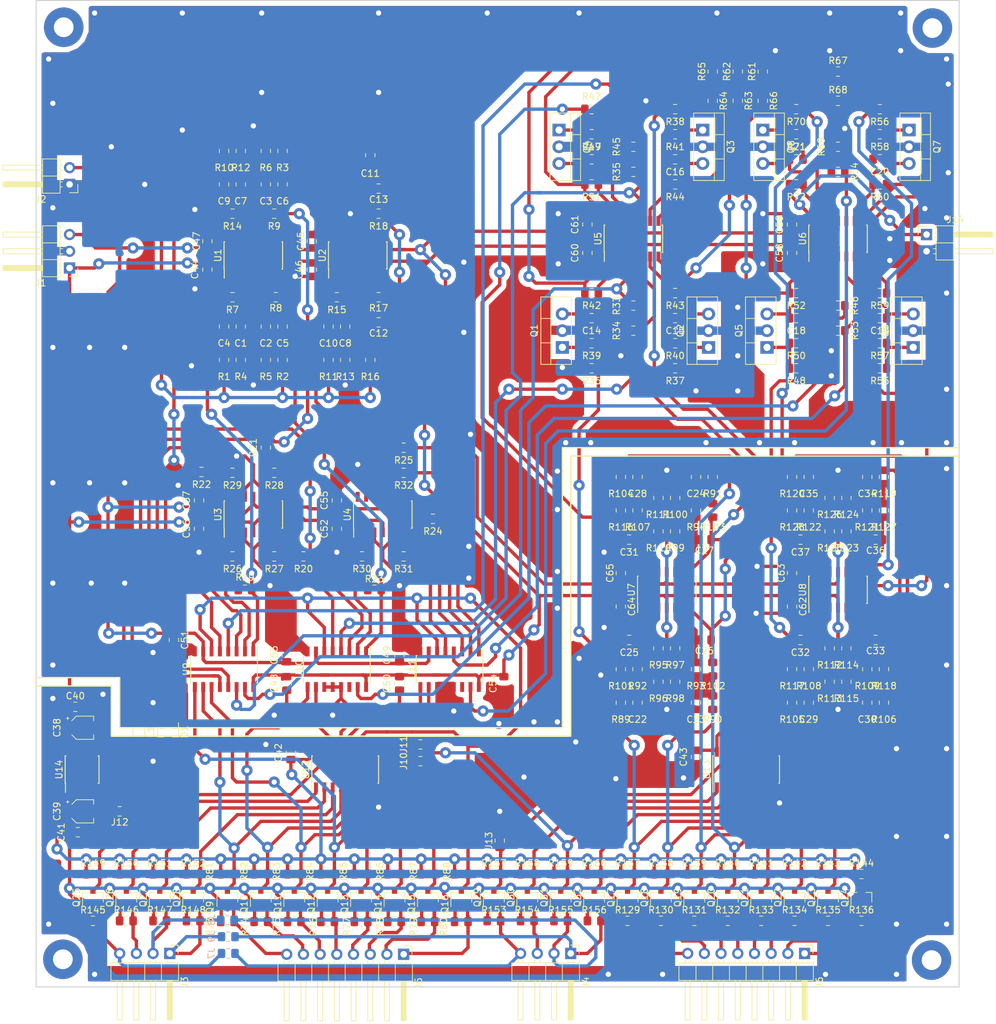
<source format=kicad_pcb>
(kicad_pcb (version 20171130) (host pcbnew "(5.0.0-dirty)")
  (layers (0 F.Cu signal) (31 B.Cu signal) (34 B.Paste user) (35 F.Paste user) (36 B.SilkS user) (37 F.SilkS user) (38 B.Mask user) (39 F.Mask user) (44 Edge.Cuts user))
  (net 0 "")
  (net 1 "Net-(C1-Pad2)")
  (net 2 /Inversoras/Vin_6_1)
  (net 3 "Net-(C7-Pad1)")
  (net 4 /Inversoras/Vin_5_1)
  (net 5 /Inversoras/Vin_3_1)
  (net 6 /Inversoras/Vin_1_1)
  (net 7 /Inversoras/Vinv_5)
  (net 8 /Inversoras/Vinv_6)
  (net 9 /Inversoras/Vinv_7)
  (net 10 /Inversoras/Vin_7_1)
  (net 11 "Net-(C2-Pad2)")
  (net 12 /Inversoras/Vin_4_1)
  (net 13 /Inversoras/Vinv_4)
  (net 14 /Inversoras/Vin_2_1)
  (net 15 /Inversoras/Vinv_3)
  (net 16 GND)
  (net 17 "Net-(C3-Pad2)")
  (net 18 "Net-(C11-Pad1)")
  (net 19 "Net-(C10-Pad2)")
  (net 20 "Net-(C12-Pad2)")
  (net 21 /Inversoras/Vinv_1)
  (net 22 /Inversoras/Vinv_2)
  (net 23 +15V)
  (net 24 /Inversoras/Ctrl_inv_4)
  (net 25 /Inversoras/Ctrl_inv_5)
  (net 26 /Inversoras/Ctrl_inv_6)
  (net 27 -15V)
  (net 28 /Inversoras/INH)
  (net 29 /Inversoras/Ctrl_inv_3)
  (net 30 /Inversoras/Ctrl_inv_2)
  (net 31 /Inversoras/Ctrl_inv_1)
  (net 32 /Inversoras/Ctrl_inv_7)
  (net 33 +3V3)
  (net 34 PWM_7)
  (net 35 "Net-(R95-Pad2)")
  (net 36 "Net-(C35-Pad2)")
  (net 37 /Somador/Ctrl_G)
  (net 38 /sheet5BB62068/OUT4)
  (net 39 /sheet5BB62068/OUT3)
  (net 40 /sheet5BB62068/OUT2)
  (net 41 /sheet5BB62068/OUT1)
  (net 42 PWM_8)
  (net 43 "Net-(C27-Pad2)")
  (net 44 "Net-(C24-Pad2)")
  (net 45 PWM_6)
  (net 46 PWM_5)
  (net 47 PWM_4)
  (net 48 PWM_3)
  (net 49 PWM_2)
  (net 50 PWM_1)
  (net 51 /VCA/Ctrl_G_7)
  (net 52 "Net-(C34-Pad2)")
  (net 53 "Net-(R25-Pad1)")
  (net 54 Ctrl_Inv_4)
  (net 55 Ctrl_Inv_5)
  (net 56 Ctrl_Inv_6)
  (net 57 Ctrl_Inv_7)
  (net 58 Ctrl_Inv_8)
  (net 59 "Net-(R125-Pad2)")
  (net 60 "Net-(C22-Pad2)")
  (net 61 "Net-(C23-Pad2)")
  (net 62 "Net-(C25-Pad2)")
  (net 63 "Net-(C26-Pad2)")
  (net 64 "Net-(C1-Pad1)")
  (net 65 Vin)
  (net 66 "Net-(C8-Pad1)")
  (net 67 "Net-(C7-Pad2)")
  (net 68 "Net-(C3-Pad1)")
  (net 69 "Net-(C2-Pad1)")
  (net 70 PWM_CLK)
  (net 71 Ctrl_Inv_CLK)
  (net 72 "Net-(R123-Pad2)")
  (net 73 "Net-(C37-Pad2)")
  (net 74 "Net-(C36-Pad2)")
  (net 75 PWM_DATA)
  (net 76 "Net-(J11-Pad1)")
  (net 77 "Net-(J10-Pad1)")
  (net 78 PWM_OE)
  (net 79 Ctrl_Inv_OE)
  (net 80 "Net-(C18-Pad2)")
  (net 81 "Net-(Q5-Pad1)")
  (net 82 PWM_STR)
  (net 83 Ctrl_Inv_STR)
  (net 84 "Net-(R24-Pad1)")
  (net 85 "Net-(R23-Pad1)")
  (net 86 "Net-(R22-Pad1)")
  (net 87 "Net-(R21-Pad1)")
  (net 88 "Net-(R20-Pad1)")
  (net 89 "Net-(R19-Pad1)")
  (net 90 "Net-(R61-Pad1)")
  (net 91 /Somador/Vin_7_3)
  (net 92 "Net-(Q8-Pad1)")
  (net 93 "Net-(C21-Pad2)")
  (net 94 /Somador/Vout)
  (net 95 "Net-(C21-Pad1)")
  (net 96 /VCA/Ctrl_G_2)
  (net 97 "Net-(Q2-Pad1)")
  (net 98 /Somador/Vin_6_3)
  (net 99 /VCA/Vin_1_2)
  (net 100 /VCA/Vin_2_2)
  (net 101 /VCA/Vin_3_2)
  (net 102 "Net-(Q1-Pad1)")
  (net 103 /VCA/Ctrl_G_1)
  (net 104 Ctrl_Inv_1)
  (net 105 "Net-(C20-Pad2)")
  (net 106 "Net-(Q7-Pad1)")
  (net 107 Ctrl_Inv_3)
  (net 108 "Net-(C17-Pad1)")
  (net 109 /Somador/Vin_4_3)
  (net 110 /Somador/Vin_5_3)
  (net 111 "Net-(C18-Pad1)")
  (net 112 /VCA/Vin_6_2)
  (net 113 /VCA/Vin_7_2)
  (net 114 /VCA/Ctrl_G_6)
  (net 115 "Net-(Q6-Pad1)")
  (net 116 "Net-(C19-Pad2)")
  (net 117 Ctrl_Inv_2)
  (net 118 "Net-(C19-Pad1)")
  (net 119 "Net-(C20-Pad1)")
  (net 120 "Net-(Q4-Pad1)")
  (net 121 "Net-(C17-Pad2)")
  (net 122 /Somador/Vin_1_3)
  (net 123 /Somador/Vin_2_3)
  (net 124 /Somador/Vin_3_3)
  (net 125 "Net-(R112-Pad2)")
  (net 126 "Net-(C29-Pad2)")
  (net 127 "Net-(C30-Pad2)")
  (net 128 "Net-(C31-Pad2)")
  (net 129 "Net-(C28-Pad2)")
  (net 130 "Net-(C32-Pad2)")
  (net 131 "Net-(R97-Pad2)")
  (net 132 "Net-(R110-Pad2)")
  (net 133 "Net-(C14-Pad2)")
  (net 134 "Net-(R114-Pad2)")
  (net 135 /VCA/Ctrl_G_4)
  (net 136 /VCA/Ctrl_G_5)
  (net 137 /VCA/Ctrl_G_3)
  (net 138 "Net-(Q3-Pad1)")
  (net 139 "Net-(C15-Pad2)")
  (net 140 "Net-(C16-Pad2)")
  (net 141 "Net-(C14-Pad1)")
  (net 142 "Net-(C15-Pad1)")
  (net 143 "Net-(C16-Pad1)")
  (net 144 /VCA/Vin_4_2)
  (net 145 /VCA/Vin_5_2)
  (net 146 "Net-(C33-Pad2)")
  (net 147 "Net-(R100-Pad1)")
  (net 148 GNDD)
  (net 149 Ctrl_Inv_DATA)
  (net 150 "Net-(U14-Pad4)")
  (net 151 "Net-(U13-Pad9)")
  (net 152 "Net-(U13-Pad10)")
  (net 153 "Net-(U14-Pad5)")
  (net 154 /sheet5BB14968/OUT4)
  (net 155 /sheet5BC68AAF/OUT2)
  (net 156 /sheet5BC68AAF/OUT4)
  (net 157 /sheet5BB14968/OUT1)
  (net 158 /sheet5BB14968/OUT2)
  (net 159 /sheet5BB14968/OUT3)
  (net 160 /sheet5BC68AAF/OUT3)
  (net 161 /sheet5BC68AAF/OUT1)
  (net 162 /sheet5BB62068/OUT8)
  (net 163 /sheet5BB62068/OUT7)
  (net 164 /sheet5BB62068/OUT6)
  (net 165 /sheet5BB62068/OUT5)
  (net 166 "Net-(U11-Pad14)")
  (net 167 "Net-(U10-Pad14)")
  (module Connector_PinHeader_2.54mm:PinHeader_1x02_P2.54mm_Horizontal (layer F.Cu) (at 178.562 60.96)
    (fp_text reference J14 (at 4.385 -2.27) (layer F.SilkS))
    (fp_text value Conn_01x02)
    (pad 1 thru_hole rect (at 0 0) (size 1.7 1.7) (drill 1) (layers *.Cu *.Mask) (net 94 /Somador/Vout))
    (pad 2 thru_hole oval (at 0 2.54) (size 1.7 1.7) (drill 1) (layers *.Cu *.Mask) (net 16 GND))
  )
  (module Package_TO_SOT_THT:TO-220-3_Vertical (layer F.Cu) (at 123.19 78.105 90)
    (fp_text reference Q1 (at 2.54 -4.27 90) (layer F.SilkS))
    (fp_text value BF245C)
    (pad 3 thru_hole oval (at 5.08 0 90) (size 1.905 2) (drill 1.1) (layers *.Cu *.Mask) (net 141 "Net-(C14-Pad1)"))
    (pad 2 thru_hole oval (at 2.54 0 90) (size 1.905 2) (drill 1.1) (layers *.Cu *.Mask) (net 16 GND))
    (pad 1 thru_hole rect (at 0 0 90) (size 1.905 2) (drill 1.1) (layers *.Cu *.Mask) (net 102 "Net-(Q1-Pad1)"))
  )
  (module Package_TO_SOT_THT:TO-220-3_Vertical (layer F.Cu) (at 175.895 45.085 270)
    (fp_text reference Q7 (at 2.54 -4.27 270) (layer F.SilkS))
    (fp_text value BF245C)
    (pad 1 thru_hole rect (at 0 0 270) (size 1.905 2) (drill 1.1) (layers *.Cu *.Mask) (net 106 "Net-(Q7-Pad1)"))
    (pad 2 thru_hole oval (at 2.54 0 270) (size 1.905 2) (drill 1.1) (layers *.Cu *.Mask) (net 16 GND))
    (pad 3 thru_hole oval (at 5.08 0 270) (size 1.905 2) (drill 1.1) (layers *.Cu *.Mask) (net 119 "Net-(C20-Pad1)"))
  )
  (module Package_TO_SOT_THT:TO-220-3_Vertical (layer F.Cu) (at 154.305 78.105 90)
    (fp_text reference Q5 (at 2.54 -4.27 90) (layer F.SilkS))
    (fp_text value BF245C)
    (pad 3 thru_hole oval (at 5.08 0 90) (size 1.905 2) (drill 1.1) (layers *.Cu *.Mask) (net 111 "Net-(C18-Pad1)"))
    (pad 2 thru_hole oval (at 2.54 0 90) (size 1.905 2) (drill 1.1) (layers *.Cu *.Mask) (net 16 GND))
    (pad 1 thru_hole rect (at 0 0 90) (size 1.905 2) (drill 1.1) (layers *.Cu *.Mask) (net 81 "Net-(Q5-Pad1)"))
  )
  (module Package_TO_SOT_THT:TO-220-3_Vertical (layer F.Cu) (at 145.415 78.105 90)
    (fp_text reference Q2 (at 2.54 -4.27 90) (layer F.SilkS))
    (fp_text value BF245C)
    (pad 1 thru_hole rect (at 0 0 90) (size 1.905 2) (drill 1.1) (layers *.Cu *.Mask) (net 97 "Net-(Q2-Pad1)"))
    (pad 2 thru_hole oval (at 2.54 0 90) (size 1.905 2) (drill 1.1) (layers *.Cu *.Mask) (net 16 GND))
    (pad 3 thru_hole oval (at 5.08 0 90) (size 1.905 2) (drill 1.1) (layers *.Cu *.Mask) (net 142 "Net-(C15-Pad1)"))
  )
  (module Package_TO_SOT_THT:TO-220-3_Vertical (layer F.Cu) (at 144.526 45.085 270)
    (fp_text reference Q3 (at 2.54 -4.27 270) (layer F.SilkS))
    (fp_text value BF245C)
    (pad 3 thru_hole oval (at 5.08 0 270) (size 1.905 2) (drill 1.1) (layers *.Cu *.Mask) (net 143 "Net-(C16-Pad1)"))
    (pad 2 thru_hole oval (at 2.54 0 270) (size 1.905 2) (drill 1.1) (layers *.Cu *.Mask) (net 16 GND))
    (pad 1 thru_hole rect (at 0 0 270) (size 1.905 2) (drill 1.1) (layers *.Cu *.Mask) (net 138 "Net-(Q3-Pad1)"))
  )
  (module Package_TO_SOT_THT:TO-220-3_Vertical (layer F.Cu) (at 122.682 45.085 270)
    (fp_text reference Q4 (at 2.54 -4.27 270) (layer F.SilkS))
    (fp_text value BF245C)
    (pad 1 thru_hole rect (at 0 0 270) (size 1.905 2) (drill 1.1) (layers *.Cu *.Mask) (net 120 "Net-(Q4-Pad1)"))
    (pad 2 thru_hole oval (at 2.54 0 270) (size 1.905 2) (drill 1.1) (layers *.Cu *.Mask) (net 16 GND))
    (pad 3 thru_hole oval (at 5.08 0 270) (size 1.905 2) (drill 1.1) (layers *.Cu *.Mask) (net 108 "Net-(C17-Pad1)"))
  )
  (module Package_TO_SOT_THT:TO-220-3_Vertical (layer F.Cu) (at 176.53 78.105 90)
    (fp_text reference Q6 (at 2.54 -4.27 90) (layer F.SilkS))
    (fp_text value BF245C)
    (pad 3 thru_hole oval (at 5.08 0 90) (size 1.905 2) (drill 1.1) (layers *.Cu *.Mask) (net 118 "Net-(C19-Pad1)"))
    (pad 2 thru_hole oval (at 2.54 0 90) (size 1.905 2) (drill 1.1) (layers *.Cu *.Mask) (net 16 GND))
    (pad 1 thru_hole rect (at 0 0 90) (size 1.905 2) (drill 1.1) (layers *.Cu *.Mask) (net 115 "Net-(Q6-Pad1)"))
  )
  (module Package_TO_SOT_THT:TO-220-3_Vertical (layer F.Cu) (at 153.67 45.085 270)
    (fp_text reference Q8 (at 2.54 -4.27 270) (layer F.SilkS))
    (fp_text value BF245C)
    (pad 3 thru_hole oval (at 5.08 0 270) (size 1.905 2) (drill 1.1) (layers *.Cu *.Mask) (net 95 "Net-(C21-Pad1)"))
    (pad 2 thru_hole oval (at 2.54 0 270) (size 1.905 2) (drill 1.1) (layers *.Cu *.Mask) (net 16 GND))
    (pad 1 thru_hole rect (at 0 0 270) (size 1.905 2) (drill 1.1) (layers *.Cu *.Mask) (net 92 "Net-(Q8-Pad1)"))
  )
  (module Resistor_SMD:R_0805_2012Metric_Pad1.15x1.40mm_HandSolder (layer F.Cu) (at 153.67 40.64 270)
    (fp_text reference R66 (at 0 -1.65 270) (layer F.SilkS))
    (fp_text value R_US)
    (pad 1 smd roundrect (at -1.025 0 270) (size 1.15 1.4) (layers F.Cu F.Paste F.Mask) (roundrect_rratio 0.217391) (net 90 "Net-(R61-Pad1)"))
    (pad 2 smd roundrect (at 1.025 0 270) (size 1.15 1.4) (layers F.Cu F.Paste F.Mask) (roundrect_rratio 0.217391) (net 110 /Somador/Vin_5_3))
  )
  (module Resistor_SMD:R_0805_2012Metric_Pad1.15x1.40mm_HandSolder (layer F.Cu) (at 146.05 40.64 270)
    (fp_text reference R64 (at 0 -1.65 270) (layer F.SilkS))
    (fp_text value R_US)
    (pad 1 smd roundrect (at -1.025 0 270) (size 1.15 1.4) (layers F.Cu F.Paste F.Mask) (roundrect_rratio 0.217391) (net 90 "Net-(R61-Pad1)"))
    (pad 2 smd roundrect (at 1.025 0 270) (size 1.15 1.4) (layers F.Cu F.Paste F.Mask) (roundrect_rratio 0.217391) (net 124 /Somador/Vin_3_3))
  )
  (module Resistor_SMD:R_0805_2012Metric_Pad1.15x1.40mm_HandSolder (layer F.Cu) (at 149.86 40.64 270)
    (fp_text reference R63 (at 0 -1.65 270) (layer F.SilkS))
    (fp_text value R_US)
    (pad 2 smd roundrect (at 1.025 0 270) (size 1.15 1.4) (layers F.Cu F.Paste F.Mask) (roundrect_rratio 0.217391) (net 123 /Somador/Vin_2_3))
    (pad 1 smd roundrect (at -1.025 0 270) (size 1.15 1.4) (layers F.Cu F.Paste F.Mask) (roundrect_rratio 0.217391) (net 90 "Net-(R61-Pad1)"))
  )
  (module Resistor_SMD:R_0805_2012Metric_Pad1.15x1.40mm_HandSolder (layer F.Cu) (at 133.985 51.435 180)
    (fp_text reference R35 (at 2.54 0 270) (layer F.SilkS))
    (fp_text value R_US)
    (pad 1 smd roundrect (at -1.025 0 180) (size 1.15 1.4) (layers F.Cu F.Paste F.Mask) (roundrect_rratio 0.217391) (net 101 /VCA/Vin_3_2))
    (pad 2 smd roundrect (at 1.025 0 180) (size 1.15 1.4) (layers F.Cu F.Paste F.Mask) (roundrect_rratio 0.217391) (net 16 GND))
  )
  (module Capacitor_SMD:C_0805_2012Metric_Pad1.15x1.40mm_HandSolder (layer F.Cu) (at 81.28 124.841 270)
    (fp_text reference C53 (at 0 1.905 270) (layer F.SilkS))
    (fp_text value C_Small)
    (pad 1 smd roundrect (at -1.025 0 270) (size 1.15 1.4) (layers F.Cu F.Paste F.Mask) (roundrect_rratio 0.217391) (net 16 GND))
    (pad 2 smd roundrect (at 1.025 0 270) (size 1.15 1.4) (layers F.Cu F.Paste F.Mask) (roundrect_rratio 0.217391) (net 27 -15V))
  )
  (module Capacitor_SMD:C_0805_2012Metric_Pad1.15x1.40mm_HandSolder (layer F.Cu) (at 132.08 112.395 90)
    (fp_text reference C65 (at 0 -1.65 90) (layer F.SilkS))
    (fp_text value C_Small)
    (pad 2 smd roundrect (at 1.025 0 90) (size 1.15 1.4) (layers F.Cu F.Paste F.Mask) (roundrect_rratio 0.217391) (net 148 GNDD))
    (pad 1 smd roundrect (at -1.025 0 90) (size 1.15 1.4) (layers F.Cu F.Paste F.Mask) (roundrect_rratio 0.217391) (net 27 -15V))
  )
  (module Capacitor_SMD:C_0805_2012Metric_Pad1.15x1.40mm_HandSolder (layer F.Cu) (at 132.08 117.475 270)
    (fp_text reference C64 (at 0 -1.65 270) (layer F.SilkS))
    (fp_text value C_Small)
    (pad 1 smd roundrect (at -1.025 0 270) (size 1.15 1.4) (layers F.Cu F.Paste F.Mask) (roundrect_rratio 0.217391) (net 23 +15V))
    (pad 2 smd roundrect (at 1.025 0 270) (size 1.15 1.4) (layers F.Cu F.Paste F.Mask) (roundrect_rratio 0.217391) (net 148 GNDD))
  )
  (module Capacitor_SMD:C_0805_2012Metric_Pad1.15x1.40mm_HandSolder (layer F.Cu) (at 158.115 112.395 90)
    (fp_text reference C63 (at 0 -1.65 90) (layer F.SilkS))
    (fp_text value C_Small)
    (pad 2 smd roundrect (at 1.025 0 90) (size 1.15 1.4) (layers F.Cu F.Paste F.Mask) (roundrect_rratio 0.217391) (net 148 GNDD))
    (pad 1 smd roundrect (at -1.025 0 90) (size 1.15 1.4) (layers F.Cu F.Paste F.Mask) (roundrect_rratio 0.217391) (net 27 -15V))
  )
  (module Capacitor_SMD:C_0805_2012Metric_Pad1.15x1.40mm_HandSolder (layer F.Cu) (at 158.115 117.475 270)
    (fp_text reference C62 (at 0 -1.65 270) (layer F.SilkS))
    (fp_text value C_Small)
    (pad 1 smd roundrect (at -1.025 0 270) (size 1.15 1.4) (layers F.Cu F.Paste F.Mask) (roundrect_rratio 0.217391) (net 23 +15V))
    (pad 2 smd roundrect (at 1.025 0 270) (size 1.15 1.4) (layers F.Cu F.Paste F.Mask) (roundrect_rratio 0.217391) (net 148 GNDD))
  )
  (module Capacitor_SMD:C_0805_2012Metric_Pad1.15x1.40mm_HandSolder (layer F.Cu) (at 95.25 74.295 180)
    (fp_text reference C12 (at 0 -1.65 180) (layer F.SilkS))
    (fp_text value C_Small)
    (pad 1 smd roundrect (at -1.025 0 180) (size 1.15 1.4) (layers F.Cu F.Paste F.Mask) (roundrect_rratio 0.217391) (net 2 /Inversoras/Vin_6_1))
    (pad 2 smd roundrect (at 1.025 0 180) (size 1.15 1.4) (layers F.Cu F.Paste F.Mask) (roundrect_rratio 0.217391) (net 20 "Net-(C12-Pad2)"))
  )
  (module Capacitor_SMD:C_0805_2012Metric_Pad1.15x1.40mm_HandSolder (layer F.Cu) (at 74.295 74.93 270)
    (fp_text reference C1 (at 2.54 0) (layer F.SilkS))
    (fp_text value C_Small)
    (pad 1 smd roundrect (at -1.025 0 270) (size 1.15 1.4) (layers F.Cu F.Paste F.Mask) (roundrect_rratio 0.217391) (net 64 "Net-(C1-Pad1)"))
    (pad 2 smd roundrect (at 1.025 0 270) (size 1.15 1.4) (layers F.Cu F.Paste F.Mask) (roundrect_rratio 0.217391) (net 1 "Net-(C1-Pad2)"))
  )
  (module Capacitor_SMD:C_0805_2012Metric_Pad1.15x1.40mm_HandSolder (layer F.Cu) (at 90.17 74.93 270)
    (fp_text reference C8 (at 2.54 0) (layer F.SilkS))
    (fp_text value C_Small)
    (pad 1 smd roundrect (at -1.025 0 270) (size 1.15 1.4) (layers F.Cu F.Paste F.Mask) (roundrect_rratio 0.217391) (net 66 "Net-(C8-Pad1)"))
    (pad 2 smd roundrect (at 1.025 0 270) (size 1.15 1.4) (layers F.Cu F.Paste F.Mask) (roundrect_rratio 0.217391) (net 19 "Net-(C10-Pad2)"))
  )
  (module Package_SO:SOIC-14_3.9x8.7mm_P1.27mm (layer F.Cu) (at 76.2 64.135 90)
    (fp_text reference U1 (at 0 -5.375 90) (layer F.SilkS))
    (fp_text value TL074)
    (pad 1 smd rect (at -2.7 -3.81 90) (size 1.5 0.6) (layers F.Cu F.Paste F.Mask) (net 6 /Inversoras/Vin_1_1))
    (pad 2 smd rect (at -2.7 -2.54 90) (size 1.5 0.6) (layers F.Cu F.Paste F.Mask) (net 64 "Net-(C1-Pad1)"))
    (pad 3 smd rect (at -2.7 -1.27 90) (size 1.5 0.6) (layers F.Cu F.Paste F.Mask) (net 16 GND))
    (pad 4 smd rect (at -2.7 0 90) (size 1.5 0.6) (layers F.Cu F.Paste F.Mask) (net 23 +15V))
    (pad 5 smd rect (at -2.7 1.27 90) (size 1.5 0.6) (layers F.Cu F.Paste F.Mask) (net 16 GND))
    (pad 6 smd rect (at -2.7 2.54 90) (size 1.5 0.6) (layers F.Cu F.Paste F.Mask) (net 69 "Net-(C2-Pad1)"))
    (pad 7 smd rect (at -2.7 3.81 90) (size 1.5 0.6) (layers F.Cu F.Paste F.Mask) (net 14 /Inversoras/Vin_2_1))
    (pad 8 smd rect (at 2.7 3.81 90) (size 1.5 0.6) (layers F.Cu F.Paste F.Mask) (net 5 /Inversoras/Vin_3_1))
    (pad 9 smd rect (at 2.7 2.54 90) (size 1.5 0.6) (layers F.Cu F.Paste F.Mask) (net 68 "Net-(C3-Pad1)"))
    (pad 10 smd rect (at 2.7 1.27 90) (size 1.5 0.6) (layers F.Cu F.Paste F.Mask) (net 16 GND))
    (pad 11 smd rect (at 2.7 0 90) (size 1.5 0.6) (layers F.Cu F.Paste F.Mask) (net 27 -15V))
    (pad 12 smd rect (at 2.7 -1.27 90) (size 1.5 0.6) (layers F.Cu F.Paste F.Mask) (net 16 GND))
    (pad 13 smd rect (at 2.7 -2.54 90) (size 1.5 0.6) (layers F.Cu F.Paste F.Mask) (net 3 "Net-(C7-Pad1)"))
    (pad 14 smd rect (at 2.7 -3.81 90) (size 1.5 0.6) (layers F.Cu F.Paste F.Mask) (net 12 /Inversoras/Vin_4_1))
  )
  (module Resistor_SMD:R_0805_2012Metric_Pad1.15x1.40mm_HandSolder (layer F.Cu) (at 88.9 70.485)
    (fp_text reference R15 (at 0 1.905) (layer F.SilkS))
    (fp_text value R_US)
    (pad 2 smd roundrect (at 1.025 0) (size 1.15 1.4) (layers F.Cu F.Paste F.Mask) (roundrect_rratio 0.217391) (net 66 "Net-(C8-Pad1)"))
    (pad 1 smd roundrect (at -1.025 0) (size 1.15 1.4) (layers F.Cu F.Paste F.Mask) (roundrect_rratio 0.217391) (net 4 /Inversoras/Vin_5_1))
  )
  (module Resistor_SMD:R_0805_2012Metric_Pad1.15x1.40mm_HandSolder (layer F.Cu) (at 73.025 57.785)
    (fp_text reference R14 (at 0 1.905) (layer F.SilkS))
    (fp_text value R_US)
    (pad 1 smd roundrect (at -1.025 0) (size 1.15 1.4) (layers F.Cu F.Paste F.Mask) (roundrect_rratio 0.217391) (net 12 /Inversoras/Vin_4_1))
    (pad 2 smd roundrect (at 1.025 0) (size 1.15 1.4) (layers F.Cu F.Paste F.Mask) (roundrect_rratio 0.217391) (net 3 "Net-(C7-Pad1)"))
  )
  (module Resistor_SMD:R_0805_2012Metric_Pad1.15x1.40mm_HandSolder (layer F.Cu) (at 90.17 80.01 90)
    (fp_text reference R13 (at -2.54 0 180) (layer F.SilkS))
    (fp_text value R_US)
    (pad 2 smd roundrect (at 1.025 0 90) (size 1.15 1.4) (layers F.Cu F.Paste F.Mask) (roundrect_rratio 0.217391) (net 19 "Net-(C10-Pad2)"))
    (pad 1 smd roundrect (at -1.025 0 90) (size 1.15 1.4) (layers F.Cu F.Paste F.Mask) (roundrect_rratio 0.217391) (net 16 GND))
  )
  (module Capacitor_SMD:C_0805_2012Metric_Pad1.15x1.40mm_HandSolder (layer F.Cu) (at 93.98 48.895 90)
    (fp_text reference C11 (at -2.785 0 180) (layer F.SilkS))
    (fp_text value C_Small)
    (pad 2 smd roundrect (at 1.025 0 90) (size 1.15 1.4) (layers F.Cu F.Paste F.Mask) (roundrect_rratio 0.217391) (net 65 Vin))
    (pad 1 smd roundrect (at -1.025 0 90) (size 1.15 1.4) (layers F.Cu F.Paste F.Mask) (roundrect_rratio 0.217391) (net 18 "Net-(C11-Pad1)"))
  )
  (module Capacitor_SMD:C_0805_2012Metric_Pad1.15x1.40mm_HandSolder (layer F.Cu) (at 85.09 66.294 270)
    (fp_text reference C46 (at 0 1.905 270) (layer F.SilkS))
    (fp_text value C_Small)
    (pad 1 smd roundrect (at -1.025 0 270) (size 1.15 1.4) (layers F.Cu F.Paste F.Mask) (roundrect_rratio 0.217391) (net 23 +15V))
    (pad 2 smd roundrect (at 1.025 0 270) (size 1.15 1.4) (layers F.Cu F.Paste F.Mask) (roundrect_rratio 0.217391) (net 16 GND))
  )
  (module Capacitor_SMD:C_0805_2012Metric_Pad1.15x1.40mm_HandSolder (layer F.Cu) (at 71.755 53.34 90)
    (fp_text reference C9 (at -2.54 0 180) (layer F.SilkS))
    (fp_text value C_Small)
    (pad 2 smd roundrect (at 1.025 0 90) (size 1.15 1.4) (layers F.Cu F.Paste F.Mask) (roundrect_rratio 0.217391) (net 67 "Net-(C7-Pad2)"))
    (pad 1 smd roundrect (at -1.025 0 90) (size 1.15 1.4) (layers F.Cu F.Paste F.Mask) (roundrect_rratio 0.217391) (net 12 /Inversoras/Vin_4_1))
  )
  (module Capacitor_SMD:C_0805_2012Metric_Pad1.15x1.40mm_HandSolder (layer F.Cu) (at 87.63 74.93 270)
    (fp_text reference C10 (at 2.54 0) (layer F.SilkS))
    (fp_text value C_Small)
    (pad 1 smd roundrect (at -1.025 0 270) (size 1.15 1.4) (layers F.Cu F.Paste F.Mask) (roundrect_rratio 0.217391) (net 4 /Inversoras/Vin_5_1))
    (pad 2 smd roundrect (at 1.025 0 270) (size 1.15 1.4) (layers F.Cu F.Paste F.Mask) (roundrect_rratio 0.217391) (net 19 "Net-(C10-Pad2)"))
  )
  (module Capacitor_SMD:C_0805_2012Metric_Pad1.15x1.40mm_HandSolder (layer F.Cu) (at 69.215 66.294 270)
    (fp_text reference C44 (at 0 1.905 270) (layer F.SilkS))
    (fp_text value C_Small)
    (pad 1 smd roundrect (at -1.025 0 270) (size 1.15 1.4) (layers F.Cu F.Paste F.Mask) (roundrect_rratio 0.217391) (net 23 +15V))
    (pad 2 smd roundrect (at 1.025 0 270) (size 1.15 1.4) (layers F.Cu F.Paste F.Mask) (roundrect_rratio 0.217391) (net 16 GND))
  )
  (module Capacitor_SMD:C_0805_2012Metric_Pad1.15x1.40mm_HandSolder (layer F.Cu) (at 78.105 53.34 90)
    (fp_text reference C3 (at -2.54 0 180) (layer F.SilkS))
    (fp_text value C_Small)
    (pad 2 smd roundrect (at 1.025 0 90) (size 1.15 1.4) (layers F.Cu F.Paste F.Mask) (roundrect_rratio 0.217391) (net 17 "Net-(C3-Pad2)"))
    (pad 1 smd roundrect (at -1.025 0 90) (size 1.15 1.4) (layers F.Cu F.Paste F.Mask) (roundrect_rratio 0.217391) (net 68 "Net-(C3-Pad1)"))
  )
  (module Resistor_SMD:R_0805_2012Metric_Pad1.15x1.40mm_HandSolder (layer F.Cu) (at 74.295 48.26 270)
    (fp_text reference R12 (at 2.54 0) (layer F.SilkS))
    (fp_text value R_US)
    (pad 1 smd roundrect (at -1.025 0 270) (size 1.15 1.4) (layers F.Cu F.Paste F.Mask) (roundrect_rratio 0.217391) (net 16 GND))
    (pad 2 smd roundrect (at 1.025 0 270) (size 1.15 1.4) (layers F.Cu F.Paste F.Mask) (roundrect_rratio 0.217391) (net 67 "Net-(C7-Pad2)"))
  )
  (module Resistor_SMD:R_0805_2012Metric_Pad1.15x1.40mm_HandSolder (layer F.Cu) (at 87.63 80.01 90)
    (fp_text reference R11 (at -2.54 0 180) (layer F.SilkS))
    (fp_text value R_US)
    (pad 2 smd roundrect (at 1.025 0 90) (size 1.15 1.4) (layers F.Cu F.Paste F.Mask) (roundrect_rratio 0.217391) (net 19 "Net-(C10-Pad2)"))
    (pad 1 smd roundrect (at -1.025 0 90) (size 1.15 1.4) (layers F.Cu F.Paste F.Mask) (roundrect_rratio 0.217391) (net 65 Vin))
  )
  (module Resistor_SMD:R_0805_2012Metric_Pad1.15x1.40mm_HandSolder (layer F.Cu) (at 79.62 70.485 180)
    (fp_text reference R8 (at 0 -1.65 180) (layer F.SilkS))
    (fp_text value R_US)
    (pad 2 smd roundrect (at 1.025 0 180) (size 1.15 1.4) (layers F.Cu F.Paste F.Mask) (roundrect_rratio 0.217391) (net 69 "Net-(C2-Pad1)"))
    (pad 1 smd roundrect (at -1.025 0 180) (size 1.15 1.4) (layers F.Cu F.Paste F.Mask) (roundrect_rratio 0.217391) (net 14 /Inversoras/Vin_2_1))
  )
  (module Capacitor_SMD:C_0805_2012Metric_Pad1.15x1.40mm_HandSolder (layer F.Cu) (at 80.645 74.93 270)
    (fp_text reference C5 (at 2.54 0) (layer F.SilkS))
    (fp_text value C_Small)
    (pad 2 smd roundrect (at 1.025 0 270) (size 1.15 1.4) (layers F.Cu F.Paste F.Mask) (roundrect_rratio 0.217391) (net 11 "Net-(C2-Pad2)"))
    (pad 1 smd roundrect (at -1.025 0 270) (size 1.15 1.4) (layers F.Cu F.Paste F.Mask) (roundrect_rratio 0.217391) (net 14 /Inversoras/Vin_2_1))
  )
  (module Resistor_SMD:R_0805_2012Metric_Pad1.15x1.40mm_HandSolder (layer F.Cu) (at 73.025 70.485)
    (fp_text reference R7 (at 0 1.905) (layer F.SilkS))
    (fp_text value R_US)
    (pad 1 smd roundrect (at -1.025 0) (size 1.15 1.4) (layers F.Cu F.Paste F.Mask) (roundrect_rratio 0.217391) (net 6 /Inversoras/Vin_1_1))
    (pad 2 smd roundrect (at 1.025 0) (size 1.15 1.4) (layers F.Cu F.Paste F.Mask) (roundrect_rratio 0.217391) (net 64 "Net-(C1-Pad1)"))
  )
  (module Resistor_SMD:R_0805_2012Metric_Pad1.15x1.40mm_HandSolder (layer F.Cu) (at 78.105 48.26 270)
    (fp_text reference R6 (at 2.54 0) (layer F.SilkS))
    (fp_text value R_US)
    (pad 2 smd roundrect (at 1.025 0 270) (size 1.15 1.4) (layers F.Cu F.Paste F.Mask) (roundrect_rratio 0.217391) (net 17 "Net-(C3-Pad2)"))
    (pad 1 smd roundrect (at -1.025 0 270) (size 1.15 1.4) (layers F.Cu F.Paste F.Mask) (roundrect_rratio 0.217391) (net 16 GND))
  )
  (module Resistor_SMD:R_0805_2012Metric_Pad1.15x1.40mm_HandSolder (layer F.Cu) (at 78.105 80.01 90)
    (fp_text reference R5 (at -2.54 0 180) (layer F.SilkS))
    (fp_text value R_US)
    (pad 1 smd roundrect (at -1.025 0 90) (size 1.15 1.4) (layers F.Cu F.Paste F.Mask) (roundrect_rratio 0.217391) (net 16 GND))
    (pad 2 smd roundrect (at 1.025 0 90) (size 1.15 1.4) (layers F.Cu F.Paste F.Mask) (roundrect_rratio 0.217391) (net 11 "Net-(C2-Pad2)"))
  )
  (module Capacitor_SMD:C_0805_2012Metric_Pad1.15x1.40mm_HandSolder (layer F.Cu) (at 85.09 61.976 90)
    (fp_text reference C45 (at 0 -1.65 90) (layer F.SilkS))
    (fp_text value C_Small)
    (pad 2 smd roundrect (at 1.025 0 90) (size 1.15 1.4) (layers F.Cu F.Paste F.Mask) (roundrect_rratio 0.217391) (net 16 GND))
    (pad 1 smd roundrect (at -1.025 0 90) (size 1.15 1.4) (layers F.Cu F.Paste F.Mask) (roundrect_rratio 0.217391) (net 27 -15V))
  )
  (module Resistor_SMD:R_0805_2012Metric_Pad1.15x1.40mm_HandSolder (layer F.Cu) (at 71.755 80.01 90)
    (fp_text reference R1 (at -2.54 0 180) (layer F.SilkS))
    (fp_text value R_US)
    (pad 1 smd roundrect (at -1.025 0 90) (size 1.15 1.4) (layers F.Cu F.Paste F.Mask) (roundrect_rratio 0.217391) (net 65 Vin))
    (pad 2 smd roundrect (at 1.025 0 90) (size 1.15 1.4) (layers F.Cu F.Paste F.Mask) (roundrect_rratio 0.217391) (net 1 "Net-(C1-Pad2)"))
  )
  (module Resistor_SMD:R_0805_2012Metric_Pad1.15x1.40mm_HandSolder (layer F.Cu) (at 71.755 48.26 270)
    (fp_text reference R10 (at 2.54 0) (layer F.SilkS))
    (fp_text value R_US)
    (pad 2 smd roundrect (at 1.025 0 270) (size 1.15 1.4) (layers F.Cu F.Paste F.Mask) (roundrect_rratio 0.217391) (net 67 "Net-(C7-Pad2)"))
    (pad 1 smd roundrect (at -1.025 0 270) (size 1.15 1.4) (layers F.Cu F.Paste F.Mask) (roundrect_rratio 0.217391) (net 65 Vin))
  )
  (module Resistor_SMD:R_0805_2012Metric_Pad1.15x1.40mm_HandSolder (layer F.Cu) (at 79.375 57.785 180)
    (fp_text reference R9 (at 0 -1.905 180) (layer F.SilkS))
    (fp_text value R_US)
    (pad 1 smd roundrect (at -1.025 0 180) (size 1.15 1.4) (layers F.Cu F.Paste F.Mask) (roundrect_rratio 0.217391) (net 5 /Inversoras/Vin_3_1))
    (pad 2 smd roundrect (at 1.025 0 180) (size 1.15 1.4) (layers F.Cu F.Paste F.Mask) (roundrect_rratio 0.217391) (net 68 "Net-(C3-Pad1)"))
  )
  (module Capacitor_SMD:C_0805_2012Metric_Pad1.15x1.40mm_HandSolder (layer F.Cu) (at 71.755 74.93 270)
    (fp_text reference C4 (at 2.54 0) (layer F.SilkS))
    (fp_text value C_Small)
    (pad 1 smd roundrect (at -1.025 0 270) (size 1.15 1.4) (layers F.Cu F.Paste F.Mask) (roundrect_rratio 0.217391) (net 6 /Inversoras/Vin_1_1))
    (pad 2 smd roundrect (at 1.025 0 270) (size 1.15 1.4) (layers F.Cu F.Paste F.Mask) (roundrect_rratio 0.217391) (net 1 "Net-(C1-Pad2)"))
  )
  (module Package_SO:SOIC-14_3.9x8.7mm_P1.27mm (layer F.Cu) (at 92.075 64.135 90)
    (fp_text reference U2 (at 0 -5.375 90) (layer F.SilkS))
    (fp_text value TL074)
    (pad 14 smd rect (at 2.7 -3.81 90) (size 1.5 0.6) (layers F.Cu F.Paste F.Mask))
    (pad 13 smd rect (at 2.7 -2.54 90) (size 1.5 0.6) (layers F.Cu F.Paste F.Mask))
    (pad 12 smd rect (at 2.7 -1.27 90) (size 1.5 0.6) (layers F.Cu F.Paste F.Mask))
    (pad 11 smd rect (at 2.7 0 90) (size 1.5 0.6) (layers F.Cu F.Paste F.Mask) (net 27 -15V))
    (pad 10 smd rect (at 2.7 1.27 90) (size 1.5 0.6) (layers F.Cu F.Paste F.Mask) (net 16 GND))
    (pad 9 smd rect (at 2.7 2.54 90) (size 1.5 0.6) (layers F.Cu F.Paste F.Mask) (net 18 "Net-(C11-Pad1)"))
    (pad 8 smd rect (at 2.7 3.81 90) (size 1.5 0.6) (layers F.Cu F.Paste F.Mask) (net 10 /Inversoras/Vin_7_1))
    (pad 7 smd rect (at -2.7 3.81 90) (size 1.5 0.6) (layers F.Cu F.Paste F.Mask) (net 2 /Inversoras/Vin_6_1))
    (pad 6 smd rect (at -2.7 2.54 90) (size 1.5 0.6) (layers F.Cu F.Paste F.Mask) (net 20 "Net-(C12-Pad2)"))
    (pad 5 smd rect (at -2.7 1.27 90) (size 1.5 0.6) (layers F.Cu F.Paste F.Mask) (net 16 GND))
    (pad 4 smd rect (at -2.7 0 90) (size 1.5 0.6) (layers F.Cu F.Paste F.Mask) (net 23 +15V))
    (pad 3 smd rect (at -2.7 -1.27 90) (size 1.5 0.6) (layers F.Cu F.Paste F.Mask) (net 16 GND))
    (pad 2 smd rect (at -2.7 -2.54 90) (size 1.5 0.6) (layers F.Cu F.Paste F.Mask) (net 66 "Net-(C8-Pad1)"))
    (pad 1 smd rect (at -2.7 -3.81 90) (size 1.5 0.6) (layers F.Cu F.Paste F.Mask) (net 4 /Inversoras/Vin_5_1))
  )
  (module Resistor_SMD:R_0805_2012Metric_Pad1.15x1.40mm_HandSolder (layer F.Cu) (at 74.295 80.01 90)
    (fp_text reference R4 (at -2.54 0 180) (layer F.SilkS))
    (fp_text value R_US)
    (pad 2 smd roundrect (at 1.025 0 90) (size 1.15 1.4) (layers F.Cu F.Paste F.Mask) (roundrect_rratio 0.217391) (net 1 "Net-(C1-Pad2)"))
    (pad 1 smd roundrect (at -1.025 0 90) (size 1.15 1.4) (layers F.Cu F.Paste F.Mask) (roundrect_rratio 0.217391) (net 16 GND))
  )
  (module Resistor_SMD:R_0805_2012Metric_Pad1.15x1.40mm_HandSolder (layer F.Cu) (at 80.645 48.26 270)
    (fp_text reference R3 (at 2.54 0) (layer F.SilkS))
    (fp_text value R_US)
    (pad 1 smd roundrect (at -1.025 0 270) (size 1.15 1.4) (layers F.Cu F.Paste F.Mask) (roundrect_rratio 0.217391) (net 65 Vin))
    (pad 2 smd roundrect (at 1.025 0 270) (size 1.15 1.4) (layers F.Cu F.Paste F.Mask) (roundrect_rratio 0.217391) (net 17 "Net-(C3-Pad2)"))
  )
  (module Resistor_SMD:R_0805_2012Metric_Pad1.15x1.40mm_HandSolder (layer F.Cu) (at 80.645 80.01 90)
    (fp_text reference R2 (at -2.54 0 180) (layer F.SilkS))
    (fp_text value R_US)
    (pad 2 smd roundrect (at 1.025 0 90) (size 1.15 1.4) (layers F.Cu F.Paste F.Mask) (roundrect_rratio 0.217391) (net 11 "Net-(C2-Pad2)"))
    (pad 1 smd roundrect (at -1.025 0 90) (size 1.15 1.4) (layers F.Cu F.Paste F.Mask) (roundrect_rratio 0.217391) (net 65 Vin))
  )
  (module Capacitor_SMD:C_0805_2012Metric_Pad1.15x1.40mm_HandSolder (layer F.Cu) (at 74.295 53.34 90)
    (fp_text reference C7 (at -2.54 0 180) (layer F.SilkS))
    (fp_text value C_Small)
    (pad 2 smd roundrect (at 1.025 0 90) (size 1.15 1.4) (layers F.Cu F.Paste F.Mask) (roundrect_rratio 0.217391) (net 67 "Net-(C7-Pad2)"))
    (pad 1 smd roundrect (at -1.025 0 90) (size 1.15 1.4) (layers F.Cu F.Paste F.Mask) (roundrect_rratio 0.217391) (net 3 "Net-(C7-Pad1)"))
  )
  (module Capacitor_SMD:C_0805_2012Metric_Pad1.15x1.40mm_HandSolder (layer F.Cu) (at 95.25 53.975 180)
    (fp_text reference C13 (at 0 -1.65 180) (layer F.SilkS))
    (fp_text value C_Small)
    (pad 2 smd roundrect (at 1.025 0 180) (size 1.15 1.4) (layers F.Cu F.Paste F.Mask) (roundrect_rratio 0.217391) (net 18 "Net-(C11-Pad1)"))
    (pad 1 smd roundrect (at -1.025 0 180) (size 1.15 1.4) (layers F.Cu F.Paste F.Mask) (roundrect_rratio 0.217391) (net 10 /Inversoras/Vin_7_1))
  )
  (module Capacitor_SMD:C_0805_2012Metric_Pad1.15x1.40mm_HandSolder (layer F.Cu) (at 78.105 74.93 270)
    (fp_text reference C2 (at 2.54 0) (layer F.SilkS))
    (fp_text value C_Small)
    (pad 1 smd roundrect (at -1.025 0 270) (size 1.15 1.4) (layers F.Cu F.Paste F.Mask) (roundrect_rratio 0.217391) (net 69 "Net-(C2-Pad1)"))
    (pad 2 smd roundrect (at 1.025 0 270) (size 1.15 1.4) (layers F.Cu F.Paste F.Mask) (roundrect_rratio 0.217391) (net 11 "Net-(C2-Pad2)"))
  )
  (module Resistor_SMD:R_0805_2012Metric_Pad1.15x1.40mm_HandSolder (layer F.Cu) (at 95.25 57.785 180)
    (fp_text reference R18 (at 0 -1.905 180) (layer F.SilkS))
    (fp_text value R_US)
    (pad 1 smd roundrect (at -1.025 0 180) (size 1.15 1.4) (layers F.Cu F.Paste F.Mask) (roundrect_rratio 0.217391) (net 10 /Inversoras/Vin_7_1))
    (pad 2 smd roundrect (at 1.025 0 180) (size 1.15 1.4) (layers F.Cu F.Paste F.Mask) (roundrect_rratio 0.217391) (net 18 "Net-(C11-Pad1)"))
  )
  (module Resistor_SMD:R_0805_2012Metric_Pad1.15x1.40mm_HandSolder (layer F.Cu) (at 95.25 70.485 180)
    (fp_text reference R17 (at 0 -1.65 180) (layer F.SilkS))
    (fp_text value R_US)
    (pad 2 smd roundrect (at 1.025 0 180) (size 1.15 1.4) (layers F.Cu F.Paste F.Mask) (roundrect_rratio 0.217391) (net 20 "Net-(C12-Pad2)"))
    (pad 1 smd roundrect (at -1.025 0 180) (size 1.15 1.4) (layers F.Cu F.Paste F.Mask) (roundrect_rratio 0.217391) (net 2 /Inversoras/Vin_6_1))
  )
  (module Resistor_SMD:R_0805_2012Metric_Pad1.15x1.40mm_HandSolder (layer F.Cu) (at 93.98 80.01 90)
    (fp_text reference R16 (at -2.54 0 180) (layer F.SilkS))
    (fp_text value R_US)
    (pad 1 smd roundrect (at -1.025 0 90) (size 1.15 1.4) (layers F.Cu F.Paste F.Mask) (roundrect_rratio 0.217391) (net 65 Vin))
    (pad 2 smd roundrect (at 1.025 0 90) (size 1.15 1.4) (layers F.Cu F.Paste F.Mask) (roundrect_rratio 0.217391) (net 20 "Net-(C12-Pad2)"))
  )
  (module Capacitor_SMD:C_0805_2012Metric_Pad1.15x1.40mm_HandSolder (layer F.Cu) (at 80.645 53.34 90)
    (fp_text reference C6 (at -2.54 0 180) (layer F.SilkS))
    (fp_text value C_Small)
    (pad 1 smd roundrect (at -1.025 0 90) (size 1.15 1.4) (layers F.Cu F.Paste F.Mask) (roundrect_rratio 0.217391) (net 5 /Inversoras/Vin_3_1))
    (pad 2 smd roundrect (at 1.025 0 90) (size 1.15 1.4) (layers F.Cu F.Paste F.Mask) (roundrect_rratio 0.217391) (net 17 "Net-(C3-Pad2)"))
  )
  (module Capacitor_SMD:C_0805_2012Metric_Pad1.15x1.40mm_HandSolder (layer F.Cu) (at 69.215 61.976 90)
    (fp_text reference C47 (at 0 -1.65 90) (layer F.SilkS))
    (fp_text value C_Small)
    (pad 2 smd roundrect (at 1.025 0 90) (size 1.15 1.4) (layers F.Cu F.Paste F.Mask) (roundrect_rratio 0.217391) (net 16 GND))
    (pad 1 smd roundrect (at -1.025 0 90) (size 1.15 1.4) (layers F.Cu F.Paste F.Mask) (roundrect_rratio 0.217391) (net 27 -15V))
  )
  (module Capacitor_SMD:C_0805_2012Metric_Pad1.15x1.40mm_HandSolder (layer F.Cu) (at 127 59.436 90)
    (fp_text reference C61 (at 0 -1.905 90) (layer F.SilkS))
    (fp_text value C_Small)
    (pad 2 smd roundrect (at 1.025 0 90) (size 1.15 1.4) (layers F.Cu F.Paste F.Mask) (roundrect_rratio 0.217391) (net 16 GND))
    (pad 1 smd roundrect (at -1.025 0 90) (size 1.15 1.4) (layers F.Cu F.Paste F.Mask) (roundrect_rratio 0.217391) (net 27 -15V))
  )
  (module Capacitor_SMD:C_0805_2012Metric_Pad1.15x1.40mm_HandSolder (layer F.Cu) (at 127 63.754 270)
    (fp_text reference C60 (at 0 1.905 270) (layer F.SilkS))
    (fp_text value C_Small)
    (pad 1 smd roundrect (at -1.025 0 270) (size 1.15 1.4) (layers F.Cu F.Paste F.Mask) (roundrect_rratio 0.217391) (net 23 +15V))
    (pad 2 smd roundrect (at 1.025 0 270) (size 1.15 1.4) (layers F.Cu F.Paste F.Mask) (roundrect_rratio 0.217391) (net 16 GND))
  )
  (module Capacitor_SMD:C_0805_2012Metric_Pad1.15x1.40mm_HandSolder (layer F.Cu) (at 158.115 59.436 90)
    (fp_text reference C59 (at 0 -1.905 90) (layer F.SilkS))
    (fp_text value C_Small)
    (pad 2 smd roundrect (at 1.025 0 90) (size 1.15 1.4) (layers F.Cu F.Paste F.Mask) (roundrect_rratio 0.217391) (net 16 GND))
    (pad 1 smd roundrect (at -1.025 0 90) (size 1.15 1.4) (layers F.Cu F.Paste F.Mask) (roundrect_rratio 0.217391) (net 27 -15V))
  )
  (module Capacitor_SMD:C_0805_2012Metric_Pad1.15x1.40mm_HandSolder (layer F.Cu) (at 158.115 63.754 270)
    (fp_text reference C58 (at 0 1.905 270) (layer F.SilkS))
    (fp_text value C_Small)
    (pad 1 smd roundrect (at -1.025 0 270) (size 1.15 1.4) (layers F.Cu F.Paste F.Mask) (roundrect_rratio 0.217391) (net 23 +15V))
    (pad 2 smd roundrect (at 1.025 0 270) (size 1.15 1.4) (layers F.Cu F.Paste F.Mask) (roundrect_rratio 0.217391) (net 16 GND))
  )
  (module Capacitor_SMD:C_0805_2012Metric_Pad1.15x1.40mm_HandSolder (layer F.Cu) (at 98.425 124.841 90)
    (fp_text reference C49 (at 0 -1.905 90) (layer F.SilkS))
    (fp_text value C_Small)
    (pad 2 smd roundrect (at 1.025 0 90) (size 1.15 1.4) (layers F.Cu F.Paste F.Mask) (roundrect_rratio 0.217391) (net 16 GND))
    (pad 1 smd roundrect (at -1.025 0 90) (size 1.15 1.4) (layers F.Cu F.Paste F.Mask) (roundrect_rratio 0.217391) (net 27 -15V))
  )
  (module Capacitor_SMD:C_0805_2012Metric_Pad1.15x1.40mm_HandSolder (layer F.Cu) (at 67.945 101.346 270)
    (fp_text reference C57 (at 0 1.905 270) (layer F.SilkS))
    (fp_text value C_Small)
    (pad 2 smd roundrect (at 1.025 0 270) (size 1.15 1.4) (layers F.Cu F.Paste F.Mask) (roundrect_rratio 0.217391) (net 27 -15V))
    (pad 1 smd roundrect (at -1.025 0 270) (size 1.15 1.4) (layers F.Cu F.Paste F.Mask) (roundrect_rratio 0.217391) (net 16 GND))
  )
  (module Capacitor_SMD:C_0805_2012Metric_Pad1.15x1.40mm_HandSolder (layer F.Cu) (at 67.945 105.664 90)
    (fp_text reference C56 (at 0 -1.905 90) (layer F.SilkS))
    (fp_text value C_Small)
    (pad 1 smd roundrect (at -1.025 0 90) (size 1.15 1.4) (layers F.Cu F.Paste F.Mask) (roundrect_rratio 0.217391) (net 16 GND))
    (pad 2 smd roundrect (at 1.025 0 90) (size 1.15 1.4) (layers F.Cu F.Paste F.Mask) (roundrect_rratio 0.217391) (net 23 +15V))
  )
  (module Capacitor_SMD:C_0805_2012Metric_Pad1.15x1.40mm_HandSolder (layer F.Cu) (at 88.9 101.346 270)
    (fp_text reference C55 (at 0 1.905 270) (layer F.SilkS))
    (fp_text value C_Small)
    (pad 1 smd roundrect (at -1.025 0 270) (size 1.15 1.4) (layers F.Cu F.Paste F.Mask) (roundrect_rratio 0.217391) (net 16 GND))
    (pad 2 smd roundrect (at 1.025 0 270) (size 1.15 1.4) (layers F.Cu F.Paste F.Mask) (roundrect_rratio 0.217391) (net 27 -15V))
  )
  (module Capacitor_SMD:C_0805_2012Metric_Pad1.15x1.40mm_HandSolder (layer F.Cu) (at 114.3 129.159 90)
    (fp_text reference C54 (at 0 -1.65 90) (layer F.SilkS))
    (fp_text value C_Small)
    (pad 2 smd roundrect (at 1.025 0 90) (size 1.15 1.4) (layers F.Cu F.Paste F.Mask) (roundrect_rratio 0.217391) (net 23 +15V))
    (pad 1 smd roundrect (at -1.025 0 90) (size 1.15 1.4) (layers F.Cu F.Paste F.Mask) (roundrect_rratio 0.217391) (net 16 GND))
  )
  (module Capacitor_SMD:C_0805_2012Metric_Pad1.15x1.40mm_HandSolder (layer F.Cu) (at 88.9 105.664 90)
    (fp_text reference C52 (at 0 -1.905 90) (layer F.SilkS))
    (fp_text value C_Small)
    (pad 2 smd roundrect (at 1.025 0 90) (size 1.15 1.4) (layers F.Cu F.Paste F.Mask) (roundrect_rratio 0.217391) (net 23 +15V))
    (pad 1 smd roundrect (at -1.025 0 90) (size 1.15 1.4) (layers F.Cu F.Paste F.Mask) (roundrect_rratio 0.217391) (net 16 GND))
  )
  (module Capacitor_SMD:C_0805_2012Metric_Pad1.15x1.40mm_HandSolder (layer F.Cu) (at 64.135 122.555 270)
    (fp_text reference C51 (at 0 -1.65 270) (layer F.SilkS))
    (fp_text value C_Small)
    (pad 1 smd roundrect (at -1.025 0 270) (size 1.15 1.4) (layers F.Cu F.Paste F.Mask) (roundrect_rratio 0.217391) (net 27 -15V))
    (pad 2 smd roundrect (at 1.025 0 270) (size 1.15 1.4) (layers F.Cu F.Paste F.Mask) (roundrect_rratio 0.217391) (net 16 GND))
  )
  (module Capacitor_SMD:C_0805_2012Metric_Pad1.15x1.40mm_HandSolder (layer F.Cu) (at 98.425 129.159 270)
    (fp_text reference C50 (at 0 1.905 270) (layer F.SilkS))
    (fp_text value C_Small)
    (pad 2 smd roundrect (at 1.025 0 270) (size 1.15 1.4) (layers F.Cu F.Paste F.Mask) (roundrect_rratio 0.217391) (net 16 GND))
    (pad 1 smd roundrect (at -1.025 0 270) (size 1.15 1.4) (layers F.Cu F.Paste F.Mask) (roundrect_rratio 0.217391) (net 23 +15V))
  )
  (module Capacitor_SMD:C_0805_2012Metric_Pad1.15x1.40mm_HandSolder (layer F.Cu) (at 81.28 129.159 270)
    (fp_text reference C48 (at 0 1.905 270) (layer F.SilkS))
    (fp_text value C_Small)
    (pad 1 smd roundrect (at -1.025 0 270) (size 1.15 1.4) (layers F.Cu F.Paste F.Mask) (roundrect_rratio 0.217391) (net 23 +15V))
    (pad 2 smd roundrect (at 1.025 0 270) (size 1.15 1.4) (layers F.Cu F.Paste F.Mask) (roundrect_rratio 0.217391) (net 16 GND))
  )
  (module Package_SO:SOIC-16_3.9x9.9mm_P1.27mm (layer F.Cu) (at 151.13 142.24 90)
    (fp_text reference U13 (at 0 -6 90) (layer F.SilkS))
    (fp_text value 4094D)
    (pad 1 smd rect (at -2.7 -4.445 90) (size 1.5 0.6) (layers F.Cu F.Paste F.Mask) (net 155 /sheet5BC68AAF/OUT2))
    (pad 2 smd rect (at -2.7 -3.175 90) (size 1.5 0.6) (layers F.Cu F.Paste F.Mask) (net 160 /sheet5BC68AAF/OUT3))
    (pad 3 smd rect (at -2.7 -1.905 90) (size 1.5 0.6) (layers F.Cu F.Paste F.Mask) (net 156 /sheet5BC68AAF/OUT4))
    (pad 4 smd rect (at -2.7 -0.635 90) (size 1.5 0.6) (layers F.Cu F.Paste F.Mask) (net 41 /sheet5BB62068/OUT1))
    (pad 5 smd rect (at -2.7 0.635 90) (size 1.5 0.6) (layers F.Cu F.Paste F.Mask) (net 40 /sheet5BB62068/OUT2))
    (pad 6 smd rect (at -2.7 1.905 90) (size 1.5 0.6) (layers F.Cu F.Paste F.Mask) (net 39 /sheet5BB62068/OUT3))
    (pad 7 smd rect (at -2.7 3.175 90) (size 1.5 0.6) (layers F.Cu F.Paste F.Mask) (net 38 /sheet5BB62068/OUT4))
    (pad 8 smd rect (at -2.7 4.445 90) (size 1.5 0.6) (layers F.Cu F.Paste F.Mask) (net 148 GNDD))
    (pad 9 smd rect (at 2.7 4.445 90) (size 1.5 0.6) (layers F.Cu F.Paste F.Mask) (net 151 "Net-(U13-Pad9)"))
    (pad 10 smd rect (at 2.7 3.175 90) (size 1.5 0.6) (layers F.Cu F.Paste F.Mask) (net 152 "Net-(U13-Pad10)"))
    (pad 11 smd rect (at 2.7 1.905 90) (size 1.5 0.6) (layers F.Cu F.Paste F.Mask) (net 162 /sheet5BB62068/OUT8))
    (pad 12 smd rect (at 2.7 0.635 90) (size 1.5 0.6) (layers F.Cu F.Paste F.Mask) (net 163 /sheet5BB62068/OUT7))
    (pad 13 smd rect (at 2.7 -0.635 90) (size 1.5 0.6) (layers F.Cu F.Paste F.Mask) (net 164 /sheet5BB62068/OUT6))
    (pad 14 smd rect (at 2.7 -1.905 90) (size 1.5 0.6) (layers F.Cu F.Paste F.Mask) (net 165 /sheet5BB62068/OUT5))
    (pad 15 smd rect (at 2.7 -3.175 90) (size 1.5 0.6) (layers F.Cu F.Paste F.Mask) (net 161 /sheet5BC68AAF/OUT1))
    (pad 16 smd rect (at 2.7 -4.445 90) (size 1.5 0.6) (layers F.Cu F.Paste F.Mask) (net 23 +15V))
  )
  (module Package_SO:SOIC-16_3.9x9.9mm_P1.27mm (layer F.Cu) (at 90.17 142.24 90)
    (fp_text reference U12 (at 0 -6 90) (layer F.SilkS))
    (fp_text value 4094D)
    (pad 1 smd rect (at -2.7 -4.445 90) (size 1.5 0.6) (layers F.Cu F.Paste F.Mask) (net 158 /sheet5BB14968/OUT2))
    (pad 2 smd rect (at -2.7 -3.175 90) (size 1.5 0.6) (layers F.Cu F.Paste F.Mask) (net 159 /sheet5BB14968/OUT3))
    (pad 3 smd rect (at -2.7 -1.905 90) (size 1.5 0.6) (layers F.Cu F.Paste F.Mask) (net 154 /sheet5BB14968/OUT4))
    (pad 4 smd rect (at -2.7 -0.635 90) (size 1.5 0.6) (layers F.Cu F.Paste F.Mask) (net 31 /Inversoras/Ctrl_inv_1))
    (pad 5 smd rect (at -2.7 0.635 90) (size 1.5 0.6) (layers F.Cu F.Paste F.Mask) (net 30 /Inversoras/Ctrl_inv_2))
    (pad 6 smd rect (at -2.7 1.905 90) (size 1.5 0.6) (layers F.Cu F.Paste F.Mask) (net 29 /Inversoras/Ctrl_inv_3))
    (pad 7 smd rect (at -2.7 3.175 90) (size 1.5 0.6) (layers F.Cu F.Paste F.Mask) (net 24 /Inversoras/Ctrl_inv_4))
    (pad 8 smd rect (at -2.7 4.445 90) (size 1.5 0.6) (layers F.Cu F.Paste F.Mask) (net 148 GNDD))
    (pad 9 smd rect (at 2.7 4.445 90) (size 1.5 0.6) (layers F.Cu F.Paste F.Mask) (net 77 "Net-(J10-Pad1)"))
    (pad 10 smd rect (at 2.7 3.175 90) (size 1.5 0.6) (layers F.Cu F.Paste F.Mask) (net 76 "Net-(J11-Pad1)"))
    (pad 11 smd rect (at 2.7 1.905 90) (size 1.5 0.6) (layers F.Cu F.Paste F.Mask) (net 28 /Inversoras/INH))
    (pad 12 smd rect (at 2.7 0.635 90) (size 1.5 0.6) (layers F.Cu F.Paste F.Mask) (net 32 /Inversoras/Ctrl_inv_7))
    (pad 13 smd rect (at 2.7 -0.635 90) (size 1.5 0.6) (layers F.Cu F.Paste F.Mask) (net 26 /Inversoras/Ctrl_inv_6))
    (pad 14 smd rect (at 2.7 -1.905 90) (size 1.5 0.6) (layers F.Cu F.Paste F.Mask) (net 25 /Inversoras/Ctrl_inv_5))
    (pad 15 smd rect (at 2.7 -3.175 90) (size 1.5 0.6) (layers F.Cu F.Paste F.Mask) (net 157 /sheet5BB14968/OUT1))
    (pad 16 smd rect (at 2.7 -4.445 90) (size 1.5 0.6) (layers F.Cu F.Paste F.Mask) (net 23 +15V))
  )
  (module Package_SO:SOIC-16_3.9x9.9mm_P1.27mm (layer F.Cu) (at 88.9 127 270)
    (fp_text reference U10 (at 0 5.715 270) (layer F.SilkS))
    (fp_text value 4053)
    (pad 1 smd rect (at -2.7 -4.445 270) (size 1.5 0.6) (layers F.Cu F.Paste F.Mask) (net 4 /Inversoras/Vin_5_1))
    (pad 2 smd rect (at -2.7 -3.175 270) (size 1.5 0.6) (layers F.Cu F.Paste F.Mask) (net 7 /Inversoras/Vinv_5))
    (pad 3 smd rect (at -2.7 -1.905 270) (size 1.5 0.6) (layers F.Cu F.Paste F.Mask) (net 14 /Inversoras/Vin_2_1))
    (pad 4 smd rect (at -2.7 -0.635 270) (size 1.5 0.6) (layers F.Cu F.Paste F.Mask) (net 100 /VCA/Vin_2_2))
    (pad 5 smd rect (at -2.7 0.635 270) (size 1.5 0.6) (layers F.Cu F.Paste F.Mask) (net 22 /Inversoras/Vinv_2))
    (pad 6 smd rect (at -2.7 1.905 270) (size 1.5 0.6) (layers F.Cu F.Paste F.Mask) (net 28 /Inversoras/INH))
    (pad 7 smd rect (at -2.7 3.175 270) (size 1.5 0.6) (layers F.Cu F.Paste F.Mask) (net 27 -15V))
    (pad 8 smd rect (at -2.7 4.445 270) (size 1.5 0.6) (layers F.Cu F.Paste F.Mask) (net 16 GND))
    (pad 9 smd rect (at 2.7 4.445 270) (size 1.5 0.6) (layers F.Cu F.Paste F.Mask) (net 30 /Inversoras/Ctrl_inv_2))
    (pad 10 smd rect (at 2.7 3.175 270) (size 1.5 0.6) (layers F.Cu F.Paste F.Mask) (net 25 /Inversoras/Ctrl_inv_5))
    (pad 11 smd rect (at 2.7 1.905 270) (size 1.5 0.6) (layers F.Cu F.Paste F.Mask) (net 16 GND))
    (pad 12 smd rect (at 2.7 0.635 270) (size 1.5 0.6) (layers F.Cu F.Paste F.Mask) (net 16 GND))
    (pad 13 smd rect (at 2.7 -0.635 270) (size 1.5 0.6) (layers F.Cu F.Paste F.Mask) (net 16 GND))
    (pad 14 smd rect (at 2.7 -1.905 270) (size 1.5 0.6) (layers F.Cu F.Paste F.Mask) (net 167 "Net-(U10-Pad14)"))
    (pad 15 smd rect (at 2.7 -3.175 270) (size 1.5 0.6) (layers F.Cu F.Paste F.Mask) (net 145 /VCA/Vin_5_2))
    (pad 16 smd rect (at 2.7 -4.445 270) (size 1.5 0.6) (layers F.Cu F.Paste F.Mask) (net 23 +15V))
  )
  (module Package_SO:SOIC-16_3.9x9.9mm_P1.27mm (layer F.Cu) (at 71.755 127 270)
    (fp_text reference U9 (at 0 5.715 90) (layer F.SilkS))
    (fp_text value 4053)
    (pad 16 smd rect (at 2.7 -4.445 270) (size 1.5 0.6) (layers F.Cu F.Paste F.Mask) (net 23 +15V))
    (pad 15 smd rect (at 2.7 -3.175 270) (size 1.5 0.6) (layers F.Cu F.Paste F.Mask) (net 99 /VCA/Vin_1_2))
    (pad 14 smd rect (at 2.7 -1.905 270) (size 1.5 0.6) (layers F.Cu F.Paste F.Mask) (net 101 /VCA/Vin_3_2))
    (pad 13 smd rect (at 2.7 -0.635 270) (size 1.5 0.6) (layers F.Cu F.Paste F.Mask) (net 5 /Inversoras/Vin_3_1))
    (pad 12 smd rect (at 2.7 0.635 270) (size 1.5 0.6) (layers F.Cu F.Paste F.Mask) (net 15 /Inversoras/Vinv_3))
    (pad 11 smd rect (at 2.7 1.905 270) (size 1.5 0.6) (layers F.Cu F.Paste F.Mask) (net 29 /Inversoras/Ctrl_inv_3))
    (pad 10 smd rect (at 2.7 3.175 270) (size 1.5 0.6) (layers F.Cu F.Paste F.Mask) (net 31 /Inversoras/Ctrl_inv_1))
    (pad 9 smd rect (at 2.7 4.445 270) (size 1.5 0.6) (layers F.Cu F.Paste F.Mask) (net 24 /Inversoras/Ctrl_inv_4))
    (pad 8 smd rect (at -2.7 4.445 270) (size 1.5 0.6) (layers F.Cu F.Paste F.Mask) (net 16 GND))
    (pad 7 smd rect (at -2.7 3.175 270) (size 1.5 0.6) (layers F.Cu F.Paste F.Mask) (net 27 -15V))
    (pad 6 smd rect (at -2.7 1.905 270) (size 1.5 0.6) (layers F.Cu F.Paste F.Mask) (net 28 /Inversoras/INH))
    (pad 5 smd rect (at -2.7 0.635 270) (size 1.5 0.6) (layers F.Cu F.Paste F.Mask) (net 13 /Inversoras/Vinv_4))
    (pad 4 smd rect (at -2.7 -0.635 270) (size 1.5 0.6) (layers F.Cu F.Paste F.Mask) (net 144 /VCA/Vin_4_2))
    (pad 3 smd rect (at -2.7 -1.905 270) (size 1.5 0.6) (layers F.Cu F.Paste F.Mask) (net 12 /Inversoras/Vin_4_1))
    (pad 2 smd rect (at -2.7 -3.175 270) (size 1.5 0.6) (layers F.Cu F.Paste F.Mask) (net 21 /Inversoras/Vinv_1))
    (pad 1 smd rect (at -2.7 -4.445 270) (size 1.5 0.6) (layers F.Cu F.Paste F.Mask) (net 6 /Inversoras/Vin_1_1))
  )
  (module Package_SO:SOIC-16_3.9x9.9mm_P1.27mm (layer F.Cu) (at 106.045 127 270)
    (fp_text reference U11 (at 0 5.715 270) (layer F.SilkS))
    (fp_text value 4053)
    (pad 1 smd rect (at -2.7 -4.445 270) (size 1.5 0.6) (layers F.Cu F.Paste F.Mask) (net 10 /Inversoras/Vin_7_1))
    (pad 2 smd rect (at -2.7 -3.175 270) (size 1.5 0.6) (layers F.Cu F.Paste F.Mask) (net 9 /Inversoras/Vinv_7))
    (pad 3 smd rect (at -2.7 -1.905 270) (size 1.5 0.6) (layers F.Cu F.Paste F.Mask) (net 2 /Inversoras/Vin_6_1))
    (pad 4 smd rect (at -2.7 -0.635 270) (size 1.5 0.6) (layers F.Cu F.Paste F.Mask) (net 112 /VCA/Vin_6_2))
    (pad 5 smd rect (at -2.7 0.635 270) (size 1.5 0.6) (layers F.Cu F.Paste F.Mask) (net 8 /Inversoras/Vinv_6))
    (pad 6 smd rect (at -2.7 1.905 270) (size 1.5 0.6) (layers F.Cu F.Paste F.Mask) (net 28 /Inversoras/INH))
    (pad 7 smd rect (at -2.7 3.175 270) (size 1.5 0.6) (layers F.Cu F.Paste F.Mask) (net 27 -15V))
    (pad 8 smd rect (at -2.7 4.445 270) (size 1.5 0.6) (layers F.Cu F.Paste F.Mask) (net 16 GND))
    (pad 9 smd rect (at 2.7 4.445 270) (size 1.5 0.6) (layers F.Cu F.Paste F.Mask) (net 26 /Inversoras/Ctrl_inv_6))
    (pad 10 smd rect (at 2.7 3.175 270) (size 1.5 0.6) (layers F.Cu F.Paste F.Mask) (net 32 /Inversoras/Ctrl_inv_7))
    (pad 11 smd rect (at 2.7 1.905 270) (size 1.5 0.6) (layers F.Cu F.Paste F.Mask) (net 16 GND))
    (pad 12 smd rect (at 2.7 0.635 270) (size 1.5 0.6) (layers F.Cu F.Paste F.Mask) (net 16 GND))
    (pad 13 smd rect (at 2.7 -0.635 270) (size 1.5 0.6) (layers F.Cu F.Paste F.Mask) (net 16 GND))
    (pad 14 smd rect (at 2.7 -1.905 270) (size 1.5 0.6) (layers F.Cu F.Paste F.Mask) (net 166 "Net-(U11-Pad14)"))
    (pad 15 smd rect (at 2.7 -3.175 270) (size 1.5 0.6) (layers F.Cu F.Paste F.Mask) (net 113 /VCA/Vin_7_2))
    (pad 16 smd rect (at 2.7 -4.445 270) (size 1.5 0.6) (layers F.Cu F.Paste F.Mask) (net 23 +15V))
  )
  (module Package_SO:SOIC-14_3.9x8.7mm_P1.27mm (layer F.Cu) (at 165.1 114.935 90)
    (fp_text reference U8 (at 0 -5.375 90) (layer F.SilkS))
    (fp_text value TL074)
    (pad 14 smd rect (at 2.7 -3.81 90) (size 1.5 0.6) (layers F.Cu F.Paste F.Mask) (net 37 /Somador/Ctrl_G))
    (pad 13 smd rect (at 2.7 -2.54 90) (size 1.5 0.6) (layers F.Cu F.Paste F.Mask) (net 73 "Net-(C37-Pad2)"))
    (pad 12 smd rect (at 2.7 -1.27 90) (size 1.5 0.6) (layers F.Cu F.Paste F.Mask) (net 59 "Net-(R125-Pad2)"))
    (pad 11 smd rect (at 2.7 0 90) (size 1.5 0.6) (layers F.Cu F.Paste F.Mask) (net 27 -15V))
    (pad 10 smd rect (at 2.7 1.27 90) (size 1.5 0.6) (layers F.Cu F.Paste F.Mask) (net 72 "Net-(R123-Pad2)"))
    (pad 9 smd rect (at 2.7 2.54 90) (size 1.5 0.6) (layers F.Cu F.Paste F.Mask) (net 74 "Net-(C36-Pad2)"))
    (pad 8 smd rect (at 2.7 3.81 90) (size 1.5 0.6) (layers F.Cu F.Paste F.Mask) (net 51 /VCA/Ctrl_G_7))
    (pad 7 smd rect (at -2.7 3.81 90) (size 1.5 0.6) (layers F.Cu F.Paste F.Mask) (net 114 /VCA/Ctrl_G_6))
    (pad 6 smd rect (at -2.7 2.54 90) (size 1.5 0.6) (layers F.Cu F.Paste F.Mask) (net 146 "Net-(C33-Pad2)"))
    (pad 5 smd rect (at -2.7 1.27 90) (size 1.5 0.6) (layers F.Cu F.Paste F.Mask) (net 134 "Net-(R114-Pad2)"))
    (pad 4 smd rect (at -2.7 0 90) (size 1.5 0.6) (layers F.Cu F.Paste F.Mask) (net 23 +15V))
    (pad 3 smd rect (at -2.7 -1.27 90) (size 1.5 0.6) (layers F.Cu F.Paste F.Mask) (net 125 "Net-(R112-Pad2)"))
    (pad 2 smd rect (at -2.7 -2.54 90) (size 1.5 0.6) (layers F.Cu F.Paste F.Mask) (net 130 "Net-(C32-Pad2)"))
    (pad 1 smd rect (at -2.7 -3.81 90) (size 1.5 0.6) (layers F.Cu F.Paste F.Mask) (net 136 /VCA/Ctrl_G_5))
  )
  (module Package_SO:SOIC-14_3.9x8.7mm_P1.27mm (layer F.Cu) (at 139.065 114.935 90)
    (fp_text reference U7 (at 0 -5.375 90) (layer F.SilkS))
    (fp_text value TL074)
    (pad 1 smd rect (at -2.7 -3.81 90) (size 1.5 0.6) (layers F.Cu F.Paste F.Mask) (net 103 /VCA/Ctrl_G_1))
    (pad 2 smd rect (at -2.7 -2.54 90) (size 1.5 0.6) (layers F.Cu F.Paste F.Mask) (net 62 "Net-(C25-Pad2)"))
    (pad 3 smd rect (at -2.7 -1.27 90) (size 1.5 0.6) (layers F.Cu F.Paste F.Mask) (net 35 "Net-(R95-Pad2)"))
    (pad 4 smd rect (at -2.7 0 90) (size 1.5 0.6) (layers F.Cu F.Paste F.Mask) (net 23 +15V))
    (pad 5 smd rect (at -2.7 1.27 90) (size 1.5 0.6) (layers F.Cu F.Paste F.Mask) (net 131 "Net-(R97-Pad2)"))
    (pad 6 smd rect (at -2.7 2.54 90) (size 1.5 0.6) (layers F.Cu F.Paste F.Mask) (net 63 "Net-(C26-Pad2)"))
    (pad 7 smd rect (at -2.7 3.81 90) (size 1.5 0.6) (layers F.Cu F.Paste F.Mask) (net 96 /VCA/Ctrl_G_2))
    (pad 8 smd rect (at 2.7 3.81 90) (size 1.5 0.6) (layers F.Cu F.Paste F.Mask) (net 137 /VCA/Ctrl_G_3))
    (pad 9 smd rect (at 2.7 2.54 90) (size 1.5 0.6) (layers F.Cu F.Paste F.Mask) (net 43 "Net-(C27-Pad2)"))
    (pad 10 smd rect (at 2.7 1.27 90) (size 1.5 0.6) (layers F.Cu F.Paste F.Mask) (net 147 "Net-(R100-Pad1)"))
    (pad 11 smd rect (at 2.7 0 90) (size 1.5 0.6) (layers F.Cu F.Paste F.Mask) (net 27 -15V))
    (pad 12 smd rect (at 2.7 -1.27 90) (size 1.5 0.6) (layers F.Cu F.Paste F.Mask) (net 132 "Net-(R110-Pad2)"))
    (pad 13 smd rect (at 2.7 -2.54 90) (size 1.5 0.6) (layers F.Cu F.Paste F.Mask) (net 128 "Net-(C31-Pad2)"))
    (pad 14 smd rect (at 2.7 -3.81 90) (size 1.5 0.6) (layers F.Cu F.Paste F.Mask) (net 135 /VCA/Ctrl_G_4))
  )
  (module Package_SO:SOIC-14_3.9x8.7mm_P1.27mm (layer F.Cu) (at 165.1 61.595 90)
    (fp_text reference U6 (at 0 -5.375 90) (layer F.SilkS))
    (fp_text value TL074)
    (pad 14 smd rect (at 2.7 -3.81 90) (size 1.5 0.6) (layers F.Cu F.Paste F.Mask) (net 94 /Somador/Vout))
    (pad 13 smd rect (at 2.7 -2.54 90) (size 1.5 0.6) (layers F.Cu F.Paste F.Mask) (net 95 "Net-(C21-Pad1)"))
    (pad 12 smd rect (at 2.7 -1.27 90) (size 1.5 0.6) (layers F.Cu F.Paste F.Mask) (net 90 "Net-(R61-Pad1)"))
    (pad 11 smd rect (at 2.7 0 90) (size 1.5 0.6) (layers F.Cu F.Paste F.Mask) (net 27 -15V))
    (pad 10 smd rect (at 2.7 1.27 90) (size 1.5 0.6) (layers F.Cu F.Paste F.Mask) (net 113 /VCA/Vin_7_2))
    (pad 9 smd rect (at 2.7 2.54 90) (size 1.5 0.6) (layers F.Cu F.Paste F.Mask) (net 119 "Net-(C20-Pad1)"))
    (pad 8 smd rect (at 2.7 3.81 90) (size 1.5 0.6) (layers F.Cu F.Paste F.Mask) (net 91 /Somador/Vin_7_3))
    (pad 7 smd rect (at -2.7 3.81 90) (size 1.5 0.6) (layers F.Cu F.Paste F.Mask) (net 98 /Somador/Vin_6_3))
    (pad 6 smd rect (at -2.7 2.54 90) (size 1.5 0.6) (layers F.Cu F.Paste F.Mask) (net 118 "Net-(C19-Pad1)"))
    (pad 5 smd rect (at -2.7 1.27 90) (size 1.5 0.6) (layers F.Cu F.Paste F.Mask) (net 112 /VCA/Vin_6_2))
    (pad 4 smd rect (at -2.7 0 90) (size 1.5 0.6) (layers F.Cu F.Paste F.Mask) (net 23 +15V))
    (pad 3 smd rect (at -2.7 -1.27 90) (size 1.5 0.6) (layers F.Cu F.Paste F.Mask) (net 145 /VCA/Vin_5_2))
    (pad 2 smd rect (at -2.7 -2.54 90) (size 1.5 0.6) (layers F.Cu F.Paste F.Mask) (net 111 "Net-(C18-Pad1)"))
    (pad 1 smd rect (at -2.7 -3.81 90) (size 1.5 0.6) (layers F.Cu F.Paste F.Mask) (net 110 /Somador/Vin_5_3))
  )
  (module Package_SO:SOIC-14_3.9x8.7mm_P1.27mm (layer F.Cu) (at 133.985 61.595 90)
    (fp_text reference U5 (at 0 -5.375 90) (layer F.SilkS))
    (fp_text value TL074)
    (pad 1 smd rect (at -2.7 -3.81 90) (size 1.5 0.6) (layers F.Cu F.Paste F.Mask) (net 122 /Somador/Vin_1_3))
    (pad 2 smd rect (at -2.7 -2.54 90) (size 1.5 0.6) (layers F.Cu F.Paste F.Mask) (net 141 "Net-(C14-Pad1)"))
    (pad 3 smd rect (at -2.7 -1.27 90) (size 1.5 0.6) (layers F.Cu F.Paste F.Mask) (net 99 /VCA/Vin_1_2))
    (pad 4 smd rect (at -2.7 0 90) (size 1.5 0.6) (layers F.Cu F.Paste F.Mask) (net 23 +15V))
    (pad 5 smd rect (at -2.7 1.27 90) (size 1.5 0.6) (layers F.Cu F.Paste F.Mask) (net 100 /VCA/Vin_2_2))
    (pad 6 smd rect (at -2.7 2.54 90) (size 1.5 0.6) (layers F.Cu F.Paste F.Mask) (net 142 "Net-(C15-Pad1)"))
    (pad 7 smd rect (at -2.7 3.81 90) (size 1.5 0.6) (layers F.Cu F.Paste F.Mask) (net 123 /Somador/Vin_2_3))
    (pad 8 smd rect (at 2.7 3.81 90) (size 1.5 0.6) (layers F.Cu F.Paste F.Mask) (net 124 /Somador/Vin_3_3))
    (pad 9 smd rect (at 2.7 2.54 90) (size 1.5 0.6) (layers F.Cu F.Paste F.Mask) (net 143 "Net-(C16-Pad1)"))
    (pad 10 smd rect (at 2.7 1.27 90) (size 1.5 0.6) (layers F.Cu F.Paste F.Mask) (net 101 /VCA/Vin_3_2))
    (pad 11 smd rect (at 2.7 0 90) (size 1.5 0.6) (layers F.Cu F.Paste F.Mask) (net 27 -15V))
    (pad 12 smd rect (at 2.7 -1.27 90) (size 1.5 0.6) (layers F.Cu F.Paste F.Mask) (net 144 /VCA/Vin_4_2))
    (pad 13 smd rect (at 2.7 -2.54 90) (size 1.5 0.6) (layers F.Cu F.Paste F.Mask) (net 108 "Net-(C17-Pad1)"))
    (pad 14 smd rect (at 2.7 -3.81 90) (size 1.5 0.6) (layers F.Cu F.Paste F.Mask) (net 109 /Somador/Vin_4_3))
  )
  (module Package_SO:SOIC-14_3.9x8.7mm_P1.27mm (layer F.Cu) (at 95.885 103.505 90)
    (fp_text reference U4 (at 0 -5.375 90) (layer F.SilkS))
    (fp_text value TL074)
    (pad 14 smd rect (at 2.7 -3.81 90) (size 1.5 0.6) (layers F.Cu F.Paste F.Mask))
    (pad 13 smd rect (at 2.7 -2.54 90) (size 1.5 0.6) (layers F.Cu F.Paste F.Mask))
    (pad 12 smd rect (at 2.7 -1.27 90) (size 1.5 0.6) (layers F.Cu F.Paste F.Mask))
    (pad 11 smd rect (at 2.7 0 90) (size 1.5 0.6) (layers F.Cu F.Paste F.Mask) (net 27 -15V))
    (pad 10 smd rect (at 2.7 1.27 90) (size 1.5 0.6) (layers F.Cu F.Paste F.Mask) (net 16 GND))
    (pad 9 smd rect (at 2.7 2.54 90) (size 1.5 0.6) (layers F.Cu F.Paste F.Mask) (net 53 "Net-(R25-Pad1)"))
    (pad 8 smd rect (at 2.7 3.81 90) (size 1.5 0.6) (layers F.Cu F.Paste F.Mask) (net 9 /Inversoras/Vinv_7))
    (pad 7 smd rect (at -2.7 3.81 90) (size 1.5 0.6) (layers F.Cu F.Paste F.Mask) (net 8 /Inversoras/Vinv_6))
    (pad 6 smd rect (at -2.7 2.54 90) (size 1.5 0.6) (layers F.Cu F.Paste F.Mask) (net 84 "Net-(R24-Pad1)"))
    (pad 5 smd rect (at -2.7 1.27 90) (size 1.5 0.6) (layers F.Cu F.Paste F.Mask) (net 16 GND))
    (pad 4 smd rect (at -2.7 0 90) (size 1.5 0.6) (layers F.Cu F.Paste F.Mask) (net 23 +15V))
    (pad 3 smd rect (at -2.7 -1.27 90) (size 1.5 0.6) (layers F.Cu F.Paste F.Mask) (net 16 GND))
    (pad 2 smd rect (at -2.7 -2.54 90) (size 1.5 0.6) (layers F.Cu F.Paste F.Mask) (net 85 "Net-(R23-Pad1)"))
    (pad 1 smd rect (at -2.7 -3.81 90) (size 1.5 0.6) (layers F.Cu F.Paste F.Mask) (net 7 /Inversoras/Vinv_5))
  )
  (module Package_SO:SOIC-14_3.9x8.7mm_P1.27mm (layer F.Cu) (at 76.2 103.505 90)
    (fp_text reference U3 (at 0 -5.375 90) (layer F.SilkS))
    (fp_text value TL074)
    (pad 14 smd rect (at 2.7 -3.81 90) (size 1.5 0.6) (layers F.Cu F.Paste F.Mask) (net 13 /Inversoras/Vinv_4))
    (pad 13 smd rect (at 2.7 -2.54 90) (size 1.5 0.6) (layers F.Cu F.Paste F.Mask) (net 86 "Net-(R22-Pad1)"))
    (pad 12 smd rect (at 2.7 -1.27 90) (size 1.5 0.6) (layers F.Cu F.Paste F.Mask) (net 16 GND))
    (pad 11 smd rect (at 2.7 0 90) (size 1.5 0.6) (layers F.Cu F.Paste F.Mask) (net 27 -15V))
    (pad 10 smd rect (at 2.7 1.27 90) (size 1.5 0.6) (layers F.Cu F.Paste F.Mask) (net 16 GND))
    (pad 9 smd rect (at 2.7 2.54 90) (size 1.5 0.6) (layers F.Cu F.Paste F.Mask) (net 87 "Net-(R21-Pad1)"))
    (pad 8 smd rect (at 2.7 3.81 90) (size 1.5 0.6) (layers F.Cu F.Paste F.Mask) (net 15 /Inversoras/Vinv_3))
    (pad 7 smd rect (at -2.7 3.81 90) (size 1.5 0.6) (layers F.Cu F.Paste F.Mask) (net 22 /Inversoras/Vinv_2))
    (pad 6 smd rect (at -2.7 2.54 90) (size 1.5 0.6) (layers F.Cu F.Paste F.Mask) (net 88 "Net-(R20-Pad1)"))
    (pad 5 smd rect (at -2.7 1.27 90) (size 1.5 0.6) (layers F.Cu F.Paste F.Mask) (net 16 GND))
    (pad 4 smd rect (at -2.7 0 90) (size 1.5 0.6) (layers F.Cu F.Paste F.Mask) (net 23 +15V))
    (pad 3 smd rect (at -2.7 -1.27 90) (size 1.5 0.6) (layers F.Cu F.Paste F.Mask) (net 16 GND))
    (pad 2 smd rect (at -2.7 -2.54 90) (size 1.5 0.6) (layers F.Cu F.Paste F.Mask) (net 89 "Net-(R19-Pad1)"))
    (pad 1 smd rect (at -2.7 -3.81 90) (size 1.5 0.6) (layers F.Cu F.Paste F.Mask) (net 21 /Inversoras/Vinv_1))
  )
  (module Capacitor_SMD:CP_Elec_3x5.3 (layer F.Cu) (at 50.165 135.89)
    (fp_text reference C38 (at -3.81 0 90) (layer F.SilkS))
    (fp_text value C_Small)
    (pad 1 smd rect (at -1.5 0) (size 2.2 1.6) (layers F.Cu F.Paste F.Mask) (net 23 +15V))
    (pad 2 smd rect (at 1.5 0) (size 2.2 1.6) (layers F.Cu F.Paste F.Mask) (net 148 GNDD))
  )
  (module Capacitor_SMD:CP_Elec_3x5.3 (layer F.Cu) (at 50.165 148.59)
    (fp_text reference C39 (at -3.81 0 90) (layer F.SilkS))
    (fp_text value C_Small)
    (pad 2 smd rect (at 1.5 0) (size 2.2 1.6) (layers F.Cu F.Paste F.Mask) (net 148 GNDD))
    (pad 1 smd rect (at -1.5 0) (size 2.2 1.6) (layers F.Cu F.Paste F.Mask) (net 33 +3V3))
  )
  (module Capacitor_SMD:C_0805_2012Metric_Pad1.15x1.40mm_HandSolder (layer F.Cu) (at 49.14 132.715)
    (fp_text reference C40 (at 0 -1.65) (layer F.SilkS))
    (fp_text value C_Small)
    (pad 2 smd roundrect (at 1.025 0) (size 1.15 1.4) (layers F.Cu F.Paste F.Mask) (roundrect_rratio 0.217391) (net 148 GNDD))
    (pad 1 smd roundrect (at -1.025 0) (size 1.15 1.4) (layers F.Cu F.Paste F.Mask) (roundrect_rratio 0.217391) (net 23 +15V))
  )
  (module Capacitor_SMD:C_0805_2012Metric_Pad1.15x1.40mm_HandSolder (layer F.Cu) (at 49.53 151.765)
    (fp_text reference C41 (at -2.54 0 90) (layer F.SilkS))
    (fp_text value C_Small)
    (pad 1 smd roundrect (at -1.025 0) (size 1.15 1.4) (layers F.Cu F.Paste F.Mask) (roundrect_rratio 0.217391) (net 33 +3V3))
    (pad 2 smd roundrect (at 1.025 0) (size 1.15 1.4) (layers F.Cu F.Paste F.Mask) (roundrect_rratio 0.217391) (net 148 GNDD))
  )
  (module Capacitor_SMD:C_0805_2012Metric_Pad1.15x1.40mm_HandSolder (layer F.Cu) (at 81.915 139.7 90)
    (fp_text reference C42 (at 0 -1.905 90) (layer F.SilkS))
    (fp_text value C_Small)
    (pad 2 smd roundrect (at 1.025 0 90) (size 1.15 1.4) (layers F.Cu F.Paste F.Mask) (roundrect_rratio 0.217391) (net 148 GNDD))
    (pad 1 smd roundrect (at -1.025 0 90) (size 1.15 1.4) (layers F.Cu F.Paste F.Mask) (roundrect_rratio 0.217391) (net 23 +15V))
  )
  (module Capacitor_SMD:C_0805_2012Metric_Pad1.15x1.40mm_HandSolder (layer F.Cu) (at 143.51 140.335 270)
    (fp_text reference C43 (at 0 1.905 270) (layer F.SilkS))
    (fp_text value C_Small)
    (pad 1 smd roundrect (at -1.025 0 270) (size 1.15 1.4) (layers F.Cu F.Paste F.Mask) (roundrect_rratio 0.217391) (net 23 +15V))
    (pad 2 smd roundrect (at 1.025 0 270) (size 1.15 1.4) (layers F.Cu F.Paste F.Mask) (roundrect_rratio 0.217391) (net 148 GNDD))
  )
  (module Package_TO_SOT_SMD:SOT-23 (layer F.Cu) (at 117.856 161.671 90)
    (fp_text reference Q30 (at 0 -2.5 90) (layer F.SilkS))
    (fp_text value 2N7002)
    (pad 3 smd rect (at 1 0 90) (size 0.9 0.8) (layers F.Cu F.Paste F.Mask) (net 155 /sheet5BC68AAF/OUT2))
    (pad 2 smd rect (at -1 0.95 90) (size 0.9 0.8) (layers F.Cu F.Paste F.Mask) (net 82 PWM_STR))
    (pad 1 smd rect (at -1 -0.95 90) (size 0.9 0.8) (layers F.Cu F.Paste F.Mask) (net 33 +3V3))
  )
  (module Package_TO_SOT_SMD:SOT-23 (layer F.Cu) (at 112.776 161.671 90)
    (fp_text reference Q29 (at 0 -2.5 90) (layer F.SilkS))
    (fp_text value 2N7002)
    (pad 1 smd rect (at -1 -0.95 90) (size 0.9 0.8) (layers F.Cu F.Paste F.Mask) (net 33 +3V3))
    (pad 2 smd rect (at -1 0.95 90) (size 0.9 0.8) (layers F.Cu F.Paste F.Mask) (net 78 PWM_OE))
    (pad 3 smd rect (at 1 0 90) (size 0.9 0.8) (layers F.Cu F.Paste F.Mask) (net 161 /sheet5BC68AAF/OUT1))
  )
  (module Package_TO_SOT_SMD:SOT-23 (layer F.Cu) (at 67.056 161.671 90)
    (fp_text reference Q28 (at 0 -2.5 90) (layer F.SilkS))
    (fp_text value 2N7002)
    (pad 3 smd rect (at 1 0 90) (size 0.9 0.8) (layers F.Cu F.Paste F.Mask) (net 154 /sheet5BB14968/OUT4))
    (pad 2 smd rect (at -1 0.95 90) (size 0.9 0.8) (layers F.Cu F.Paste F.Mask) (net 71 Ctrl_Inv_CLK))
    (pad 1 smd rect (at -1 -0.95 90) (size 0.9 0.8) (layers F.Cu F.Paste F.Mask) (net 33 +3V3))
  )
  (module Package_TO_SOT_SMD:SOT-23 (layer F.Cu) (at 61.976 161.671 90)
    (fp_text reference Q27 (at 0 -2.5 90) (layer F.SilkS))
    (fp_text value 2N7002)
    (pad 1 smd rect (at -1 -0.95 90) (size 0.9 0.8) (layers F.Cu F.Paste F.Mask) (net 33 +3V3))
    (pad 2 smd rect (at -1 0.95 90) (size 0.9 0.8) (layers F.Cu F.Paste F.Mask) (net 149 Ctrl_Inv_DATA))
    (pad 3 smd rect (at 1 0 90) (size 0.9 0.8) (layers F.Cu F.Paste F.Mask) (net 159 /sheet5BB14968/OUT3))
  )
  (module Package_TO_SOT_SMD:SOT-23 (layer F.Cu) (at 56.896 161.671 90)
    (fp_text reference Q26 (at 0 -2.5 90) (layer F.SilkS))
    (fp_text value 2N7002)
    (pad 3 smd rect (at 1 0 90) (size 0.9 0.8) (layers F.Cu F.Paste F.Mask) (net 158 /sheet5BB14968/OUT2))
    (pad 2 smd rect (at -1 0.95 90) (size 0.9 0.8) (layers F.Cu F.Paste F.Mask) (net 83 Ctrl_Inv_STR))
    (pad 1 smd rect (at -1 -0.95 90) (size 0.9 0.8) (layers F.Cu F.Paste F.Mask) (net 33 +3V3))
  )
  (module Package_TO_SOT_SMD:SOT-23 (layer F.Cu) (at 51.816 161.671 90)
    (fp_text reference Q25 (at 0 -2.5 90) (layer F.SilkS))
    (fp_text value 2N7002)
    (pad 1 smd rect (at -1 -0.95 90) (size 0.9 0.8) (layers F.Cu F.Paste F.Mask) (net 33 +3V3))
    (pad 2 smd rect (at -1 0.95 90) (size 0.9 0.8) (layers F.Cu F.Paste F.Mask) (net 79 Ctrl_Inv_OE))
    (pad 3 smd rect (at 1 0 90) (size 0.9 0.8) (layers F.Cu F.Paste F.Mask) (net 157 /sheet5BB14968/OUT1))
  )
  (module Package_TO_SOT_SMD:SOT-23 (layer F.Cu) (at 128.016 161.671 90)
    (fp_text reference Q32 (at 0 -2.5 90) (layer F.SilkS))
    (fp_text value 2N7002)
    (pad 3 smd rect (at 1 0 90) (size 0.9 0.8) (layers F.Cu F.Paste F.Mask) (net 156 /sheet5BC68AAF/OUT4))
    (pad 2 smd rect (at -1 0.95 90) (size 0.9 0.8) (layers F.Cu F.Paste F.Mask) (net 70 PWM_CLK))
    (pad 1 smd rect (at -1 -0.95 90) (size 0.9 0.8) (layers F.Cu F.Paste F.Mask) (net 33 +3V3))
  )
  (module Package_TO_SOT_SMD:SOT-23 (layer F.Cu) (at 122.936 161.671 90)
    (fp_text reference Q31 (at 0 -2.5 90) (layer F.SilkS))
    (fp_text value 2N7002)
    (pad 1 smd rect (at -1 -0.95 90) (size 0.9 0.8) (layers F.Cu F.Paste F.Mask) (net 33 +3V3))
    (pad 2 smd rect (at -1 0.95 90) (size 0.9 0.8) (layers F.Cu F.Paste F.Mask) (net 75 PWM_DATA))
    (pad 3 smd rect (at 1 0 90) (size 0.9 0.8) (layers F.Cu F.Paste F.Mask) (net 160 /sheet5BC68AAF/OUT3))
  )
  (module Resistor_SMD:R_0805_2012Metric_Pad1.15x1.40mm_HandSolder (layer F.Cu) (at 112.776 165.227)
    (fp_text reference R153 (at 0 -1.65) (layer F.SilkS))
    (fp_text value R_US)
    (pad 2 smd roundrect (at 1.025 0) (size 1.15 1.4) (layers F.Cu F.Paste F.Mask) (roundrect_rratio 0.217391) (net 78 PWM_OE))
    (pad 1 smd roundrect (at -1.025 0) (size 1.15 1.4) (layers F.Cu F.Paste F.Mask) (roundrect_rratio 0.217391) (net 33 +3V3))
  )
  (module Resistor_SMD:R_0805_2012Metric_Pad1.15x1.40mm_HandSolder (layer F.Cu) (at 117.856 165.227)
    (fp_text reference R154 (at 0 -1.65) (layer F.SilkS))
    (fp_text value R_US)
    (pad 1 smd roundrect (at -1.025 0) (size 1.15 1.4) (layers F.Cu F.Paste F.Mask) (roundrect_rratio 0.217391) (net 33 +3V3))
    (pad 2 smd roundrect (at 1.025 0) (size 1.15 1.4) (layers F.Cu F.Paste F.Mask) (roundrect_rratio 0.217391) (net 82 PWM_STR))
  )
  (module Resistor_SMD:R_0805_2012Metric_Pad1.15x1.40mm_HandSolder (layer F.Cu) (at 122.936 165.227)
    (fp_text reference R155 (at 0 -1.65) (layer F.SilkS))
    (fp_text value R_US)
    (pad 2 smd roundrect (at 1.025 0) (size 1.15 1.4) (layers F.Cu F.Paste F.Mask) (roundrect_rratio 0.217391) (net 75 PWM_DATA))
    (pad 1 smd roundrect (at -1.025 0) (size 1.15 1.4) (layers F.Cu F.Paste F.Mask) (roundrect_rratio 0.217391) (net 33 +3V3))
  )
  (module Resistor_SMD:R_0805_2012Metric_Pad1.15x1.40mm_HandSolder (layer F.Cu) (at 128.016 165.227)
    (fp_text reference R156 (at 0 -1.65) (layer F.SilkS))
    (fp_text value R_US)
    (pad 1 smd roundrect (at -1.025 0) (size 1.15 1.4) (layers F.Cu F.Paste F.Mask) (roundrect_rratio 0.217391) (net 33 +3V3))
    (pad 2 smd roundrect (at 1.025 0) (size 1.15 1.4) (layers F.Cu F.Paste F.Mask) (roundrect_rratio 0.217391) (net 70 PWM_CLK))
  )
  (module Resistor_SMD:R_0805_2012Metric_Pad1.15x1.40mm_HandSolder (layer F.Cu) (at 112.776 158.115)
    (fp_text reference R157 (at 0 -1.65) (layer F.SilkS))
    (fp_text value R_US)
    (pad 2 smd roundrect (at 1.025 0) (size 1.15 1.4) (layers F.Cu F.Paste F.Mask) (roundrect_rratio 0.217391) (net 161 /sheet5BC68AAF/OUT1))
    (pad 1 smd roundrect (at -1.025 0) (size 1.15 1.4) (layers F.Cu F.Paste F.Mask) (roundrect_rratio 0.217391) (net 23 +15V))
  )
  (module Resistor_SMD:R_0805_2012Metric_Pad1.15x1.40mm_HandSolder (layer F.Cu) (at 117.856 158.115)
    (fp_text reference R158 (at 0 -1.65) (layer F.SilkS))
    (fp_text value R_US)
    (pad 1 smd roundrect (at -1.025 0) (size 1.15 1.4) (layers F.Cu F.Paste F.Mask) (roundrect_rratio 0.217391) (net 23 +15V))
    (pad 2 smd roundrect (at 1.025 0) (size 1.15 1.4) (layers F.Cu F.Paste F.Mask) (roundrect_rratio 0.217391) (net 155 /sheet5BC68AAF/OUT2))
  )
  (module Resistor_SMD:R_0805_2012Metric_Pad1.15x1.40mm_HandSolder (layer F.Cu) (at 122.936 158.115)
    (fp_text reference R159 (at 0 -1.65) (layer F.SilkS))
    (fp_text value R_US)
    (pad 2 smd roundrect (at 1.025 0) (size 1.15 1.4) (layers F.Cu F.Paste F.Mask) (roundrect_rratio 0.217391) (net 160 /sheet5BC68AAF/OUT3))
    (pad 1 smd roundrect (at -1.025 0) (size 1.15 1.4) (layers F.Cu F.Paste F.Mask) (roundrect_rratio 0.217391) (net 23 +15V))
  )
  (module Resistor_SMD:R_0805_2012Metric_Pad1.15x1.40mm_HandSolder (layer F.Cu) (at 128.016 158.115)
    (fp_text reference R160 (at 0 -1.65) (layer F.SilkS))
    (fp_text value R_US)
    (pad 1 smd roundrect (at -1.025 0) (size 1.15 1.4) (layers F.Cu F.Paste F.Mask) (roundrect_rratio 0.217391) (net 23 +15V))
    (pad 2 smd roundrect (at 1.025 0) (size 1.15 1.4) (layers F.Cu F.Paste F.Mask) (roundrect_rratio 0.217391) (net 156 /sheet5BC68AAF/OUT4))
  )
  (module Resistor_SMD:R_0805_2012Metric_Pad1.15x1.40mm_HandSolder (layer F.Cu) (at 67.056 158.115)
    (fp_text reference R152 (at 0 -1.65) (layer F.SilkS))
    (fp_text value R_US)
    (pad 2 smd roundrect (at 1.025 0) (size 1.15 1.4) (layers F.Cu F.Paste F.Mask) (roundrect_rratio 0.217391) (net 154 /sheet5BB14968/OUT4))
    (pad 1 smd roundrect (at -1.025 0) (size 1.15 1.4) (layers F.Cu F.Paste F.Mask) (roundrect_rratio 0.217391) (net 23 +15V))
  )
  (module Resistor_SMD:R_0805_2012Metric_Pad1.15x1.40mm_HandSolder (layer F.Cu) (at 51.816 165.227)
    (fp_text reference R145 (at 0 -1.65) (layer F.SilkS))
    (fp_text value R_US)
    (pad 1 smd roundrect (at -1.025 0) (size 1.15 1.4) (layers F.Cu F.Paste F.Mask) (roundrect_rratio 0.217391) (net 33 +3V3))
    (pad 2 smd roundrect (at 1.025 0) (size 1.15 1.4) (layers F.Cu F.Paste F.Mask) (roundrect_rratio 0.217391) (net 79 Ctrl_Inv_OE))
  )
  (module Resistor_SMD:R_0805_2012Metric_Pad1.15x1.40mm_HandSolder (layer F.Cu) (at 56.896 165.227)
    (fp_text reference R146 (at 0 -1.65) (layer F.SilkS))
    (fp_text value R_US)
    (pad 2 smd roundrect (at 1.025 0) (size 1.15 1.4) (layers F.Cu F.Paste F.Mask) (roundrect_rratio 0.217391) (net 83 Ctrl_Inv_STR))
    (pad 1 smd roundrect (at -1.025 0) (size 1.15 1.4) (layers F.Cu F.Paste F.Mask) (roundrect_rratio 0.217391) (net 33 +3V3))
  )
  (module Resistor_SMD:R_0805_2012Metric_Pad1.15x1.40mm_HandSolder (layer F.Cu) (at 61.976 165.227)
    (fp_text reference R147 (at 0 -1.65) (layer F.SilkS))
    (fp_text value R_US)
    (pad 1 smd roundrect (at -1.025 0) (size 1.15 1.4) (layers F.Cu F.Paste F.Mask) (roundrect_rratio 0.217391) (net 33 +3V3))
    (pad 2 smd roundrect (at 1.025 0) (size 1.15 1.4) (layers F.Cu F.Paste F.Mask) (roundrect_rratio 0.217391) (net 149 Ctrl_Inv_DATA))
  )
  (module Resistor_SMD:R_0805_2012Metric_Pad1.15x1.40mm_HandSolder (layer F.Cu) (at 67.056 165.227)
    (fp_text reference R148 (at 0 -1.65) (layer F.SilkS))
    (fp_text value R_US)
    (pad 2 smd roundrect (at 1.025 0) (size 1.15 1.4) (layers F.Cu F.Paste F.Mask) (roundrect_rratio 0.217391) (net 71 Ctrl_Inv_CLK))
    (pad 1 smd roundrect (at -1.025 0) (size 1.15 1.4) (layers F.Cu F.Paste F.Mask) (roundrect_rratio 0.217391) (net 33 +3V3))
  )
  (module Resistor_SMD:R_0805_2012Metric_Pad1.15x1.40mm_HandSolder (layer F.Cu) (at 51.816 158.115)
    (fp_text reference R149 (at 0 -1.65) (layer F.SilkS))
    (fp_text value R_US)
    (pad 1 smd roundrect (at -1.025 0) (size 1.15 1.4) (layers F.Cu F.Paste F.Mask) (roundrect_rratio 0.217391) (net 23 +15V))
    (pad 2 smd roundrect (at 1.025 0) (size 1.15 1.4) (layers F.Cu F.Paste F.Mask) (roundrect_rratio 0.217391) (net 157 /sheet5BB14968/OUT1))
  )
  (module Resistor_SMD:R_0805_2012Metric_Pad1.15x1.40mm_HandSolder (layer F.Cu) (at 56.896 158.115)
    (fp_text reference R150 (at 0 -1.65) (layer F.SilkS))
    (fp_text value R_US)
    (pad 2 smd roundrect (at 1.025 0) (size 1.15 1.4) (layers F.Cu F.Paste F.Mask) (roundrect_rratio 0.217391) (net 158 /sheet5BB14968/OUT2))
    (pad 1 smd roundrect (at -1.025 0) (size 1.15 1.4) (layers F.Cu F.Paste F.Mask) (roundrect_rratio 0.217391) (net 23 +15V))
  )
  (module Resistor_SMD:R_0805_2012Metric_Pad1.15x1.40mm_HandSolder (layer F.Cu) (at 61.976 158.115)
    (fp_text reference R151 (at 0 -1.65) (layer F.SilkS))
    (fp_text value R_US)
    (pad 1 smd roundrect (at -1.025 0) (size 1.15 1.4) (layers F.Cu F.Paste F.Mask) (roundrect_rratio 0.217391) (net 23 +15V))
    (pad 2 smd roundrect (at 1.025 0) (size 1.15 1.4) (layers F.Cu F.Paste F.Mask) (roundrect_rratio 0.217391) (net 159 /sheet5BB14968/OUT3))
  )
  (module Connector_PinHeader_2.54mm:PinHeader_1x08_P2.54mm_Horizontal (layer F.Cu) (at 99.06 170.307 270)
    (fp_text reference J5 (at 4.385 -2.27 270) (layer F.SilkS))
    (fp_text value Conn_01x08)
    (pad 1 thru_hole rect (at 0 0 270) (size 1.7 1.7) (drill 1) (layers *.Cu *.Mask) (net 58 Ctrl_Inv_8))
    (pad 2 thru_hole oval (at 0 2.54 270) (size 1.7 1.7) (drill 1) (layers *.Cu *.Mask) (net 57 Ctrl_Inv_7))
    (pad 3 thru_hole oval (at 0 5.08 270) (size 1.7 1.7) (drill 1) (layers *.Cu *.Mask) (net 56 Ctrl_Inv_6))
    (pad 4 thru_hole oval (at 0 7.62 270) (size 1.7 1.7) (drill 1) (layers *.Cu *.Mask) (net 55 Ctrl_Inv_5))
    (pad 5 thru_hole oval (at 0 10.16 270) (size 1.7 1.7) (drill 1) (layers *.Cu *.Mask) (net 54 Ctrl_Inv_4))
    (pad 6 thru_hole oval (at 0 12.7 270) (size 1.7 1.7) (drill 1) (layers *.Cu *.Mask) (net 107 Ctrl_Inv_3))
    (pad 7 thru_hole oval (at 0 15.24 270) (size 1.7 1.7) (drill 1) (layers *.Cu *.Mask) (net 117 Ctrl_Inv_2))
    (pad 8 thru_hole oval (at 0 17.78 270) (size 1.7 1.7) (drill 1) (layers *.Cu *.Mask) (net 104 Ctrl_Inv_1))
  )
  (module Capacitor_SMD:C_0805_2012Metric_Pad1.15x1.40mm_HandSolder (layer F.Cu) (at 134.62 97.79 270)
    (fp_text reference C28 (at 2.54 0) (layer F.SilkS))
    (fp_text value C_Small)
    (pad 1 smd roundrect (at -1.025 0 270) (size 1.15 1.4) (layers F.Cu F.Paste F.Mask) (roundrect_rratio 0.217391) (net 148 GNDD))
    (pad 2 smd roundrect (at 1.025 0 270) (size 1.15 1.4) (layers F.Cu F.Paste F.Mask) (roundrect_rratio 0.217391) (net 129 "Net-(C28-Pad2)"))
  )
  (module Capacitor_SMD:C_0805_2012Metric_Pad1.15x1.40mm_HandSolder (layer F.Cu) (at 127.635 73.66)
    (fp_text reference C14 (at 0 1.905) (layer F.SilkS))
    (fp_text value C_Small)
    (pad 1 smd roundrect (at -1.025 0) (size 1.15 1.4) (layers F.Cu F.Paste F.Mask) (roundrect_rratio 0.217391) (net 141 "Net-(C14-Pad1)"))
    (pad 2 smd roundrect (at 1.025 0) (size 1.15 1.4) (layers F.Cu F.Paste F.Mask) (roundrect_rratio 0.217391) (net 133 "Net-(C14-Pad2)"))
  )
  (module Capacitor_SMD:C_0805_2012Metric_Pad1.15x1.40mm_HandSolder (layer F.Cu) (at 140.335 73.66 180)
    (fp_text reference C15 (at 0 -1.905 180) (layer F.SilkS))
    (fp_text value C_Small)
    (pad 2 smd roundrect (at 1.025 0 180) (size 1.15 1.4) (layers F.Cu F.Paste F.Mask) (roundrect_rratio 0.217391) (net 139 "Net-(C15-Pad2)"))
    (pad 1 smd roundrect (at -1.025 0 180) (size 1.15 1.4) (layers F.Cu F.Paste F.Mask) (roundrect_rratio 0.217391) (net 142 "Net-(C15-Pad1)"))
  )
  (module Capacitor_SMD:C_0805_2012Metric_Pad1.15x1.40mm_HandSolder (layer F.Cu) (at 140.335 49.53 180)
    (fp_text reference C16 (at 0 -1.905 180) (layer F.SilkS))
    (fp_text value C_Small)
    (pad 1 smd roundrect (at -1.025 0 180) (size 1.15 1.4) (layers F.Cu F.Paste F.Mask) (roundrect_rratio 0.217391) (net 143 "Net-(C16-Pad1)"))
    (pad 2 smd roundrect (at 1.025 0 180) (size 1.15 1.4) (layers F.Cu F.Paste F.Mask) (roundrect_rratio 0.217391) (net 140 "Net-(C16-Pad2)"))
  )
  (module Capacitor_SMD:C_0805_2012Metric_Pad1.15x1.40mm_HandSolder (layer F.Cu) (at 127.635 49.53)
    (fp_text reference C17 (at 0 -1.905) (layer F.SilkS))
    (fp_text value C_Small)
    (pad 2 smd roundrect (at 1.025 0) (size 1.15 1.4) (layers F.Cu F.Paste F.Mask) (roundrect_rratio 0.217391) (net 121 "Net-(C17-Pad2)"))
    (pad 1 smd roundrect (at -1.025 0) (size 1.15 1.4) (layers F.Cu F.Paste F.Mask) (roundrect_rratio 0.217391) (net 108 "Net-(C17-Pad1)"))
  )
  (module Capacitor_SMD:C_0805_2012Metric_Pad1.15x1.40mm_HandSolder (layer F.Cu) (at 158.75 73.66)
    (fp_text reference C18 (at 0 1.905) (layer F.SilkS))
    (fp_text value C_Small)
    (pad 2 smd roundrect (at 1.025 0) (size 1.15 1.4) (layers F.Cu F.Paste F.Mask) (roundrect_rratio 0.217391) (net 80 "Net-(C18-Pad2)"))
    (pad 1 smd roundrect (at -1.025 0) (size 1.15 1.4) (layers F.Cu F.Paste F.Mask) (roundrect_rratio 0.217391) (net 111 "Net-(C18-Pad1)"))
  )
  (module Capacitor_SMD:C_0805_2012Metric_Pad1.15x1.40mm_HandSolder (layer F.Cu) (at 158.75 49.53)
    (fp_text reference C21 (at 0 -1.905) (layer F.SilkS))
    (fp_text value C_Small)
    (pad 2 smd roundrect (at 1.025 0) (size 1.15 1.4) (layers F.Cu F.Paste F.Mask) (roundrect_rratio 0.217391) (net 93 "Net-(C21-Pad2)"))
    (pad 1 smd roundrect (at -1.025 0) (size 1.15 1.4) (layers F.Cu F.Paste F.Mask) (roundrect_rratio 0.217391) (net 95 "Net-(C21-Pad1)"))
  )
  (module Capacitor_SMD:C_0805_2012Metric_Pad1.15x1.40mm_HandSolder (layer F.Cu) (at 134.62 132.08 90)
    (fp_text reference C22 (at -2.54 0 -180) (layer F.SilkS))
    (fp_text value C_Small)
    (pad 1 smd roundrect (at -1.025 0 90) (size 1.15 1.4) (layers F.Cu F.Paste F.Mask) (roundrect_rratio 0.217391) (net 148 GNDD))
    (pad 2 smd roundrect (at 1.025 0 90) (size 1.15 1.4) (layers F.Cu F.Paste F.Mask) (roundrect_rratio 0.217391) (net 60 "Net-(C22-Pad2)"))
  )
  (module Capacitor_SMD:C_0805_2012Metric_Pad1.15x1.40mm_HandSolder (layer F.Cu) (at 143.51 132.08 90)
    (fp_text reference C23 (at -2.54 0 -180) (layer F.SilkS))
    (fp_text value C_Small)
    (pad 2 smd roundrect (at 1.025 0 90) (size 1.15 1.4) (layers F.Cu F.Paste F.Mask) (roundrect_rratio 0.217391) (net 61 "Net-(C23-Pad2)"))
    (pad 1 smd roundrect (at -1.025 0 90) (size 1.15 1.4) (layers F.Cu F.Paste F.Mask) (roundrect_rratio 0.217391) (net 148 GNDD))
  )
  (module Capacitor_SMD:C_0805_2012Metric_Pad1.15x1.40mm_HandSolder (layer F.Cu) (at 143.51 97.79 270)
    (fp_text reference C24 (at 2.54 0) (layer F.SilkS))
    (fp_text value C_Small)
    (pad 1 smd roundrect (at -1.025 0 270) (size 1.15 1.4) (layers F.Cu F.Paste F.Mask) (roundrect_rratio 0.217391) (net 148 GNDD))
    (pad 2 smd roundrect (at 1.025 0 270) (size 1.15 1.4) (layers F.Cu F.Paste F.Mask) (roundrect_rratio 0.217391) (net 44 "Net-(C24-Pad2)"))
  )
  (module Capacitor_SMD:C_0805_2012Metric_Pad1.15x1.40mm_HandSolder (layer F.Cu) (at 133.35 122.555)
    (fp_text reference C25 (at 0 1.905) (layer F.SilkS))
    (fp_text value C_Small)
    (pad 2 smd roundrect (at 1.025 0) (size 1.15 1.4) (layers F.Cu F.Paste F.Mask) (roundrect_rratio 0.217391) (net 62 "Net-(C25-Pad2)"))
    (pad 1 smd roundrect (at -1.025 0) (size 1.15 1.4) (layers F.Cu F.Paste F.Mask) (roundrect_rratio 0.217391) (net 103 /VCA/Ctrl_G_1))
  )
  (module Capacitor_SMD:C_0805_2012Metric_Pad1.15x1.40mm_HandSolder (layer F.Cu) (at 144.78 122.555 180)
    (fp_text reference C26 (at 0 -1.65 180) (layer F.SilkS))
    (fp_text value C_Small)
    (pad 1 smd roundrect (at -1.025 0 180) (size 1.15 1.4) (layers F.Cu F.Paste F.Mask) (roundrect_rratio 0.217391) (net 96 /VCA/Ctrl_G_2))
    (pad 2 smd roundrect (at 1.025 0 180) (size 1.15 1.4) (layers F.Cu F.Paste F.Mask) (roundrect_rratio 0.217391) (net 63 "Net-(C26-Pad2)"))
  )
  (module Capacitor_SMD:C_0805_2012Metric_Pad1.15x1.40mm_HandSolder (layer F.Cu) (at 144.78 107.315 180)
    (fp_text reference C27 (at 0 -1.65 180) (layer F.SilkS))
    (fp_text value C_Small)
    (pad 2 smd roundrect (at 1.025 0 180) (size 1.15 1.4) (layers F.Cu F.Paste F.Mask) (roundrect_rratio 0.217391) (net 43 "Net-(C27-Pad2)"))
    (pad 1 smd roundrect (at -1.025 0 180) (size 1.15 1.4) (layers F.Cu F.Paste F.Mask) (roundrect_rratio 0.217391) (net 137 /VCA/Ctrl_G_3))
  )
  (module Capacitor_SMD:C_0805_2012Metric_Pad1.15x1.40mm_HandSolder (layer F.Cu) (at 171.45 73.66 180)
    (fp_text reference C19 (at 0 -1.905 180) (layer F.SilkS))
    (fp_text value C_Small)
    (pad 1 smd roundrect (at -1.025 0 180) (size 1.15 1.4) (layers F.Cu F.Paste F.Mask) (roundrect_rratio 0.217391) (net 118 "Net-(C19-Pad1)"))
    (pad 2 smd roundrect (at 1.025 0 180) (size 1.15 1.4) (layers F.Cu F.Paste F.Mask) (roundrect_rratio 0.217391) (net 116 "Net-(C19-Pad2)"))
  )
  (module Capacitor_SMD:C_0805_2012Metric_Pad1.15x1.40mm_HandSolder (layer F.Cu) (at 160.655 132.08 90)
    (fp_text reference C29 (at -2.54 0 -180) (layer F.SilkS))
    (fp_text value C_Small)
    (pad 2 smd roundrect (at 1.025 0 90) (size 1.15 1.4) (layers F.Cu F.Paste F.Mask) (roundrect_rratio 0.217391) (net 126 "Net-(C29-Pad2)"))
    (pad 1 smd roundrect (at -1.025 0 90) (size 1.15 1.4) (layers F.Cu F.Paste F.Mask) (roundrect_rratio 0.217391) (net 148 GNDD))
  )
  (module Capacitor_SMD:C_0805_2012Metric_Pad1.15x1.40mm_HandSolder (layer F.Cu) (at 169.545 132.08 90)
    (fp_text reference C30 (at -2.54 0 -180) (layer F.SilkS))
    (fp_text value C_Small)
    (pad 1 smd roundrect (at -1.025 0 90) (size 1.15 1.4) (layers F.Cu F.Paste F.Mask) (roundrect_rratio 0.217391) (net 148 GNDD))
    (pad 2 smd roundrect (at 1.025 0 90) (size 1.15 1.4) (layers F.Cu F.Paste F.Mask) (roundrect_rratio 0.217391) (net 127 "Net-(C30-Pad2)"))
  )
  (module Capacitor_SMD:C_0805_2012Metric_Pad1.15x1.40mm_HandSolder (layer F.Cu) (at 133.35 107.315)
    (fp_text reference C31 (at 0 1.905) (layer F.SilkS))
    (fp_text value C_Small)
    (pad 2 smd roundrect (at 1.025 0) (size 1.15 1.4) (layers F.Cu F.Paste F.Mask) (roundrect_rratio 0.217391) (net 128 "Net-(C31-Pad2)"))
    (pad 1 smd roundrect (at -1.025 0) (size 1.15 1.4) (layers F.Cu F.Paste F.Mask) (roundrect_rratio 0.217391) (net 135 /VCA/Ctrl_G_4))
  )
  (module Capacitor_SMD:C_0805_2012Metric_Pad1.15x1.40mm_HandSolder (layer F.Cu) (at 159.385 122.555)
    (fp_text reference C32 (at 0 1.905) (layer F.SilkS))
    (fp_text value C_Small)
    (pad 1 smd roundrect (at -1.025 0) (size 1.15 1.4) (layers F.Cu F.Paste F.Mask) (roundrect_rratio 0.217391) (net 136 /VCA/Ctrl_G_5))
    (pad 2 smd roundrect (at 1.025 0) (size 1.15 1.4) (layers F.Cu F.Paste F.Mask) (roundrect_rratio 0.217391) (net 130 "Net-(C32-Pad2)"))
  )
  (module Capacitor_SMD:C_0805_2012Metric_Pad1.15x1.40mm_HandSolder (layer F.Cu) (at 170.815 122.555 180)
    (fp_text reference C33 (at 0 -1.65 180) (layer F.SilkS))
    (fp_text value C_Small)
    (pad 2 smd roundrect (at 1.025 0 180) (size 1.15 1.4) (layers F.Cu F.Paste F.Mask) (roundrect_rratio 0.217391) (net 146 "Net-(C33-Pad2)"))
    (pad 1 smd roundrect (at -1.025 0 180) (size 1.15 1.4) (layers F.Cu F.Paste F.Mask) (roundrect_rratio 0.217391) (net 114 /VCA/Ctrl_G_6))
  )
  (module Capacitor_SMD:C_0805_2012Metric_Pad1.15x1.40mm_HandSolder (layer F.Cu) (at 169.545 97.79 270)
    (fp_text reference C34 (at 2.54 0) (layer F.SilkS))
    (fp_text value C_Small)
    (pad 1 smd roundrect (at -1.025 0 270) (size 1.15 1.4) (layers F.Cu F.Paste F.Mask) (roundrect_rratio 0.217391) (net 148 GNDD))
    (pad 2 smd roundrect (at 1.025 0 270) (size 1.15 1.4) (layers F.Cu F.Paste F.Mask) (roundrect_rratio 0.217391) (net 52 "Net-(C34-Pad2)"))
  )
  (module Capacitor_SMD:C_0805_2012Metric_Pad1.15x1.40mm_HandSolder (layer F.Cu) (at 160.655 97.79 270)
    (fp_text reference C35 (at 2.54 0) (layer F.SilkS))
    (fp_text value C_Small)
    (pad 2 smd roundrect (at 1.025 0 270) (size 1.15 1.4) (layers F.Cu F.Paste F.Mask) (roundrect_rratio 0.217391) (net 36 "Net-(C35-Pad2)"))
    (pad 1 smd roundrect (at -1.025 0 270) (size 1.15 1.4) (layers F.Cu F.Paste F.Mask) (roundrect_rratio 0.217391) (net 148 GNDD))
  )
  (module Capacitor_SMD:C_0805_2012Metric_Pad1.15x1.40mm_HandSolder (layer F.Cu) (at 170.815 107.315 180)
    (fp_text reference C36 (at 0 -1.65 180) (layer F.SilkS))
    (fp_text value C_Small)
    (pad 1 smd roundrect (at -1.025 0 180) (size 1.15 1.4) (layers F.Cu F.Paste F.Mask) (roundrect_rratio 0.217391) (net 51 /VCA/Ctrl_G_7))
    (pad 2 smd roundrect (at 1.025 0 180) (size 1.15 1.4) (layers F.Cu F.Paste F.Mask) (roundrect_rratio 0.217391) (net 74 "Net-(C36-Pad2)"))
  )
  (module Capacitor_SMD:C_0805_2012Metric_Pad1.15x1.40mm_HandSolder (layer F.Cu) (at 171.45 49.53 180)
    (fp_text reference C20 (at 0 -1.905 180) (layer F.SilkS))
    (fp_text value C_Small)
    (pad 2 smd roundrect (at 1.025 0 180) (size 1.15 1.4) (layers F.Cu F.Paste F.Mask) (roundrect_rratio 0.217391) (net 105 "Net-(C20-Pad2)"))
    (pad 1 smd roundrect (at -1.025 0 180) (size 1.15 1.4) (layers F.Cu F.Paste F.Mask) (roundrect_rratio 0.217391) (net 119 "Net-(C20-Pad1)"))
  )
  (module Capacitor_SMD:C_0805_2012Metric_Pad1.15x1.40mm_HandSolder (layer F.Cu) (at 159.385 107.315)
    (fp_text reference C37 (at 0 1.905) (layer F.SilkS))
    (fp_text value C_Small)
    (pad 1 smd roundrect (at -1.025 0) (size 1.15 1.4) (layers F.Cu F.Paste F.Mask) (roundrect_rratio 0.217391) (net 37 /Somador/Ctrl_G))
    (pad 2 smd roundrect (at 1.025 0) (size 1.15 1.4) (layers F.Cu F.Paste F.Mask) (roundrect_rratio 0.217391) (net 73 "Net-(C37-Pad2)"))
  )
  (module Connector_PinHeader_2.54mm:PinHeader_1x02_P2.54mm_Horizontal (layer F.Cu) (at 48.26 53.34 180)
    (fp_text reference J2 (at 4.385 -2.27 180) (layer F.SilkS))
    (fp_text value Conn_01x02)
    (pad 1 thru_hole rect (at 0 0 180) (size 1.7 1.7) (drill 1) (layers *.Cu *.Mask) (net 16 GND))
    (pad 2 thru_hole oval (at 0 2.54 180) (size 1.7 1.7) (drill 1) (layers *.Cu *.Mask) (net 65 Vin))
  )
  (module Connector_PinHeader_2.54mm:PinHeader_1x03_P2.54mm_Horizontal (layer F.Cu) (at 48.26 66.04 180)
    (fp_text reference J1 (at 4.385 -2.27 180) (layer F.SilkS))
    (fp_text value Conn_01x03)
    (pad 1 thru_hole rect (at 0 0 180) (size 1.7 1.7) (drill 1) (layers *.Cu *.Mask) (net 23 +15V))
    (pad 2 thru_hole oval (at 0 2.54 180) (size 1.7 1.7) (drill 1) (layers *.Cu *.Mask) (net 16 GND))
    (pad 3 thru_hole oval (at 0 5.08 180) (size 1.7 1.7) (drill 1) (layers *.Cu *.Mask) (net 27 -15V))
  )
  (module Connector_PinHeader_2.54mm:PinHeader_1x04_P2.54mm_Horizontal (layer F.Cu) (at 124.46 170.18 270)
    (fp_text reference J4 (at 4.385 -2.27 270) (layer F.SilkS))
    (fp_text value Conn_01x04)
    (pad 4 thru_hole oval (at 0 7.62 270) (size 1.7 1.7) (drill 1) (layers *.Cu *.Mask) (net 78 PWM_OE))
    (pad 3 thru_hole oval (at 0 5.08 270) (size 1.7 1.7) (drill 1) (layers *.Cu *.Mask) (net 82 PWM_STR))
    (pad 2 thru_hole oval (at 0 2.54 270) (size 1.7 1.7) (drill 1) (layers *.Cu *.Mask) (net 75 PWM_DATA))
    (pad 1 thru_hole rect (at 0 0 270) (size 1.7 1.7) (drill 1) (layers *.Cu *.Mask) (net 70 PWM_CLK))
  )
  (module Connector_PinHeader_2.54mm:PinHeader_1x04_P2.54mm_Horizontal (layer F.Cu) (at 63.5 170.18 270)
    (fp_text reference J3 (at 4.385 -2.27 270) (layer F.SilkS))
    (fp_text value Conn_01x04)
    (pad 1 thru_hole rect (at 0 0 270) (size 1.7 1.7) (drill 1) (layers *.Cu *.Mask) (net 71 Ctrl_Inv_CLK))
    (pad 2 thru_hole oval (at 0 2.54 270) (size 1.7 1.7) (drill 1) (layers *.Cu *.Mask) (net 149 Ctrl_Inv_DATA))
    (pad 3 thru_hole oval (at 0 5.08 270) (size 1.7 1.7) (drill 1) (layers *.Cu *.Mask) (net 83 Ctrl_Inv_STR))
    (pad 4 thru_hole oval (at 0 7.62 270) (size 1.7 1.7) (drill 1) (layers *.Cu *.Mask) (net 79 Ctrl_Inv_OE))
  )
  (module Connector_PinHeader_2.54mm:PinHeader_1x08_P2.54mm_Horizontal (layer F.Cu) (at 160.02 170.18 270)
    (fp_text reference J6 (at 4.385 -2.27 270) (layer F.SilkS))
    (fp_text value Conn_01x08)
    (pad 1 thru_hole rect (at 0 0 270) (size 1.7 1.7) (drill 1) (layers *.Cu *.Mask) (net 42 PWM_8))
    (pad 2 thru_hole oval (at 0 2.54 270) (size 1.7 1.7) (drill 1) (layers *.Cu *.Mask) (net 34 PWM_7))
    (pad 3 thru_hole oval (at 0 5.08 270) (size 1.7 1.7) (drill 1) (layers *.Cu *.Mask) (net 45 PWM_6))
    (pad 4 thru_hole oval (at 0 7.62 270) (size 1.7 1.7) (drill 1) (layers *.Cu *.Mask) (net 46 PWM_5))
    (pad 5 thru_hole oval (at 0 10.16 270) (size 1.7 1.7) (drill 1) (layers *.Cu *.Mask) (net 47 PWM_4))
    (pad 6 thru_hole oval (at 0 12.7 270) (size 1.7 1.7) (drill 1) (layers *.Cu *.Mask) (net 48 PWM_3))
    (pad 7 thru_hole oval (at 0 15.24 270) (size 1.7 1.7) (drill 1) (layers *.Cu *.Mask) (net 49 PWM_2))
    (pad 8 thru_hole oval (at 0 17.78 270) (size 1.7 1.7) (drill 1) (layers *.Cu *.Mask) (net 50 PWM_1))
  )
  (module Inductor_SMD:L_1206_3216Metric_Pad1.42x1.75mm_HandSolder (layer F.Cu) (at 58.801 136.525 270)
    (fp_text reference L1 (at 0 -1.82 270) (layer F.SilkS))
    (fp_text value L_Small)
    (pad 1 smd roundrect (at -1.4875 0 270) (size 1.425 1.75) (layers F.Cu F.Paste F.Mask) (roundrect_rratio 0.175439) (net 16 GND))
    (pad 2 smd roundrect (at 1.4875 0 270) (size 1.425 1.75) (layers F.Cu F.Paste F.Mask) (roundrect_rratio 0.175439) (net 148 GNDD))
  )
  (module Package_SO:SOIC-8_3.9x4.9mm_P1.27mm (layer F.Cu) (at 50.165 142.24 90)
    (fp_text reference U14 (at 0 -3.5 90) (layer F.SilkS))
    (fp_text value L78L33_SO8)
    (pad 1 smd rect (at -2.7 -1.905 90) (size 1.55 0.6) (layers F.Cu F.Paste F.Mask) (net 33 +3V3))
    (pad 2 smd rect (at -2.7 -0.635 90) (size 1.55 0.6) (layers F.Cu F.Paste F.Mask) (net 148 GNDD))
    (pad 3 smd rect (at -2.7 0.635 90) (size 1.55 0.6) (layers F.Cu F.Paste F.Mask) (net 148 GNDD))
    (pad 4 smd rect (at -2.7 1.905 90) (size 1.55 0.6) (layers F.Cu F.Paste F.Mask) (net 150 "Net-(U14-Pad4)"))
    (pad 5 smd rect (at 2.7 1.905 90) (size 1.55 0.6) (layers F.Cu F.Paste F.Mask) (net 153 "Net-(U14-Pad5)"))
    (pad 6 smd rect (at 2.7 0.635 90) (size 1.55 0.6) (layers F.Cu F.Paste F.Mask) (net 148 GNDD))
    (pad 7 smd rect (at 2.7 -0.635 90) (size 1.55 0.6) (layers F.Cu F.Paste F.Mask) (net 148 GNDD))
    (pad 8 smd rect (at 2.7 -1.905 90) (size 1.55 0.6) (layers F.Cu F.Paste F.Mask) (net 23 +15V))
  )
  (module Package_TO_SOT_SMD:SOT-23 (layer F.Cu) (at 72.263 161.671 90)
    (fp_text reference Q9 (at -1.524 -2.667 90) (layer F.SilkS))
    (fp_text value 2N7002)
    (pad 1 smd rect (at -1 -0.95 90) (size 0.9 0.8) (layers F.Cu F.Paste F.Mask) (net 33 +3V3))
    (pad 2 smd rect (at -1 0.95 90) (size 0.9 0.8) (layers F.Cu F.Paste F.Mask) (net 104 Ctrl_Inv_1))
    (pad 3 smd rect (at 1 0 90) (size 0.9 0.8) (layers F.Cu F.Paste F.Mask) (net 31 /Inversoras/Ctrl_inv_1))
  )
  (module Package_TO_SOT_SMD:SOT-23 (layer F.Cu) (at 77.343 161.671 90)
    (fp_text reference Q10 (at -1.016 -2.54 90) (layer F.SilkS))
    (fp_text value 2N7002)
    (pad 3 smd rect (at 1 0 90) (size 0.9 0.8) (layers F.Cu F.Paste F.Mask) (net 30 /Inversoras/Ctrl_inv_2))
    (pad 2 smd rect (at -1 0.95 90) (size 0.9 0.8) (layers F.Cu F.Paste F.Mask) (net 117 Ctrl_Inv_2))
    (pad 1 smd rect (at -1 -0.95 90) (size 0.9 0.8) (layers F.Cu F.Paste F.Mask) (net 33 +3V3))
  )
  (module Package_TO_SOT_SMD:SOT-23 (layer F.Cu) (at 82.423 161.671 90)
    (fp_text reference Q11 (at -1.016 -2.5 90) (layer F.SilkS))
    (fp_text value 2N7002)
    (pad 1 smd rect (at -1 -0.95 90) (size 0.9 0.8) (layers F.Cu F.Paste F.Mask) (net 33 +3V3))
    (pad 2 smd rect (at -1 0.95 90) (size 0.9 0.8) (layers F.Cu F.Paste F.Mask) (net 107 Ctrl_Inv_3))
    (pad 3 smd rect (at 1 0 90) (size 0.9 0.8) (layers F.Cu F.Paste F.Mask) (net 29 /Inversoras/Ctrl_inv_3))
  )
  (module Package_TO_SOT_SMD:SOT-23 (layer F.Cu) (at 87.503 161.671 90)
    (fp_text reference Q12 (at -1.016 -2.5 90) (layer F.SilkS))
    (fp_text value 2N7002)
    (pad 3 smd rect (at 1 0 90) (size 0.9 0.8) (layers F.Cu F.Paste F.Mask) (net 24 /Inversoras/Ctrl_inv_4))
    (pad 2 smd rect (at -1 0.95 90) (size 0.9 0.8) (layers F.Cu F.Paste F.Mask) (net 54 Ctrl_Inv_4))
    (pad 1 smd rect (at -1 -0.95 90) (size 0.9 0.8) (layers F.Cu F.Paste F.Mask) (net 33 +3V3))
  )
  (module Package_TO_SOT_SMD:SOT-23 (layer F.Cu) (at 97.663 161.671 90)
    (fp_text reference Q14 (at -1.016 -2.5 90) (layer F.SilkS))
    (fp_text value 2N7002)
    (pad 1 smd rect (at -1 -0.95 90) (size 0.9 0.8) (layers F.Cu F.Paste F.Mask) (net 33 +3V3))
    (pad 2 smd rect (at -1 0.95 90) (size 0.9 0.8) (layers F.Cu F.Paste F.Mask) (net 56 Ctrl_Inv_6))
    (pad 3 smd rect (at 1 0 90) (size 0.9 0.8) (layers F.Cu F.Paste F.Mask) (net 26 /Inversoras/Ctrl_inv_6))
  )
  (module Package_TO_SOT_SMD:SOT-23 (layer F.Cu) (at 92.583 161.671 90)
    (fp_text reference Q13 (at -1.016 -2.5 90) (layer F.SilkS))
    (fp_text value 2N7002)
    (pad 3 smd rect (at 1 0 90) (size 0.9 0.8) (layers F.Cu F.Paste F.Mask) (net 25 /Inversoras/Ctrl_inv_5))
    (pad 2 smd rect (at -1 0.95 90) (size 0.9 0.8) (layers F.Cu F.Paste F.Mask) (net 55 Ctrl_Inv_5))
    (pad 1 smd rect (at -1 -0.95 90) (size 0.9 0.8) (layers F.Cu F.Paste F.Mask) (net 33 +3V3))
  )
  (module Package_TO_SOT_SMD:SOT-23 (layer F.Cu) (at 148.336 161.671 90)
    (fp_text reference Q20 (at 0 -2.5 90) (layer F.SilkS))
    (fp_text value 2N7002)
    (pad 1 smd rect (at -1 -0.95 90) (size 0.9 0.8) (layers F.Cu F.Paste F.Mask) (net 33 +3V3))
    (pad 2 smd rect (at -1 0.95 90) (size 0.9 0.8) (layers F.Cu F.Paste F.Mask) (net 47 PWM_4))
    (pad 3 smd rect (at 1 0 90) (size 0.9 0.8) (layers F.Cu F.Paste F.Mask) (net 38 /sheet5BB62068/OUT4))
  )
  (module Package_TO_SOT_SMD:SOT-23 (layer F.Cu) (at 153.416 161.671 90)
    (fp_text reference Q21 (at 0 -2.5 90) (layer F.SilkS))
    (fp_text value 2N7002)
    (pad 3 smd rect (at 1 0 90) (size 0.9 0.8) (layers F.Cu F.Paste F.Mask) (net 165 /sheet5BB62068/OUT5))
    (pad 2 smd rect (at -1 0.95 90) (size 0.9 0.8) (layers F.Cu F.Paste F.Mask) (net 46 PWM_5))
    (pad 1 smd rect (at -1 -0.95 90) (size 0.9 0.8) (layers F.Cu F.Paste F.Mask) (net 33 +3V3))
  )
  (module Package_TO_SOT_SMD:SOT-23 (layer F.Cu) (at 158.496 161.671 90)
    (fp_text reference Q22 (at 0 -2.5 90) (layer F.SilkS))
    (fp_text value 2N7002)
    (pad 1 smd rect (at -1 -0.95 90) (size 0.9 0.8) (layers F.Cu F.Paste F.Mask) (net 33 +3V3))
    (pad 2 smd rect (at -1 0.95 90) (size 0.9 0.8) (layers F.Cu F.Paste F.Mask) (net 45 PWM_6))
    (pad 3 smd rect (at 1 0 90) (size 0.9 0.8) (layers F.Cu F.Paste F.Mask) (net 164 /sheet5BB62068/OUT6))
  )
  (module Package_TO_SOT_SMD:SOT-23 (layer F.Cu) (at 163.576 161.671 90)
    (fp_text reference Q23 (at 0 -2.5 90) (layer F.SilkS))
    (fp_text value 2N7002)
    (pad 3 smd rect (at 1 0 90) (size 0.9 0.8) (layers F.Cu F.Paste F.Mask) (net 163 /sheet5BB62068/OUT7))
    (pad 2 smd rect (at -1 0.95 90) (size 0.9 0.8) (layers F.Cu F.Paste F.Mask) (net 34 PWM_7))
    (pad 1 smd rect (at -1 -0.95 90) (size 0.9 0.8) (layers F.Cu F.Paste F.Mask) (net 33 +3V3))
  )
  (module Package_TO_SOT_SMD:SOT-23 (layer F.Cu) (at 168.656 161.671 90)
    (fp_text reference Q24 (at 0 -2.5 90) (layer F.SilkS))
    (fp_text value 2N7002)
    (pad 1 smd rect (at -1 -0.95 90) (size 0.9 0.8) (layers F.Cu F.Paste F.Mask) (net 33 +3V3))
    (pad 2 smd rect (at -1 0.95 90) (size 0.9 0.8) (layers F.Cu F.Paste F.Mask) (net 42 PWM_8))
    (pad 3 smd rect (at 1 0 90) (size 0.9 0.8) (layers F.Cu F.Paste F.Mask) (net 162 /sheet5BB62068/OUT8))
  )
  (module Package_TO_SOT_SMD:SOT-23 (layer F.Cu) (at 143.256 161.671 90)
    (fp_text reference Q19 (at 0 -2.5 90) (layer F.SilkS))
    (fp_text value 2N7002)
    (pad 3 smd rect (at 1 0 90) (size 0.9 0.8) (layers F.Cu F.Paste F.Mask) (net 39 /sheet5BB62068/OUT3))
    (pad 2 smd rect (at -1 0.95 90) (size 0.9 0.8) (layers F.Cu F.Paste F.Mask) (net 48 PWM_3))
    (pad 1 smd rect (at -1 -0.95 90) (size 0.9 0.8) (layers F.Cu F.Paste F.Mask) (net 33 +3V3))
  )
  (module Package_TO_SOT_SMD:SOT-23 (layer F.Cu) (at 138.176 161.671 90)
    (fp_text reference Q18 (at 0 -2.5 90) (layer F.SilkS))
    (fp_text value 2N7002)
    (pad 1 smd rect (at -1 -0.95 90) (size 0.9 0.8) (layers F.Cu F.Paste F.Mask) (net 33 +3V3))
    (pad 2 smd rect (at -1 0.95 90) (size 0.9 0.8) (layers F.Cu F.Paste F.Mask) (net 49 PWM_2))
    (pad 3 smd rect (at 1 0 90) (size 0.9 0.8) (layers F.Cu F.Paste F.Mask) (net 40 /sheet5BB62068/OUT2))
  )
  (module Package_TO_SOT_SMD:SOT-23 (layer F.Cu) (at 133.096 161.671 90)
    (fp_text reference Q17 (at 0 -2.5 90) (layer F.SilkS))
    (fp_text value 2N7002)
    (pad 3 smd rect (at 1 0 90) (size 0.9 0.8) (layers F.Cu F.Paste F.Mask) (net 41 /sheet5BB62068/OUT1))
    (pad 2 smd rect (at -1 0.95 90) (size 0.9 0.8) (layers F.Cu F.Paste F.Mask) (net 50 PWM_1))
    (pad 1 smd rect (at -1 -0.95 90) (size 0.9 0.8) (layers F.Cu F.Paste F.Mask) (net 33 +3V3))
  )
  (module Package_TO_SOT_SMD:SOT-23 (layer F.Cu) (at 107.823 161.671 90)
    (fp_text reference Q16 (at -1.016 -2.5 90) (layer F.SilkS))
    (fp_text value 2N7002)
    (pad 1 smd rect (at -1 -0.95 90) (size 0.9 0.8) (layers F.Cu F.Paste F.Mask) (net 33 +3V3))
    (pad 2 smd rect (at -1 0.95 90) (size 0.9 0.8) (layers F.Cu F.Paste F.Mask) (net 58 Ctrl_Inv_8))
    (pad 3 smd rect (at 1 0 90) (size 0.9 0.8) (layers F.Cu F.Paste F.Mask) (net 28 /Inversoras/INH))
  )
  (module Package_TO_SOT_SMD:SOT-23 (layer F.Cu) (at 102.743 161.671 90)
    (fp_text reference Q15 (at -1.016 -2.5 90) (layer F.SilkS))
    (fp_text value 2N7002)
    (pad 3 smd rect (at 1 0 90) (size 0.9 0.8) (layers F.Cu F.Paste F.Mask) (net 32 /Inversoras/Ctrl_inv_7))
    (pad 2 smd rect (at -1 0.95 90) (size 0.9 0.8) (layers F.Cu F.Paste F.Mask) (net 57 Ctrl_Inv_7))
    (pad 1 smd rect (at -1 -0.95 90) (size 0.9 0.8) (layers F.Cu F.Paste F.Mask) (net 33 +3V3))
  )
  (module Package_TO_SOT_SMD:SOT-23 (layer F.Cu) (at 63.246 136.525 270)
    (fp_text reference D1 (at 0 -2.5 270) (layer F.SilkS))
    (fp_text value BAT54S)
    (pad 1 smd rect (at -1 -0.95 270) (size 0.9 0.8) (layers F.Cu F.Paste F.Mask) (net 16 GND))
    (pad 2 smd rect (at -1 0.95 270) (size 0.9 0.8) (layers F.Cu F.Paste F.Mask) (net 16 GND))
    (pad 3 smd rect (at 1 0 270) (size 0.9 0.8) (layers F.Cu F.Paste F.Mask) (net 148 GNDD))
  )
  (module Resistor_SMD:R_0805_2012Metric_Pad1.15x1.40mm_HandSolder (layer F.Cu) (at 140.335 106.045 90)
    (fp_text reference R99 (at -2.54 0 -180) (layer F.SilkS))
    (fp_text value R_US)
    (pad 1 smd roundrect (at -1.025 0 90) (size 1.15 1.4) (layers F.Cu F.Paste F.Mask) (roundrect_rratio 0.217391) (net 23 +15V))
    (pad 2 smd roundrect (at 1.025 0 90) (size 1.15 1.4) (layers F.Cu F.Paste F.Mask) (roundrect_rratio 0.217391) (net 147 "Net-(R100-Pad1)"))
  )
  (module Resistor_SMD:R_0805_2012Metric_Pad1.15x1.40mm_HandSolder (layer F.Cu) (at 140.335 123.825 270)
    (fp_text reference R97 (at 2.54 0) (layer F.SilkS))
    (fp_text value R_US)
    (pad 2 smd roundrect (at 1.025 0 270) (size 1.15 1.4) (layers F.Cu F.Paste F.Mask) (roundrect_rratio 0.217391) (net 131 "Net-(R97-Pad2)"))
    (pad 1 smd roundrect (at -1.025 0 270) (size 1.15 1.4) (layers F.Cu F.Paste F.Mask) (roundrect_rratio 0.217391) (net 23 +15V))
  )
  (module Resistor_SMD:R_0805_2012Metric_Pad1.15x1.40mm_HandSolder (layer F.Cu) (at 137.795 128.905 270)
    (fp_text reference R96 (at 2.54 0) (layer F.SilkS))
    (fp_text value R_US)
    (pad 1 smd roundrect (at -1.025 0 270) (size 1.15 1.4) (layers F.Cu F.Paste F.Mask) (roundrect_rratio 0.217391) (net 35 "Net-(R95-Pad2)"))
    (pad 2 smd roundrect (at 1.025 0 270) (size 1.15 1.4) (layers F.Cu F.Paste F.Mask) (roundrect_rratio 0.217391) (net 148 GNDD))
  )
  (module Resistor_SMD:R_0805_2012Metric_Pad1.15x1.40mm_HandSolder (layer F.Cu) (at 137.795 123.825 270)
    (fp_text reference R95 (at 2.54 0) (layer F.SilkS))
    (fp_text value R_US)
    (pad 2 smd roundrect (at 1.025 0 270) (size 1.15 1.4) (layers F.Cu F.Paste F.Mask) (roundrect_rratio 0.217391) (net 35 "Net-(R95-Pad2)"))
    (pad 1 smd roundrect (at -1.025 0 270) (size 1.15 1.4) (layers F.Cu F.Paste F.Mask) (roundrect_rratio 0.217391) (net 23 +15V))
  )
  (module Resistor_SMD:R_0805_2012Metric_Pad1.15x1.40mm_HandSolder (layer F.Cu) (at 143.51 102.87 90)
    (fp_text reference R94 (at -2.54 0 -180) (layer F.SilkS))
    (fp_text value R_US)
    (pad 1 smd roundrect (at -1.025 0 90) (size 1.15 1.4) (layers F.Cu F.Paste F.Mask) (roundrect_rratio 0.217391) (net 43 "Net-(C27-Pad2)"))
    (pad 2 smd roundrect (at 1.025 0 90) (size 1.15 1.4) (layers F.Cu F.Paste F.Mask) (roundrect_rratio 0.217391) (net 44 "Net-(C24-Pad2)"))
  )
  (module Resistor_SMD:R_0805_2012Metric_Pad1.15x1.40mm_HandSolder (layer F.Cu) (at 143.51 127 270)
    (fp_text reference R93 (at 2.54 0) (layer F.SilkS))
    (fp_text value R_US)
    (pad 2 smd roundrect (at 1.025 0 270) (size 1.15 1.4) (layers F.Cu F.Paste F.Mask) (roundrect_rratio 0.217391) (net 61 "Net-(C23-Pad2)"))
    (pad 1 smd roundrect (at -1.025 0 270) (size 1.15 1.4) (layers F.Cu F.Paste F.Mask) (roundrect_rratio 0.217391) (net 63 "Net-(C26-Pad2)"))
  )
  (module Resistor_SMD:R_0805_2012Metric_Pad1.15x1.40mm_HandSolder (layer F.Cu) (at 134.62 127 270)
    (fp_text reference R92 (at 2.54 0) (layer F.SilkS))
    (fp_text value R_US)
    (pad 1 smd roundrect (at -1.025 0 270) (size 1.15 1.4) (layers F.Cu F.Paste F.Mask) (roundrect_rratio 0.217391) (net 62 "Net-(C25-Pad2)"))
    (pad 2 smd roundrect (at 1.025 0 270) (size 1.15 1.4) (layers F.Cu F.Paste F.Mask) (roundrect_rratio 0.217391) (net 60 "Net-(C22-Pad2)"))
  )
  (module Resistor_SMD:R_0805_2012Metric_Pad1.15x1.40mm_HandSolder (layer F.Cu) (at 146.05 102.87 90)
    (fp_text reference R103 (at -2.54 0 -180) (layer F.SilkS))
    (fp_text value R_US)
    (pad 2 smd roundrect (at 1.025 0 90) (size 1.15 1.4) (layers F.Cu F.Paste F.Mask) (roundrect_rratio 0.217391) (net 44 "Net-(C24-Pad2)"))
    (pad 1 smd roundrect (at -1.025 0 90) (size 1.15 1.4) (layers F.Cu F.Paste F.Mask) (roundrect_rratio 0.217391) (net 137 /VCA/Ctrl_G_3))
  )
  (module Resistor_SMD:R_0805_2012Metric_Pad1.15x1.40mm_HandSolder (layer F.Cu) (at 140.335 69.85 180)
    (fp_text reference R43 (at 0 -1.905 180) (layer F.SilkS))
    (fp_text value R_US)
    (pad 1 smd roundrect (at -1.025 0 180) (size 1.15 1.4) (layers F.Cu F.Paste F.Mask) (roundrect_rratio 0.217391) (net 123 /Somador/Vin_2_3))
    (pad 2 smd roundrect (at 1.025 0 180) (size 1.15 1.4) (layers F.Cu F.Paste F.Mask) (roundrect_rratio 0.217391) (net 142 "Net-(C15-Pad1)"))
  )
  (module Resistor_SMD:R_0805_2012Metric_Pad1.15x1.40mm_HandSolder (layer F.Cu) (at 127.635 69.85)
    (fp_text reference R42 (at 0 1.905) (layer F.SilkS))
    (fp_text value R_US)
    (pad 2 smd roundrect (at 1.025 0) (size 1.15 1.4) (layers F.Cu F.Paste F.Mask) (roundrect_rratio 0.217391) (net 141 "Net-(C14-Pad1)"))
    (pad 1 smd roundrect (at -1.025 0) (size 1.15 1.4) (layers F.Cu F.Paste F.Mask) (roundrect_rratio 0.217391) (net 122 /Somador/Vin_1_3))
  )
  (module Resistor_SMD:R_0805_2012Metric_Pad1.15x1.40mm_HandSolder (layer F.Cu) (at 140.335 45.72)
    (fp_text reference R41 (at 0 1.905) (layer F.SilkS))
    (fp_text value R_US)
    (pad 1 smd roundrect (at -1.025 0) (size 1.15 1.4) (layers F.Cu F.Paste F.Mask) (roundrect_rratio 0.217391) (net 140 "Net-(C16-Pad2)"))
    (pad 2 smd roundrect (at 1.025 0) (size 1.15 1.4) (layers F.Cu F.Paste F.Mask) (roundrect_rratio 0.217391) (net 138 "Net-(Q3-Pad1)"))
  )
  (module Resistor_SMD:R_0805_2012Metric_Pad1.15x1.40mm_HandSolder (layer F.Cu) (at 140.335 77.47)
    (fp_text reference R40 (at 0 1.905) (layer F.SilkS))
    (fp_text value R_US)
    (pad 2 smd roundrect (at 1.025 0) (size 1.15 1.4) (layers F.Cu F.Paste F.Mask) (roundrect_rratio 0.217391) (net 97 "Net-(Q2-Pad1)"))
    (pad 1 smd roundrect (at -1.025 0) (size 1.15 1.4) (layers F.Cu F.Paste F.Mask) (roundrect_rratio 0.217391) (net 139 "Net-(C15-Pad2)"))
  )
  (module Resistor_SMD:R_0805_2012Metric_Pad1.15x1.40mm_HandSolder (layer F.Cu) (at 127.635 77.47 180)
    (fp_text reference R39 (at 0 -1.905) (layer F.SilkS))
    (fp_text value R_US)
    (pad 1 smd roundrect (at -1.025 0 180) (size 1.15 1.4) (layers F.Cu F.Paste F.Mask) (roundrect_rratio 0.217391) (net 133 "Net-(C14-Pad2)"))
    (pad 2 smd roundrect (at 1.025 0 180) (size 1.15 1.4) (layers F.Cu F.Paste F.Mask) (roundrect_rratio 0.217391) (net 102 "Net-(Q1-Pad1)"))
  )
  (module Resistor_SMD:R_0805_2012Metric_Pad1.15x1.40mm_HandSolder (layer F.Cu) (at 140.335 41.91 180)
    (fp_text reference R38 (at 0 -1.905 180) (layer F.SilkS))
    (fp_text value R_US)
    (pad 2 smd roundrect (at 1.025 0 180) (size 1.15 1.4) (layers F.Cu F.Paste F.Mask) (roundrect_rratio 0.217391) (net 137 /VCA/Ctrl_G_3))
    (pad 1 smd roundrect (at -1.025 0 180) (size 1.15 1.4) (layers F.Cu F.Paste F.Mask) (roundrect_rratio 0.217391) (net 138 "Net-(Q3-Pad1)"))
  )
  (module Resistor_SMD:R_0805_2012Metric_Pad1.15x1.40mm_HandSolder (layer F.Cu) (at 140.335 81.28 180)
    (fp_text reference R37 (at 0 -1.905 180) (layer F.SilkS))
    (fp_text value R_US)
    (pad 1 smd roundrect (at -1.025 0 180) (size 1.15 1.4) (layers F.Cu F.Paste F.Mask) (roundrect_rratio 0.217391) (net 97 "Net-(Q2-Pad1)"))
    (pad 2 smd roundrect (at 1.025 0 180) (size 1.15 1.4) (layers F.Cu F.Paste F.Mask) (roundrect_rratio 0.217391) (net 96 /VCA/Ctrl_G_2))
  )
  (module Resistor_SMD:R_0805_2012Metric_Pad1.15x1.40mm_HandSolder (layer F.Cu) (at 127.635 81.28)
    (fp_text reference R36 (at 0 1.905) (layer F.SilkS))
    (fp_text value R_US)
    (pad 2 smd roundrect (at 1.025 0) (size 1.15 1.4) (layers F.Cu F.Paste F.Mask) (roundrect_rratio 0.217391) (net 103 /VCA/Ctrl_G_1))
    (pad 1 smd roundrect (at -1.025 0) (size 1.15 1.4) (layers F.Cu F.Paste F.Mask) (roundrect_rratio 0.217391) (net 102 "Net-(Q1-Pad1)"))
  )
  (module Resistor_SMD:R_0805_2012Metric_Pad1.15x1.40mm_HandSolder (layer F.Cu) (at 140.335 128.905 270)
    (fp_text reference R98 (at 2.54 0) (layer F.SilkS))
    (fp_text value R_US)
    (pad 2 smd roundrect (at 1.025 0 270) (size 1.15 1.4) (layers F.Cu F.Paste F.Mask) (roundrect_rratio 0.217391) (net 148 GNDD))
    (pad 1 smd roundrect (at -1.025 0 270) (size 1.15 1.4) (layers F.Cu F.Paste F.Mask) (roundrect_rratio 0.217391) (net 131 "Net-(R97-Pad2)"))
  )
  (module Resistor_SMD:R_0805_2012Metric_Pad1.15x1.40mm_HandSolder (layer F.Cu) (at 158.75 41.91)
    (fp_text reference R70 (at 0 1.905) (layer F.SilkS))
    (fp_text value R_US)
    (pad 1 smd roundrect (at -1.025 0) (size 1.15 1.4) (layers F.Cu F.Paste F.Mask) (roundrect_rratio 0.217391) (net 92 "Net-(Q8-Pad1)"))
    (pad 2 smd roundrect (at 1.025 0) (size 1.15 1.4) (layers F.Cu F.Paste F.Mask) (roundrect_rratio 0.217391) (net 37 /Somador/Ctrl_G))
  )
  (module Resistor_SMD:R_0805_2012Metric_Pad1.15x1.40mm_HandSolder (layer F.Cu) (at 165.1 47.625)
    (fp_text reference R69 (at -2.54 0 90) (layer F.SilkS))
    (fp_text value R_US)
    (pad 2 smd roundrect (at 1.025 0) (size 1.15 1.4) (layers F.Cu F.Paste F.Mask) (roundrect_rratio 0.217391) (net 16 GND))
    (pad 1 smd roundrect (at -1.025 0) (size 1.15 1.4) (layers F.Cu F.Paste F.Mask) (roundrect_rratio 0.217391) (net 90 "Net-(R61-Pad1)"))
  )
  (module Resistor_SMD:R_0805_2012Metric_Pad1.15x1.40mm_HandSolder (layer F.Cu) (at 107.823 165.354)
    (fp_text reference R80 (at -2.667 0.762 90) (layer F.SilkS))
    (fp_text value R_US)
    (pad 1 smd roundrect (at -1.025 0) (size 1.15 1.4) (layers F.Cu F.Paste F.Mask) (roundrect_rratio 0.217391) (net 33 +3V3))
    (pad 2 smd roundrect (at 1.025 0) (size 1.15 1.4) (layers F.Cu F.Paste F.Mask) (roundrect_rratio 0.217391) (net 58 Ctrl_Inv_8))
  )
  (module Resistor_SMD:R_0805_2012Metric_Pad1.15x1.40mm_HandSolder (layer F.Cu) (at 166.37 123.825 270)
    (fp_text reference R114 (at 2.54 0) (layer F.SilkS))
    (fp_text value R_US)
    (pad 2 smd roundrect (at 1.025 0 270) (size 1.15 1.4) (layers F.Cu F.Paste F.Mask) (roundrect_rratio 0.217391) (net 134 "Net-(R114-Pad2)"))
    (pad 1 smd roundrect (at -1.025 0 270) (size 1.15 1.4) (layers F.Cu F.Paste F.Mask) (roundrect_rratio 0.217391) (net 23 +15V))
  )
  (module Resistor_SMD:R_0805_2012Metric_Pad1.15x1.40mm_HandSolder (layer F.Cu) (at 163.83 128.905 270)
    (fp_text reference R113 (at 2.54 0) (layer F.SilkS))
    (fp_text value R_US)
    (pad 1 smd roundrect (at -1.025 0 270) (size 1.15 1.4) (layers F.Cu F.Paste F.Mask) (roundrect_rratio 0.217391) (net 125 "Net-(R112-Pad2)"))
    (pad 2 smd roundrect (at 1.025 0 270) (size 1.15 1.4) (layers F.Cu F.Paste F.Mask) (roundrect_rratio 0.217391) (net 148 GNDD))
  )
  (module Resistor_SMD:R_0805_2012Metric_Pad1.15x1.40mm_HandSolder (layer F.Cu) (at 163.83 123.825 270)
    (fp_text reference R112 (at 2.54 0) (layer F.SilkS))
    (fp_text value R_US)
    (pad 2 smd roundrect (at 1.025 0 270) (size 1.15 1.4) (layers F.Cu F.Paste F.Mask) (roundrect_rratio 0.217391) (net 125 "Net-(R112-Pad2)"))
    (pad 1 smd roundrect (at -1.025 0 270) (size 1.15 1.4) (layers F.Cu F.Paste F.Mask) (roundrect_rratio 0.217391) (net 23 +15V))
  )
  (module Resistor_SMD:R_0805_2012Metric_Pad1.15x1.40mm_HandSolder (layer F.Cu) (at 137.795 100.965 90)
    (fp_text reference R111 (at -2.54 0 -180) (layer F.SilkS))
    (fp_text value R_US)
    (pad 1 smd roundrect (at -1.025 0 90) (size 1.15 1.4) (layers F.Cu F.Paste F.Mask) (roundrect_rratio 0.217391) (net 132 "Net-(R110-Pad2)"))
    (pad 2 smd roundrect (at 1.025 0 90) (size 1.15 1.4) (layers F.Cu F.Paste F.Mask) (roundrect_rratio 0.217391) (net 148 GNDD))
  )
  (module Resistor_SMD:R_0805_2012Metric_Pad1.15x1.40mm_HandSolder (layer F.Cu) (at 137.795 106.045 90)
    (fp_text reference R110 (at -2.54 0 -180) (layer F.SilkS))
    (fp_text value R_US)
    (pad 2 smd roundrect (at 1.025 0 90) (size 1.15 1.4) (layers F.Cu F.Paste F.Mask) (roundrect_rratio 0.217391) (net 132 "Net-(R110-Pad2)"))
    (pad 1 smd roundrect (at -1.025 0 90) (size 1.15 1.4) (layers F.Cu F.Paste F.Mask) (roundrect_rratio 0.217391) (net 23 +15V))
  )
  (module Resistor_SMD:R_0805_2012Metric_Pad1.15x1.40mm_HandSolder (layer F.Cu) (at 140.335 100.965 90)
    (fp_text reference R100 (at -2.54 0 -180) (layer F.SilkS))
    (fp_text value R_US)
    (pad 1 smd roundrect (at -1.025 0 90) (size 1.15 1.4) (layers F.Cu F.Paste F.Mask) (roundrect_rratio 0.217391) (net 147 "Net-(R100-Pad1)"))
    (pad 2 smd roundrect (at 1.025 0 90) (size 1.15 1.4) (layers F.Cu F.Paste F.Mask) (roundrect_rratio 0.217391) (net 148 GNDD))
  )
  (module Resistor_SMD:R_0805_2012Metric_Pad1.15x1.40mm_HandSolder (layer F.Cu) (at 160.655 127 270)
    (fp_text reference R108 (at 2.54 0) (layer F.SilkS))
    (fp_text value R_US)
    (pad 2 smd roundrect (at 1.025 0 270) (size 1.15 1.4) (layers F.Cu F.Paste F.Mask) (roundrect_rratio 0.217391) (net 126 "Net-(C29-Pad2)"))
    (pad 1 smd roundrect (at -1.025 0 270) (size 1.15 1.4) (layers F.Cu F.Paste F.Mask) (roundrect_rratio 0.217391) (net 130 "Net-(C32-Pad2)"))
  )
  (module Resistor_SMD:R_0805_2012Metric_Pad1.15x1.40mm_HandSolder (layer F.Cu) (at 134.62 102.87 90)
    (fp_text reference R107 (at -2.54 0 -180) (layer F.SilkS))
    (fp_text value R_US)
    (pad 1 smd roundrect (at -1.025 0 90) (size 1.15 1.4) (layers F.Cu F.Paste F.Mask) (roundrect_rratio 0.217391) (net 128 "Net-(C31-Pad2)"))
    (pad 2 smd roundrect (at 1.025 0 90) (size 1.15 1.4) (layers F.Cu F.Paste F.Mask) (roundrect_rratio 0.217391) (net 129 "Net-(C28-Pad2)"))
  )
  (module Resistor_SMD:R_0805_2012Metric_Pad1.15x1.40mm_HandSolder (layer F.Cu) (at 172.085 132.08 90)
    (fp_text reference R106 (at -2.54 0 -180) (layer F.SilkS))
    (fp_text value R_US)
    (pad 2 smd roundrect (at 1.025 0 90) (size 1.15 1.4) (layers F.Cu F.Paste F.Mask) (roundrect_rratio 0.217391) (net 127 "Net-(C30-Pad2)"))
    (pad 1 smd roundrect (at -1.025 0 90) (size 1.15 1.4) (layers F.Cu F.Paste F.Mask) (roundrect_rratio 0.217391) (net 164 /sheet5BB62068/OUT6))
  )
  (module Resistor_SMD:R_0805_2012Metric_Pad1.15x1.40mm_HandSolder (layer F.Cu) (at 158.115 132.08 90)
    (fp_text reference R105 (at -2.54 0 -180) (layer F.SilkS))
    (fp_text value R_US)
    (pad 1 smd roundrect (at -1.025 0 90) (size 1.15 1.4) (layers F.Cu F.Paste F.Mask) (roundrect_rratio 0.217391) (net 165 /sheet5BB62068/OUT5))
    (pad 2 smd roundrect (at 1.025 0 90) (size 1.15 1.4) (layers F.Cu F.Paste F.Mask) (roundrect_rratio 0.217391) (net 126 "Net-(C29-Pad2)"))
  )
  (module Resistor_SMD:R_0805_2012Metric_Pad1.15x1.40mm_HandSolder (layer F.Cu) (at 132.08 97.79 270)
    (fp_text reference R104 (at 2.54 0) (layer F.SilkS))
    (fp_text value R_US)
    (pad 2 smd roundrect (at 1.025 0 270) (size 1.15 1.4) (layers F.Cu F.Paste F.Mask) (roundrect_rratio 0.217391) (net 129 "Net-(C28-Pad2)"))
    (pad 1 smd roundrect (at -1.025 0 270) (size 1.15 1.4) (layers F.Cu F.Paste F.Mask) (roundrect_rratio 0.217391) (net 38 /sheet5BB62068/OUT4))
  )
  (module Resistor_SMD:R_0805_2012Metric_Pad1.15x1.40mm_HandSolder (layer F.Cu) (at 146.05 97.79 270)
    (fp_text reference R91 (at 2.54 0) (layer F.SilkS))
    (fp_text value R_US)
    (pad 1 smd roundrect (at -1.025 0 270) (size 1.15 1.4) (layers F.Cu F.Paste F.Mask) (roundrect_rratio 0.217391) (net 39 /sheet5BB62068/OUT3))
    (pad 2 smd roundrect (at 1.025 0 270) (size 1.15 1.4) (layers F.Cu F.Paste F.Mask) (roundrect_rratio 0.217391) (net 44 "Net-(C24-Pad2)"))
  )
  (module Resistor_SMD:R_0805_2012Metric_Pad1.15x1.40mm_HandSolder (layer F.Cu) (at 146.05 127 270)
    (fp_text reference R102 (at 2.54 0) (layer F.SilkS))
    (fp_text value R_US)
    (pad 2 smd roundrect (at 1.025 0 270) (size 1.15 1.4) (layers F.Cu F.Paste F.Mask) (roundrect_rratio 0.217391) (net 61 "Net-(C23-Pad2)"))
    (pad 1 smd roundrect (at -1.025 0 270) (size 1.15 1.4) (layers F.Cu F.Paste F.Mask) (roundrect_rratio 0.217391) (net 96 /VCA/Ctrl_G_2))
  )
  (module Resistor_SMD:R_0805_2012Metric_Pad1.15x1.40mm_HandSolder (layer F.Cu) (at 132.08 127 270)
    (fp_text reference R101 (at 2.54 0) (layer F.SilkS))
    (fp_text value R_US)
    (pad 1 smd roundrect (at -1.025 0 270) (size 1.15 1.4) (layers F.Cu F.Paste F.Mask) (roundrect_rratio 0.217391) (net 103 /VCA/Ctrl_G_1))
    (pad 2 smd roundrect (at 1.025 0 270) (size 1.15 1.4) (layers F.Cu F.Paste F.Mask) (roundrect_rratio 0.217391) (net 60 "Net-(C22-Pad2)"))
  )
  (module Resistor_SMD:R_0805_2012Metric_Pad1.15x1.40mm_HandSolder (layer F.Cu) (at 133.985 75.565 180)
    (fp_text reference R34 (at 2.54 0 270) (layer F.SilkS))
    (fp_text value R_US)
    (pad 2 smd roundrect (at 1.025 0 180) (size 1.15 1.4) (layers F.Cu F.Paste F.Mask) (roundrect_rratio 0.217391) (net 16 GND))
    (pad 1 smd roundrect (at -1.025 0 180) (size 1.15 1.4) (layers F.Cu F.Paste F.Mask) (roundrect_rratio 0.217391) (net 100 /VCA/Vin_2_2))
  )
  (module Resistor_SMD:R_0805_2012Metric_Pad1.15x1.40mm_HandSolder (layer F.Cu) (at 169.545 127 270)
    (fp_text reference R109 (at 2.54 0) (layer F.SilkS))
    (fp_text value R_US)
    (pad 1 smd roundrect (at -1.025 0 270) (size 1.15 1.4) (layers F.Cu F.Paste F.Mask) (roundrect_rratio 0.217391) (net 146 "Net-(C33-Pad2)"))
    (pad 2 smd roundrect (at 1.025 0 270) (size 1.15 1.4) (layers F.Cu F.Paste F.Mask) (roundrect_rratio 0.217391) (net 127 "Net-(C30-Pad2)"))
  )
  (module Resistor_SMD:R_0805_2012Metric_Pad1.15x1.40mm_HandSolder (layer F.Cu) (at 153.67 36.195 90)
    (fp_text reference R61 (at 0 -1.65 90) (layer F.SilkS))
    (fp_text value R_US)
    (pad 2 smd roundrect (at 1.025 0 90) (size 1.15 1.4) (layers F.Cu F.Paste F.Mask) (roundrect_rratio 0.217391) (net 65 Vin))
    (pad 1 smd roundrect (at -1.025 0 90) (size 1.15 1.4) (layers F.Cu F.Paste F.Mask) (roundrect_rratio 0.217391) (net 90 "Net-(R61-Pad1)"))
  )
  (module Resistor_SMD:R_0805_2012Metric_Pad1.15x1.40mm_HandSolder (layer F.Cu) (at 171.45 53.34 180)
    (fp_text reference R60 (at 0 -1.905 180) (layer F.SilkS))
    (fp_text value R_US)
    (pad 1 smd roundrect (at -1.025 0 180) (size 1.15 1.4) (layers F.Cu F.Paste F.Mask) (roundrect_rratio 0.217391) (net 91 /Somador/Vin_7_3))
    (pad 2 smd roundrect (at 1.025 0 180) (size 1.15 1.4) (layers F.Cu F.Paste F.Mask) (roundrect_rratio 0.217391) (net 119 "Net-(C20-Pad1)"))
  )
  (module Resistor_SMD:R_0805_2012Metric_Pad1.15x1.40mm_HandSolder (layer F.Cu) (at 171.45 69.85 180)
    (fp_text reference R59 (at 0 -1.905 180) (layer F.SilkS))
    (fp_text value R_US)
    (pad 2 smd roundrect (at 1.025 0 180) (size 1.15 1.4) (layers F.Cu F.Paste F.Mask) (roundrect_rratio 0.217391) (net 118 "Net-(C19-Pad1)"))
    (pad 1 smd roundrect (at -1.025 0 180) (size 1.15 1.4) (layers F.Cu F.Paste F.Mask) (roundrect_rratio 0.217391) (net 98 /Somador/Vin_6_3))
  )
  (module Resistor_SMD:R_0805_2012Metric_Pad1.15x1.40mm_HandSolder (layer F.Cu) (at 171.45 45.72)
    (fp_text reference R58 (at 0 1.905) (layer F.SilkS))
    (fp_text value R_US)
    (pad 1 smd roundrect (at -1.025 0) (size 1.15 1.4) (layers F.Cu F.Paste F.Mask) (roundrect_rratio 0.217391) (net 105 "Net-(C20-Pad2)"))
    (pad 2 smd roundrect (at 1.025 0) (size 1.15 1.4) (layers F.Cu F.Paste F.Mask) (roundrect_rratio 0.217391) (net 106 "Net-(Q7-Pad1)"))
  )
  (module Resistor_SMD:R_0805_2012Metric_Pad1.15x1.40mm_HandSolder (layer F.Cu) (at 171.45 77.47)
    (fp_text reference R57 (at 0 1.905) (layer F.SilkS))
    (fp_text value R_US)
    (pad 2 smd roundrect (at 1.025 0) (size 1.15 1.4) (layers F.Cu F.Paste F.Mask) (roundrect_rratio 0.217391) (net 115 "Net-(Q6-Pad1)"))
    (pad 1 smd roundrect (at -1.025 0) (size 1.15 1.4) (layers F.Cu F.Paste F.Mask) (roundrect_rratio 0.217391) (net 116 "Net-(C19-Pad2)"))
  )
  (module Resistor_SMD:R_0805_2012Metric_Pad1.15x1.40mm_HandSolder (layer F.Cu) (at 140.335 53.34 180)
    (fp_text reference R44 (at 0 -1.905 180) (layer F.SilkS))
    (fp_text value R_US)
    (pad 1 smd roundrect (at -1.025 0 180) (size 1.15 1.4) (layers F.Cu F.Paste F.Mask) (roundrect_rratio 0.217391) (net 124 /Somador/Vin_3_3))
    (pad 2 smd roundrect (at 1.025 0 180) (size 1.15 1.4) (layers F.Cu F.Paste F.Mask) (roundrect_rratio 0.217391) (net 143 "Net-(C16-Pad1)"))
  )
  (module Resistor_SMD:R_0805_2012Metric_Pad1.15x1.40mm_HandSolder (layer F.Cu) (at 171.45 81.28 180)
    (fp_text reference R55 (at 0 -1.905) (layer F.SilkS))
    (fp_text value R_US)
    (pad 2 smd roundrect (at 1.025 0 180) (size 1.15 1.4) (layers F.Cu F.Paste F.Mask) (roundrect_rratio 0.217391) (net 114 /VCA/Ctrl_G_6))
    (pad 1 smd roundrect (at -1.025 0 180) (size 1.15 1.4) (layers F.Cu F.Paste F.Mask) (roundrect_rratio 0.217391) (net 115 "Net-(Q6-Pad1)"))
  )
  (module Resistor_SMD:R_0805_2012Metric_Pad1.15x1.40mm_HandSolder (layer F.Cu) (at 165.1 51.435 180)
    (fp_text reference R54 (at -2.54 0 270) (layer F.SilkS))
    (fp_text value R_US)
    (pad 1 smd roundrect (at -1.025 0 180) (size 1.15 1.4) (layers F.Cu F.Paste F.Mask) (roundrect_rratio 0.217391) (net 113 /VCA/Vin_7_2))
    (pad 2 smd roundrect (at 1.025 0 180) (size 1.15 1.4) (layers F.Cu F.Paste F.Mask) (roundrect_rratio 0.217391) (net 16 GND))
  )
  (module Resistor_SMD:R_0805_2012Metric_Pad1.15x1.40mm_HandSolder (layer F.Cu) (at 165.1 40.64)
    (fp_text reference R68 (at 0 -1.65) (layer F.SilkS))
    (fp_text value R_US)
    (pad 2 smd roundrect (at 1.025 0) (size 1.15 1.4) (layers F.Cu F.Paste F.Mask) (roundrect_rratio 0.217391) (net 91 /Somador/Vin_7_3))
    (pad 1 smd roundrect (at -1.025 0) (size 1.15 1.4) (layers F.Cu F.Paste F.Mask) (roundrect_rratio 0.217391) (net 90 "Net-(R61-Pad1)"))
  )
  (module Resistor_SMD:R_0805_2012Metric_Pad1.15x1.40mm_HandSolder (layer F.Cu) (at 158.75 69.85)
    (fp_text reference R52 (at 0 1.905) (layer F.SilkS))
    (fp_text value R_US)
    (pad 1 smd roundrect (at -1.025 0) (size 1.15 1.4) (layers F.Cu F.Paste F.Mask) (roundrect_rratio 0.217391) (net 110 /Somador/Vin_5_3))
    (pad 2 smd roundrect (at 1.025 0) (size 1.15 1.4) (layers F.Cu F.Paste F.Mask) (roundrect_rratio 0.217391) (net 111 "Net-(C18-Pad1)"))
  )
  (module Resistor_SMD:R_0805_2012Metric_Pad1.15x1.40mm_HandSolder (layer F.Cu) (at 127.635 53.34)
    (fp_text reference R51 (at 0 1.905) (layer F.SilkS))
    (fp_text value R_US)
    (pad 2 smd roundrect (at 1.025 0) (size 1.15 1.4) (layers F.Cu F.Paste F.Mask) (roundrect_rratio 0.217391) (net 108 "Net-(C17-Pad1)"))
    (pad 1 smd roundrect (at -1.025 0) (size 1.15 1.4) (layers F.Cu F.Paste F.Mask) (roundrect_rratio 0.217391) (net 109 /Somador/Vin_4_3))
  )
  (module Resistor_SMD:R_0805_2012Metric_Pad1.15x1.40mm_HandSolder (layer F.Cu) (at 158.75 77.47 180)
    (fp_text reference R50 (at 0 -1.905 180) (layer F.SilkS))
    (fp_text value R_US)
    (pad 1 smd roundrect (at -1.025 0 180) (size 1.15 1.4) (layers F.Cu F.Paste F.Mask) (roundrect_rratio 0.217391) (net 80 "Net-(C18-Pad2)"))
    (pad 2 smd roundrect (at 1.025 0 180) (size 1.15 1.4) (layers F.Cu F.Paste F.Mask) (roundrect_rratio 0.217391) (net 81 "Net-(Q5-Pad1)"))
  )
  (module Resistor_SMD:R_0805_2012Metric_Pad1.15x1.40mm_HandSolder (layer F.Cu) (at 127.635 45.72 180)
    (fp_text reference R49 (at 0 -1.905 180) (layer F.SilkS))
    (fp_text value R_US)
    (pad 2 smd roundrect (at 1.025 0 180) (size 1.15 1.4) (layers F.Cu F.Paste F.Mask) (roundrect_rratio 0.217391) (net 120 "Net-(Q4-Pad1)"))
    (pad 1 smd roundrect (at -1.025 0 180) (size 1.15 1.4) (layers F.Cu F.Paste F.Mask) (roundrect_rratio 0.217391) (net 121 "Net-(C17-Pad2)"))
  )
  (module Resistor_SMD:R_0805_2012Metric_Pad1.15x1.40mm_HandSolder (layer F.Cu) (at 158.75 81.28)
    (fp_text reference R48 (at 0 1.905) (layer F.SilkS))
    (fp_text value R_US)
    (pad 1 smd roundrect (at -1.025 0) (size 1.15 1.4) (layers F.Cu F.Paste F.Mask) (roundrect_rratio 0.217391) (net 81 "Net-(Q5-Pad1)"))
    (pad 2 smd roundrect (at 1.025 0) (size 1.15 1.4) (layers F.Cu F.Paste F.Mask) (roundrect_rratio 0.217391) (net 136 /VCA/Ctrl_G_5))
  )
  (module Resistor_SMD:R_0805_2012Metric_Pad1.15x1.40mm_HandSolder (layer F.Cu) (at 127.635 41.91 180)
    (fp_text reference R47 (at 0 1.905 180) (layer F.SilkS))
    (fp_text value R_US)
    (pad 2 smd roundrect (at 1.025 0 180) (size 1.15 1.4) (layers F.Cu F.Paste F.Mask) (roundrect_rratio 0.217391) (net 135 /VCA/Ctrl_G_4))
    (pad 1 smd roundrect (at -1.025 0 180) (size 1.15 1.4) (layers F.Cu F.Paste F.Mask) (roundrect_rratio 0.217391) (net 120 "Net-(Q4-Pad1)"))
  )
  (module Resistor_SMD:R_0805_2012Metric_Pad1.15x1.40mm_HandSolder (layer F.Cu) (at 165.1 71.755)
    (fp_text reference R46 (at 2.54 0 -270) (layer F.SilkS))
    (fp_text value R_US)
    (pad 1 smd roundrect (at -1.025 0) (size 1.15 1.4) (layers F.Cu F.Paste F.Mask) (roundrect_rratio 0.217391) (net 145 /VCA/Vin_5_2))
    (pad 2 smd roundrect (at 1.025 0) (size 1.15 1.4) (layers F.Cu F.Paste F.Mask) (roundrect_rratio 0.217391) (net 16 GND))
  )
  (module Resistor_SMD:R_0805_2012Metric_Pad1.15x1.40mm_HandSolder (layer F.Cu) (at 171.45 41.91 180)
    (fp_text reference R56 (at 0 -1.905 180) (layer F.SilkS))
    (fp_text value R_US)
    (pad 2 smd roundrect (at 1.025 0 180) (size 1.15 1.4) (layers F.Cu F.Paste F.Mask) (roundrect_rratio 0.217391) (net 51 /VCA/Ctrl_G_7))
    (pad 1 smd roundrect (at -1.025 0 180) (size 1.15 1.4) (layers F.Cu F.Paste F.Mask) (roundrect_rratio 0.217391) (net 106 "Net-(Q7-Pad1)"))
  )
  (module Resistor_SMD:R_0805_2012Metric_Pad1.15x1.40mm_HandSolder (layer F.Cu) (at 158.75 45.72 180)
    (fp_text reference R71 (at 0 -1.905 180) (layer F.SilkS))
    (fp_text value R_US)
    (pad 1 smd roundrect (at -1.025 0 180) (size 1.15 1.4) (layers F.Cu F.Paste F.Mask) (roundrect_rratio 0.217391) (net 93 "Net-(C21-Pad2)"))
    (pad 2 smd roundrect (at 1.025 0 180) (size 1.15 1.4) (layers F.Cu F.Paste F.Mask) (roundrect_rratio 0.217391) (net 92 "Net-(Q8-Pad1)"))
  )
  (module Resistor_SMD:R_0805_2012Metric_Pad1.15x1.40mm_HandSolder (layer F.Cu) (at 165.1 75.565 180)
    (fp_text reference R53 (at -2.54 0 270) (layer F.SilkS))
    (fp_text value R_US)
    (pad 2 smd roundrect (at 1.025 0 180) (size 1.15 1.4) (layers F.Cu F.Paste F.Mask) (roundrect_rratio 0.217391) (net 16 GND))
    (pad 1 smd roundrect (at -1.025 0 180) (size 1.15 1.4) (layers F.Cu F.Paste F.Mask) (roundrect_rratio 0.217391) (net 112 /VCA/Vin_6_2))
  )
  (module Resistor_SMD:R_0805_2012Metric_Pad1.15x1.40mm_HandSolder (layer F.Cu) (at 133.985 71.755)
    (fp_text reference R33 (at -2.54 0 270) (layer F.SilkS))
    (fp_text value R_US)
    (pad 1 smd roundrect (at -1.025 0) (size 1.15 1.4) (layers F.Cu F.Paste F.Mask) (roundrect_rratio 0.217391) (net 99 /VCA/Vin_1_2))
    (pad 2 smd roundrect (at 1.025 0) (size 1.15 1.4) (layers F.Cu F.Paste F.Mask) (roundrect_rratio 0.217391) (net 16 GND))
  )
  (module Resistor_SMD:R_0805_2012Metric_Pad1.15x1.40mm_HandSolder (layer F.Cu) (at 99.06 109.855 180)
    (fp_text reference R31 (at 0 -1.905 180) (layer F.SilkS))
    (fp_text value 10k)
    (pad 2 smd roundrect (at 1.025 0 180) (size 1.15 1.4) (layers F.Cu F.Paste F.Mask) (roundrect_rratio 0.217391) (net 84 "Net-(R24-Pad1)"))
    (pad 1 smd roundrect (at -1.025 0 180) (size 1.15 1.4) (layers F.Cu F.Paste F.Mask) (roundrect_rratio 0.217391) (net 8 /Inversoras/Vinv_6))
  )
  (module Resistor_SMD:R_0805_2012Metric_Pad1.15x1.40mm_HandSolder (layer F.Cu) (at 92.71 109.855)
    (fp_text reference R30 (at 0 1.905) (layer F.SilkS))
    (fp_text value 10k)
    (pad 1 smd roundrect (at -1.025 0) (size 1.15 1.4) (layers F.Cu F.Paste F.Mask) (roundrect_rratio 0.217391) (net 7 /Inversoras/Vinv_5))
    (pad 2 smd roundrect (at 1.025 0) (size 1.15 1.4) (layers F.Cu F.Paste F.Mask) (roundrect_rratio 0.217391) (net 85 "Net-(R23-Pad1)"))
  )
  (module Resistor_SMD:R_0805_2012Metric_Pad1.15x1.40mm_HandSolder (layer F.Cu) (at 73.025 97.155)
    (fp_text reference R29 (at 0 1.905) (layer F.SilkS))
    (fp_text value 10k)
    (pad 1 smd roundrect (at -1.025 0) (size 1.15 1.4) (layers F.Cu F.Paste F.Mask) (roundrect_rratio 0.217391) (net 13 /Inversoras/Vinv_4))
    (pad 2 smd roundrect (at 1.025 0) (size 1.15 1.4) (layers F.Cu F.Paste F.Mask) (roundrect_rratio 0.217391) (net 86 "Net-(R22-Pad1)"))
  )
  (module Resistor_SMD:R_0805_2012Metric_Pad1.15x1.40mm_HandSolder (layer F.Cu) (at 79.375 97.155 180)
    (fp_text reference R28 (at 0 -1.905 180) (layer F.SilkS))
    (fp_text value 10k)
    (pad 2 smd roundrect (at 1.025 0 180) (size 1.15 1.4) (layers F.Cu F.Paste F.Mask) (roundrect_rratio 0.217391) (net 87 "Net-(R21-Pad1)"))
    (pad 1 smd roundrect (at -1.025 0 180) (size 1.15 1.4) (layers F.Cu F.Paste F.Mask) (roundrect_rratio 0.217391) (net 15 /Inversoras/Vinv_3))
  )
  (module Resistor_SMD:R_0805_2012Metric_Pad1.15x1.40mm_HandSolder (layer F.Cu) (at 79.375 109.855 180)
    (fp_text reference R27 (at 0 -1.905 180) (layer F.SilkS))
    (fp_text value 10k)
    (pad 1 smd roundrect (at -1.025 0 180) (size 1.15 1.4) (layers F.Cu F.Paste F.Mask) (roundrect_rratio 0.217391) (net 22 /Inversoras/Vinv_2))
    (pad 2 smd roundrect (at 1.025 0 180) (size 1.15 1.4) (layers F.Cu F.Paste F.Mask) (roundrect_rratio 0.217391) (net 88 "Net-(R20-Pad1)"))
  )
  (module Resistor_SMD:R_0805_2012Metric_Pad1.15x1.40mm_HandSolder (layer F.Cu) (at 73.025 109.855)
    (fp_text reference R26 (at 0 1.905) (layer F.SilkS))
    (fp_text value 10k)
    (pad 2 smd roundrect (at 1.025 0) (size 1.15 1.4) (layers F.Cu F.Paste F.Mask) (roundrect_rratio 0.217391) (net 89 "Net-(R19-Pad1)"))
    (pad 1 smd roundrect (at -1.025 0) (size 1.15 1.4) (layers F.Cu F.Paste F.Mask) (roundrect_rratio 0.217391) (net 21 /Inversoras/Vinv_1))
  )
  (module Resistor_SMD:R_0805_2012Metric_Pad1.15x1.40mm_HandSolder (layer F.Cu) (at 99.06 93.345)
    (fp_text reference R25 (at 0 1.905) (layer F.SilkS))
    (fp_text value 10k)
    (pad 2 smd roundrect (at 1.025 0) (size 1.15 1.4) (layers F.Cu F.Paste F.Mask) (roundrect_rratio 0.217391) (net 10 /Inversoras/Vin_7_1))
    (pad 1 smd roundrect (at -1.025 0) (size 1.15 1.4) (layers F.Cu F.Paste F.Mask) (roundrect_rratio 0.217391) (net 53 "Net-(R25-Pad1)"))
  )
  (module Resistor_SMD:R_0805_2012Metric_Pad1.15x1.40mm_HandSolder (layer F.Cu) (at 149.86 36.195 90)
    (fp_text reference R62 (at 0 -1.65 90) (layer F.SilkS))
    (fp_text value R_US)
    (pad 1 smd roundrect (at -1.025 0 90) (size 1.15 1.4) (layers F.Cu F.Paste F.Mask) (roundrect_rratio 0.217391) (net 90 "Net-(R61-Pad1)"))
    (pad 2 smd roundrect (at 1.025 0 90) (size 1.15 1.4) (layers F.Cu F.Paste F.Mask) (roundrect_rratio 0.217391) (net 122 /Somador/Vin_1_3))
  )
  (module Resistor_SMD:R_0805_2012Metric_Pad1.15x1.40mm_HandSolder (layer F.Cu) (at 94.615 114.935)
    (fp_text reference R23 (at 0 -1.65) (layer F.SilkS))
    (fp_text value 10k)
    (pad 2 smd roundrect (at 1.025 0) (size 1.15 1.4) (layers F.Cu F.Paste F.Mask) (roundrect_rratio 0.217391) (net 4 /Inversoras/Vin_5_1))
    (pad 1 smd roundrect (at -1.025 0) (size 1.15 1.4) (layers F.Cu F.Paste F.Mask) (roundrect_rratio 0.217391) (net 85 "Net-(R23-Pad1)"))
  )
  (module Resistor_SMD:R_0805_2012Metric_Pad1.15x1.40mm_HandSolder (layer F.Cu) (at 68.326 97.028 180)
    (fp_text reference R22 (at 0 -1.905 180) (layer F.SilkS))
    (fp_text value 10k)
    (pad 2 smd roundrect (at 1.025 0 180) (size 1.15 1.4) (layers F.Cu F.Paste F.Mask) (roundrect_rratio 0.217391) (net 12 /Inversoras/Vin_4_1))
    (pad 1 smd roundrect (at -1.025 0 180) (size 1.15 1.4) (layers F.Cu F.Paste F.Mask) (roundrect_rratio 0.217391) (net 86 "Net-(R22-Pad1)"))
  )
  (module Resistor_SMD:R_0805_2012Metric_Pad1.15x1.40mm_HandSolder (layer F.Cu) (at 78.105 93.345 90)
    (fp_text reference R21 (at 0 -1.905 90) (layer F.SilkS))
    (fp_text value 10k)
    (pad 1 smd roundrect (at -1.025 0 90) (size 1.15 1.4) (layers F.Cu F.Paste F.Mask) (roundrect_rratio 0.217391) (net 87 "Net-(R21-Pad1)"))
    (pad 2 smd roundrect (at 1.025 0 90) (size 1.15 1.4) (layers F.Cu F.Paste F.Mask) (roundrect_rratio 0.217391) (net 5 /Inversoras/Vin_3_1))
  )
  (module Resistor_SMD:R_0805_2012Metric_Pad1.15x1.40mm_HandSolder (layer F.Cu) (at 99.06 97.155 180)
    (fp_text reference R32 (at 0 -1.905 180) (layer F.SilkS))
    (fp_text value 10k)
    (pad 1 smd roundrect (at -1.025 0 180) (size 1.15 1.4) (layers F.Cu F.Paste F.Mask) (roundrect_rratio 0.217391) (net 9 /Inversoras/Vinv_7))
    (pad 2 smd roundrect (at 1.025 0 180) (size 1.15 1.4) (layers F.Cu F.Paste F.Mask) (roundrect_rratio 0.217391) (net 53 "Net-(R25-Pad1)"))
  )
  (module Resistor_SMD:R_0805_2012Metric_Pad1.15x1.40mm_HandSolder (layer F.Cu) (at 165.1 36.195)
    (fp_text reference R67 (at 0 -1.65) (layer F.SilkS))
    (fp_text value R_US)
    (pad 2 smd roundrect (at 1.025 0) (size 1.15 1.4) (layers F.Cu F.Paste F.Mask) (roundrect_rratio 0.217391) (net 98 /Somador/Vin_6_3))
    (pad 1 smd roundrect (at -1.025 0) (size 1.15 1.4) (layers F.Cu F.Paste F.Mask) (roundrect_rratio 0.217391) (net 90 "Net-(R61-Pad1)"))
  )
  (module Resistor_SMD:R_0805_2012Metric_Pad1.15x1.40mm_HandSolder (layer F.Cu) (at 146.05 36.195 90)
    (fp_text reference R65 (at 0 -1.65 90) (layer F.SilkS))
    (fp_text value R_US)
    (pad 2 smd roundrect (at 1.025 0 90) (size 1.15 1.4) (layers F.Cu F.Paste F.Mask) (roundrect_rratio 0.217391) (net 109 /Somador/Vin_4_3))
    (pad 1 smd roundrect (at -1.025 0 90) (size 1.15 1.4) (layers F.Cu F.Paste F.Mask) (roundrect_rratio 0.217391) (net 90 "Net-(R61-Pad1)"))
  )
  (module Resistor_SMD:R_0805_2012Metric_Pad1.15x1.40mm_HandSolder (layer F.Cu) (at 103.505 104.14)
    (fp_text reference R24 (at 0 1.905) (layer F.SilkS))
    (fp_text value 10k)
    (pad 1 smd roundrect (at -1.025 0) (size 1.15 1.4) (layers F.Cu F.Paste F.Mask) (roundrect_rratio 0.217391) (net 84 "Net-(R24-Pad1)"))
    (pad 2 smd roundrect (at 1.025 0) (size 1.15 1.4) (layers F.Cu F.Paste F.Mask) (roundrect_rratio 0.217391) (net 2 /Inversoras/Vin_6_1))
  )
  (module Resistor_SMD:R_0805_2012Metric_Pad1.15x1.40mm_HandSolder (layer F.Cu) (at 158.115 102.87 90)
    (fp_text reference R128 (at -2.54 0 -180) (layer F.SilkS))
    (fp_text value R_US)
    (pad 2 smd roundrect (at 1.025 0 90) (size 1.15 1.4) (layers F.Cu F.Paste F.Mask) (roundrect_rratio 0.217391) (net 36 "Net-(C35-Pad2)"))
    (pad 1 smd roundrect (at -1.025 0 90) (size 1.15 1.4) (layers F.Cu F.Paste F.Mask) (roundrect_rratio 0.217391) (net 37 /Somador/Ctrl_G))
  )
  (module Resistor_SMD:R_0805_2012Metric_Pad1.15x1.40mm_HandSolder (layer F.Cu) (at 133.096 165.227)
    (fp_text reference R129 (at 0 -1.65) (layer F.SilkS))
    (fp_text value R_US)
    (pad 1 smd roundrect (at -1.025 0) (size 1.15 1.4) (layers F.Cu F.Paste F.Mask) (roundrect_rratio 0.217391) (net 33 +3V3))
    (pad 2 smd roundrect (at 1.025 0) (size 1.15 1.4) (layers F.Cu F.Paste F.Mask) (roundrect_rratio 0.217391) (net 50 PWM_1))
  )
  (module Resistor_SMD:R_0805_2012Metric_Pad1.15x1.40mm_HandSolder (layer F.Cu) (at 138.176 165.227)
    (fp_text reference R130 (at 0 -1.65) (layer F.SilkS))
    (fp_text value R_US)
    (pad 2 smd roundrect (at 1.025 0) (size 1.15 1.4) (layers F.Cu F.Paste F.Mask) (roundrect_rratio 0.217391) (net 49 PWM_2))
    (pad 1 smd roundrect (at -1.025 0) (size 1.15 1.4) (layers F.Cu F.Paste F.Mask) (roundrect_rratio 0.217391) (net 33 +3V3))
  )
  (module Resistor_SMD:R_0805_2012Metric_Pad1.15x1.40mm_HandSolder (layer F.Cu) (at 143.256 165.227)
    (fp_text reference R131 (at 0 -1.65) (layer F.SilkS))
    (fp_text value R_US)
    (pad 1 smd roundrect (at -1.025 0) (size 1.15 1.4) (layers F.Cu F.Paste F.Mask) (roundrect_rratio 0.217391) (net 33 +3V3))
    (pad 2 smd roundrect (at 1.025 0) (size 1.15 1.4) (layers F.Cu F.Paste F.Mask) (roundrect_rratio 0.217391) (net 48 PWM_3))
  )
  (module Resistor_SMD:R_0805_2012Metric_Pad1.15x1.40mm_HandSolder (layer F.Cu) (at 148.336 165.227)
    (fp_text reference R132 (at 0 -1.65) (layer F.SilkS))
    (fp_text value R_US)
    (pad 2 smd roundrect (at 1.025 0) (size 1.15 1.4) (layers F.Cu F.Paste F.Mask) (roundrect_rratio 0.217391) (net 47 PWM_4))
    (pad 1 smd roundrect (at -1.025 0) (size 1.15 1.4) (layers F.Cu F.Paste F.Mask) (roundrect_rratio 0.217391) (net 33 +3V3))
  )
  (module Resistor_SMD:R_0805_2012Metric_Pad1.15x1.40mm_HandSolder (layer F.Cu) (at 153.416 165.227)
    (fp_text reference R133 (at 0 -1.65) (layer F.SilkS))
    (fp_text value R_US)
    (pad 1 smd roundrect (at -1.025 0) (size 1.15 1.4) (layers F.Cu F.Paste F.Mask) (roundrect_rratio 0.217391) (net 33 +3V3))
    (pad 2 smd roundrect (at 1.025 0) (size 1.15 1.4) (layers F.Cu F.Paste F.Mask) (roundrect_rratio 0.217391) (net 46 PWM_5))
  )
  (module Resistor_SMD:R_0805_2012Metric_Pad1.15x1.40mm_HandSolder (layer F.Cu) (at 158.496 165.227)
    (fp_text reference R134 (at 0 -1.65) (layer F.SilkS))
    (fp_text value R_US)
    (pad 2 smd roundrect (at 1.025 0) (size 1.15 1.4) (layers F.Cu F.Paste F.Mask) (roundrect_rratio 0.217391) (net 45 PWM_6))
    (pad 1 smd roundrect (at -1.025 0) (size 1.15 1.4) (layers F.Cu F.Paste F.Mask) (roundrect_rratio 0.217391) (net 33 +3V3))
  )
  (module Resistor_SMD:R_0805_2012Metric_Pad1.15x1.40mm_HandSolder (layer F.Cu) (at 74.93 114.935)
    (fp_text reference R19 (at 0 -1.905) (layer F.SilkS))
    (fp_text value 10k)
    (pad 2 smd roundrect (at 1.025 0) (size 1.15 1.4) (layers F.Cu F.Paste F.Mask) (roundrect_rratio 0.217391) (net 6 /Inversoras/Vin_1_1))
    (pad 1 smd roundrect (at -1.025 0) (size 1.15 1.4) (layers F.Cu F.Paste F.Mask) (roundrect_rratio 0.217391) (net 89 "Net-(R19-Pad1)"))
  )
  (module Resistor_SMD:R_0805_2012Metric_Pad1.15x1.40mm_HandSolder (layer F.Cu) (at 133.985 47.625)
    (fp_text reference R45 (at -2.54 0 90) (layer F.SilkS))
    (fp_text value R_US)
    (pad 2 smd roundrect (at 1.025 0) (size 1.15 1.4) (layers F.Cu F.Paste F.Mask) (roundrect_rratio 0.217391) (net 16 GND))
    (pad 1 smd roundrect (at -1.025 0) (size 1.15 1.4) (layers F.Cu F.Paste F.Mask) (roundrect_rratio 0.217391) (net 144 /VCA/Vin_4_2))
  )
  (module Resistor_SMD:R_0805_2012Metric_Pad1.15x1.40mm_HandSolder (layer F.Cu) (at 133.096 158.115)
    (fp_text reference R137 (at 0 -1.65) (layer F.SilkS))
    (fp_text value R_US)
    (pad 1 smd roundrect (at -1.025 0) (size 1.15 1.4) (layers F.Cu F.Paste F.Mask) (roundrect_rratio 0.217391) (net 23 +15V))
    (pad 2 smd roundrect (at 1.025 0) (size 1.15 1.4) (layers F.Cu F.Paste F.Mask) (roundrect_rratio 0.217391) (net 41 /sheet5BB62068/OUT1))
  )
  (module Resistor_SMD:R_0805_2012Metric_Pad1.15x1.40mm_HandSolder (layer F.Cu) (at 138.176 158.115)
    (fp_text reference R138 (at 0 -1.65) (layer F.SilkS))
    (fp_text value R_US)
    (pad 2 smd roundrect (at 1.025 0) (size 1.15 1.4) (layers F.Cu F.Paste F.Mask) (roundrect_rratio 0.217391) (net 40 /sheet5BB62068/OUT2))
    (pad 1 smd roundrect (at -1.025 0) (size 1.15 1.4) (layers F.Cu F.Paste F.Mask) (roundrect_rratio 0.217391) (net 23 +15V))
  )
  (module Resistor_SMD:R_0805_2012Metric_Pad1.15x1.40mm_HandSolder (layer F.Cu) (at 143.256 158.115)
    (fp_text reference R139 (at 0 -1.65) (layer F.SilkS))
    (fp_text value R_US)
    (pad 1 smd roundrect (at -1.025 0) (size 1.15 1.4) (layers F.Cu F.Paste F.Mask) (roundrect_rratio 0.217391) (net 23 +15V))
    (pad 2 smd roundrect (at 1.025 0) (size 1.15 1.4) (layers F.Cu F.Paste F.Mask) (roundrect_rratio 0.217391) (net 39 /sheet5BB62068/OUT3))
  )
  (module Resistor_SMD:R_0805_2012Metric_Pad1.15x1.40mm_HandSolder (layer F.Cu) (at 148.336 158.115)
    (fp_text reference R140 (at 0 -1.65) (layer F.SilkS))
    (fp_text value R_US)
    (pad 2 smd roundrect (at 1.025 0) (size 1.15 1.4) (layers F.Cu F.Paste F.Mask) (roundrect_rratio 0.217391) (net 38 /sheet5BB62068/OUT4))
    (pad 1 smd roundrect (at -1.025 0) (size 1.15 1.4) (layers F.Cu F.Paste F.Mask) (roundrect_rratio 0.217391) (net 23 +15V))
  )
  (module Resistor_SMD:R_0805_2012Metric_Pad1.15x1.40mm_HandSolder (layer F.Cu) (at 153.416 158.115)
    (fp_text reference R141 (at 0 -1.65) (layer F.SilkS))
    (fp_text value R_US)
    (pad 1 smd roundrect (at -1.025 0) (size 1.15 1.4) (layers F.Cu F.Paste F.Mask) (roundrect_rratio 0.217391) (net 23 +15V))
    (pad 2 smd roundrect (at 1.025 0) (size 1.15 1.4) (layers F.Cu F.Paste F.Mask) (roundrect_rratio 0.217391) (net 165 /sheet5BB62068/OUT5))
  )
  (module Resistor_SMD:R_0805_2012Metric_Pad1.15x1.40mm_HandSolder (layer F.Cu) (at 158.496 158.115)
    (fp_text reference R142 (at 0 -1.65) (layer F.SilkS))
    (fp_text value R_US)
    (pad 2 smd roundrect (at 1.025 0) (size 1.15 1.4) (layers F.Cu F.Paste F.Mask) (roundrect_rratio 0.217391) (net 164 /sheet5BB62068/OUT6))
    (pad 1 smd roundrect (at -1.025 0) (size 1.15 1.4) (layers F.Cu F.Paste F.Mask) (roundrect_rratio 0.217391) (net 23 +15V))
  )
  (module Resistor_SMD:R_0805_2012Metric_Pad1.15x1.40mm_HandSolder (layer F.Cu) (at 163.576 158.115)
    (fp_text reference R143 (at 0 -1.65) (layer F.SilkS))
    (fp_text value R_US)
    (pad 1 smd roundrect (at -1.025 0) (size 1.15 1.4) (layers F.Cu F.Paste F.Mask) (roundrect_rratio 0.217391) (net 23 +15V))
    (pad 2 smd roundrect (at 1.025 0) (size 1.15 1.4) (layers F.Cu F.Paste F.Mask) (roundrect_rratio 0.217391) (net 163 /sheet5BB62068/OUT7))
  )
  (module Resistor_SMD:R_0805_2012Metric_Pad1.15x1.40mm_HandSolder (layer F.Cu) (at 168.656 158.115)
    (fp_text reference R144 (at 0 -1.65) (layer F.SilkS))
    (fp_text value R_US)
    (pad 2 smd roundrect (at 1.025 0) (size 1.15 1.4) (layers F.Cu F.Paste F.Mask) (roundrect_rratio 0.217391) (net 162 /sheet5BB62068/OUT8))
    (pad 1 smd roundrect (at -1.025 0) (size 1.15 1.4) (layers F.Cu F.Paste F.Mask) (roundrect_rratio 0.217391) (net 23 +15V))
  )
  (module Resistor_SMD:R_0805_2012Metric_Pad1.15x1.40mm_HandSolder (layer F.Cu) (at 163.576 165.227)
    (fp_text reference R135 (at 0 -1.65) (layer F.SilkS))
    (fp_text value R_US)
    (pad 1 smd roundrect (at -1.025 0) (size 1.15 1.4) (layers F.Cu F.Paste F.Mask) (roundrect_rratio 0.217391) (net 33 +3V3))
    (pad 2 smd roundrect (at 1.025 0) (size 1.15 1.4) (layers F.Cu F.Paste F.Mask) (roundrect_rratio 0.217391) (net 34 PWM_7))
  )
  (module Resistor_SMD:R_0805_2012Metric_Pad1.15x1.40mm_HandSolder (layer F.Cu) (at 168.656 165.227)
    (fp_text reference R136 (at 0 -1.65) (layer F.SilkS))
    (fp_text value R_US)
    (pad 2 smd roundrect (at 1.025 0) (size 1.15 1.4) (layers F.Cu F.Paste F.Mask) (roundrect_rratio 0.217391) (net 42 PWM_8))
    (pad 1 smd roundrect (at -1.025 0) (size 1.15 1.4) (layers F.Cu F.Paste F.Mask) (roundrect_rratio 0.217391) (net 33 +3V3))
  )
  (module Resistor_SMD:R_0805_2012Metric_Pad1.15x1.40mm_HandSolder (layer F.Cu) (at 172.085 102.87 90)
    (fp_text reference R127 (at -2.54 0 -180) (layer F.SilkS))
    (fp_text value R_US)
    (pad 1 smd roundrect (at -1.025 0 90) (size 1.15 1.4) (layers F.Cu F.Paste F.Mask) (roundrect_rratio 0.217391) (net 51 /VCA/Ctrl_G_7))
    (pad 2 smd roundrect (at 1.025 0 90) (size 1.15 1.4) (layers F.Cu F.Paste F.Mask) (roundrect_rratio 0.217391) (net 52 "Net-(C34-Pad2)"))
  )
  (module Resistor_SMD:R_0805_2012Metric_Pad1.15x1.40mm_HandSolder (layer F.Cu) (at 132.08 132.08 90)
    (fp_text reference R89 (at -2.54 0 -180) (layer F.SilkS))
    (fp_text value R_US)
    (pad 2 smd roundrect (at 1.025 0 90) (size 1.15 1.4) (layers F.Cu F.Paste F.Mask) (roundrect_rratio 0.217391) (net 60 "Net-(C22-Pad2)"))
    (pad 1 smd roundrect (at -1.025 0 90) (size 1.15 1.4) (layers F.Cu F.Paste F.Mask) (roundrect_rratio 0.217391) (net 41 /sheet5BB62068/OUT1))
  )
  (module Resistor_SMD:R_0805_2012Metric_Pad1.15x1.40mm_HandSolder (layer F.Cu) (at 107.823 158.115)
    (fp_text reference R88 (at -2.159 -0.381 90) (layer F.SilkS))
    (fp_text value R_US)
    (pad 1 smd roundrect (at -1.025 0) (size 1.15 1.4) (layers F.Cu F.Paste F.Mask) (roundrect_rratio 0.217391) (net 23 +15V))
    (pad 2 smd roundrect (at 1.025 0) (size 1.15 1.4) (layers F.Cu F.Paste F.Mask) (roundrect_rratio 0.217391) (net 28 /Inversoras/INH))
  )
  (module Resistor_SMD:R_0805_2012Metric_Pad1.15x1.40mm_HandSolder (layer F.Cu) (at 102.743 158.115)
    (fp_text reference R87 (at -2.159 -0.381 90) (layer F.SilkS))
    (fp_text value R_US)
    (pad 2 smd roundrect (at 1.025 0) (size 1.15 1.4) (layers F.Cu F.Paste F.Mask) (roundrect_rratio 0.217391) (net 32 /Inversoras/Ctrl_inv_7))
    (pad 1 smd roundrect (at -1.025 0) (size 1.15 1.4) (layers F.Cu F.Paste F.Mask) (roundrect_rratio 0.217391) (net 23 +15V))
  )
  (module Resistor_SMD:R_0805_2012Metric_Pad1.15x1.40mm_HandSolder (layer F.Cu) (at 97.663 158.115)
    (fp_text reference R86 (at -2.159 -0.381 90) (layer F.SilkS))
    (fp_text value R_US)
    (pad 1 smd roundrect (at -1.025 0) (size 1.15 1.4) (layers F.Cu F.Paste F.Mask) (roundrect_rratio 0.217391) (net 23 +15V))
    (pad 2 smd roundrect (at 1.025 0) (size 1.15 1.4) (layers F.Cu F.Paste F.Mask) (roundrect_rratio 0.217391) (net 26 /Inversoras/Ctrl_inv_6))
  )
  (module Resistor_SMD:R_0805_2012Metric_Pad1.15x1.40mm_HandSolder (layer F.Cu) (at 92.583 158.115)
    (fp_text reference R85 (at -2.667 -0.381 90) (layer F.SilkS))
    (fp_text value R_US)
    (pad 2 smd roundrect (at 1.025 0) (size 1.15 1.4) (layers F.Cu F.Paste F.Mask) (roundrect_rratio 0.217391) (net 25 /Inversoras/Ctrl_inv_5))
    (pad 1 smd roundrect (at -1.025 0) (size 1.15 1.4) (layers F.Cu F.Paste F.Mask) (roundrect_rratio 0.217391) (net 23 +15V))
  )
  (module Resistor_SMD:R_0805_2012Metric_Pad1.15x1.40mm_HandSolder (layer F.Cu) (at 87.503 158.115)
    (fp_text reference R84 (at -2.667 -0.381 90) (layer F.SilkS))
    (fp_text value R_US)
    (pad 1 smd roundrect (at -1.025 0) (size 1.15 1.4) (layers F.Cu F.Paste F.Mask) (roundrect_rratio 0.217391) (net 23 +15V))
    (pad 2 smd roundrect (at 1.025 0) (size 1.15 1.4) (layers F.Cu F.Paste F.Mask) (roundrect_rratio 0.217391) (net 24 /Inversoras/Ctrl_inv_4))
  )
  (module Resistor_SMD:R_0805_2012Metric_Pad1.15x1.40mm_HandSolder (layer F.Cu) (at 82.423 158.115)
    (fp_text reference R83 (at -2.667 -0.381 90) (layer F.SilkS))
    (fp_text value R_US)
    (pad 2 smd roundrect (at 1.025 0) (size 1.15 1.4) (layers F.Cu F.Paste F.Mask) (roundrect_rratio 0.217391) (net 29 /Inversoras/Ctrl_inv_3))
    (pad 1 smd roundrect (at -1.025 0) (size 1.15 1.4) (layers F.Cu F.Paste F.Mask) (roundrect_rratio 0.217391) (net 23 +15V))
  )
  (module Resistor_SMD:R_0805_2012Metric_Pad1.15x1.40mm_HandSolder (layer F.Cu) (at 77.343 158.115)
    (fp_text reference R82 (at -2.54 -0.381 90) (layer F.SilkS))
    (fp_text value R_US)
    (pad 1 smd roundrect (at -1.025 0) (size 1.15 1.4) (layers F.Cu F.Paste F.Mask) (roundrect_rratio 0.217391) (net 23 +15V))
    (pad 2 smd roundrect (at 1.025 0) (size 1.15 1.4) (layers F.Cu F.Paste F.Mask) (roundrect_rratio 0.217391) (net 30 /Inversoras/Ctrl_inv_2))
  )
  (module Resistor_SMD:R_0805_2012Metric_Pad1.15x1.40mm_HandSolder (layer F.Cu) (at 166.37 128.905 270)
    (fp_text reference R115 (at 2.54 0) (layer F.SilkS))
    (fp_text value R_US)
    (pad 2 smd roundrect (at 1.025 0 270) (size 1.15 1.4) (layers F.Cu F.Paste F.Mask) (roundrect_rratio 0.217391) (net 148 GNDD))
    (pad 1 smd roundrect (at -1.025 0 270) (size 1.15 1.4) (layers F.Cu F.Paste F.Mask) (roundrect_rratio 0.217391) (net 134 "Net-(R114-Pad2)"))
  )
  (module Resistor_SMD:R_0805_2012Metric_Pad1.15x1.40mm_HandSolder (layer F.Cu) (at 83.82 109.855)
    (fp_text reference R20 (at 0 1.905) (layer F.SilkS))
    (fp_text value 10k)
    (pad 2 smd roundrect (at 1.025 0) (size 1.15 1.4) (layers F.Cu F.Paste F.Mask) (roundrect_rratio 0.217391) (net 14 /Inversoras/Vin_2_1))
    (pad 1 smd roundrect (at -1.025 0) (size 1.15 1.4) (layers F.Cu F.Paste F.Mask) (roundrect_rratio 0.217391) (net 88 "Net-(R20-Pad1)"))
  )
  (module Resistor_SMD:R_0805_2012Metric_Pad1.15x1.40mm_HandSolder (layer F.Cu) (at 102.743 165.354)
    (fp_text reference R79 (at -2.159 0.762 90) (layer F.SilkS))
    (fp_text value R_US)
    (pad 2 smd roundrect (at 1.025 0) (size 1.15 1.4) (layers F.Cu F.Paste F.Mask) (roundrect_rratio 0.217391) (net 57 Ctrl_Inv_7))
    (pad 1 smd roundrect (at -1.025 0) (size 1.15 1.4) (layers F.Cu F.Paste F.Mask) (roundrect_rratio 0.217391) (net 33 +3V3))
  )
  (module Resistor_SMD:R_0805_2012Metric_Pad1.15x1.40mm_HandSolder (layer F.Cu) (at 97.663 165.354)
    (fp_text reference R78 (at -2.159 0.762 90) (layer F.SilkS))
    (fp_text value R_US)
    (pad 1 smd roundrect (at -1.025 0) (size 1.15 1.4) (layers F.Cu F.Paste F.Mask) (roundrect_rratio 0.217391) (net 33 +3V3))
    (pad 2 smd roundrect (at 1.025 0) (size 1.15 1.4) (layers F.Cu F.Paste F.Mask) (roundrect_rratio 0.217391) (net 56 Ctrl_Inv_6))
  )
  (module Resistor_SMD:R_0805_2012Metric_Pad1.15x1.40mm_HandSolder (layer F.Cu) (at 92.583 165.354)
    (fp_text reference R77 (at -2.159 0.762 90) (layer F.SilkS))
    (fp_text value R_US)
    (pad 2 smd roundrect (at 1.025 0) (size 1.15 1.4) (layers F.Cu F.Paste F.Mask) (roundrect_rratio 0.217391) (net 55 Ctrl_Inv_5))
    (pad 1 smd roundrect (at -1.025 0) (size 1.15 1.4) (layers F.Cu F.Paste F.Mask) (roundrect_rratio 0.217391) (net 33 +3V3))
  )
  (module Resistor_SMD:R_0805_2012Metric_Pad1.15x1.40mm_HandSolder (layer F.Cu) (at 87.503 165.354)
    (fp_text reference R76 (at -2.159 0.762 90) (layer F.SilkS))
    (fp_text value R_US)
    (pad 1 smd roundrect (at -1.025 0) (size 1.15 1.4) (layers F.Cu F.Paste F.Mask) (roundrect_rratio 0.217391) (net 33 +3V3))
    (pad 2 smd roundrect (at 1.025 0) (size 1.15 1.4) (layers F.Cu F.Paste F.Mask) (roundrect_rratio 0.217391) (net 54 Ctrl_Inv_4))
  )
  (module Resistor_SMD:R_0805_2012Metric_Pad1.15x1.40mm_HandSolder (layer F.Cu) (at 82.423 165.354)
    (fp_text reference R75 (at -2.667 0.762 90) (layer F.SilkS))
    (fp_text value R_US)
    (pad 2 smd roundrect (at 1.025 0) (size 1.15 1.4) (layers F.Cu F.Paste F.Mask) (roundrect_rratio 0.217391) (net 107 Ctrl_Inv_3))
    (pad 1 smd roundrect (at -1.025 0) (size 1.15 1.4) (layers F.Cu F.Paste F.Mask) (roundrect_rratio 0.217391) (net 33 +3V3))
  )
  (module Resistor_SMD:R_0805_2012Metric_Pad1.15x1.40mm_HandSolder (layer F.Cu) (at 77.343 165.354)
    (fp_text reference R74 (at -2.413 0.762 90) (layer F.SilkS))
    (fp_text value R_US)
    (pad 1 smd roundrect (at -1.025 0) (size 1.15 1.4) (layers F.Cu F.Paste F.Mask) (roundrect_rratio 0.217391) (net 33 +3V3))
    (pad 2 smd roundrect (at 1.025 0) (size 1.15 1.4) (layers F.Cu F.Paste F.Mask) (roundrect_rratio 0.217391) (net 117 Ctrl_Inv_2))
  )
  (module Resistor_SMD:R_0805_2012Metric_Pad1.15x1.40mm_HandSolder (layer F.Cu) (at 72.263 165.354)
    (fp_text reference R73 (at -2.667 0.762 90) (layer F.SilkS))
    (fp_text value R_US)
    (pad 2 smd roundrect (at 1.025 0) (size 1.15 1.4) (layers F.Cu F.Paste F.Mask) (roundrect_rratio 0.217391) (net 104 Ctrl_Inv_1))
    (pad 1 smd roundrect (at -1.025 0) (size 1.15 1.4) (layers F.Cu F.Paste F.Mask) (roundrect_rratio 0.217391) (net 33 +3V3))
  )
  (module Resistor_SMD:R_0805_2012Metric_Pad1.15x1.40mm_HandSolder (layer F.Cu) (at 158.75 53.34)
    (fp_text reference R72 (at 0 1.905) (layer F.SilkS))
    (fp_text value R_US)
    (pad 1 smd roundrect (at -1.025 0) (size 1.15 1.4) (layers F.Cu F.Paste F.Mask) (roundrect_rratio 0.217391) (net 94 /Somador/Vout))
    (pad 2 smd roundrect (at 1.025 0) (size 1.15 1.4) (layers F.Cu F.Paste F.Mask) (roundrect_rratio 0.217391) (net 95 "Net-(C21-Pad1)"))
  )
  (module Resistor_SMD:R_0805_2012Metric_Pad1.15x1.40mm_HandSolder (layer F.Cu) (at 72.263 158.115)
    (fp_text reference R81 (at -2.667 -0.381 90) (layer F.SilkS))
    (fp_text value R_US)
    (pad 2 smd roundrect (at 1.025 0) (size 1.15 1.4) (layers F.Cu F.Paste F.Mask) (roundrect_rratio 0.217391) (net 31 /Inversoras/Ctrl_inv_1))
    (pad 1 smd roundrect (at -1.025 0) (size 1.15 1.4) (layers F.Cu F.Paste F.Mask) (roundrect_rratio 0.217391) (net 23 +15V))
  )
  (module Resistor_SMD:R_0805_2012Metric_Pad1.15x1.40mm_HandSolder (layer F.Cu) (at 113.665 153.035 90)
    (fp_text reference J13 (at 0 -1.65 90) (layer F.SilkS))
    (fp_text value Conn_02x01)
    (pad 1 smd roundrect (at -1.025 0 90) (size 1.15 1.4) (layers F.Cu F.Paste F.Mask) (roundrect_rratio 0.217391) (net 161 /sheet5BC68AAF/OUT1))
    (pad 2 smd roundrect (at 1.025 0 90) (size 1.15 1.4) (layers F.Cu F.Paste F.Mask) (roundrect_rratio 0.217391) (net 148 GNDD))
  )
  (module Resistor_SMD:R_0805_2012Metric_Pad1.15x1.40mm_HandSolder (layer F.Cu) (at 55.88 148.59 180)
    (fp_text reference J12 (at 0 -1.65 180) (layer F.SilkS))
    (fp_text value Conn_02x01)
    (pad 2 smd roundrect (at 1.025 0 180) (size 1.15 1.4) (layers F.Cu F.Paste F.Mask) (roundrect_rratio 0.217391) (net 148 GNDD))
    (pad 1 smd roundrect (at -1.025 0 180) (size 1.15 1.4) (layers F.Cu F.Paste F.Mask) (roundrect_rratio 0.217391) (net 157 /sheet5BB14968/OUT1))
  )
  (module Resistor_SMD:R_0805_2012Metric_Pad1.15x1.40mm_HandSolder (layer F.Cu) (at 101.6 138.43)
    (fp_text reference J11 (at -2.54 0 -90) (layer F.SilkS))
    (fp_text value Conn_02x01)
    (pad 1 smd roundrect (at -1.025 0) (size 1.15 1.4) (layers F.Cu F.Paste F.Mask) (roundrect_rratio 0.217391) (net 76 "Net-(J11-Pad1)"))
    (pad 2 smd roundrect (at 1.025 0) (size 1.15 1.4) (layers F.Cu F.Paste F.Mask) (roundrect_rratio 0.217391) (net 160 /sheet5BC68AAF/OUT3))
  )
  (module Resistor_SMD:R_0805_2012Metric_Pad1.15x1.40mm_HandSolder (layer F.Cu) (at 101.6 140.97)
    (fp_text reference J10 (at -2.54 0 -90) (layer F.SilkS))
    (fp_text value Conn_02x01)
    (pad 2 smd roundrect (at 1.025 0) (size 1.15 1.4) (layers F.Cu F.Paste F.Mask) (roundrect_rratio 0.217391) (net 160 /sheet5BC68AAF/OUT3))
    (pad 1 smd roundrect (at -1.025 0) (size 1.15 1.4) (layers F.Cu F.Paste F.Mask) (roundrect_rratio 0.217391) (net 77 "Net-(J10-Pad1)"))
  )
  (module Resistor_SMD:R_0805_2012Metric_Pad1.15x1.40mm_HandSolder (layer B.Cu) (at 72.39 167.64)
    (fp_text reference J9 (at -2.549 0 90) (layer B.SilkS) (effects (justify mirror)))
    (fp_text value Conn_02x01)
    (pad 1 smd roundrect (at -1.025 0) (size 1.15 1.4) (layers B.Cu B.Paste B.Mask) (roundrect_rratio 0.217391) (net 71 Ctrl_Inv_CLK))
    (pad 2 smd roundrect (at 1.025 0) (size 1.15 1.4) (layers B.Cu B.Paste B.Mask) (roundrect_rratio 0.217391) (net 70 PWM_CLK))
  )
  (module Resistor_SMD:R_0805_2012Metric_Pad1.15x1.40mm_HandSolder (layer B.Cu) (at 72.263 165.1)
    (fp_text reference J8 (at -2.413 0 90) (layer B.SilkS) (effects (justify mirror)))
    (fp_text value Conn_02x01)
    (pad 2 smd roundrect (at 1.025 0) (size 1.15 1.4) (layers B.Cu B.Paste B.Mask) (roundrect_rratio 0.217391) (net 75 PWM_DATA))
    (pad 1 smd roundrect (at -1.025 0) (size 1.15 1.4) (layers B.Cu B.Paste B.Mask) (roundrect_rratio 0.217391) (net 149 Ctrl_Inv_DATA))
  )
  (module Resistor_SMD:R_0805_2012Metric_Pad1.15x1.40mm_HandSolder (layer B.Cu) (at 72.39 170.18)
    (fp_text reference J7 (at -2.54 0 90) (layer B.SilkS) (effects (justify mirror)))
    (fp_text value Conn_02x01)
    (pad 1 smd roundrect (at -1.025 0) (size 1.15 1.4) (layers B.Cu B.Paste B.Mask) (roundrect_rratio 0.217391) (net 79 Ctrl_Inv_OE))
    (pad 2 smd roundrect (at 1.025 0) (size 1.15 1.4) (layers B.Cu B.Paste B.Mask) (roundrect_rratio 0.217391) (net 78 PWM_OE))
  )
  (module Resistor_SMD:R_0805_2012Metric_Pad1.15x1.40mm_HandSolder (layer F.Cu) (at 163.83 100.965 90)
    (fp_text reference R126 (at -2.54 0 -180) (layer F.SilkS))
    (fp_text value R_US)
    (pad 2 smd roundrect (at 1.025 0 90) (size 1.15 1.4) (layers F.Cu F.Paste F.Mask) (roundrect_rratio 0.217391) (net 148 GNDD))
    (pad 1 smd roundrect (at -1.025 0 90) (size 1.15 1.4) (layers F.Cu F.Paste F.Mask) (roundrect_rratio 0.217391) (net 59 "Net-(R125-Pad2)"))
  )
  (module Resistor_SMD:R_0805_2012Metric_Pad1.15x1.40mm_HandSolder (layer F.Cu) (at 146.05 132.08 90)
    (fp_text reference R90 (at -2.54 0 -180) (layer F.SilkS))
    (fp_text value R_US)
    (pad 1 smd roundrect (at -1.025 0 90) (size 1.15 1.4) (layers F.Cu F.Paste F.Mask) (roundrect_rratio 0.217391) (net 40 /sheet5BB62068/OUT2))
    (pad 2 smd roundrect (at 1.025 0 90) (size 1.15 1.4) (layers F.Cu F.Paste F.Mask) (roundrect_rratio 0.217391) (net 61 "Net-(C23-Pad2)"))
  )
  (module Resistor_SMD:R_0805_2012Metric_Pad1.15x1.40mm_HandSolder (layer F.Cu) (at 172.085 127 270)
    (fp_text reference R118 (at 2.54 0) (layer F.SilkS))
    (fp_text value R_US)
    (pad 2 smd roundrect (at 1.025 0 270) (size 1.15 1.4) (layers F.Cu F.Paste F.Mask) (roundrect_rratio 0.217391) (net 127 "Net-(C30-Pad2)"))
    (pad 1 smd roundrect (at -1.025 0 270) (size 1.15 1.4) (layers F.Cu F.Paste F.Mask) (roundrect_rratio 0.217391) (net 114 /VCA/Ctrl_G_6))
  )
  (module Resistor_SMD:R_0805_2012Metric_Pad1.15x1.40mm_HandSolder (layer F.Cu) (at 172.085 97.79 270)
    (fp_text reference R119 (at 2.54 0) (layer F.SilkS))
    (fp_text value R_US)
    (pad 1 smd roundrect (at -1.025 0 270) (size 1.15 1.4) (layers F.Cu F.Paste F.Mask) (roundrect_rratio 0.217391) (net 163 /sheet5BB62068/OUT7))
    (pad 2 smd roundrect (at 1.025 0 270) (size 1.15 1.4) (layers F.Cu F.Paste F.Mask) (roundrect_rratio 0.217391) (net 52 "Net-(C34-Pad2)"))
  )
  (module Resistor_SMD:R_0805_2012Metric_Pad1.15x1.40mm_HandSolder (layer F.Cu) (at 158.115 97.79 270)
    (fp_text reference R120 (at 2.54 0) (layer F.SilkS))
    (fp_text value R_US)
    (pad 2 smd roundrect (at 1.025 0 270) (size 1.15 1.4) (layers F.Cu F.Paste F.Mask) (roundrect_rratio 0.217391) (net 36 "Net-(C35-Pad2)"))
    (pad 1 smd roundrect (at -1.025 0 270) (size 1.15 1.4) (layers F.Cu F.Paste F.Mask) (roundrect_rratio 0.217391) (net 162 /sheet5BB62068/OUT8))
  )
  (module Resistor_SMD:R_0805_2012Metric_Pad1.15x1.40mm_HandSolder (layer F.Cu) (at 169.545 102.87 90)
    (fp_text reference R121 (at -2.54 0 -180) (layer F.SilkS))
    (fp_text value R_US)
    (pad 1 smd roundrect (at -1.025 0 90) (size 1.15 1.4) (layers F.Cu F.Paste F.Mask) (roundrect_rratio 0.217391) (net 74 "Net-(C36-Pad2)"))
    (pad 2 smd roundrect (at 1.025 0 90) (size 1.15 1.4) (layers F.Cu F.Paste F.Mask) (roundrect_rratio 0.217391) (net 52 "Net-(C34-Pad2)"))
  )
  (module Resistor_SMD:R_0805_2012Metric_Pad1.15x1.40mm_HandSolder (layer F.Cu) (at 160.655 102.87 90)
    (fp_text reference R122 (at -2.54 0 -180) (layer F.SilkS))
    (fp_text value R_US)
    (pad 2 smd roundrect (at 1.025 0 90) (size 1.15 1.4) (layers F.Cu F.Paste F.Mask) (roundrect_rratio 0.217391) (net 36 "Net-(C35-Pad2)"))
    (pad 1 smd roundrect (at -1.025 0 90) (size 1.15 1.4) (layers F.Cu F.Paste F.Mask) (roundrect_rratio 0.217391) (net 73 "Net-(C37-Pad2)"))
  )
  (module Resistor_SMD:R_0805_2012Metric_Pad1.15x1.40mm_HandSolder (layer F.Cu) (at 166.37 106.045 90)
    (fp_text reference R123 (at -2.54 0 -180) (layer F.SilkS))
    (fp_text value R_US)
    (pad 1 smd roundrect (at -1.025 0 90) (size 1.15 1.4) (layers F.Cu F.Paste F.Mask) (roundrect_rratio 0.217391) (net 23 +15V))
    (pad 2 smd roundrect (at 1.025 0 90) (size 1.15 1.4) (layers F.Cu F.Paste F.Mask) (roundrect_rratio 0.217391) (net 72 "Net-(R123-Pad2)"))
  )
  (module Resistor_SMD:R_0805_2012Metric_Pad1.15x1.40mm_HandSolder (layer F.Cu) (at 166.37 100.965 90)
    (fp_text reference R124 (at -2.54 0 -180) (layer F.SilkS))
    (fp_text value R_US)
    (pad 2 smd roundrect (at 1.025 0 90) (size 1.15 1.4) (layers F.Cu F.Paste F.Mask) (roundrect_rratio 0.217391) (net 148 GNDD))
    (pad 1 smd roundrect (at -1.025 0 90) (size 1.15 1.4) (layers F.Cu F.Paste F.Mask) (roundrect_rratio 0.217391) (net 72 "Net-(R123-Pad2)"))
  )
  (module Resistor_SMD:R_0805_2012Metric_Pad1.15x1.40mm_HandSolder (layer F.Cu) (at 163.83 106.045 90)
    (fp_text reference R125 (at -2.54 0 -180) (layer F.SilkS))
    (fp_text value R_US)
    (pad 1 smd roundrect (at -1.025 0 90) (size 1.15 1.4) (layers F.Cu F.Paste F.Mask) (roundrect_rratio 0.217391) (net 23 +15V))
    (pad 2 smd roundrect (at 1.025 0 90) (size 1.15 1.4) (layers F.Cu F.Paste F.Mask) (roundrect_rratio 0.217391) (net 59 "Net-(R125-Pad2)"))
  )
  (module Resistor_SMD:R_0805_2012Metric_Pad1.15x1.40mm_HandSolder (layer F.Cu) (at 132.08 102.87 90)
    (fp_text reference R116 (at -2.54 0 -180) (layer F.SilkS))
    (fp_text value R_US)
    (pad 2 smd roundrect (at 1.025 0 90) (size 1.15 1.4) (layers F.Cu F.Paste F.Mask) (roundrect_rratio 0.217391) (net 129 "Net-(C28-Pad2)"))
    (pad 1 smd roundrect (at -1.025 0 90) (size 1.15 1.4) (layers F.Cu F.Paste F.Mask) (roundrect_rratio 0.217391) (net 135 /VCA/Ctrl_G_4))
  )
  (module Resistor_SMD:R_0805_2012Metric_Pad1.15x1.40mm_HandSolder (layer F.Cu) (at 158.115 127 270)
    (fp_text reference R117 (at 2.54 0) (layer F.SilkS))
    (fp_text value R_US)
    (pad 1 smd roundrect (at -1.025 0 270) (size 1.15 1.4) (layers F.Cu F.Paste F.Mask) (roundrect_rratio 0.217391) (net 136 /VCA/Ctrl_G_5))
    (pad 2 smd roundrect (at 1.025 0 270) (size 1.15 1.4) (layers F.Cu F.Paste F.Mask) (roundrect_rratio 0.217391) (net 126 "Net-(C29-Pad2)"))
  )
  (gr_text "PWM Controlled Equalizer V1.1" (at 73.66 33.655) (layer F.Cu) (effects (font (size 1.5 1.5) (thickness 0.3))))
  (gr_line (start 43.18 25.4) (end 183.515 25.4) (layer Edge.Cuts) (width 0.15))
  (gr_line (start 43.18 175.26) (end 43.18 25.4) (layer Edge.Cuts) (width 0.15))
  (gr_line (start 183.515 175.26) (end 43.18 175.26) (layer Edge.Cuts) (width 0.15))
  (gr_line (start 183.515 25.4) (end 183.515 175.26) (layer Edge.Cuts) (width 0.15))
  (gr_line (start 123.19 93.345) (end 183.515 93.345) (layer F.SilkS) (width 0.2))
  (gr_line (start 123.19 135.89) (end 123.19 93.345) (layer F.SilkS) (width 0.2))
  (gr_line (start 55.88 135.89) (end 123.19 135.89) (layer F.SilkS) (width 0.2))
  (gr_line (start 55.88 128.27) (end 55.88 135.89) (layer F.SilkS) (width 0.2))
  (gr_line (start 43.18 128.27) (end 55.88 128.27) (layer F.SilkS) (width 0.2))
  (gr_line (start 124.46 94.615) (end 183.515 94.615) (layer F.SilkS) (width 0.2))
  (gr_line (start 124.46 137.16) (end 124.46 94.615) (layer F.SilkS) (width 0.2))
  (gr_line (start 54.61 137.16) (end 124.46 137.16) (layer F.SilkS) (width 0.2))
  (gr_line (start 54.61 129.54) (end 54.61 137.16) (layer F.SilkS) (width 0.2))
  (gr_line (start 43.18 129.54) (end 54.61 129.54) (layer F.SilkS) (width 0.2))
  (gr_line (start 109.855 137.16) (end 123.825 137.16) (layer F.SilkS) (width 0.2))
  (gr_line (start 124.079 137.16) (end 54.864 137.16) (layer F.SilkS) (width 0.2))
  (via (at 47.244 171.069) (size 6) (drill 3) (layers F.Cu B.Cu) (net 0))
  (via (at 47.371 29.464) (size 6) (drill 3) (layers F.Cu B.Cu) (net 0))
  (via (at 179.451 29.591) (size 6) (drill 3) (layers F.Cu B.Cu) (net 0))
  (via (at 179.324 171.196) (size 6) (drill 3) (layers F.Cu B.Cu) (net 0))
  (segment (start 71.755 78.985) (end 74.295 78.985) (width 0.508) (layer F.Cu) (net 1))
  (segment (start 74.295 75.955) (end 74.295 78.985) (width 0.508) (layer F.Cu) (net 1))
  (segment (start 72.644 75.837) (end 72.644 78.867) (width 0.508) (layer F.Cu) (net 1))
  (segment (start 73.914 75.837) (end 73.914 78.867) (width 0.508) (layer F.Cu) (net 1))
  (segment (start 72.39 75.837) (end 72.39 78.867) (width 0.508) (layer F.Cu) (net 1))
  (segment (start 72.136 75.837) (end 72.136 78.867) (width 0.508) (layer F.Cu) (net 1))
  (segment (start 71.392 75.819) (end 74.422 75.819) (width 0.508) (layer F.Cu) (net 1))
  (segment (start 74.168 75.837) (end 74.168 78.867) (width 0.508) (layer F.Cu) (net 1))
  (segment (start 73.406 75.837) (end 73.406 78.867) (width 0.508) (layer F.Cu) (net 1))
  (segment (start 72.898 75.837) (end 72.898 78.867) (width 0.508) (layer F.Cu) (net 1))
  (segment (start 71.628 75.837) (end 71.628 78.867) (width 0.508) (layer F.Cu) (net 1))
  (segment (start 71.755 75.955) (end 74.295 75.955) (width 0.508) (layer F.Cu) (net 1))
  (segment (start 74.295 75.955) (end 74.295 78.985) (width 0.508) (layer F.Cu) (net 1))
  (segment (start 74.295 78.985) (end 71.755 78.985) (width 0.508) (layer F.Cu) (net 1))
  (segment (start 71.755 75.955) (end 71.755 78.985) (width 0.508) (layer F.Cu) (net 1))
  (segment (start 95.885 68.58) (end 95.885 66.835) (width 0.508) (layer F.Cu) (net 2))
  (segment (start 96.52 69.215) (end 95.885 68.58) (width 0.508) (layer F.Cu) (net 2))
  (segment (start 96.52 73.905) (end 96.52 69.215) (width 0.508) (layer F.Cu) (net 2))
  (via (at 102.235 99.06) (size 1.7) (drill 0.8) (layers F.Cu B.Cu) (net 2))
  (segment (start 102.235 99.06) (end 102.235 91.44) (width 0.508) (layer B.Cu) (net 2))
  (via (at 102.235 91.44) (size 1.7) (drill 0.8) (layers F.Cu B.Cu) (net 2))
  (segment (start 104.53 103.34) (end 104.53 104.14) (width 0.508) (layer F.Cu) (net 2))
  (segment (start 104.53 101.355) (end 102.235 99.06) (width 0.508) (layer F.Cu) (net 2))
  (segment (start 104.53 102.235) (end 104.53 101.355) (width 0.508) (layer F.Cu) (net 2))
  (segment (start 104.53 102.235) (end 104.53 103.34) (width 0.508) (layer F.Cu) (net 2))
  (segment (start 96.275 77.86) (end 102.235 83.82) (width 0.508) (layer F.Cu) (net 2))
  (segment (start 96.275 74.295) (end 96.275 77.86) (width 0.508) (layer F.Cu) (net 2))
  (segment (start 102.235 91.44) (end 102.235 83.82) (width 0.508) (layer F.Cu) (net 2))
  (segment (start 104.53 118.5) (end 104.53 113.665) (width 0.508) (layer F.Cu) (net 2))
  (segment (start 104.53 113.665) (end 104.53 104.14) (width 0.508) (layer F.Cu) (net 2))
  (segment (start 107.95 121.92) (end 104.53 118.5) (width 0.508) (layer F.Cu) (net 2))
  (segment (start 107.95 124.3) (end 107.95 121.92) (width 0.508) (layer F.Cu) (net 2))
  (segment (start 73.66 59.69) (end 73.66 61.435) (width 0.508) (layer F.Cu) (net 3))
  (segment (start 74.295 59.055) (end 73.66 59.69) (width 0.508) (layer F.Cu) (net 3))
  (segment (start 74.295 54.365) (end 74.295 59.055) (width 0.508) (layer F.Cu) (net 3))
  (segment (start 87.63 73.905) (end 87.63 69.215) (width 0.508) (layer F.Cu) (net 4))
  (segment (start 87.63 69.215) (end 88.265 68.58) (width 0.508) (layer F.Cu) (net 4))
  (segment (start 88.265 68.58) (end 88.265 66.835) (width 0.508) (layer F.Cu) (net 4))
  (via (at 95.64 112.395) (size 1.7) (drill 0.8) (layers F.Cu B.Cu) (net 4))
  (segment (start 95.64 113.275) (end 95.64 112.912) (width 0.508) (layer F.Cu) (net 4))
  (segment (start 93.345 123.825) (end 95.64 121.53) (width 0.508) (layer F.Cu) (net 4))
  (segment (start 95.64 121.53) (end 95.64 113.275) (width 0.508) (layer F.Cu) (net 4))
  (segment (start 93.345 124.3) (end 93.345 123.825) (width 0.508) (layer F.Cu) (net 4))
  (segment (start 95.64 112.395) (end 95.64 104.53) (width 0.508) (layer B.Cu) (net 4))
  (segment (start 95.64 104.53) (end 86.995 95.885) (width 0.508) (layer B.Cu) (net 4))
  (via (at 86.995 95.885) (size 1.7) (drill 0.8) (layers F.Cu B.Cu) (net 4))
  (segment (start 86.995 95.885) (end 86.995 87.63) (width 0.508) (layer F.Cu) (net 4))
  (segment (start 86.995 87.63) (end 85.725 86.36) (width 0.508) (layer F.Cu) (net 4))
  (segment (start 86.115 73.905) (end 87.63 73.905) (width 0.508) (layer F.Cu) (net 4))
  (segment (start 85.725 86.36) (end 85.725 74.295) (width 0.508) (layer F.Cu) (net 4))
  (segment (start 85.725 74.295) (end 86.115 73.905) (width 0.508) (layer F.Cu) (net 4))
  (segment (start 80.645 54.365) (end 80.645 59.055) (width 0.508) (layer F.Cu) (net 5))
  (segment (start 80.645 59.055) (end 80.01 59.69) (width 0.508) (layer F.Cu) (net 5))
  (segment (start 80.01 59.69) (end 80.01 61.435) (width 0.508) (layer F.Cu) (net 5))
  (via (at 84.455 88.9) (size 1.7) (drill 0.8) (layers F.Cu B.Cu) (net 5))
  (via (at 80.899 92.456) (size 1.7) (drill 0.8) (layers F.Cu B.Cu) (net 5))
  (segment (start 84.455 86.995) (end 84.455 88.9) (width 0.508) (layer F.Cu) (net 5))
  (segment (start 84.455 72.39) (end 84.455 86.995) (width 0.508) (layer F.Cu) (net 5))
  (via (at 84.455 72.39) (size 1.7) (drill 0.8) (layers F.Cu B.Cu) (net 5))
  (segment (start 84.455 72.39) (end 84.455 59.055) (width 0.508) (layer B.Cu) (net 5))
  (segment (start 84.455 59.055) (end 83.185 57.785) (width 0.508) (layer B.Cu) (net 5))
  (via (at 83.185 57.785) (size 1.7) (drill 0.8) (layers F.Cu B.Cu) (net 5))
  (segment (start 83.185 57.785) (end 80.4 57.785) (width 0.508) (layer F.Cu) (net 5))
  (segment (start 62.865 92.075) (end 77.001855 92.075) (width 0.508) (layer F.Cu) (net 5))
  (segment (start 60.325 94.615) (end 62.865 92.075) (width 0.508) (layer F.Cu) (net 5))
  (segment (start 60.325 116.205) (end 60.325 94.615) (width 0.508) (layer F.Cu) (net 5))
  (segment (start 57.785 118.745) (end 60.325 116.205) (width 0.508) (layer F.Cu) (net 5))
  (segment (start 57.785 125.095) (end 57.785 118.745) (width 0.508) (layer F.Cu) (net 5))
  (segment (start 72.39 128.016) (end 71.374 127) (width 0.508) (layer F.Cu) (net 5))
  (segment (start 71.374 127) (end 59.69 127) (width 0.508) (layer F.Cu) (net 5))
  (segment (start 72.39 129.7) (end 72.39 128.016) (width 0.508) (layer F.Cu) (net 5))
  (segment (start 59.69 127) (end 57.785 125.095) (width 0.508) (layer F.Cu) (net 5))
  (segment (start 80.899 92.075) (end 81.28 92.075) (width 0.508) (layer B.Cu) (net 5))
  (segment (start 81.28 92.075) (end 81.788 91.567) (width 0.508) (layer B.Cu) (net 5))
  (segment (start 81.788 91.567) (end 84.455 88.9) (width 0.508) (layer B.Cu) (net 5))
  (segment (start 79.502 92.456) (end 79.121 92.075) (width 0.508) (layer F.Cu) (net 5))
  (segment (start 80.899 92.456) (end 79.502 92.456) (width 0.508) (layer F.Cu) (net 5))
  (segment (start 77.001855 92.075) (end 79.121 92.075) (width 0.508) (layer F.Cu) (net 5))
  (segment (start 72.39 66.835) (end 72.39 67.31) (width 0.508) (layer F.Cu) (net 6))
  (segment (start 71.755 73.905) (end 71.755 69.215) (width 0.508) (layer F.Cu) (net 6))
  (segment (start 72.39 68.58) (end 72.39 66.835) (width 0.508) (layer F.Cu) (net 6))
  (segment (start 71.755 69.215) (end 72.39 68.58) (width 0.508) (layer F.Cu) (net 6))
  (segment (start 70.955 73.905) (end 69.215 75.645) (width 0.508) (layer F.Cu) (net 6))
  (segment (start 71.755 73.905) (end 70.955 73.905) (width 0.508) (layer F.Cu) (net 6))
  (segment (start 76.2 123.042) (end 76.2 124.3) (width 0.508) (layer F.Cu) (net 6))
  (segment (start 76.835 122.407) (end 76.2 123.042) (width 0.508) (layer F.Cu) (net 6))
  (segment (start 76.835 116.205) (end 76.835 122.407) (width 0.508) (layer F.Cu) (net 6))
  (segment (start 75.955 115.325) (end 76.835 116.205) (width 0.508) (layer F.Cu) (net 6))
  (segment (start 75.955 112.277) (end 75.955 114.3) (width 0.508) (layer F.Cu) (net 6))
  (via (at 75.955 112.395) (size 1.7) (drill 0.8) (layers F.Cu B.Cu) (net 6))
  (segment (start 75.955 112.395) (end 75.955 94.615) (width 0.508) (layer B.Cu) (net 6))
  (segment (start 75.955 94.615) (end 75.955 94.37) (width 0.508) (layer B.Cu) (net 6))
  (via (at 69.85 88.265) (size 1.7) (drill 0.8) (layers F.Cu B.Cu) (net 6))
  (segment (start 75.955 94.37) (end 69.85 88.265) (width 0.508) (layer B.Cu) (net 6))
  (segment (start 69.215 81.28) (end 69.215 75.645) (width 0.508) (layer F.Cu) (net 6))
  (segment (start 69.215 87.63) (end 69.85 88.265) (width 0.508) (layer F.Cu) (net 6))
  (segment (start 69.215 81.28) (end 69.215 87.63) (width 0.508) (layer F.Cu) (net 6))
  (segment (start 91.685 108.34) (end 92.075 107.95) (width 0.508) (layer F.Cu) (net 7))
  (segment (start 91.685 109.855) (end 91.685 108.34) (width 0.508) (layer F.Cu) (net 7))
  (segment (start 92.075 106.205) (end 92.075 107.95) (width 0.508) (layer F.Cu) (net 7))
  (segment (start 91.685 116.205) (end 91.685 109.855) (width 0.508) (layer F.Cu) (net 7))
  (segment (start 92.075 123.19) (end 93.98 121.285) (width 0.508) (layer F.Cu) (net 7))
  (segment (start 92.075 124.3) (end 92.075 123.19) (width 0.508) (layer F.Cu) (net 7))
  (segment (start 93.98 121.285) (end 93.98 118.5) (width 0.508) (layer F.Cu) (net 7))
  (segment (start 93.98 118.5) (end 91.685 116.205) (width 0.508) (layer F.Cu) (net 7))
  (segment (start 100.085 109.855) (end 100.085 108.585) (width 0.508) (layer F.Cu) (net 8))
  (segment (start 99.695 108.195) (end 100.085 108.585) (width 0.508) (layer F.Cu) (net 8))
  (segment (start 99.695 108.195) (end 99.695 106.205) (width 0.508) (layer F.Cu) (net 8))
  (segment (start 100.085 109.855) (end 101.6 111.37) (width 0.508) (layer F.Cu) (net 8))
  (segment (start 100.085 109.855) (end 102.235 112.005) (width 0.508) (layer F.Cu) (net 8))
  (segment (start 105.41 124.3) (end 105.41 121.92) (width 0.508) (layer F.Cu) (net 8))
  (segment (start 103.124 118.745) (end 103.124 119.634) (width 0.508) (layer F.Cu) (net 8))
  (segment (start 103.124 119.634) (end 105.41 121.92) (width 0.508) (layer F.Cu) (net 8))
  (segment (start 102.235 112.014) (end 103.124 112.903) (width 0.508) (layer F.Cu) (net 8))
  (segment (start 102.235 112.005) (end 102.235 112.014) (width 0.508) (layer F.Cu) (net 8))
  (segment (start 103.124 112.903) (end 103.124 118.745) (width 0.508) (layer F.Cu) (net 8))
  (segment (start 100.085 98.67) (end 99.695 99.06) (width 0.508) (layer F.Cu) (net 9))
  (segment (start 100.085 97.155) (end 100.085 98.67) (width 0.508) (layer F.Cu) (net 9))
  (segment (start 99.695 100.805) (end 99.695 99.06) (width 0.508) (layer F.Cu) (net 9))
  (segment (start 104.775 97.155) (end 100.085 97.155) (width 0.508) (layer F.Cu) (net 9))
  (segment (start 109.22 124.3) (end 109.22 121.285) (width 0.508) (layer F.Cu) (net 9))
  (segment (start 106.045 118.11) (end 106.045 98.425) (width 0.508) (layer F.Cu) (net 9))
  (segment (start 109.22 121.285) (end 106.045 118.11) (width 0.508) (layer F.Cu) (net 9))
  (segment (start 106.045 98.425) (end 104.775 97.155) (width 0.508) (layer F.Cu) (net 9))
  (segment (start 96.52 54.365) (end 96.52 59.055) (width 0.508) (layer F.Cu) (net 10))
  (segment (start 96.52 59.055) (end 95.885 59.69) (width 0.508) (layer F.Cu) (net 10))
  (segment (start 95.885 59.69) (end 95.885 61.435) (width 0.508) (layer F.Cu) (net 10))
  (segment (start 95.885 61.435) (end 95.885 61.885) (width 0.508) (layer F.Cu) (net 10))
  (segment (start 100.76 93.345) (end 100.085 93.345) (width 0.508) (layer F.Cu) (net 10))
  (segment (start 102.401854 93.345) (end 100.76 93.345) (width 0.508) (layer F.Cu) (net 10))
  (segment (start 104.14 83.185) (end 98.425 77.47) (width 0.508) (layer F.Cu) (net 10))
  (segment (start 103.505 93.345) (end 104.14 92.71) (width 0.508) (layer F.Cu) (net 10))
  (segment (start 102.87 93.345) (end 103.505 93.345) (width 0.508) (layer F.Cu) (net 10))
  (segment (start 102.87 93.345) (end 104.14 93.345) (width 0.508) (layer F.Cu) (net 10))
  (segment (start 102.401854 93.345) (end 102.87 93.345) (width 0.508) (layer F.Cu) (net 10))
  (segment (start 104.14 92.71) (end 104.14 83.185) (width 0.508) (layer F.Cu) (net 10))
  (segment (start 104.14 93.345) (end 104.14 92.71) (width 0.508) (layer F.Cu) (net 10))
  (segment (start 107.315 117.475) (end 107.315 96.52) (width 0.508) (layer F.Cu) (net 10))
  (segment (start 107.315 96.52) (end 104.14 93.345) (width 0.508) (layer F.Cu) (net 10))
  (segment (start 110.49 120.65) (end 107.315 117.475) (width 0.508) (layer F.Cu) (net 10))
  (segment (start 110.49 124.3) (end 110.49 120.65) (width 0.508) (layer F.Cu) (net 10))
  (segment (start 98.425 77.47) (end 98.425 66.675) (width 0.508) (layer F.Cu) (net 10))
  (via (at 98.425 66.675) (size 1.7) (drill 0.8) (layers F.Cu B.Cu) (net 10))
  (segment (start 98.425 66.675) (end 98.425 61.595) (width 0.508) (layer B.Cu) (net 10))
  (via (at 98.425 60.96) (size 1.7) (drill 0.8) (layers F.Cu B.Cu) (net 10))
  (segment (start 98.425 61.595) (end 98.425 60.96) (width 0.508) (layer B.Cu) (net 10))
  (segment (start 98.425 60.96) (end 96.52 59.055) (width 0.508) (layer F.Cu) (net 10))
  (segment (start 78.105 78.985) (end 80.645 78.985) (width 0.508) (layer F.Cu) (net 11))
  (segment (start 80.645 75.955) (end 80.645 78.985) (width 0.508) (layer F.Cu) (net 11))
  (segment (start 78.994 75.837) (end 78.994 78.867) (width 0.508) (layer F.Cu) (net 11))
  (segment (start 80.264 75.837) (end 80.264 78.867) (width 0.508) (layer F.Cu) (net 11))
  (segment (start 78.74 75.837) (end 78.74 78.867) (width 0.508) (layer F.Cu) (net 11))
  (segment (start 78.486 75.837) (end 78.486 78.867) (width 0.508) (layer F.Cu) (net 11))
  (segment (start 77.742 75.819) (end 80.772 75.819) (width 0.508) (layer F.Cu) (net 11))
  (segment (start 80.518 75.837) (end 80.518 78.867) (width 0.508) (layer F.Cu) (net 11))
  (segment (start 79.756 75.837) (end 79.756 78.867) (width 0.508) (layer F.Cu) (net 11))
  (segment (start 79.248 75.837) (end 79.248 78.867) (width 0.508) (layer F.Cu) (net 11))
  (segment (start 77.978 75.837) (end 77.978 78.867) (width 0.508) (layer F.Cu) (net 11))
  (segment (start 78.105 78.985) (end 80.645 78.985) (width 0.508) (layer F.Cu) (net 11))
  (segment (start 80.645 75.955) (end 80.645 78.985) (width 0.508) (layer F.Cu) (net 11))
  (segment (start 78.105 75.955) (end 78.105 78.985) (width 0.508) (layer F.Cu) (net 11))
  (segment (start 78.105 75.955) (end 80.645 75.955) (width 0.508) (layer F.Cu) (net 11))
  (segment (start 72.39 59.69) (end 72.39 61.435) (width 0.508) (layer F.Cu) (net 12))
  (segment (start 71.755 59.055) (end 72.39 59.69) (width 0.508) (layer F.Cu) (net 12))
  (segment (start 71.755 54.365) (end 71.755 59.055) (width 0.508) (layer F.Cu) (net 12))
  (via (at 64.135 95.25) (size 1.7) (drill 0.8) (layers F.Cu B.Cu) (net 12))
  (segment (start 64.135 95.885) (end 64.135 95.25) (width 0.508) (layer F.Cu) (net 12))
  (segment (start 64.135 95.25) (end 64.135 88.265) (width 0.508) (layer B.Cu) (net 12))
  (via (at 64.135 88.265) (size 1.7) (drill 0.8) (layers F.Cu B.Cu) (net 12))
  (segment (start 73.025 118.11) (end 62.865 107.95) (width 0.508) (layer F.Cu) (net 12))
  (segment (start 73.66 118.11) (end 73.025 118.11) (width 0.508) (layer F.Cu) (net 12))
  (segment (start 73.66 124.3) (end 73.66 121.92) (width 0.508) (layer F.Cu) (net 12))
  (segment (start 74.295 121.285) (end 74.295 118.745) (width 0.508) (layer F.Cu) (net 12))
  (segment (start 73.66 121.92) (end 74.295 121.285) (width 0.508) (layer F.Cu) (net 12))
  (segment (start 74.295 118.745) (end 73.66 118.11) (width 0.508) (layer F.Cu) (net 12))
  (segment (start 64.135 60.96) (end 64.135 56.515) (width 0.508) (layer F.Cu) (net 12))
  (segment (start 64.135 88.265) (end 64.135 60.96) (width 0.508) (layer F.Cu) (net 12))
  (segment (start 66.285 54.365) (end 71.755 54.365) (width 0.508) (layer F.Cu) (net 12))
  (segment (start 64.135 56.515) (end 66.285 54.365) (width 0.508) (layer F.Cu) (net 12))
  (segment (start 62.865 107.95) (end 62.865 100.33) (width 0.508) (layer F.Cu) (net 12))
  (segment (start 62.865 96.52) (end 64.135 95.25) (width 0.508) (layer F.Cu) (net 12))
  (segment (start 62.865 100.33) (end 62.865 99.441) (width 0.508) (layer F.Cu) (net 12))
  (segment (start 62.865 98.425) (end 64.135 97.155) (width 0.508) (layer F.Cu) (net 12))
  (segment (start 62.865 100.33) (end 62.865 98.425) (width 0.508) (layer F.Cu) (net 12))
  (segment (start 64.262 97.028) (end 64.135 97.155) (width 0.508) (layer F.Cu) (net 12))
  (segment (start 65.278 97.028) (end 64.262 97.028) (width 0.508) (layer F.Cu) (net 12))
  (segment (start 65.913 97.028) (end 66.04 97.028) (width 0.508) (layer F.Cu) (net 12))
  (segment (start 66.04 97.028) (end 67.301 97.028) (width 0.508) (layer F.Cu) (net 12))
  (segment (start 65.278 97.028) (end 66.04 97.028) (width 0.508) (layer F.Cu) (net 12))
  (segment (start 62.865 97.917) (end 64.135 96.647) (width 0.508) (layer F.Cu) (net 12))
  (segment (start 62.865 98.425) (end 62.865 97.917) (width 0.508) (layer F.Cu) (net 12))
  (segment (start 64.135 96.647) (end 64.135 97.155) (width 0.508) (layer F.Cu) (net 12))
  (segment (start 63.881 96.139) (end 62.865 97.155) (width 0.508) (layer F.Cu) (net 12))
  (segment (start 64.135 96.139) (end 63.881 96.139) (width 0.508) (layer F.Cu) (net 12))
  (segment (start 64.135 96.139) (end 64.135 96.647) (width 0.508) (layer F.Cu) (net 12))
  (segment (start 64.135 95.25) (end 64.135 96.139) (width 0.508) (layer F.Cu) (net 12))
  (segment (start 62.865 97.917) (end 62.865 97.155) (width 0.508) (layer F.Cu) (net 12))
  (segment (start 62.865 97.155) (end 62.865 96.52) (width 0.508) (layer F.Cu) (net 12))
  (segment (start 62.865 97.917) (end 62.865 97.536) (width 0.508) (layer F.Cu) (net 12))
  (segment (start 62.865 97.536) (end 63.754 96.647) (width 0.508) (layer F.Cu) (net 12))
  (segment (start 63.754 96.647) (end 65.532 96.647) (width 0.508) (layer F.Cu) (net 12))
  (segment (start 65.532 96.647) (end 65.913 97.028) (width 0.508) (layer F.Cu) (net 12))
  (segment (start 65.024 96.139) (end 64.135 96.139) (width 0.508) (layer F.Cu) (net 12))
  (segment (start 64.135 95.25) (end 65.024 96.139) (width 0.508) (layer F.Cu) (net 12))
  (segment (start 65.024 96.139) (end 65.532 96.647) (width 0.508) (layer F.Cu) (net 12))
  (segment (start 72 97.155) (end 72 98.425) (width 0.508) (layer F.Cu) (net 13))
  (segment (start 72.39 98.815) (end 72 98.425) (width 0.508) (layer F.Cu) (net 13))
  (segment (start 72.39 98.815) (end 72.39 100.805) (width 0.508) (layer F.Cu) (net 13))
  (segment (start 72 95.885) (end 72 97.155) (width 0.508) (layer F.Cu) (net 13))
  (segment (start 72 94.225) (end 72 95.885) (width 0.508) (layer F.Cu) (net 13))
  (segment (start 71.12 93.345) (end 72 94.225) (width 0.508) (layer F.Cu) (net 13))
  (segment (start 63.5 93.345) (end 71.12 93.345) (width 0.508) (layer F.Cu) (net 13))
  (segment (start 61.595 95.25) (end 63.5 93.345) (width 0.508) (layer F.Cu) (net 13))
  (segment (start 61.595 108.585) (end 61.595 95.25) (width 0.508) (layer F.Cu) (net 13))
  (segment (start 71.12 124.3) (end 71.12 121.92) (width 0.508) (layer F.Cu) (net 13))
  (segment (start 71.12 121.92) (end 69.85 120.65) (width 0.508) (layer F.Cu) (net 13))
  (segment (start 69.85 120.65) (end 69.85 116.84) (width 0.508) (layer F.Cu) (net 13))
  (segment (start 69.85 116.84) (end 61.595 108.585) (width 0.508) (layer F.Cu) (net 13))
  (segment (start 80.645 73.905) (end 80.645 69.215) (width 0.508) (layer F.Cu) (net 14))
  (segment (start 80.01 68.58) (end 80.01 66.835) (width 0.508) (layer F.Cu) (net 14))
  (segment (start 80.645 69.215) (end 80.01 68.58) (width 0.508) (layer F.Cu) (net 14))
  (segment (start 80.645 73.905) (end 81.525 73.905) (width 0.508) (layer F.Cu) (net 14))
  (segment (start 81.525 73.905) (end 82.55 74.93) (width 0.508) (layer F.Cu) (net 14))
  (segment (start 82.55 82.55) (end 82.55 74.93) (width 0.508) (layer F.Cu) (net 14))
  (segment (start 82.55 83.185) (end 82.55 82.55) (width 0.508) (layer F.Cu) (net 14))
  (segment (start 90.805 122.555) (end 90.805 124.3) (width 0.508) (layer F.Cu) (net 14))
  (segment (start 84.845 110.88) (end 84.845 109.855) (width 0.508) (layer F.Cu) (net 14))
  (segment (start 92.71 118.745) (end 84.845 110.88) (width 0.508) (layer F.Cu) (net 14))
  (segment (start 92.71 120.65) (end 92.71 118.745) (width 0.508) (layer F.Cu) (net 14))
  (segment (start 90.805 122.555) (end 92.71 120.65) (width 0.508) (layer F.Cu) (net 14))
  (segment (start 82.55 85.725) (end 82.55 82.55) (width 0.508) (layer F.Cu) (net 14))
  (segment (start 82.55 87.24) (end 82.55 85.725) (width 0.508) (layer F.Cu) (net 14))
  (segment (start 82.55 87.24) (end 82.55 88.265) (width 0.508) (layer F.Cu) (net 14))
  (segment (start 82.55 88.265) (end 82.55 88.9) (width 0.508) (layer F.Cu) (net 14))
  (segment (start 84.845 109.855) (end 84.845 107.07) (width 0.508) (layer F.Cu) (net 14))
  (via (at 84.845 107.07) (size 1.7) (drill 0.8) (layers F.Cu B.Cu) (net 14))
  (segment (start 84.845 107.07) (end 84.845 99.94) (width 0.508) (layer B.Cu) (net 14))
  (via (at 84.845 99.94) (size 1.7) (drill 0.8) (layers F.Cu B.Cu) (net 14))
  (segment (start 84.845 91.891384) (end 84.845 99.94) (width 0.508) (layer F.Cu) (net 14))
  (segment (start 82.55 89.596384) (end 84.845 91.891384) (width 0.508) (layer F.Cu) (net 14))
  (segment (start 82.55 88.265) (end 82.55 89.596384) (width 0.508) (layer F.Cu) (net 14))
  (segment (start 80.4 98.67) (end 80.01 99.06) (width 0.508) (layer F.Cu) (net 15))
  (segment (start 80.4 97.155) (end 80.4 98.67) (width 0.508) (layer F.Cu) (net 15))
  (segment (start 80.01 100.805) (end 80.01 99.06) (width 0.508) (layer F.Cu) (net 15))
  (segment (start 83.185 94.37) (end 80.4 97.155) (width 0.508) (layer F.Cu) (net 15))
  (segment (start 83.185 91.668238) (end 83.185 94.37) (width 0.508) (layer F.Cu) (net 15))
  (segment (start 59.055 94.615) (end 59.055 93.178146) (width 0.508) (layer F.Cu) (net 15))
  (segment (start 59.055 93.178146) (end 61.720147 90.512999) (width 0.508) (layer F.Cu) (net 15))
  (segment (start 82.029761 90.512999) (end 83.185 91.668238) (width 0.508) (layer F.Cu) (net 15))
  (segment (start 61.720147 90.512999) (end 82.029761 90.512999) (width 0.508) (layer F.Cu) (net 15))
  (segment (start 64.135 128.016) (end 64.77 128.016) (width 0.508) (layer F.Cu) (net 15))
  (segment (start 70.104 128.016) (end 70.866 128.016) (width 0.508) (layer F.Cu) (net 15))
  (segment (start 64.77 128.016) (end 70.104 128.016) (width 0.508) (layer F.Cu) (net 15))
  (segment (start 70.104 128.016) (end 70.485 128.016) (width 0.508) (layer F.Cu) (net 15))
  (segment (start 71.12 128.27) (end 71.12 129.7) (width 0.508) (layer F.Cu) (net 15))
  (segment (start 70.866 128.016) (end 71.12 128.27) (width 0.508) (layer F.Cu) (net 15))
  (segment (start 64.77 128.016) (end 62.865 128.016) (width 0.508) (layer F.Cu) (net 15))
  (segment (start 62.865 128.016) (end 58.801 128.016) (width 0.508) (layer F.Cu) (net 15))
  (segment (start 58.801 128.016) (end 56.515 125.73) (width 0.508) (layer F.Cu) (net 15))
  (segment (start 56.515 125.73) (end 56.515 118.11) (width 0.508) (layer F.Cu) (net 15))
  (segment (start 56.515 118.11) (end 59.055 115.57) (width 0.508) (layer F.Cu) (net 15))
  (segment (start 59.055 94.448146) (end 59.055 115.57) (width 0.508) (layer F.Cu) (net 15))
  (segment (start 127 47.117) (end 122.555 47.117) (width 0.508) (layer B.Cu) (net 16))
  (segment (start 127.127 48.133) (end 122.682 48.133) (width 0.508) (layer B.Cu) (net 16))
  (segment (start 176.53 75.946) (end 181.102 75.946) (width 0.508) (layer F.Cu) (net 16))
  (segment (start 176.53 75.184) (end 181.102 75.184) (width 0.508) (layer F.Cu) (net 16))
  (segment (start 127.254 75.946) (end 122.809 75.946) (width 0.508) (layer B.Cu) (net 16))
  (segment (start 127.254 75.057) (end 122.809 75.057) (width 0.508) (layer B.Cu) (net 16))
  (segment (start 123.952 75.057) (end 120.269 75.057) (width 0.508) (layer F.Cu) (net 16))
  (segment (start 123.825 75.946) (end 120.142 75.946) (width 0.508) (layer F.Cu) (net 16))
  (segment (start 148.844 75.184) (end 145.161 75.184) (width 0.508) (layer F.Cu) (net 16))
  (segment (start 148.844 75.946) (end 145.161 75.946) (width 0.508) (layer F.Cu) (net 16))
  (segment (start 154.178 75.946) (end 150.495 75.946) (width 0.508) (layer F.Cu) (net 16))
  (segment (start 154.178 75.184) (end 150.495 75.184) (width 0.508) (layer F.Cu) (net 16))
  (segment (start 50.165 48.26) (end 45.72 48.26) (width 0.508) (layer B.Cu) (net 16))
  (via (at 45.72 126.365) (size 1.7) (drill 0.8) (layers F.Cu B.Cu) (net 16))
  (segment (start 147.32 75.565) (end 142.875 75.565) (width 0.508) (layer B.Cu) (net 16))
  (segment (start 154.686 75.565) (end 150.241 75.565) (width 0.508) (layer B.Cu) (net 16))
  (segment (start 178.435 75.565) (end 173.99 75.565) (width 0.508) (layer B.Cu) (net 16))
  (segment (start 178.435 47.625) (end 173.99 47.625) (width 0.508) (layer B.Cu) (net 16))
  (segment (start 155.575 47.625) (end 151.13 47.625) (width 0.508) (layer B.Cu) (net 16))
  (segment (start 146.685 47.625) (end 142.24 47.625) (width 0.508) (layer B.Cu) (net 16))
  (segment (start 127.127 47.625) (end 122.682 47.625) (width 0.508) (layer B.Cu) (net 16))
  (segment (start 157.489 57.785) (end 153.67 57.785) (width 0.508) (layer F.Cu) (net 16))
  (segment (start 158.115 58.411) (end 157.489 57.785) (width 0.508) (layer F.Cu) (net 16))
  (segment (start 157.489 65.405) (end 153.67 65.405) (width 0.508) (layer F.Cu) (net 16))
  (via (at 153.67 57.785) (size 1.7) (drill 0.8) (layers F.Cu B.Cu) (net 16))
  (segment (start 158.115 64.779) (end 157.489 65.405) (width 0.508) (layer F.Cu) (net 16))
  (via (at 153.67 65.405) (size 1.7) (drill 0.8) (layers F.Cu B.Cu) (net 16))
  (segment (start 166.125 49.14) (end 166.125 47.625) (width 0.508) (layer F.Cu) (net 16))
  (segment (start 164.075 51.435) (end 164.075 49.92) (width 0.508) (layer F.Cu) (net 16))
  (segment (start 165.735 49.53) (end 166.125 49.14) (width 0.508) (layer F.Cu) (net 16))
  (segment (start 164.075 49.92) (end 164.465 49.53) (width 0.508) (layer F.Cu) (net 16))
  (segment (start 164.465 49.53) (end 165.735 49.53) (width 0.508) (layer F.Cu) (net 16))
  (segment (start 164.075 74.05) (end 164.075 75.565) (width 0.508) (layer F.Cu) (net 16))
  (segment (start 166.125 71.755) (end 166.125 73.27) (width 0.508) (layer F.Cu) (net 16))
  (segment (start 164.465 73.66) (end 164.075 74.05) (width 0.508) (layer F.Cu) (net 16))
  (segment (start 166.125 73.27) (end 165.735 73.66) (width 0.508) (layer F.Cu) (net 16))
  (segment (start 165.735 73.66) (end 164.465 73.66) (width 0.508) (layer F.Cu) (net 16))
  (segment (start 132.96 49.92) (end 132.96 51.435) (width 0.508) (layer F.Cu) (net 16))
  (segment (start 135.01 47.625) (end 135.01 49.14) (width 0.508) (layer F.Cu) (net 16))
  (segment (start 133.35 49.53) (end 132.96 49.92) (width 0.508) (layer F.Cu) (net 16))
  (segment (start 135.01 49.14) (end 134.62 49.53) (width 0.508) (layer F.Cu) (net 16))
  (segment (start 134.62 49.53) (end 133.35 49.53) (width 0.508) (layer F.Cu) (net 16))
  (segment (start 132.96 74.05) (end 132.96 75.565) (width 0.508) (layer F.Cu) (net 16))
  (segment (start 135.01 71.755) (end 135.01 73.27) (width 0.508) (layer F.Cu) (net 16))
  (segment (start 133.35 73.66) (end 132.96 74.05) (width 0.508) (layer F.Cu) (net 16))
  (segment (start 135.01 73.27) (end 134.62 73.66) (width 0.508) (layer F.Cu) (net 16))
  (segment (start 134.62 73.66) (end 133.35 73.66) (width 0.508) (layer F.Cu) (net 16))
  (segment (start 97.155 106.205) (end 97.155 107.463) (width 0.508) (layer F.Cu) (net 16))
  (segment (start 97.155 107.463) (end 95.885 108.733) (width 0.508) (layer F.Cu) (net 16))
  (segment (start 95.885 108.733) (end 94.615 107.463) (width 0.508) (layer F.Cu) (net 16))
  (segment (start 94.615 107.463) (end 94.615 106.205) (width 0.508) (layer F.Cu) (net 16))
  (segment (start 77.47 106.205) (end 77.47 107.463) (width 0.508) (layer F.Cu) (net 16))
  (segment (start 77.47 107.463) (end 76.2 108.733) (width 0.508) (layer F.Cu) (net 16))
  (segment (start 74.93 100.805) (end 74.93 99.547) (width 0.508) (layer F.Cu) (net 16))
  (segment (start 76.2 108.733) (end 74.93 107.463) (width 0.508) (layer F.Cu) (net 16))
  (segment (start 74.93 99.547) (end 76.2 98.277) (width 0.508) (layer F.Cu) (net 16))
  (segment (start 76.2 98.277) (end 77.47 99.547) (width 0.508) (layer F.Cu) (net 16))
  (segment (start 74.93 107.463) (end 74.93 106.205) (width 0.508) (layer F.Cu) (net 16))
  (segment (start 77.47 99.547) (end 77.47 100.805) (width 0.508) (layer F.Cu) (net 16))
  (segment (start 76.2 69.363) (end 74.93 68.093) (width 0.508) (layer F.Cu) (net 16))
  (segment (start 74.93 68.093) (end 74.93 66.835) (width 0.508) (layer F.Cu) (net 16))
  (segment (start 76.2 69.363) (end 76.2 81.28) (width 0.508) (layer F.Cu) (net 16))
  (segment (start 77.47 66.835) (end 77.47 68.093) (width 0.508) (layer F.Cu) (net 16))
  (segment (start 77.47 68.093) (end 76.2 69.363) (width 0.508) (layer F.Cu) (net 16))
  (segment (start 77.47 60.177) (end 77.47 61.435) (width 0.508) (layer F.Cu) (net 16))
  (segment (start 76.2 58.907) (end 77.47 60.177) (width 0.508) (layer F.Cu) (net 16))
  (segment (start 74.93 60.177) (end 76.2 58.907) (width 0.508) (layer F.Cu) (net 16))
  (segment (start 76.2 58.907) (end 76.2 46.99) (width 0.508) (layer F.Cu) (net 16))
  (segment (start 74.93 61.435) (end 74.93 60.177) (width 0.508) (layer F.Cu) (net 16))
  (segment (start 90.805 68.093) (end 90.805 66.835) (width 0.508) (layer F.Cu) (net 16))
  (segment (start 92.075 69.363) (end 90.805 68.093) (width 0.508) (layer F.Cu) (net 16))
  (segment (start 93.345 68.093) (end 92.075 69.363) (width 0.508) (layer F.Cu) (net 16))
  (segment (start 93.345 66.835) (end 93.345 68.093) (width 0.508) (layer F.Cu) (net 16))
  (segment (start 74.295 47.235) (end 78.105 47.235) (width 0.508) (layer F.Cu) (net 16))
  (segment (start 64.135 123.58) (end 66.43 123.58) (width 0.508) (layer F.Cu) (net 16))
  (segment (start 66.43 123.58) (end 67.065 123.58) (width 0.508) (layer F.Cu) (net 16))
  (segment (start 97.155 100.805) (end 97.155 106.205) (width 0.508) (layer F.Cu) (net 16))
  (segment (start 90.17 81.035) (end 90.17 83.185) (width 0.508) (layer F.Cu) (net 16))
  (via (at 90.17 83.82) (size 1.7) (drill 0.8) (layers F.Cu B.Cu) (net 16))
  (segment (start 90.17 83.185) (end 90.17 83.82) (width 0.508) (layer F.Cu) (net 16))
  (via (at 76.2 83.82) (size 1.7) (drill 0.8) (layers F.Cu B.Cu) (net 16))
  (segment (start 76.2 81.035) (end 76.2 83.82) (width 0.508) (layer F.Cu) (net 16))
  (segment (start 74.295 81.035) (end 76.2 81.035) (width 0.508) (layer F.Cu) (net 16))
  (segment (start 76.2 81.035) (end 78.105 81.035) (width 0.508) (layer F.Cu) (net 16))
  (segment (start 86.995 129.7) (end 89.535 129.7) (width 0.508) (layer F.Cu) (net 16))
  (segment (start 97.79 132.715) (end 90.805 132.715) (width 0.508) (layer F.Cu) (net 16))
  (segment (start 89.535 131.445) (end 89.535 129.7) (width 0.508) (layer F.Cu) (net 16))
  (segment (start 90.805 132.715) (end 89.535 131.445) (width 0.508) (layer F.Cu) (net 16))
  (segment (start 104.14 129.7) (end 106.68 129.7) (width 0.508) (layer F.Cu) (net 16))
  (segment (start 106.68 129.7) (end 106.68 133.35) (width 0.508) (layer F.Cu) (net 16))
  (segment (start 106.68 133.35) (end 108.585 135.255) (width 0.508) (layer F.Cu) (net 16))
  (segment (start 108.585 135.255) (end 113.538 135.255) (width 0.508) (layer F.Cu) (net 16))
  (segment (start 114.3 134.62) (end 114.3 130.565) (width 0.508) (layer F.Cu) (net 16))
  (segment (start 113.665 135.255) (end 114.3 134.62) (width 0.508) (layer F.Cu) (net 16))
  (segment (start 83.59 123.435) (end 84.455 124.3) (width 0.508) (layer F.Cu) (net 16))
  (segment (start 80.645 123.435) (end 83.59 123.435) (width 0.508) (layer F.Cu) (net 16))
  (segment (start 100.735 123.435) (end 101.6 124.3) (width 0.508) (layer F.Cu) (net 16))
  (segment (start 98.425 123.435) (end 100.735 123.435) (width 0.508) (layer F.Cu) (net 16))
  (segment (start 95.885 110.328238) (end 95.885 108.733) (width 0.508) (layer F.Cu) (net 16))
  (segment (start 98.425 112.868238) (end 95.885 110.328238) (width 0.508) (layer F.Cu) (net 16))
  (segment (start 69.215 60.951) (end 69.215 59.055) (width 0.508) (layer F.Cu) (net 16))
  (segment (start 69.215 59.055) (end 67.31 57.15) (width 0.508) (layer F.Cu) (net 16))
  (via (at 67.31 57.15) (size 1.7) (drill 0.8) (layers F.Cu B.Cu) (net 16))
  (segment (start 76.2 46.99) (end 76.2 44.45) (width 0.508) (layer F.Cu) (net 16))
  (via (at 76.2 44.45) (size 1.7) (drill 0.8) (layers F.Cu B.Cu) (net 16))
  (segment (start 90.17 81.035) (end 91.05 81.035) (width 0.508) (layer F.Cu) (net 16))
  (segment (start 76.2 108.733) (end 76.2 110.328238) (width 0.508) (layer F.Cu) (net 16))
  (segment (start 64.135 123.58) (end 61.84 123.58) (width 0.508) (layer F.Cu) (net 16))
  (segment (start 61.84 123.58) (end 60.96 124.46) (width 0.508) (layer F.Cu) (net 16))
  (via (at 60.96 124.46) (size 1.7) (drill 0.8) (layers F.Cu B.Cu) (net 16))
  (segment (start 67.945 106.689) (end 67.945 109.22) (width 0.508) (layer F.Cu) (net 16))
  (via (at 67.945 109.22) (size 1.7) (drill 0.8) (layers F.Cu B.Cu) (net 16))
  (segment (start 67.945 100.321) (end 66.031 100.321) (width 0.508) (layer F.Cu) (net 16))
  (via (at 64.77 99.06) (size 1.7) (drill 0.8) (layers F.Cu B.Cu) (net 16))
  (segment (start 66.031 100.321) (end 64.77 99.06) (width 0.508) (layer F.Cu) (net 16))
  (segment (start 76.2 98.277) (end 76.2 95.885) (width 0.508) (layer F.Cu) (net 16))
  (segment (start 76.2 95.885) (end 74.93 94.615) (width 0.508) (layer F.Cu) (net 16))
  (segment (start 74.93 94.615) (end 73.66 94.615) (width 0.508) (layer F.Cu) (net 16))
  (via (at 73.66 94.615) (size 1.7) (drill 0.8) (layers F.Cu B.Cu) (net 16))
  (segment (start 81.28 115.408238) (end 81.28 120.015) (width 0.508) (layer F.Cu) (net 16))
  (via (at 78.74 114.3) (size 1.7) (drill 0.8) (layers F.Cu B.Cu) (net 16))
  (segment (start 81.28 120.015) (end 81.28 123.816) (width 0.508) (layer F.Cu) (net 16))
  (segment (start 81.28 130.184) (end 81.28 130.81) (width 0.508) (layer F.Cu) (net 16))
  (via (at 79.375 133.985) (size 1.7) (drill 0.8) (layers F.Cu B.Cu) (net 16))
  (segment (start 89.535 131.445) (end 88.265 132.715) (width 0.508) (layer F.Cu) (net 16))
  (via (at 88.265 133.985) (size 1.7) (drill 0.8) (layers F.Cu B.Cu) (net 16))
  (via (at 98.425 114.3) (size 1.7) (drill 0.8) (layers F.Cu B.Cu) (net 16))
  (segment (start 98.425 123.435) (end 98.425 114.3) (width 0.508) (layer F.Cu) (net 16))
  (segment (start 98.425 114.3) (end 98.425 112.868238) (width 0.508) (layer F.Cu) (net 16))
  (via (at 106.68 133.35) (size 1.7) (drill 0.8) (layers F.Cu B.Cu) (net 16))
  (segment (start 127 64.779) (end 126.374 65.405) (width 0.508) (layer F.Cu) (net 16))
  (segment (start 126.374 65.405) (end 122.555 65.405) (width 0.508) (layer F.Cu) (net 16))
  (via (at 122.555 65.405) (size 1.7) (drill 0.8) (layers F.Cu B.Cu) (net 16))
  (segment (start 127 58.411) (end 126.374 57.785) (width 0.508) (layer F.Cu) (net 16))
  (segment (start 126.374 57.785) (end 122.555 57.785) (width 0.508) (layer F.Cu) (net 16))
  (via (at 122.555 57.785) (size 1.7) (drill 0.8) (layers F.Cu B.Cu) (net 16))
  (segment (start 135.01 47.625) (end 135.01 43.425) (width 0.508) (layer F.Cu) (net 16))
  (segment (start 135.01 43.425) (end 135.89 42.545) (width 0.508) (layer F.Cu) (net 16))
  (via (at 135.89 40.64) (size 1.7) (drill 0.8) (layers F.Cu B.Cu) (net 16))
  (segment (start 135.89 42.545) (end 135.89 40.64) (width 0.508) (layer F.Cu) (net 16))
  (segment (start 132.96 75.565) (end 132.08 76.445) (width 0.508) (layer F.Cu) (net 16))
  (segment (start 132.08 76.445) (end 132.08 79.375) (width 0.508) (layer F.Cu) (net 16))
  (via (at 132.08 79.375) (size 1.7) (drill 0.8) (layers F.Cu B.Cu) (net 16))
  (segment (start 164.075 75.565) (end 164.075 78.613) (width 0.508) (layer F.Cu) (net 16))
  (segment (start 166.125 47.625) (end 166.125 44.84) (width 0.508) (layer F.Cu) (net 16))
  (via (at 166.125 44.84) (size 1.7) (drill 0.8) (layers F.Cu B.Cu) (net 16))
  (segment (start 93.345 60.177) (end 90.953 57.785) (width 0.508) (layer F.Cu) (net 16))
  (segment (start 93.345 61.435) (end 93.345 60.177) (width 0.508) (layer F.Cu) (net 16))
  (via (at 90.953 57.785) (size 1.7) (drill 0.8) (layers F.Cu B.Cu) (net 16))
  (segment (start 69.215 67.319) (end 67.319 69.215) (width 0.508) (layer F.Cu) (net 16))
  (via (at 67.319 69.215) (size 1.7) (drill 0.8) (layers F.Cu B.Cu) (net 16))
  (segment (start 59.2885 135.525) (end 58.801 135.0375) (width 0.508) (layer F.Cu) (net 16))
  (segment (start 60.96 135.525) (end 60.96 132.08) (width 0.508) (layer F.Cu) (net 16))
  (segment (start 64.196 135.525) (end 60.96 135.525) (width 0.508) (layer F.Cu) (net 16))
  (segment (start 60.96 135.525) (end 59.2885 135.525) (width 0.508) (layer F.Cu) (net 16))
  (via (at 60.96 132.08) (size 1.7) (drill 0.8) (layers F.Cu B.Cu) (net 16))
  (segment (start 88.9 106.689) (end 88.9 109.22) (width 0.508) (layer F.Cu) (net 16))
  (via (at 88.9 109.22) (size 1.7) (drill 0.8) (layers F.Cu B.Cu) (net 16))
  (segment (start 88.9 100.321) (end 88.9 99.06) (width 0.508) (layer F.Cu) (net 16))
  (segment (start 88.9 99.06) (end 92.075 95.885) (width 0.508) (layer F.Cu) (net 16))
  (via (at 92.075 95.885) (size 1.7) (drill 0.8) (layers F.Cu B.Cu) (net 16))
  (segment (start 127.381 75.565) (end 122.936 75.565) (width 0.508) (layer B.Cu) (net 16))
  (segment (start 85.09 60.951) (end 86.995 59.046) (width 0.508) (layer F.Cu) (net 16))
  (segment (start 86.995 59.046) (end 87.004 59.046) (width 0.508) (layer F.Cu) (net 16))
  (segment (start 87.004 59.046) (end 88.265 57.785) (width 0.508) (layer F.Cu) (net 16))
  (segment (start 88.265 57.785) (end 90.953 57.785) (width 0.508) (layer F.Cu) (net 16))
  (via (at 82.55 67.31) (size 1.7) (drill 0.8) (layers F.Cu B.Cu) (net 16))
  (segment (start 82.559 67.319) (end 82.55 67.31) (width 0.508) (layer F.Cu) (net 16))
  (segment (start 85.09 67.319) (end 82.559 67.319) (width 0.508) (layer F.Cu) (net 16))
  (segment (start 88.265 133.985) (end 88.265 132.715) (width 0.508) (layer F.Cu) (net 16))
  (segment (start 48.26 63.5) (end 46.355 63.5) (width 0.508) (layer F.Cu) (net 16))
  (segment (start 46.355 63.5) (end 45.72 63.5) (width 0.508) (layer F.Cu) (net 16))
  (segment (start 45.72 63.5) (end 45.085 62.865) (width 0.508) (layer F.Cu) (net 16))
  (segment (start 45.085 62.865) (end 45.085 56.007) (width 0.508) (layer F.Cu) (net 16))
  (segment (start 45.72 48.26) (end 48.26 48.26) (width 0.508) (layer F.Cu) (net 16))
  (segment (start 45.085 48.895) (end 45.72 48.26) (width 0.508) (layer F.Cu) (net 16))
  (segment (start 78.74 114.3) (end 78.74 112.868238) (width 0.508) (layer F.Cu) (net 16))
  (segment (start 78.74 112.868238) (end 81.28 115.408238) (width 0.508) (layer F.Cu) (net 16))
  (segment (start 76.2 110.328238) (end 78.74 112.868238) (width 0.508) (layer F.Cu) (net 16))
  (via (at 51.562 113.919) (size 1.7) (drill 0.8) (layers F.Cu B.Cu) (net 16))
  (via (at 45.72 113.919) (size 1.7) (drill 0.8) (layers F.Cu B.Cu) (net 16))
  (via (at 45.72 98.679) (size 1.7) (drill 0.8) (layers F.Cu B.Cu) (net 16))
  (via (at 45.72 78.105) (size 1.7) (drill 0.8) (layers F.Cu B.Cu) (net 16))
  (via (at 51.308 78.105) (size 1.7) (drill 0.8) (layers F.Cu B.Cu) (net 16))
  (via (at 51.308 98.679) (size 1.7) (drill 0.8) (layers F.Cu B.Cu) (net 16))
  (via (at 56.642 98.679) (size 1.7) (drill 0.8) (layers F.Cu B.Cu) (net 16))
  (via (at 56.642 78.105) (size 1.7) (drill 0.8) (layers F.Cu B.Cu) (net 16))
  (via (at 56.642 113.919) (size 1.7) (drill 0.8) (layers F.Cu B.Cu) (net 16))
  (via (at 66.802 80.899) (size 1.7) (drill 0.8) (layers F.Cu B.Cu) (net 16))
  (segment (start 91.558 81.035) (end 90.17 81.035) (width 0.508) (layer F.Cu) (net 16))
  (segment (start 92.075 80.518) (end 91.558 81.035) (width 0.508) (layer F.Cu) (net 16))
  (segment (start 92.075 69.363) (end 92.075 80.518) (width 0.508) (layer F.Cu) (net 16))
  (segment (start 92.075 80.518) (end 92.075 86.868) (width 0.508) (layer F.Cu) (net 16))
  (segment (start 92.075 86.868) (end 90.932 88.011) (width 0.508) (layer F.Cu) (net 16))
  (segment (start 90.17 87.249) (end 90.17 83.82) (width 0.508) (layer F.Cu) (net 16))
  (segment (start 90.932 88.011) (end 90.17 87.249) (width 0.508) (layer F.Cu) (net 16))
  (via (at 122.428 135.001) (size 1.7) (drill 0.8) (layers F.Cu B.Cu) (net 16))
  (via (at 108.966 108.331) (size 1.7) (drill 0.8) (layers F.Cu B.Cu) (net 16))
  (via (at 108.966 113.157) (size 1.7) (drill 0.8) (layers F.Cu B.Cu) (net 16))
  (via (at 122.428 117.729) (size 1.7) (drill 0.8) (layers F.Cu B.Cu) (net 16))
  (via (at 122.428 112.141) (size 1.7) (drill 0.8) (layers F.Cu B.Cu) (net 16))
  (via (at 122.428 102.743) (size 1.7) (drill 0.8) (layers F.Cu B.Cu) (net 16))
  (via (at 122.428 96.901) (size 1.7) (drill 0.8) (layers F.Cu B.Cu) (net 16))
  (via (at 109.22 91.313) (size 1.7) (drill 0.8) (layers F.Cu B.Cu) (net 16))
  (via (at 108.204 75.819) (size 1.7) (drill 0.8) (layers F.Cu B.Cu) (net 16))
  (via (at 108.204 65.151) (size 1.7) (drill 0.8) (layers F.Cu B.Cu) (net 16))
  (via (at 123.19 81.153) (size 1.7) (drill 0.8) (layers F.Cu B.Cu) (net 16))
  (via (at 143.51 84.709) (size 1.7) (drill 0.8) (layers F.Cu B.Cu) (net 16))
  (via (at 149.86 84.709) (size 1.7) (drill 0.8) (layers F.Cu B.Cu) (net 16))
  (via (at 149.86 79.375) (size 1.7) (drill 0.8) (layers F.Cu B.Cu) (net 16))
  (via (at 149.86 72.009) (size 1.7) (drill 0.8) (layers F.Cu B.Cu) (net 16))
  (via (at 181.61 92.583) (size 1.7) (drill 0.8) (layers F.Cu B.Cu) (net 16))
  (via (at 170.434 92.583) (size 1.7) (drill 0.8) (layers F.Cu B.Cu) (net 16))
  (via (at 174.752 92.583) (size 1.7) (drill 0.8) (layers F.Cu B.Cu) (net 16))
  (via (at 158.496 92.583) (size 1.7) (drill 0.8) (layers F.Cu B.Cu) (net 16))
  (via (at 153.162 92.583) (size 1.7) (drill 0.8) (layers F.Cu B.Cu) (net 16))
  (via (at 145.034 92.583) (size 1.7) (drill 0.8) (layers F.Cu B.Cu) (net 16))
  (via (at 127.508 92.583) (size 1.7) (drill 0.8) (layers F.Cu B.Cu) (net 16))
  (via (at 123.698 92.583) (size 1.7) (drill 0.8) (layers F.Cu B.Cu) (net 16))
  (via (at 118.872 135.001) (size 1.7) (drill 0.8) (layers F.Cu B.Cu) (net 16))
  (segment (start 113.538 135.255) (end 113.665 135.255) (width 0.508) (layer F.Cu) (net 16))
  (via (at 113.538 135.255) (size 1.7) (drill 0.8) (layers F.Cu B.Cu) (net 16))
  (segment (start 98.425 132.08) (end 97.79 132.715) (width 0.508) (layer F.Cu) (net 16))
  (segment (start 98.425 130.184) (end 98.425 132.08) (width 0.508) (layer F.Cu) (net 16))
  (segment (start 81.28 132.08) (end 81.28 130.184) (width 0.508) (layer F.Cu) (net 16))
  (segment (start 79.375 133.985) (end 81.28 132.08) (width 0.508) (layer F.Cu) (net 16))
  (segment (start 45.085 56.007) (end 45.085 48.895) (width 0.508) (layer F.Cu) (net 16))
  (via (at 45.72 56.896) (size 1.7) (drill 0.8) (layers F.Cu B.Cu) (net 16))
  (via (at 45.72 41.021) (size 1.7) (drill 0.8) (layers F.Cu B.Cu) (net 16))
  (segment (start 176.53 75.565) (end 181.102 75.565) (width 0.508) (layer F.Cu) (net 16))
  (segment (start 154.305 75.565) (end 150.622 75.565) (width 0.508) (layer F.Cu) (net 16))
  (segment (start 149.86 74.295) (end 149.86 72.009) (width 0.508) (layer F.Cu) (net 16))
  (segment (start 149.606 74.549) (end 149.86 74.295) (width 0.508) (layer F.Cu) (net 16))
  (segment (start 145.415 75.565) (end 149.606 75.565) (width 0.508) (layer F.Cu) (net 16))
  (segment (start 149.606 75.565) (end 150.114 75.057) (width 0.508) (layer F.Cu) (net 16))
  (segment (start 150.114 75.057) (end 149.606 74.549) (width 0.508) (layer F.Cu) (net 16))
  (segment (start 150.622 75.565) (end 150.114 75.057) (width 0.508) (layer F.Cu) (net 16))
  (segment (start 119.126 78.121) (end 119.126 78.613) (width 0.508) (layer F.Cu) (net 16))
  (segment (start 123.19 75.565) (end 120.396 75.565) (width 0.508) (layer F.Cu) (net 16))
  (via (at 181.61 84.455) (size 1.7) (drill 0.8) (layers F.Cu B.Cu) (net 16))
  (via (at 181.61 69.85) (size 1.7) (drill 0.8) (layers F.Cu B.Cu) (net 16))
  (via (at 181.61 58.42) (size 1.7) (drill 0.8) (layers F.Cu B.Cu) (net 16))
  (via (at 181.864 51.562) (size 1.7) (drill 0.8) (layers F.Cu B.Cu) (net 16))
  (via (at 181.864 38.1) (size 1.7) (drill 0.8) (layers F.Cu B.Cu) (net 16))
  (via (at 181.61 34.29) (size 1.7) (drill 0.8) (layers F.Cu B.Cu) (net 16))
  (via (at 174.625 27.305) (size 1.7) (drill 0.8) (layers F.Cu B.Cu) (net 16))
  (via (at 52.07 27.305) (size 1.7) (drill 0.8) (layers F.Cu B.Cu) (net 16))
  (via (at 45.085 34.29) (size 1.7) (drill 0.8) (layers F.Cu B.Cu) (net 16))
  (via (at 65.405 27.305) (size 1.7) (drill 0.8) (layers F.Cu B.Cu) (net 16))
  (via (at 77.47 27.305) (size 1.7) (drill 0.8) (layers F.Cu B.Cu) (net 16))
  (via (at 95.25 27.305) (size 1.7) (drill 0.8) (layers F.Cu B.Cu) (net 16))
  (via (at 111.76 27.305) (size 1.7) (drill 0.8) (layers F.Cu B.Cu) (net 16))
  (via (at 125.73 27.305) (size 1.7) (drill 0.8) (layers F.Cu B.Cu) (net 16))
  (via (at 146.685 27.305) (size 1.7) (drill 0.8) (layers F.Cu B.Cu) (net 16))
  (via (at 163.83 27.305) (size 1.7) (drill 0.8) (layers F.Cu B.Cu) (net 16))
  (via (at 163.83 33.02) (size 1.7) (drill 0.8) (layers F.Cu B.Cu) (net 16))
  (via (at 174.625 33.02) (size 1.7) (drill 0.8) (layers F.Cu B.Cu) (net 16))
  (via (at 155.575 33.02) (size 1.7) (drill 0.8) (layers F.Cu B.Cu) (net 16))
  (via (at 95.25 39.37) (size 1.7) (drill 0.8) (layers F.Cu B.Cu) (net 16))
  (via (at 77.47 39.37) (size 1.7) (drill 0.8) (layers F.Cu B.Cu) (net 16))
  (via (at 65.405 45.085) (size 1.7) (drill 0.8) (layers F.Cu B.Cu) (net 16))
  (via (at 54.61 47.625) (size 1.7) (drill 0.8) (layers F.Cu B.Cu) (net 16))
  (via (at 59.69 53.34) (size 1.7) (drill 0.8) (layers F.Cu B.Cu) (net 16))
  (segment (start 164.075 80.26137) (end 164.084 80.27037) (width 0.508) (layer F.Cu) (net 16))
  (segment (start 164.075 79.13) (end 164.075 80.26137) (width 0.508) (layer F.Cu) (net 16))
  (segment (start 164.084 80.27037) (end 164.084 82.423) (width 0.508) (layer F.Cu) (net 16))
  (segment (start 164.084 83.185) (end 161.29 85.979) (width 0.508) (layer F.Cu) (net 16))
  (segment (start 161.29 89.789) (end 158.496 92.583) (width 0.508) (layer F.Cu) (net 16))
  (segment (start 161.29 85.979) (end 161.29 89.789) (width 0.508) (layer F.Cu) (net 16))
  (segment (start 164.084 82.423) (end 164.084 83.185) (width 0.508) (layer F.Cu) (net 16))
  (via (at 164.084 82.423) (size 1.7) (drill 0.8) (layers F.Cu B.Cu) (net 16))
  (segment (start 164.075 78.613) (end 164.075 79.13) (width 0.508) (layer F.Cu) (net 16))
  (via (at 164.075 78.613) (size 1.7) (drill 0.8) (layers F.Cu B.Cu) (net 16))
  (via (at 172.974 61.595) (size 1.7) (drill 0.8) (layers F.Cu B.Cu) (net 16))
  (via (at 172.974 64.897) (size 1.7) (drill 0.8) (layers F.Cu B.Cu) (net 16))
  (via (at 178.308 57.023) (size 1.7) (drill 0.8) (layers F.Cu B.Cu) (net 16))
  (segment (start 78.105 52.315) (end 80.645 52.315) (width 0.508) (layer F.Cu) (net 17))
  (segment (start 80.645 49.285) (end 80.645 52.315) (width 0.508) (layer F.Cu) (net 17))
  (segment (start 78.994 49.167) (end 78.994 52.197) (width 0.508) (layer F.Cu) (net 17))
  (segment (start 80.264 49.167) (end 80.264 52.197) (width 0.508) (layer F.Cu) (net 17))
  (segment (start 78.74 49.167) (end 78.74 52.197) (width 0.508) (layer F.Cu) (net 17))
  (segment (start 78.486 49.167) (end 78.486 52.197) (width 0.508) (layer F.Cu) (net 17))
  (segment (start 77.742 49.149) (end 80.772 49.149) (width 0.508) (layer F.Cu) (net 17))
  (segment (start 80.518 49.167) (end 80.518 52.197) (width 0.508) (layer F.Cu) (net 17))
  (segment (start 79.756 49.167) (end 79.756 52.197) (width 0.508) (layer F.Cu) (net 17))
  (segment (start 79.248 49.167) (end 79.248 52.197) (width 0.508) (layer F.Cu) (net 17))
  (segment (start 77.978 49.167) (end 77.978 52.197) (width 0.508) (layer F.Cu) (net 17))
  (segment (start 80.645 52.315) (end 78.105 52.315) (width 0.508) (layer F.Cu) (net 17))
  (segment (start 80.645 52.315) (end 80.645 49.285) (width 0.508) (layer F.Cu) (net 17))
  (segment (start 78.105 49.285) (end 80.645 49.285) (width 0.508) (layer F.Cu) (net 17))
  (segment (start 78.105 52.315) (end 78.105 49.285) (width 0.508) (layer F.Cu) (net 17))
  (segment (start 93.98 54.365) (end 93.98 59.055) (width 0.508) (layer F.Cu) (net 18))
  (segment (start 94.615 59.69) (end 94.615 61.435) (width 0.508) (layer F.Cu) (net 18))
  (segment (start 93.98 59.055) (end 94.615 59.69) (width 0.508) (layer F.Cu) (net 18))
  (segment (start 93.98 53.73) (end 94.225 53.975) (width 0.508) (layer F.Cu) (net 18))
  (segment (start 93.98 49.92) (end 93.98 53.73) (width 0.508) (layer F.Cu) (net 18))
  (segment (start 87.757 78.985) (end 90.297 78.985) (width 0.508) (layer F.Cu) (net 19))
  (segment (start 90.297 75.955) (end 90.297 78.985) (width 0.508) (layer F.Cu) (net 19))
  (segment (start 88.646 75.837) (end 88.646 78.867) (width 0.508) (layer F.Cu) (net 19))
  (segment (start 89.916 75.837) (end 89.916 78.867) (width 0.508) (layer F.Cu) (net 19))
  (segment (start 88.392 75.837) (end 88.392 78.867) (width 0.508) (layer F.Cu) (net 19))
  (segment (start 88.138 75.837) (end 88.138 78.867) (width 0.508) (layer F.Cu) (net 19))
  (segment (start 87.394 75.819) (end 90.424 75.819) (width 0.508) (layer F.Cu) (net 19))
  (segment (start 90.17 75.837) (end 90.17 78.867) (width 0.508) (layer F.Cu) (net 19))
  (segment (start 89.408 75.837) (end 89.408 78.867) (width 0.508) (layer F.Cu) (net 19))
  (segment (start 88.9 75.837) (end 88.9 78.867) (width 0.508) (layer F.Cu) (net 19))
  (segment (start 87.63 75.837) (end 87.63 78.867) (width 0.508) (layer F.Cu) (net 19))
  (segment (start 87.63 75.955) (end 90.17 75.955) (width 0.508) (layer F.Cu) (net 19))
  (segment (start 87.63 75.955) (end 87.63 78.985) (width 0.508) (layer F.Cu) (net 19))
  (segment (start 90.17 78.985) (end 87.63 78.985) (width 0.508) (layer F.Cu) (net 19))
  (segment (start 90.17 75.955) (end 90.17 78.985) (width 0.508) (layer F.Cu) (net 19))
  (segment (start 94.615 68.58) (end 94.615 66.835) (width 0.508) (layer F.Cu) (net 20))
  (segment (start 93.98 69.215) (end 94.615 68.58) (width 0.508) (layer F.Cu) (net 20))
  (segment (start 93.98 73.905) (end 93.98 69.215) (width 0.508) (layer F.Cu) (net 20))
  (segment (start 94.225 78.74) (end 93.98 78.985) (width 0.508) (layer F.Cu) (net 20))
  (segment (start 94.225 74.295) (end 94.225 78.74) (width 0.508) (layer F.Cu) (net 20))
  (segment (start 72 108.34) (end 72.39 107.95) (width 0.508) (layer F.Cu) (net 21))
  (segment (start 72 109.855) (end 72 108.34) (width 0.508) (layer F.Cu) (net 21))
  (segment (start 72.39 106.205) (end 72.39 107.95) (width 0.508) (layer F.Cu) (net 21))
  (segment (start 72 115.648146) (end 72 109.855) (width 0.508) (layer F.Cu) (net 21))
  (segment (start 74.461855 116.84) (end 73.191854 116.84) (width 0.508) (layer F.Cu) (net 21))
  (segment (start 73.191854 116.84) (end 72 115.648146) (width 0.508) (layer F.Cu) (net 21))
  (segment (start 74.93 124.3) (end 74.93 122.555) (width 0.508) (layer F.Cu) (net 21))
  (segment (start 74.93 122.555) (end 75.565 121.92) (width 0.508) (layer F.Cu) (net 21))
  (segment (start 75.565 121.92) (end 75.565 117.943145) (width 0.508) (layer F.Cu) (net 21))
  (segment (start 75.565 117.943145) (end 74.461855 116.84) (width 0.508) (layer F.Cu) (net 21))
  (segment (start 80.01 106.205) (end 80.01 106.68) (width 0.508) (layer F.Cu) (net 22))
  (segment (start 80.01 108.195) (end 80.4 108.585) (width 0.508) (layer F.Cu) (net 22))
  (segment (start 80.4 109.855) (end 80.4 108.585) (width 0.508) (layer F.Cu) (net 22))
  (segment (start 80.01 108.195) (end 80.01 106.205) (width 0.508) (layer F.Cu) (net 22))
  (segment (start 80.4 112.023) (end 80.4 109.855) (width 0.508) (layer F.Cu) (net 22))
  (segment (start 88.265 124.3) (end 88.265 116.205) (width 0.508) (layer F.Cu) (net 22))
  (segment (start 88.265 116.205) (end 85.725 113.665) (width 0.508) (layer F.Cu) (net 22))
  (segment (start 85.725 113.665) (end 82.042 113.665) (width 0.508) (layer F.Cu) (net 22))
  (segment (start 82.042 113.665) (end 80.4 112.023) (width 0.508) (layer F.Cu) (net 22))
  (segment (start 91.313 65.015) (end 95.631 65.015) (width 0.508) (layer F.Cu) (net 23))
  (segment (start 139.065 120.65) (end 139.065 109.22) (width 0.508) (layer B.Cu) (net 23))
  (via (at 139.065 120.65) (size 1.7) (drill 0.8) (layers F.Cu B.Cu) (net 23))
  (segment (start 139.065 122.8) (end 139.065 120.65) (width 0.508) (layer F.Cu) (net 23))
  (via (at 165.1 120.65) (size 1.7) (drill 0.8) (layers F.Cu B.Cu) (net 23))
  (segment (start 165.1 122.8) (end 165.1 120.65) (width 0.508) (layer F.Cu) (net 23))
  (segment (start 154.305 62.475) (end 160.9 62.475) (width 0.508) (layer F.Cu) (net 23))
  (segment (start 92.71 127.88) (end 99.305 127.88) (width 0.508) (layer F.Cu) (net 23))
  (segment (start 110.49 128.27) (end 110.49 129.7) (width 0.508) (layer F.Cu) (net 23))
  (segment (start 110.49 129.7) (end 110.49 128.27) (width 0.508) (layer F.Cu) (net 23))
  (segment (start 103.505 127.88) (end 110.1 127.88) (width 0.508) (layer F.Cu) (net 23))
  (segment (start 110.1 127.88) (end 110.49 128.27) (width 0.508) (layer F.Cu) (net 23))
  (segment (start 76.59 127.88) (end 76.2 128.27) (width 0.508) (layer F.Cu) (net 23))
  (segment (start 76.2 128.27) (end 76.2 129.7) (width 0.508) (layer F.Cu) (net 23))
  (segment (start 93.345 129.7) (end 93.345 128.27) (width 0.508) (layer F.Cu) (net 23))
  (segment (start 92.955 127.88) (end 93.345 128.27) (width 0.508) (layer F.Cu) (net 23))
  (segment (start 78.994 65.015) (end 85.09 65.015) (width 0.508) (layer F.Cu) (net 23))
  (segment (start 165.1 117.635) (end 165.1 116.205) (width 0.508) (layer F.Cu) (net 23))
  (segment (start 164.71 115.815) (end 165.1 116.205) (width 0.508) (layer F.Cu) (net 23))
  (segment (start 139.065 117.635) (end 139.065 116.205) (width 0.508) (layer F.Cu) (net 23))
  (segment (start 138.675 115.815) (end 139.065 116.205) (width 0.508) (layer F.Cu) (net 23))
  (segment (start 133.985 64.295) (end 133.985 62.865) (width 0.508) (layer F.Cu) (net 23))
  (segment (start 133.595 62.475) (end 133.985 62.865) (width 0.508) (layer F.Cu) (net 23))
  (segment (start 165.1 64.295) (end 165.1 62.865) (width 0.508) (layer F.Cu) (net 23))
  (segment (start 158.115 62.475) (end 164.71 62.475) (width 0.508) (layer F.Cu) (net 23))
  (segment (start 164.71 62.475) (end 165.1 62.865) (width 0.508) (layer F.Cu) (net 23))
  (segment (start 95.885 106.205) (end 95.885 104.775) (width 0.508) (layer F.Cu) (net 23))
  (segment (start 88.9 104.385) (end 95.495 104.385) (width 0.508) (layer F.Cu) (net 23))
  (segment (start 95.495 104.385) (end 95.885 104.775) (width 0.508) (layer F.Cu) (net 23))
  (segment (start 137.795 122.8) (end 139.065 122.8) (width 0.508) (layer F.Cu) (net 23))
  (segment (start 139.065 122.8) (end 139.065 120.65) (width 0.508) (layer F.Cu) (net 23))
  (segment (start 139.065 122.8) (end 140.335 122.8) (width 0.508) (layer F.Cu) (net 23))
  (segment (start 140.335 107.07) (end 139.065 107.07) (width 0.508) (layer F.Cu) (net 23))
  (segment (start 139.065 107.07) (end 139.065 109.22) (width 0.508) (layer F.Cu) (net 23))
  (segment (start 139.065 107.07) (end 137.795 107.07) (width 0.508) (layer F.Cu) (net 23))
  (via (at 139.065 109.22) (size 1.7) (drill 0.8) (layers F.Cu B.Cu) (net 23))
  (segment (start 163.83 122.8) (end 165.1 122.8) (width 0.508) (layer F.Cu) (net 23))
  (segment (start 165.1 122.8) (end 165.1 120.65) (width 0.508) (layer F.Cu) (net 23))
  (segment (start 165.1 122.8) (end 166.37 122.8) (width 0.508) (layer F.Cu) (net 23))
  (via (at 76.327 155.829) (size 1.7) (drill 0.8) (layers F.Cu B.Cu) (net 23))
  (segment (start 76.318 155.838) (end 76.327 155.829) (width 0.508) (layer F.Cu) (net 23))
  (segment (start 76.318 158.369) (end 76.318 155.838) (width 0.508) (layer F.Cu) (net 23))
  (segment (start 76.327 155.829) (end 75.19563 155.829) (width 0.508) (layer B.Cu) (net 23))
  (via (at 71.247 155.829) (size 1.7) (drill 0.8) (layers F.Cu B.Cu) (net 23))
  (segment (start 75.19563 155.829) (end 71.247 155.829) (width 0.508) (layer B.Cu) (net 23))
  (segment (start 71.247 155.829) (end 69.215 155.829) (width 0.508) (layer B.Cu) (net 23))
  (segment (start 71.238 158.369) (end 71.238 155.838) (width 0.508) (layer F.Cu) (net 23))
  (segment (start 71.238 155.838) (end 71.247 155.829) (width 0.508) (layer F.Cu) (net 23))
  (via (at 81.407 155.829) (size 1.7) (drill 0.8) (layers F.Cu B.Cu) (net 23))
  (segment (start 76.327 155.829) (end 81.407 155.829) (width 0.508) (layer B.Cu) (net 23))
  (segment (start 81.398 158.369) (end 81.398 155.838) (width 0.508) (layer F.Cu) (net 23))
  (segment (start 81.398 155.838) (end 81.407 155.829) (width 0.508) (layer F.Cu) (net 23))
  (via (at 86.487 155.829) (size 1.7) (drill 0.8) (layers F.Cu B.Cu) (net 23))
  (segment (start 81.407 155.829) (end 86.487 155.829) (width 0.508) (layer B.Cu) (net 23))
  (segment (start 86.478 158.369) (end 86.478 155.838) (width 0.508) (layer F.Cu) (net 23))
  (segment (start 86.478 155.838) (end 86.487 155.829) (width 0.508) (layer F.Cu) (net 23))
  (via (at 91.567 155.829) (size 1.7) (drill 0.8) (layers F.Cu B.Cu) (net 23))
  (segment (start 86.487 155.829) (end 91.567 155.829) (width 0.508) (layer B.Cu) (net 23))
  (segment (start 91.558 158.369) (end 91.558 155.838) (width 0.508) (layer F.Cu) (net 23))
  (segment (start 91.558 155.838) (end 91.567 155.829) (width 0.508) (layer F.Cu) (net 23))
  (via (at 96.647 155.829) (size 1.7) (drill 0.8) (layers F.Cu B.Cu) (net 23))
  (segment (start 91.567 155.829) (end 96.647 155.829) (width 0.508) (layer B.Cu) (net 23))
  (segment (start 96.638 158.369) (end 96.638 155.838) (width 0.508) (layer F.Cu) (net 23))
  (segment (start 96.638 155.838) (end 96.647 155.829) (width 0.508) (layer F.Cu) (net 23))
  (via (at 101.727 155.829) (size 1.7) (drill 0.8) (layers F.Cu B.Cu) (net 23))
  (segment (start 96.647 155.829) (end 101.727 155.829) (width 0.508) (layer B.Cu) (net 23))
  (segment (start 101.718 158.369) (end 101.718 155.838) (width 0.508) (layer F.Cu) (net 23))
  (segment (start 101.718 155.838) (end 101.727 155.829) (width 0.508) (layer F.Cu) (net 23))
  (via (at 106.807 155.829) (size 1.7) (drill 0.8) (layers F.Cu B.Cu) (net 23))
  (segment (start 101.727 155.829) (end 106.807 155.829) (width 0.508) (layer B.Cu) (net 23))
  (segment (start 106.807 155.829) (end 109.22 155.829) (width 0.508) (layer B.Cu) (net 23))
  (segment (start 106.798 158.369) (end 106.798 155.838) (width 0.508) (layer F.Cu) (net 23))
  (segment (start 106.798 155.838) (end 106.807 155.829) (width 0.508) (layer F.Cu) (net 23))
  (via (at 66.04 155.829) (size 1.7) (drill 0.8) (layers F.Cu B.Cu) (net 23))
  (segment (start 69.215 155.829) (end 66.04 155.829) (width 0.508) (layer B.Cu) (net 23))
  (segment (start 66.031 158.115) (end 66.031 155.838) (width 0.508) (layer F.Cu) (net 23))
  (segment (start 66.031 155.838) (end 66.04 155.829) (width 0.508) (layer F.Cu) (net 23))
  (segment (start 66.04 155.829) (end 60.96 155.829) (width 0.508) (layer B.Cu) (net 23))
  (segment (start 60.951 158.115) (end 60.951 155.838) (width 0.508) (layer F.Cu) (net 23))
  (via (at 60.96 155.829) (size 1.7) (drill 0.8) (layers F.Cu B.Cu) (net 23))
  (segment (start 60.951 155.838) (end 60.96 155.829) (width 0.508) (layer F.Cu) (net 23))
  (via (at 55.88 155.829) (size 1.7) (drill 0.8) (layers F.Cu B.Cu) (net 23))
  (segment (start 60.96 155.829) (end 55.88 155.829) (width 0.508) (layer B.Cu) (net 23))
  (segment (start 55.871 158.115) (end 55.871 155.838) (width 0.508) (layer F.Cu) (net 23))
  (segment (start 55.871 155.838) (end 55.88 155.829) (width 0.508) (layer F.Cu) (net 23))
  (via (at 50.8 155.829) (size 1.7) (drill 0.8) (layers F.Cu B.Cu) (net 23))
  (segment (start 55.88 155.829) (end 50.8 155.829) (width 0.508) (layer B.Cu) (net 23))
  (segment (start 50.791 158.115) (end 50.791 155.838) (width 0.508) (layer F.Cu) (net 23))
  (segment (start 50.791 155.838) (end 50.8 155.829) (width 0.508) (layer F.Cu) (net 23))
  (via (at 127 155.829) (size 1.7) (drill 0.8) (layers F.Cu B.Cu) (net 23))
  (segment (start 126.991 158.115) (end 126.991 155.838) (width 0.508) (layer F.Cu) (net 23))
  (segment (start 126.991 155.838) (end 127 155.829) (width 0.508) (layer F.Cu) (net 23))
  (segment (start 121.911 155.838) (end 121.92 155.829) (width 0.508) (layer F.Cu) (net 23))
  (segment (start 121.92 155.829) (end 127 155.829) (width 0.508) (layer B.Cu) (net 23))
  (via (at 121.92 155.829) (size 1.7) (drill 0.8) (layers F.Cu B.Cu) (net 23))
  (segment (start 121.911 158.115) (end 121.911 155.838) (width 0.508) (layer F.Cu) (net 23))
  (via (at 116.84 155.829) (size 1.7) (drill 0.8) (layers F.Cu B.Cu) (net 23))
  (segment (start 116.831 158.115) (end 116.831 155.838) (width 0.508) (layer F.Cu) (net 23))
  (segment (start 116.84 155.829) (end 121.92 155.829) (width 0.508) (layer B.Cu) (net 23))
  (segment (start 116.831 155.838) (end 116.84 155.829) (width 0.508) (layer F.Cu) (net 23))
  (via (at 111.76 155.829) (size 1.7) (drill 0.8) (layers F.Cu B.Cu) (net 23))
  (segment (start 109.22 155.829) (end 111.76 155.829) (width 0.508) (layer B.Cu) (net 23))
  (segment (start 111.76 155.829) (end 116.84 155.829) (width 0.508) (layer B.Cu) (net 23))
  (segment (start 111.751 155.838) (end 111.76 155.829) (width 0.508) (layer F.Cu) (net 23))
  (segment (start 111.751 158.115) (end 111.751 155.838) (width 0.508) (layer F.Cu) (net 23))
  (via (at 132.08 155.829) (size 1.7) (drill 0.8) (layers F.Cu B.Cu) (net 23))
  (segment (start 127 155.829) (end 132.08 155.829) (width 0.508) (layer B.Cu) (net 23))
  (segment (start 132.071 158.115) (end 132.071 155.838) (width 0.508) (layer F.Cu) (net 23))
  (segment (start 132.071 155.838) (end 132.08 155.829) (width 0.508) (layer F.Cu) (net 23))
  (via (at 137.16 155.829) (size 1.7) (drill 0.8) (layers F.Cu B.Cu) (net 23))
  (segment (start 132.08 155.829) (end 137.16 155.829) (width 0.508) (layer B.Cu) (net 23))
  (segment (start 137.151 155.838) (end 137.16 155.829) (width 0.508) (layer F.Cu) (net 23))
  (segment (start 137.151 158.115) (end 137.151 155.838) (width 0.508) (layer F.Cu) (net 23))
  (via (at 142.24 155.829) (size 1.7) (drill 0.8) (layers F.Cu B.Cu) (net 23))
  (segment (start 137.16 155.829) (end 142.24 155.829) (width 0.508) (layer B.Cu) (net 23))
  (segment (start 142.24 155.829) (end 144.526 155.829) (width 0.508) (layer B.Cu) (net 23))
  (segment (start 142.231 158.115) (end 142.231 155.838) (width 0.508) (layer F.Cu) (net 23))
  (segment (start 142.231 155.838) (end 142.24 155.829) (width 0.508) (layer F.Cu) (net 23))
  (segment (start 144.526 155.829) (end 147.32 155.829) (width 0.508) (layer B.Cu) (net 23))
  (via (at 147.32 155.829) (size 1.7) (drill 0.8) (layers F.Cu B.Cu) (net 23))
  (segment (start 147.311 155.838) (end 147.32 155.829) (width 0.508) (layer F.Cu) (net 23))
  (segment (start 147.311 158.115) (end 147.311 155.838) (width 0.508) (layer F.Cu) (net 23))
  (via (at 152.4 155.829) (size 1.7) (drill 0.8) (layers F.Cu B.Cu) (net 23))
  (segment (start 147.32 155.829) (end 152.4 155.829) (width 0.508) (layer B.Cu) (net 23))
  (segment (start 152.391 158.115) (end 152.391 155.838) (width 0.508) (layer F.Cu) (net 23))
  (segment (start 152.391 155.838) (end 152.4 155.829) (width 0.508) (layer F.Cu) (net 23))
  (via (at 157.48 155.829) (size 1.7) (drill 0.8) (layers F.Cu B.Cu) (net 23))
  (segment (start 152.4 155.829) (end 157.48 155.829) (width 0.508) (layer B.Cu) (net 23))
  (segment (start 157.471 155.838) (end 157.48 155.829) (width 0.508) (layer F.Cu) (net 23))
  (segment (start 157.471 158.115) (end 157.471 155.838) (width 0.508) (layer F.Cu) (net 23))
  (segment (start 157.48 155.829) (end 162.56 155.829) (width 0.508) (layer B.Cu) (net 23))
  (via (at 162.56 155.829) (size 1.7) (drill 0.8) (layers F.Cu B.Cu) (net 23))
  (segment (start 162.551 158.115) (end 162.551 155.838) (width 0.508) (layer F.Cu) (net 23))
  (segment (start 162.551 155.838) (end 162.56 155.829) (width 0.508) (layer F.Cu) (net 23))
  (via (at 167.64 155.829) (size 1.7) (drill 0.8) (layers F.Cu B.Cu) (net 23))
  (segment (start 162.56 155.829) (end 167.64 155.829) (width 0.508) (layer B.Cu) (net 23))
  (segment (start 167.631 158.115) (end 167.631 155.838) (width 0.508) (layer F.Cu) (net 23))
  (segment (start 167.631 155.838) (end 167.64 155.829) (width 0.508) (layer F.Cu) (net 23))
  (via (at 165.1 109.22) (size 1.7) (drill 0.8) (layers F.Cu B.Cu) (net 23))
  (segment (start 165.1 107.07) (end 165.1 109.22) (width 0.508) (layer F.Cu) (net 23))
  (segment (start 166.37 107.07) (end 165.1 107.07) (width 0.508) (layer F.Cu) (net 23))
  (segment (start 165.1 107.07) (end 163.83 107.07) (width 0.508) (layer F.Cu) (net 23))
  (segment (start 165.1 117.635) (end 165.1 120.65) (width 0.508) (layer F.Cu) (net 23))
  (segment (start 139.065 120.65) (end 139.065 117.635) (width 0.508) (layer F.Cu) (net 23))
  (segment (start 76.2 106.205) (end 76.2 105.156) (width 0.508) (layer F.Cu) (net 23))
  (segment (start 76.2 105.156) (end 75.692 104.648) (width 0.508) (layer F.Cu) (net 23))
  (segment (start 68.754 104.648) (end 69.85 104.648) (width 0.508) (layer F.Cu) (net 23))
  (segment (start 68.745 104.639) (end 68.754 104.648) (width 0.508) (layer F.Cu) (net 23))
  (segment (start 75.692 104.648) (end 69.85 104.648) (width 0.508) (layer F.Cu) (net 23))
  (segment (start 67.945 104.639) (end 68.745 104.639) (width 0.508) (layer F.Cu) (net 23))
  (segment (start 69.85 104.648) (end 69.478 104.648) (width 0.508) (layer F.Cu) (net 23))
  (segment (start 75.81 65.015) (end 76.2 65.405) (width 0.508) (layer F.Cu) (net 23))
  (segment (start 76.2 66.835) (end 76.2 65.405) (width 0.508) (layer F.Cu) (net 23))
  (segment (start 91.685 65.015) (end 92.075 65.405) (width 0.508) (layer F.Cu) (net 23))
  (segment (start 85.09 65.015) (end 91.685 65.015) (width 0.508) (layer F.Cu) (net 23))
  (segment (start 92.075 66.835) (end 92.075 65.405) (width 0.508) (layer F.Cu) (net 23))
  (segment (start 146.455 139.31) (end 146.685 139.54) (width 0.508) (layer F.Cu) (net 23))
  (segment (start 143.51 139.31) (end 146.455 139.31) (width 0.508) (layer F.Cu) (net 23))
  (segment (start 69.215 65.015) (end 74.93 65.015) (width 0.508) (layer F.Cu) (net 23))
  (segment (start 74.93 65.015) (end 75.81 65.015) (width 0.508) (layer F.Cu) (net 23))
  (segment (start 76.318 65.405) (end 76.708 65.015) (width 0.508) (layer F.Cu) (net 23))
  (segment (start 76.2 65.405) (end 76.318 65.405) (width 0.508) (layer F.Cu) (net 23))
  (segment (start 76.708 65.015) (end 81.026 65.015) (width 0.508) (layer F.Cu) (net 23))
  (segment (start 76.2 65.405) (end 76.082 65.405) (width 0.508) (layer F.Cu) (net 23))
  (segment (start 75.692 65.015) (end 76.708 65.015) (width 0.508) (layer F.Cu) (net 23))
  (segment (start 76.082 65.405) (end 75.692 65.015) (width 0.508) (layer F.Cu) (net 23))
  (segment (start 74.93 65.015) (end 75.692 65.015) (width 0.508) (layer F.Cu) (net 23))
  (segment (start 76.2 106.205) (end 76.2 105.053398) (width 0.508) (layer F.Cu) (net 23))
  (segment (start 76.2 105.053398) (end 77.875398 103.378) (width 0.508) (layer F.Cu) (net 23))
  (segment (start 84.065 104.385) (end 84.455 104.385) (width 0.508) (layer F.Cu) (net 23))
  (segment (start 77.875398 103.378) (end 83.058 103.378) (width 0.508) (layer F.Cu) (net 23))
  (segment (start 84.455 104.385) (end 91.05 104.385) (width 0.508) (layer F.Cu) (net 23))
  (segment (start 83.058 103.378) (end 84.065 104.385) (width 0.508) (layer F.Cu) (net 23))
  (segment (start 83.185 127.88) (end 87.63 127.88) (width 0.508) (layer F.Cu) (net 23))
  (segment (start 87.63 127.88) (end 92.955 127.88) (width 0.508) (layer F.Cu) (net 23))
  (segment (start 86.36 127.88) (end 87.63 127.88) (width 0.508) (layer F.Cu) (net 23))
  (segment (start 78.74 127.88) (end 76.59 127.88) (width 0.508) (layer F.Cu) (net 23))
  (segment (start 80.645 128.515) (end 80.645 127.88) (width 0.508) (layer F.Cu) (net 23))
  (segment (start 80.645 127.88) (end 78.74 127.88) (width 0.508) (layer F.Cu) (net 23))
  (segment (start 82.55 127.88) (end 80.645 127.88) (width 0.508) (layer F.Cu) (net 23))
  (segment (start 83.185 127.88) (end 82.55 127.88) (width 0.508) (layer F.Cu) (net 23))
  (segment (start 97.79 127.88) (end 104.385 127.88) (width 0.508) (layer F.Cu) (net 23))
  (segment (start 132.08 115.815) (end 132.715 115.815) (width 0.508) (layer F.Cu) (net 23))
  (segment (start 164.71 115.815) (end 158.75 115.815) (width 0.508) (layer F.Cu) (net 23))
  (segment (start 132.715 62.475) (end 155.185 62.475) (width 0.508) (layer F.Cu) (net 23))
  (segment (start 127 62.475) (end 132.715 62.475) (width 0.508) (layer F.Cu) (net 23))
  (segment (start 132.715 62.475) (end 133.595 62.475) (width 0.508) (layer F.Cu) (net 23))
  (segment (start 165.1 120.65) (end 165.1 109.22) (width 0.508) (layer B.Cu) (net 23))
  (segment (start 48.26 139.54) (end 48.26 140.823) (width 0.508) (layer F.Cu) (net 23))
  (via (at 46.355 154.305) (size 1.7) (drill 0.8) (layers F.Cu B.Cu) (net 23))
  (segment (start 48.115 135.34) (end 48.665 135.89) (width 0.508) (layer F.Cu) (net 23))
  (segment (start 132.715 115.815) (end 119.625 115.815) (width 0.508) (layer F.Cu) (net 23))
  (via (at 115.062 124.841) (size 1.7) (drill 0.8) (layers F.Cu B.Cu) (net 23))
  (via (at 118.872 121.031) (size 1.7) (drill 0.8) (layers F.Cu B.Cu) (net 23))
  (segment (start 110.88 127.88) (end 110.49 128.27) (width 0.508) (layer F.Cu) (net 23))
  (segment (start 114.173 127.88) (end 110.88 127.88) (width 0.508) (layer F.Cu) (net 23))
  (segment (start 67.945 104.639) (end 64.906 104.639) (width 0.508) (layer F.Cu) (net 23))
  (via (at 64.906 104.639) (size 1.7) (drill 0.8) (layers F.Cu B.Cu) (net 23))
  (segment (start 64.906 104.639) (end 49.666 104.639) (width 0.508) (layer B.Cu) (net 23))
  (via (at 49.666 104.639) (size 1.7) (drill 0.8) (layers F.Cu B.Cu) (net 23))
  (segment (start 49.666 104.639) (end 48.396 104.639) (width 0.508) (layer F.Cu) (net 23))
  (segment (start 48.26 104.775) (end 48.26 139.54) (width 0.508) (layer F.Cu) (net 23))
  (segment (start 48.396 104.639) (end 48.26 104.775) (width 0.508) (layer F.Cu) (net 23))
  (segment (start 48.26 69.215) (end 48.26 104.775) (width 0.508) (layer F.Cu) (net 23))
  (segment (start 69.215 65.269) (end 66.176 65.269) (width 0.508) (layer F.Cu) (net 23))
  (via (at 66.176 65.269) (size 1.7) (drill 0.8) (layers F.Cu B.Cu) (net 23))
  (via (at 52.705 65.405) (size 1.7) (drill 0.8) (layers F.Cu B.Cu) (net 23))
  (segment (start 158.115 116.45) (end 158.115 115.815) (width 0.508) (layer F.Cu) (net 23))
  (segment (start 158.75 115.815) (end 158.115 115.815) (width 0.508) (layer F.Cu) (net 23))
  (segment (start 132.08 116.45) (end 132.08 115.815) (width 0.508) (layer F.Cu) (net 23))
  (segment (start 86.487 155.829) (end 86.487 147.955) (width 0.508) (layer B.Cu) (net 23))
  (segment (start 86.487 147.955) (end 86.487 147.447) (width 0.508) (layer B.Cu) (net 23))
  (segment (start 86.487 147.955) (end 86.487 147.675238) (width 0.508) (layer B.Cu) (net 23))
  (via (at 82.042 143.002) (size 1.7) (drill 0.8) (layers F.Cu B.Cu) (net 23))
  (segment (start 81.915 140.725) (end 81.915 142.875) (width 0.508) (layer F.Cu) (net 23))
  (segment (start 84.54 140.725) (end 85.725 139.54) (width 0.508) (layer F.Cu) (net 23))
  (segment (start 81.915 140.725) (end 84.54 140.725) (width 0.508) (layer F.Cu) (net 23))
  (segment (start 146.685 139.54) (end 146.685 137.16) (width 0.508) (layer F.Cu) (net 23))
  (segment (start 150.495 115.815) (end 132.715 115.815) (width 0.508) (layer F.Cu) (net 23))
  (segment (start 150.495 133.35) (end 150.495 115.815) (width 0.508) (layer F.Cu) (net 23))
  (segment (start 146.685 137.16) (end 150.495 133.35) (width 0.508) (layer F.Cu) (net 23))
  (segment (start 158.115 115.815) (end 150.495 115.815) (width 0.508) (layer F.Cu) (net 23))
  (segment (start 102.87 65.015) (end 101.6 65.015) (width 0.508) (layer F.Cu) (net 23))
  (segment (start 105.156 62.729) (end 102.87 65.015) (width 0.508) (layer F.Cu) (net 23))
  (segment (start 127 62.729) (end 105.156 62.729) (width 0.508) (layer F.Cu) (net 23))
  (segment (start 52.841 65.269) (end 52.705 65.405) (width 0.508) (layer B.Cu) (net 23))
  (segment (start 66.176 65.269) (end 52.841 65.269) (width 0.508) (layer B.Cu) (net 23))
  (segment (start 52.705 65.405) (end 52.07 66.04) (width 0.508) (layer F.Cu) (net 23))
  (segment (start 52.07 66.04) (end 48.26 66.04) (width 0.508) (layer F.Cu) (net 23))
  (segment (start 48.26 69.215) (end 48.26 66.04) (width 0.508) (layer F.Cu) (net 23))
  (segment (start 47.879 155.829) (end 49.66863 155.829) (width 0.508) (layer B.Cu) (net 23))
  (segment (start 49.66863 155.829) (end 50.8 155.829) (width 0.508) (layer B.Cu) (net 23))
  (segment (start 46.355 154.305) (end 47.879 155.829) (width 0.508) (layer B.Cu) (net 23))
  (segment (start 46.355 154.305) (end 46.355 142.728) (width 0.508) (layer F.Cu) (net 23))
  (segment (start 48.26 140.823) (end 46.355 142.728) (width 0.508) (layer F.Cu) (net 23))
  (segment (start 108.712 104.902) (end 109.728 105.918) (width 0.508) (layer F.Cu) (net 23))
  (segment (start 108.712 95.885) (end 108.712 104.902) (width 0.508) (layer F.Cu) (net 23))
  (segment (start 105.918 93.091) (end 108.712 95.885) (width 0.508) (layer F.Cu) (net 23))
  (segment (start 105.918 83.185) (end 105.918 93.091) (width 0.508) (layer F.Cu) (net 23))
  (segment (start 109.728 105.918) (end 119.625 115.815) (width 0.508) (layer F.Cu) (net 23))
  (segment (start 101.6 78.867) (end 105.918 83.185) (width 0.508) (layer F.Cu) (net 23))
  (segment (start 119.671999 115.861999) (end 119.625 115.815) (width 0.508) (layer F.Cu) (net 23))
  (segment (start 119.671999 120.231001) (end 119.671999 115.861999) (width 0.508) (layer F.Cu) (net 23))
  (segment (start 118.872 121.031) (end 119.671999 120.231001) (width 0.508) (layer F.Cu) (net 23))
  (segment (start 114.935 124.968) (end 114.935 125.095) (width 0.508) (layer B.Cu) (net 23))
  (segment (start 118.872 121.031) (end 114.935 124.968) (width 0.508) (layer B.Cu) (net 23))
  (segment (start 114.3 125.603) (end 115.062 124.841) (width 0.508) (layer F.Cu) (net 23))
  (segment (start 114.3 128.134) (end 114.3 125.603) (width 0.508) (layer F.Cu) (net 23))
  (segment (start 101.6 66.929) (end 101.6 66.285) (width 0.508) (layer F.Cu) (net 23))
  (segment (start 101.6 66.929) (end 101.6 78.867) (width 0.508) (layer F.Cu) (net 23))
  (segment (start 101.6 66.167) (end 101.482 66.167) (width 0.508) (layer F.Cu) (net 23))
  (segment (start 93.599 65.015) (end 100.33 65.015) (width 0.508) (layer F.Cu) (net 23))
  (segment (start 101.6 66.167) (end 101.6 66.929) (width 0.508) (layer F.Cu) (net 23))
  (segment (start 101.092 65.777) (end 101.736 65.777) (width 0.508) (layer F.Cu) (net 23))
  (segment (start 101.482 66.167) (end 101.092 65.777) (width 0.508) (layer F.Cu) (net 23))
  (segment (start 101.092 65.777) (end 100.33 65.015) (width 0.508) (layer F.Cu) (net 23))
  (segment (start 101.6 65.641) (end 101.6 65.151) (width 0.508) (layer F.Cu) (net 23))
  (segment (start 101.736 65.777) (end 101.6 65.641) (width 0.508) (layer F.Cu) (net 23))
  (segment (start 101.6 65.015) (end 101.6 65.151) (width 0.508) (layer F.Cu) (net 23))
  (segment (start 100.33 65.015) (end 100.838 65.015) (width 0.508) (layer F.Cu) (net 23))
  (segment (start 100.838 65.015) (end 100.838 65.151) (width 0.508) (layer F.Cu) (net 23))
  (segment (start 100.838 65.015) (end 101.6 65.015) (width 0.508) (layer F.Cu) (net 23))
  (segment (start 100.838 65.151) (end 101.092 65.405) (width 0.508) (layer F.Cu) (net 23))
  (segment (start 101.6 65.405) (end 101.6 66.167) (width 0.508) (layer F.Cu) (net 23))
  (segment (start 101.092 65.405) (end 101.6 65.405) (width 0.508) (layer F.Cu) (net 23))
  (segment (start 101.6 65.151) (end 101.6 65.405) (width 0.508) (layer F.Cu) (net 23))
  (segment (start 102.48 65.405) (end 105.156 62.729) (width 0.508) (layer F.Cu) (net 23))
  (segment (start 101.6 65.405) (end 102.48 65.405) (width 0.508) (layer F.Cu) (net 23))
  (segment (start 101.6 66.285) (end 102.48 65.405) (width 0.508) (layer F.Cu) (net 23))
  (segment (start 82.042 143.002) (end 82.931 143.891) (width 0.508) (layer B.Cu) (net 23))
  (segment (start 82.931 143.891) (end 82.397999 143.357999) (width 0.508) (layer B.Cu) (net 23))
  (segment (start 86.487 147.447) (end 82.931 143.891) (width 0.508) (layer B.Cu) (net 23))
  (segment (start 88.528 159.519) (end 88.528 158.369) (width 0.508) (layer F.Cu) (net 24))
  (segment (start 87.503 160.544) (end 88.528 159.519) (width 0.508) (layer F.Cu) (net 24))
  (segment (start 88.528 158.115) (end 88.528 154.594854) (width 0.508) (layer F.Cu) (net 24))
  (via (at 88.528 154.051) (size 1.7) (drill 0.8) (layers F.Cu B.Cu) (net 24))
  (segment (start 88.528 154.594854) (end 88.528 154.267) (width 0.508) (layer F.Cu) (net 24))
  (segment (start 88.528 146.313) (end 88.528 146.685) (width 0.508) (layer B.Cu) (net 24))
  (segment (start 88.528 146.685) (end 88.528 154.267) (width 0.508) (layer B.Cu) (net 24))
  (segment (start 71.412001 140.677999) (end 82.892999 140.677999) (width 0.508) (layer B.Cu) (net 24))
  (segment (start 82.892999 140.677999) (end 88.528 146.313) (width 0.508) (layer B.Cu) (net 24))
  (segment (start 71.412001 140.677999) (end 69.557999 140.677999) (width 0.508) (layer B.Cu) (net 24))
  (segment (start 69.557999 140.677999) (end 68.872001 140.677999) (width 0.508) (layer B.Cu) (net 24))
  (via (at 68.872001 140.677999) (size 1.7) (drill 0.8) (layers F.Cu B.Cu) (net 24))
  (segment (start 67.31 139.115998) (end 67.31 129.7) (width 0.508) (layer F.Cu) (net 24))
  (segment (start 68.872001 140.677999) (end 67.31 139.115998) (width 0.508) (layer F.Cu) (net 24))
  (segment (start 93.34 149.455) (end 93.34 149.225) (width 0.508) (layer F.Cu) (net 24))
  (segment (start 88.528 154.267) (end 93.34 149.455) (width 0.508) (layer F.Cu) (net 24))
  (segment (start 93.34 149.225) (end 93.34 145.644) (width 0.508) (layer F.Cu) (net 24))
  (segment (start 93.608 159.519) (end 93.608 158.369) (width 0.508) (layer F.Cu) (net 25))
  (segment (start 92.583 160.544) (end 93.608 159.519) (width 0.508) (layer F.Cu) (net 25))
  (segment (start 85.725 132.715) (end 85.725 129.7) (width 0.508) (layer F.Cu) (net 25))
  (segment (start 88.265 137.795) (end 85.725 135.255) (width 0.508) (layer F.Cu) (net 25))
  (segment (start 85.725 135.255) (end 85.725 132.715) (width 0.508) (layer F.Cu) (net 25))
  (segment (start 88.265 139.54) (end 88.265 137.795) (width 0.508) (layer F.Cu) (net 25))
  (segment (start 93.481 153.67) (end 93.481 158.115) (width 0.508) (layer F.Cu) (net 25))
  (segment (start 88.265 139.54) (end 88.265 142.24) (width 0.508) (layer F.Cu) (net 25))
  (segment (start 88.265 142.24) (end 89.281 143.256) (width 0.508) (layer F.Cu) (net 25))
  (segment (start 97.155 149.996) (end 93.481 153.67) (width 0.508) (layer F.Cu) (net 25))
  (segment (start 89.281 143.256) (end 95.631 143.256) (width 0.508) (layer F.Cu) (net 25))
  (segment (start 97.155 144.78) (end 97.155 149.996) (width 0.508) (layer F.Cu) (net 25))
  (segment (start 95.631 143.256) (end 97.155 144.78) (width 0.508) (layer F.Cu) (net 25))
  (segment (start 98.561 144.749145) (end 98.561 156.845) (width 0.508) (layer F.Cu) (net 26))
  (segment (start 98.561 156.845) (end 98.561 158.115) (width 0.508) (layer F.Cu) (net 26))
  (segment (start 98.561 144.154) (end 98.561 144.749145) (width 0.508) (layer F.Cu) (net 26))
  (segment (start 89.535 141.605) (end 90.17 142.24) (width 0.508) (layer F.Cu) (net 26))
  (segment (start 96.647 142.24) (end 98.561 144.154) (width 0.508) (layer F.Cu) (net 26))
  (segment (start 89.535 139.54) (end 89.535 141.605) (width 0.508) (layer F.Cu) (net 26))
  (segment (start 90.17 142.24) (end 96.647 142.24) (width 0.508) (layer F.Cu) (net 26))
  (segment (start 98.688 159.519) (end 98.688 158.369) (width 0.508) (layer F.Cu) (net 26))
  (segment (start 97.663 160.544) (end 98.688 159.519) (width 0.508) (layer F.Cu) (net 26))
  (segment (start 101.6 132.715) (end 101.6 129.7) (width 0.508) (layer F.Cu) (net 26))
  (segment (start 89.535 139.54) (end 89.535 136.525) (width 0.508) (layer F.Cu) (net 26))
  (segment (start 89.535 136.525) (end 92.075 133.985) (width 0.508) (layer F.Cu) (net 26))
  (segment (start 92.075 133.985) (end 100.33 133.985) (width 0.508) (layer F.Cu) (net 26))
  (segment (start 100.33 133.985) (end 101.6 132.715) (width 0.508) (layer F.Cu) (net 26))
  (segment (start 91.313 63.255) (end 94.352 63.255) (width 0.508) (layer F.Cu) (net 27))
  (segment (start 94.361 63.246) (end 99.187 63.246) (width 0.508) (layer F.Cu) (net 27))
  (segment (start 154.305 60.715) (end 160.9 60.715) (width 0.508) (layer F.Cu) (net 27))
  (segment (start 92.71 126.12) (end 99.305 126.12) (width 0.508) (layer F.Cu) (net 27))
  (segment (start 95.885 126.12) (end 102.48 126.12) (width 0.508) (layer F.Cu) (net 27))
  (segment (start 102.48 126.12) (end 102.87 125.73) (width 0.508) (layer F.Cu) (net 27))
  (segment (start 102.87 125.73) (end 102.87 124.3) (width 0.508) (layer F.Cu) (net 27))
  (segment (start 85.725 124.3) (end 85.725 125.73) (width 0.508) (layer F.Cu) (net 27))
  (segment (start 92.71 126.12) (end 86.115 126.12) (width 0.508) (layer F.Cu) (net 27))
  (segment (start 86.115 126.12) (end 85.725 125.73) (width 0.508) (layer F.Cu) (net 27))
  (segment (start 76.2 100.805) (end 76.2 101.854) (width 0.508) (layer F.Cu) (net 27))
  (segment (start 76.2 101.854) (end 76.708 102.362) (width 0.508) (layer F.Cu) (net 27))
  (segment (start 76.708 102.362) (end 82.55 102.362) (width 0.508) (layer F.Cu) (net 27))
  (segment (start 165.1 113.665) (end 165.1 112.235) (width 0.508) (layer F.Cu) (net 27))
  (segment (start 164.71 114.055) (end 165.1 113.665) (width 0.508) (layer F.Cu) (net 27))
  (segment (start 139.065 113.665) (end 139.065 112.235) (width 0.508) (layer F.Cu) (net 27))
  (segment (start 138.675 114.055) (end 139.065 113.665) (width 0.508) (layer F.Cu) (net 27))
  (segment (start 133.985 60.325) (end 133.985 58.895) (width 0.508) (layer F.Cu) (net 27))
  (segment (start 133.595 60.715) (end 133.985 60.325) (width 0.508) (layer F.Cu) (net 27))
  (segment (start 158.115 60.715) (end 164.71 60.715) (width 0.508) (layer F.Cu) (net 27))
  (segment (start 165.1 60.325) (end 165.1 58.895) (width 0.508) (layer F.Cu) (net 27))
  (segment (start 164.71 60.715) (end 165.1 60.325) (width 0.508) (layer F.Cu) (net 27))
  (segment (start 88.9 102.625) (end 95.495 102.625) (width 0.508) (layer F.Cu) (net 27))
  (segment (start 95.495 102.625) (end 95.885 102.235) (width 0.508) (layer F.Cu) (net 27))
  (segment (start 95.885 102.235) (end 95.885 100.805) (width 0.508) (layer F.Cu) (net 27))
  (segment (start 70.603 103.632) (end 69.342 102.371) (width 0.508) (layer F.Cu) (net 27))
  (segment (start 69.342 102.371) (end 67.945 102.371) (width 0.508) (layer F.Cu) (net 27))
  (segment (start 75.81 63.255) (end 76.2 62.865) (width 0.508) (layer F.Cu) (net 27))
  (segment (start 76.2 62.865) (end 76.2 61.435) (width 0.508) (layer F.Cu) (net 27))
  (segment (start 92.075 62.865) (end 92.075 61.435) (width 0.508) (layer F.Cu) (net 27))
  (segment (start 91.685 63.255) (end 92.075 62.865) (width 0.508) (layer F.Cu) (net 27))
  (segment (start 85.09 63.255) (end 91.685 63.255) (width 0.508) (layer F.Cu) (net 27))
  (segment (start 67.31 121.53) (end 64.135 121.53) (width 0.508) (layer F.Cu) (net 27))
  (segment (start 68.58 122.8) (end 67.31 121.53) (width 0.508) (layer F.Cu) (net 27))
  (segment (start 68.58 124.3) (end 68.58 122.8) (width 0.508) (layer F.Cu) (net 27))
  (segment (start 69.215 63.255) (end 75.438 63.255) (width 0.508) (layer F.Cu) (net 27))
  (segment (start 75.438 63.255) (end 75.81 63.255) (width 0.508) (layer F.Cu) (net 27))
  (segment (start 78.477 63.255) (end 78.486 63.246) (width 0.508) (layer F.Cu) (net 27))
  (segment (start 81.026 63.246) (end 85.852 63.246) (width 0.508) (layer F.Cu) (net 27))
  (segment (start 81.017 63.255) (end 81.026 63.246) (width 0.508) (layer F.Cu) (net 27))
  (segment (start 77.978 63.255) (end 81.017 63.255) (width 0.508) (layer F.Cu) (net 27))
  (segment (start 77.978 63.255) (end 78.477 63.255) (width 0.508) (layer F.Cu) (net 27))
  (segment (start 76.2 63.001) (end 76.454 63.255) (width 0.508) (layer F.Cu) (net 27))
  (segment (start 76.2 62.865) (end 76.2 63.001) (width 0.508) (layer F.Cu) (net 27))
  (segment (start 75.438 63.255) (end 76.454 63.255) (width 0.508) (layer F.Cu) (net 27))
  (segment (start 76.708 63.255) (end 76.59 63.255) (width 0.508) (layer F.Cu) (net 27))
  (segment (start 76.59 63.255) (end 76.2 62.865) (width 0.508) (layer F.Cu) (net 27))
  (segment (start 76.454 63.255) (end 76.708 63.255) (width 0.508) (layer F.Cu) (net 27))
  (segment (start 76.708 63.255) (end 77.978 63.255) (width 0.508) (layer F.Cu) (net 27))
  (segment (start 74.524602 103.632) (end 74.295 103.632) (width 0.508) (layer F.Cu) (net 27))
  (segment (start 76.2 101.956602) (end 74.524602 103.632) (width 0.508) (layer F.Cu) (net 27))
  (segment (start 76.2 101.854) (end 76.2 101.956602) (width 0.508) (layer F.Cu) (net 27))
  (segment (start 74.295 103.632) (end 70.603 103.632) (width 0.508) (layer F.Cu) (net 27))
  (segment (start 91.685 102.625) (end 84.718 102.625) (width 0.508) (layer F.Cu) (net 27))
  (segment (start 84.718 102.625) (end 84.455 102.362) (width 0.508) (layer F.Cu) (net 27))
  (segment (start 82.55 102.362) (end 84.455 102.362) (width 0.508) (layer F.Cu) (net 27))
  (segment (start 85.335 126.12) (end 85.725 125.73) (width 0.508) (layer F.Cu) (net 27))
  (segment (start 85.725 125.73) (end 85.725 124.3) (width 0.508) (layer F.Cu) (net 27))
  (segment (start 80.508991 125.983991) (end 80.645 126.12) (width 0.508) (layer F.Cu) (net 27))
  (segment (start 69.006009 125.983991) (end 80.508991 125.983991) (width 0.508) (layer F.Cu) (net 27))
  (segment (start 69.006 125.984) (end 69.006009 125.983991) (width 0.508) (layer F.Cu) (net 27))
  (segment (start 68.58 124.3) (end 68.58 125.558) (width 0.508) (layer F.Cu) (net 27))
  (segment (start 80.645 126.12) (end 85.335 126.12) (width 0.508) (layer F.Cu) (net 27))
  (segment (start 68.58 125.558) (end 69.006 125.984) (width 0.508) (layer F.Cu) (net 27))
  (segment (start 135.255 114.055) (end 160.02 114.055) (width 0.508) (layer F.Cu) (net 27))
  (segment (start 135.255 114.055) (end 138.675 114.055) (width 0.508) (layer F.Cu) (net 27))
  (segment (start 160.02 114.055) (end 164.71 114.055) (width 0.508) (layer F.Cu) (net 27))
  (segment (start 158.115 114.055) (end 160.02 114.055) (width 0.508) (layer F.Cu) (net 27))
  (segment (start 132.715 60.715) (end 155.33 60.715) (width 0.508) (layer F.Cu) (net 27))
  (segment (start 127 60.715) (end 132.715 60.715) (width 0.508) (layer F.Cu) (net 27))
  (segment (start 132.715 60.715) (end 133.595 60.715) (width 0.508) (layer F.Cu) (net 27))
  (segment (start 64.135 121.53) (end 60.715 121.53) (width 0.508) (layer F.Cu) (net 27))
  (via (at 60.715 121.53) (size 1.7) (drill 0.8) (layers F.Cu B.Cu) (net 27))
  (segment (start 60.715 121.53) (end 55.49 121.53) (width 0.508) (layer B.Cu) (net 27))
  (segment (start 55.49 121.53) (end 54.22 121.53) (width 0.508) (layer B.Cu) (net 27))
  (via (at 54.22 121.53) (size 1.7) (drill 0.8) (layers F.Cu B.Cu) (net 27))
  (segment (start 67.945 102.371) (end 64.906 102.371) (width 0.508) (layer F.Cu) (net 27))
  (via (at 64.906 102.371) (size 1.7) (drill 0.8) (layers F.Cu B.Cu) (net 27))
  (segment (start 64.906 102.371) (end 54.111 102.371) (width 0.508) (layer B.Cu) (net 27))
  (via (at 54.111 102.371) (size 1.7) (drill 0.8) (layers F.Cu B.Cu) (net 27))
  (segment (start 69.215 63.001) (end 66.176 63.001) (width 0.508) (layer F.Cu) (net 27))
  (via (at 66.176 63.001) (size 1.7) (drill 0.8) (layers F.Cu B.Cu) (net 27))
  (via (at 57.912 63.001) (size 1.7) (drill 0.8) (layers F.Cu B.Cu) (net 27))
  (segment (start 132.08 114.055) (end 133.35 114.055) (width 0.508) (layer F.Cu) (net 27))
  (segment (start 133.35 114.055) (end 135.255 114.055) (width 0.508) (layer F.Cu) (net 27))
  (segment (start 158.115 113.42) (end 158.115 114.055) (width 0.508) (layer F.Cu) (net 27))
  (segment (start 132.08 114.055) (end 132.08 113.42) (width 0.508) (layer F.Cu) (net 27))
  (segment (start 104.394 60.461) (end 101.6 63.255) (width 0.508) (layer F.Cu) (net 27))
  (segment (start 108.585 60.461) (end 104.394 60.461) (width 0.508) (layer F.Cu) (net 27))
  (segment (start 127 60.461) (end 108.585 60.461) (width 0.508) (layer F.Cu) (net 27))
  (segment (start 98.425 63.255) (end 101.6 63.255) (width 0.508) (layer F.Cu) (net 27))
  (via (at 101.6 63.255) (size 1.7) (drill 0.8) (layers F.Cu B.Cu) (net 27))
  (segment (start 101.6 63.255) (end 105.41 67.065) (width 0.508) (layer B.Cu) (net 27))
  (via (at 105.41 67.065) (size 1.7) (drill 0.8) (layers F.Cu B.Cu) (net 27))
  (segment (start 50.165 60.96) (end 52.206 63.001) (width 0.508) (layer F.Cu) (net 27))
  (segment (start 48.26 60.96) (end 50.165 60.96) (width 0.508) (layer F.Cu) (net 27))
  (segment (start 54.111 102.371) (end 54.111 69.714) (width 0.508) (layer F.Cu) (net 27))
  (segment (start 54.111 69.714) (end 55.88 67.945) (width 0.508) (layer F.Cu) (net 27))
  (segment (start 55.88 67.945) (end 55.88 63.001) (width 0.508) (layer F.Cu) (net 27))
  (segment (start 52.206 63.001) (end 55.88 63.001) (width 0.508) (layer F.Cu) (net 27))
  (segment (start 54.111 121.421) (end 54.22 121.53) (width 0.508) (layer F.Cu) (net 27))
  (segment (start 54.111 102.371) (end 54.111 121.421) (width 0.508) (layer F.Cu) (net 27))
  (segment (start 65.04463 63.001) (end 57.912 63.001) (width 0.508) (layer B.Cu) (net 27))
  (segment (start 66.176 63.001) (end 65.04463 63.001) (width 0.508) (layer B.Cu) (net 27))
  (segment (start 57.912 63.001) (end 55.88 63.001) (width 0.508) (layer F.Cu) (net 27))
  (segment (start 105.41 80.391) (end 105.41 67.065) (width 0.508) (layer F.Cu) (net 27))
  (segment (start 107.442 82.423) (end 105.41 80.391) (width 0.508) (layer F.Cu) (net 27))
  (segment (start 107.442 92.075) (end 107.442 82.423) (width 0.508) (layer F.Cu) (net 27))
  (segment (start 110.236 94.869) (end 107.442 92.075) (width 0.508) (layer F.Cu) (net 27))
  (segment (start 110.236 103.886) (end 110.236 94.869) (width 0.508) (layer F.Cu) (net 27))
  (segment (start 120.405 114.055) (end 110.236 103.886) (width 0.508) (layer F.Cu) (net 27))
  (segment (start 133.35 114.055) (end 120.405 114.055) (width 0.508) (layer F.Cu) (net 27))
  (segment (start 107.823 160.671) (end 107.823 160.528) (width 0.508) (layer F.Cu) (net 28))
  (segment (start 108.848 159.503) (end 108.848 158.115) (width 0.508) (layer F.Cu) (net 28))
  (segment (start 107.823 160.528) (end 108.848 159.503) (width 0.508) (layer F.Cu) (net 28))
  (segment (start 92.075 137.795) (end 93.345 136.525) (width 0.508) (layer F.Cu) (net 28))
  (segment (start 92.075 139.54) (end 92.075 137.795) (width 0.508) (layer F.Cu) (net 28))
  (segment (start 96.372 136.525) (end 96.52 136.525) (width 0.508) (layer F.Cu) (net 28))
  (segment (start 93.345 136.525) (end 96.52 136.525) (width 0.508) (layer F.Cu) (net 28))
  (segment (start 100.33 136.525) (end 96.52 136.525) (width 0.508) (layer F.Cu) (net 28))
  (segment (start 108.848 138.693) (end 106.68 136.525) (width 0.508) (layer F.Cu) (net 28))
  (segment (start 106.68 136.525) (end 100.33 136.525) (width 0.508) (layer F.Cu) (net 28))
  (segment (start 108.848 158.115) (end 108.848 138.693) (width 0.508) (layer F.Cu) (net 28))
  (segment (start 69.85 116.205) (end 68.58 117.475) (width 0.508) (layer B.Cu) (net 28))
  (via (at 68.110499 117.944501) (size 1.7) (drill 0.8) (layers F.Cu B.Cu) (net 28))
  (segment (start 68.58 117.475) (end 68.110499 117.944501) (width 0.508) (layer B.Cu) (net 28))
  (segment (start 69.85 123.042) (end 69.85 124.3) (width 0.508) (layer F.Cu) (net 28))
  (segment (start 69.85 122.633145) (end 69.85 123.042) (width 0.508) (layer F.Cu) (net 28))
  (segment (start 68.110499 120.893644) (end 69.85 122.633145) (width 0.508) (layer F.Cu) (net 28))
  (segment (start 68.110499 117.944501) (end 68.110499 120.893644) (width 0.508) (layer F.Cu) (net 28))
  (segment (start 86.995 124.3) (end 86.995 123.023145) (width 0.508) (layer F.Cu) (net 28))
  (segment (start 86.995 123.023145) (end 86.995 120.65) (width 0.508) (layer F.Cu) (net 28))
  (segment (start 86.995 120.65) (end 84.455 118.11) (width 0.508) (layer F.Cu) (net 28))
  (segment (start 84.455 118.11) (end 84.455 116.205) (width 0.508) (layer F.Cu) (net 28))
  (via (at 84.455 116.205) (size 1.7) (drill 0.8) (layers F.Cu B.Cu) (net 28))
  (segment (start 108.848 138.693) (end 113.402 138.693) (width 0.508) (layer F.Cu) (net 28))
  (via (at 101.092 116.205) (size 1.7) (drill 0.8) (layers F.Cu B.Cu) (net 28))
  (segment (start 100.33 116.205) (end 69.85 116.205) (width 0.508) (layer B.Cu) (net 28))
  (segment (start 102.235 116.205) (end 100.33 116.205) (width 0.508) (layer B.Cu) (net 28))
  (segment (start 113.402 138.693) (end 116.84 135.255) (width 0.508) (layer F.Cu) (net 28))
  (segment (start 116.205 123.19) (end 109.22 116.205) (width 0.508) (layer F.Cu) (net 28))
  (via (at 109.22 116.205) (size 1.7) (drill 0.8) (layers F.Cu B.Cu) (net 28))
  (segment (start 116.205 123.19) (end 116.84 123.825) (width 0.508) (layer F.Cu) (net 28))
  (segment (start 116.84 135.255) (end 116.84 123.825) (width 0.508) (layer F.Cu) (net 28))
  (segment (start 102.235 116.205) (end 109.22 116.205) (width 0.508) (layer B.Cu) (net 28))
  (segment (start 101.092 119.507) (end 101.092 116.205) (width 0.508) (layer F.Cu) (net 28))
  (segment (start 104.14 122.555) (end 101.092 119.507) (width 0.508) (layer F.Cu) (net 28))
  (segment (start 104.14 124.3) (end 104.14 122.555) (width 0.508) (layer F.Cu) (net 28))
  (segment (start 83.448 159.519) (end 83.448 158.369) (width 0.508) (layer F.Cu) (net 29))
  (segment (start 82.423 160.544) (end 83.448 159.519) (width 0.508) (layer F.Cu) (net 29))
  (segment (start 83.448 158.115) (end 83.448 154.677) (width 0.508) (layer F.Cu) (net 29))
  (segment (start 83.448 154.677) (end 83.448 154.267) (width 0.508) (layer F.Cu) (net 29))
  (via (at 83.448 154.051) (size 1.7) (drill 0.8) (layers F.Cu B.Cu) (net 29))
  (via (at 79.375 144.145) (size 1.7) (drill 0.8) (layers F.Cu B.Cu) (net 29))
  (segment (start 73.66 144.145) (end 79.375 144.145) (width 0.508) (layer F.Cu) (net 29))
  (segment (start 69.85 129.7) (end 69.85 132.08) (width 0.508) (layer F.Cu) (net 29))
  (segment (start 73.025 135.255) (end 73.025 143.51) (width 0.508) (layer F.Cu) (net 29))
  (segment (start 69.85 132.08) (end 73.025 135.255) (width 0.508) (layer F.Cu) (net 29))
  (segment (start 73.025 143.51) (end 73.66 144.145) (width 0.508) (layer F.Cu) (net 29))
  (segment (start 83.448 148.218) (end 83.448 154.267) (width 0.508) (layer B.Cu) (net 29))
  (segment (start 79.375 144.145) (end 83.448 148.218) (width 0.508) (layer B.Cu) (net 29))
  (segment (start 85.569 152.146) (end 83.448 154.267) (width 0.508) (layer F.Cu) (net 29))
  (segment (start 92.08 149.264855) (end 89.198845 152.14601) (width 0.508) (layer F.Cu) (net 29))
  (segment (start 92.08 145.644) (end 92.08 149.264855) (width 0.508) (layer F.Cu) (net 29))
  (segment (start 85.56901 152.14601) (end 85.569 152.146) (width 0.508) (layer F.Cu) (net 29))
  (segment (start 89.198845 152.14601) (end 85.56901 152.14601) (width 0.508) (layer F.Cu) (net 29))
  (segment (start 78.368 159.519) (end 78.368 158.369) (width 0.508) (layer F.Cu) (net 30))
  (segment (start 77.343 160.544) (end 78.368 159.519) (width 0.508) (layer F.Cu) (net 30))
  (segment (start 78.368 158.115) (end 78.368 154.267) (width 0.508) (layer F.Cu) (net 30))
  (segment (start 88.778 151.13) (end 81.505 151.13) (width 0.508) (layer F.Cu) (net 30))
  (segment (start 81.505 151.13) (end 78.368 154.267) (width 0.508) (layer F.Cu) (net 30))
  (segment (start 90.81 149.098) (end 88.778 151.13) (width 0.508) (layer F.Cu) (net 30))
  (segment (start 90.81 145.644) (end 90.81 149.098) (width 0.508) (layer F.Cu) (net 30))
  (via (at 78.368 154.051) (size 1.7) (drill 0.8) (layers F.Cu B.Cu) (net 30))
  (via (at 75.231 142.367) (size 1.7) (drill 0.8) (layers F.Cu B.Cu) (net 30))
  (segment (start 75.231 151.13) (end 78.368 154.267) (width 0.508) (layer B.Cu) (net 30))
  (segment (start 75.231 142.24) (end 75.231 151.13) (width 0.508) (layer B.Cu) (net 30))
  (segment (start 84.455 131.445) (end 84.455 129.7) (width 0.508) (layer F.Cu) (net 30))
  (segment (start 75.231 142.24) (end 75.231 136.859) (width 0.508) (layer F.Cu) (net 30))
  (segment (start 76.2 135.89) (end 80.01 135.89) (width 0.508) (layer F.Cu) (net 30))
  (segment (start 75.231 136.859) (end 76.2 135.89) (width 0.508) (layer F.Cu) (net 30))
  (segment (start 80.01 135.89) (end 84.455 131.445) (width 0.508) (layer F.Cu) (net 30))
  (segment (start 73.288 159.519) (end 72.263 160.544) (width 0.508) (layer F.Cu) (net 31))
  (segment (start 73.288 158.369) (end 73.288 159.519) (width 0.508) (layer F.Cu) (net 31))
  (segment (start 89.53 148.59) (end 89.53 147.93) (width 0.508) (layer F.Cu) (net 31))
  (segment (start 88.006 150.114) (end 89.53 148.59) (width 0.508) (layer F.Cu) (net 31))
  (segment (start 89.53 147.93) (end 89.53 145.644) (width 0.508) (layer F.Cu) (net 31))
  (segment (start 73.288 157.315) (end 73.279 157.306) (width 0.508) (layer F.Cu) (net 31))
  (segment (start 73.288 158.115) (end 73.288 157.315) (width 0.508) (layer F.Cu) (net 31))
  (segment (start 73.279 157.306) (end 73.279 154.686) (width 0.508) (layer F.Cu) (net 31))
  (segment (start 77.851 150.114) (end 88.006 150.114) (width 0.508) (layer F.Cu) (net 31))
  (segment (start 73.279 154.686) (end 73.279 154.178) (width 0.508) (layer F.Cu) (net 31))
  (segment (start 77.343 150.114) (end 77.851 150.114) (width 0.508) (layer F.Cu) (net 31))
  (segment (start 73.279 154.178) (end 77.343 150.114) (width 0.508) (layer F.Cu) (net 31))
  (via (at 73.279 154.178) (size 1.7) (drill 0.8) (layers F.Cu B.Cu) (net 31))
  (segment (start 68.58 133.35) (end 68.58 129.7) (width 0.508) (layer F.Cu) (net 31))
  (segment (start 71.12 135.89) (end 68.58 133.35) (width 0.508) (layer F.Cu) (net 31))
  (segment (start 71.12 141.859) (end 71.12 135.89) (width 0.508) (layer F.Cu) (net 31))
  (segment (start 71.12 141.859) (end 71.12 144.145) (width 0.508) (layer F.Cu) (net 31))
  (via (at 71.12 144.145) (size 1.7) (drill 0.8) (layers F.Cu B.Cu) (net 31))
  (segment (start 71.12 144.145) (end 71.12 152.019) (width 0.508) (layer B.Cu) (net 31))
  (segment (start 73.279 154.178) (end 71.12 152.019) (width 0.508) (layer B.Cu) (net 31))
  (segment (start 90.805 139.54) (end 90.805 140.798) (width 0.508) (layer F.Cu) (net 32))
  (segment (start 97.155 141.224) (end 103.641 147.71) (width 0.508) (layer F.Cu) (net 32))
  (segment (start 90.805 140.798) (end 91.231 141.224) (width 0.508) (layer F.Cu) (net 32))
  (segment (start 91.231 141.224) (end 97.155 141.224) (width 0.508) (layer F.Cu) (net 32))
  (segment (start 103.641 149.149146) (end 103.641 158.115) (width 0.508) (layer F.Cu) (net 32))
  (segment (start 103.641 147.71) (end 103.641 149.149146) (width 0.508) (layer F.Cu) (net 32))
  (segment (start 103.768 159.519) (end 103.768 158.369) (width 0.508) (layer F.Cu) (net 32))
  (segment (start 102.743 160.544) (end 103.768 159.519) (width 0.508) (layer F.Cu) (net 32))
  (segment (start 102.87 133.985) (end 102.87 133.35) (width 0.508) (layer F.Cu) (net 32))
  (segment (start 90.805 139.54) (end 90.805 137.16) (width 0.508) (layer F.Cu) (net 32))
  (segment (start 90.805 137.16) (end 92.71 135.255) (width 0.508) (layer F.Cu) (net 32))
  (segment (start 102.87 133.35) (end 102.87 129.7) (width 0.508) (layer F.Cu) (net 32))
  (segment (start 92.71 135.255) (end 101.6 135.255) (width 0.508) (layer F.Cu) (net 32))
  (segment (start 101.6 135.255) (end 102.87 133.985) (width 0.508) (layer F.Cu) (net 32))
  (segment (start 71.313 165.279) (end 71.238 165.354) (width 0.508) (layer F.Cu) (net 33))
  (segment (start 71.313 162.544) (end 71.313 165.279) (width 0.508) (layer F.Cu) (net 33))
  (segment (start 76.393 165.279) (end 76.318 165.354) (width 0.508) (layer F.Cu) (net 33))
  (segment (start 76.393 162.544) (end 76.393 165.279) (width 0.508) (layer F.Cu) (net 33))
  (segment (start 81.473 165.279) (end 81.398 165.354) (width 0.508) (layer F.Cu) (net 33))
  (segment (start 81.473 162.544) (end 81.473 165.279) (width 0.508) (layer F.Cu) (net 33))
  (segment (start 86.553 165.279) (end 86.478 165.354) (width 0.508) (layer F.Cu) (net 33))
  (segment (start 86.553 162.544) (end 86.553 165.279) (width 0.508) (layer F.Cu) (net 33))
  (segment (start 91.633 165.279) (end 91.558 165.354) (width 0.508) (layer F.Cu) (net 33))
  (segment (start 91.633 162.544) (end 91.633 165.279) (width 0.508) (layer F.Cu) (net 33))
  (segment (start 96.713 165.279) (end 96.638 165.354) (width 0.508) (layer F.Cu) (net 33))
  (segment (start 96.713 162.544) (end 96.713 165.279) (width 0.508) (layer F.Cu) (net 33))
  (segment (start 101.793 165.279) (end 101.718 165.354) (width 0.508) (layer F.Cu) (net 33))
  (segment (start 101.793 162.544) (end 101.793 165.279) (width 0.508) (layer F.Cu) (net 33))
  (segment (start 106.873 165.279) (end 106.798 165.354) (width 0.508) (layer F.Cu) (net 33))
  (segment (start 106.873 162.544) (end 106.873 165.279) (width 0.508) (layer F.Cu) (net 33))
  (segment (start 76.393 162.544) (end 76.393 162.494) (width 0.508) (layer F.Cu) (net 33))
  (segment (start 74.676 160.777) (end 74.676 160.528) (width 0.508) (layer F.Cu) (net 33))
  (via (at 74.803 160.274) (size 1.7) (drill 0.8) (layers F.Cu B.Cu) (net 33))
  (segment (start 76.393 162.494) (end 74.808 160.909) (width 0.508) (layer F.Cu) (net 33))
  (segment (start 74.808 160.406) (end 74.676 160.274) (width 0.508) (layer F.Cu) (net 33))
  (segment (start 74.808 160.909) (end 74.808 160.406) (width 0.508) (layer F.Cu) (net 33))
  (segment (start 66.031 162.746) (end 66.106 162.671) (width 0.508) (layer F.Cu) (net 33))
  (segment (start 66.031 165.227) (end 66.031 162.746) (width 0.508) (layer F.Cu) (net 33))
  (segment (start 61.026 165.152) (end 60.951 165.227) (width 0.508) (layer F.Cu) (net 33))
  (segment (start 61.026 162.671) (end 61.026 165.152) (width 0.508) (layer F.Cu) (net 33))
  (segment (start 55.946 165.152) (end 55.871 165.227) (width 0.508) (layer F.Cu) (net 33))
  (segment (start 55.946 162.671) (end 55.946 165.152) (width 0.508) (layer F.Cu) (net 33))
  (segment (start 50.866 165.152) (end 50.791 165.227) (width 0.508) (layer F.Cu) (net 33))
  (segment (start 50.866 162.671) (end 50.866 165.152) (width 0.508) (layer F.Cu) (net 33))
  (segment (start 71.313 162.544) (end 71.313 162.372) (width 0.508) (layer F.Cu) (net 33))
  (segment (start 74.676 160.274) (end 69.596 160.274) (width 0.508) (layer B.Cu) (net 33))
  (segment (start 71.313 162.372) (end 69.596 160.655) (width 0.508) (layer F.Cu) (net 33))
  (segment (start 69.596 160.274) (end 67.818 160.274) (width 0.508) (layer B.Cu) (net 33))
  (via (at 69.596 160.274) (size 1.7) (drill 0.8) (layers F.Cu B.Cu) (net 33))
  (segment (start 69.596 160.655) (end 69.596 160.274) (width 0.508) (layer F.Cu) (net 33))
  (segment (start 66.106 162.671) (end 66.024 162.671) (width 0.508) (layer F.Cu) (net 33))
  (via (at 64.516 160.274) (size 1.7) (drill 0.8) (layers F.Cu B.Cu) (net 33))
  (segment (start 67.818 160.274) (end 64.516 160.274) (width 0.508) (layer B.Cu) (net 33))
  (segment (start 66.024 162.671) (end 64.516 161.163) (width 0.508) (layer F.Cu) (net 33))
  (segment (start 64.516 161.163) (end 64.516 160.274) (width 0.508) (layer F.Cu) (net 33))
  (segment (start 61.026 162.671) (end 60.944 162.671) (width 0.508) (layer F.Cu) (net 33))
  (segment (start 64.516 160.274) (end 59.436 160.274) (width 0.508) (layer B.Cu) (net 33))
  (via (at 59.436 160.274) (size 1.7) (drill 0.8) (layers F.Cu B.Cu) (net 33))
  (segment (start 60.944 162.671) (end 59.436 161.163) (width 0.508) (layer F.Cu) (net 33))
  (segment (start 59.436 161.163) (end 59.436 160.274) (width 0.508) (layer F.Cu) (net 33))
  (segment (start 55.946 162.621) (end 54.488 161.163) (width 0.508) (layer F.Cu) (net 33))
  (segment (start 55.946 162.671) (end 55.946 162.621) (width 0.508) (layer F.Cu) (net 33))
  (via (at 54.356 160.274) (size 1.7) (drill 0.8) (layers F.Cu B.Cu) (net 33))
  (segment (start 59.436 160.274) (end 54.356 160.274) (width 0.508) (layer B.Cu) (net 33))
  (segment (start 54.488 161.163) (end 54.488 160.406) (width 0.508) (layer F.Cu) (net 33))
  (segment (start 54.488 160.406) (end 54.356 160.274) (width 0.508) (layer F.Cu) (net 33))
  (segment (start 50.866 162.671) (end 50.784 162.671) (width 0.508) (layer F.Cu) (net 33))
  (via (at 48.26 160.274) (size 1.7) (drill 0.8) (layers F.Cu B.Cu) (net 33))
  (segment (start 54.356 160.274) (end 49.276 160.274) (width 0.508) (layer B.Cu) (net 33))
  (segment (start 48.26 161.163) (end 48.26 160.274) (width 0.508) (layer F.Cu) (net 33))
  (segment (start 81.473 162.671) (end 81.264 162.671) (width 0.508) (layer F.Cu) (net 33))
  (via (at 79.883 160.274) (size 1.7) (drill 0.8) (layers F.Cu B.Cu) (net 33))
  (segment (start 74.676 160.274) (end 79.756 160.274) (width 0.508) (layer B.Cu) (net 33))
  (segment (start 81.264 162.671) (end 79.756 161.163) (width 0.508) (layer F.Cu) (net 33))
  (segment (start 79.756 161.163) (end 79.756 160.274) (width 0.508) (layer F.Cu) (net 33))
  (segment (start 86.553 162.671) (end 86.344 162.671) (width 0.508) (layer F.Cu) (net 33))
  (segment (start 86.344 162.671) (end 84.836 161.163) (width 0.508) (layer F.Cu) (net 33))
  (via (at 84.963 160.274) (size 1.7) (drill 0.8) (layers F.Cu B.Cu) (net 33))
  (segment (start 79.756 160.274) (end 84.836 160.274) (width 0.508) (layer B.Cu) (net 33))
  (segment (start 84.836 161.163) (end 84.836 160.274) (width 0.508) (layer F.Cu) (net 33))
  (segment (start 91.633 162.671) (end 91.424 162.671) (width 0.508) (layer F.Cu) (net 33))
  (via (at 90.043 160.274) (size 1.7) (drill 0.8) (layers F.Cu B.Cu) (net 33))
  (segment (start 84.836 160.274) (end 89.916 160.274) (width 0.508) (layer B.Cu) (net 33))
  (segment (start 91.424 162.671) (end 89.916 161.163) (width 0.508) (layer F.Cu) (net 33))
  (segment (start 89.916 161.163) (end 89.916 160.274) (width 0.508) (layer F.Cu) (net 33))
  (segment (start 96.713 162.671) (end 96.504 162.671) (width 0.508) (layer F.Cu) (net 33))
  (via (at 95.123 160.274) (size 1.7) (drill 0.8) (layers F.Cu B.Cu) (net 33))
  (segment (start 96.504 162.671) (end 94.996 161.163) (width 0.508) (layer F.Cu) (net 33))
  (segment (start 89.916 160.274) (end 94.996 160.274) (width 0.508) (layer B.Cu) (net 33))
  (segment (start 94.996 161.163) (end 94.996 160.274) (width 0.508) (layer F.Cu) (net 33))
  (segment (start 101.793 162.671) (end 101.584 162.671) (width 0.508) (layer F.Cu) (net 33))
  (via (at 100.203 160.274) (size 1.7) (drill 0.8) (layers F.Cu B.Cu) (net 33))
  (segment (start 94.996 160.274) (end 100.076 160.274) (width 0.508) (layer B.Cu) (net 33))
  (segment (start 100.076 161.163) (end 100.076 160.274) (width 0.508) (layer F.Cu) (net 33))
  (segment (start 101.584 162.671) (end 100.076 161.163) (width 0.508) (layer F.Cu) (net 33))
  (segment (start 106.873 162.671) (end 106.664 162.671) (width 0.508) (layer F.Cu) (net 33))
  (segment (start 100.076 160.274) (end 105.156 160.274) (width 0.508) (layer B.Cu) (net 33))
  (segment (start 105.156 160.274) (end 109.093 160.274) (width 0.508) (layer B.Cu) (net 33))
  (via (at 105.283 160.147) (size 1.7) (drill 0.8) (layers F.Cu B.Cu) (net 33))
  (segment (start 111.826 162.671) (end 111.744 162.671) (width 0.508) (layer F.Cu) (net 33))
  (via (at 110.49 160.274) (size 1.7) (drill 0.8) (layers F.Cu B.Cu) (net 33))
  (segment (start 109.093 160.274) (end 110.236 160.274) (width 0.508) (layer B.Cu) (net 33))
  (segment (start 116.906 162.671) (end 116.824 162.671) (width 0.508) (layer F.Cu) (net 33))
  (via (at 115.316 160.274) (size 1.7) (drill 0.8) (layers F.Cu B.Cu) (net 33))
  (segment (start 110.236 160.274) (end 115.316 160.274) (width 0.508) (layer B.Cu) (net 33))
  (segment (start 116.824 162.671) (end 115.316 161.163) (width 0.508) (layer F.Cu) (net 33))
  (segment (start 115.316 161.163) (end 115.316 160.274) (width 0.508) (layer F.Cu) (net 33))
  (segment (start 121.986 162.621) (end 120.396 161.031) (width 0.508) (layer F.Cu) (net 33))
  (segment (start 121.986 162.671) (end 121.986 162.621) (width 0.508) (layer F.Cu) (net 33))
  (via (at 120.396 160.274) (size 1.7) (drill 0.8) (layers F.Cu B.Cu) (net 33))
  (segment (start 120.396 161.031) (end 120.396 160.274) (width 0.508) (layer F.Cu) (net 33))
  (segment (start 115.316 160.274) (end 120.396 160.274) (width 0.508) (layer B.Cu) (net 33))
  (segment (start 127.066 162.671) (end 126.984 162.671) (width 0.508) (layer F.Cu) (net 33))
  (via (at 125.476 160.274) (size 1.7) (drill 0.8) (layers F.Cu B.Cu) (net 33))
  (segment (start 120.396 160.274) (end 125.476 160.274) (width 0.508) (layer B.Cu) (net 33))
  (segment (start 125.476 161.163) (end 125.476 160.274) (width 0.508) (layer F.Cu) (net 33))
  (segment (start 126.984 162.671) (end 125.476 161.163) (width 0.508) (layer F.Cu) (net 33))
  (segment (start 111.826 165.152) (end 111.751 165.227) (width 0.508) (layer F.Cu) (net 33))
  (segment (start 111.826 162.671) (end 111.826 165.152) (width 0.508) (layer F.Cu) (net 33))
  (segment (start 116.831 162.678) (end 116.824 162.671) (width 0.508) (layer F.Cu) (net 33))
  (segment (start 116.831 165.227) (end 116.831 162.678) (width 0.508) (layer F.Cu) (net 33))
  (segment (start 121.911 162.746) (end 121.986 162.671) (width 0.508) (layer F.Cu) (net 33))
  (segment (start 121.911 165.227) (end 121.911 162.746) (width 0.508) (layer F.Cu) (net 33))
  (segment (start 126.991 162.746) (end 127.066 162.671) (width 0.508) (layer F.Cu) (net 33))
  (segment (start 126.991 165.227) (end 126.991 162.746) (width 0.508) (layer F.Cu) (net 33))
  (segment (start 132.071 165.227) (end 132.071 162.678) (width 0.508) (layer F.Cu) (net 33))
  (segment (start 125.476 160.274) (end 130.556 160.274) (width 0.508) (layer B.Cu) (net 33))
  (via (at 130.556 160.274) (size 1.7) (drill 0.8) (layers F.Cu B.Cu) (net 33))
  (segment (start 132.071 162.678) (end 130.556 161.163) (width 0.508) (layer F.Cu) (net 33))
  (segment (start 130.556 161.163) (end 130.556 160.274) (width 0.508) (layer F.Cu) (net 33))
  (segment (start 137.151 165.227) (end 137.151 162.678) (width 0.508) (layer F.Cu) (net 33))
  (via (at 135.636 160.274) (size 1.7) (drill 0.8) (layers F.Cu B.Cu) (net 33))
  (segment (start 137.151 162.678) (end 135.636 161.163) (width 0.508) (layer F.Cu) (net 33))
  (segment (start 130.556 160.274) (end 135.636 160.274) (width 0.508) (layer B.Cu) (net 33))
  (segment (start 135.636 161.163) (end 135.636 160.274) (width 0.508) (layer F.Cu) (net 33))
  (segment (start 142.231 162.746) (end 142.306 162.671) (width 0.508) (layer F.Cu) (net 33))
  (segment (start 142.231 165.227) (end 142.231 162.746) (width 0.508) (layer F.Cu) (net 33))
  (segment (start 142.306 162.671) (end 142.224 162.671) (width 0.508) (layer F.Cu) (net 33))
  (via (at 140.716 160.274) (size 1.7) (drill 0.8) (layers F.Cu B.Cu) (net 33))
  (segment (start 135.636 160.274) (end 140.716 160.274) (width 0.508) (layer B.Cu) (net 33))
  (segment (start 142.224 162.671) (end 140.716 161.163) (width 0.508) (layer F.Cu) (net 33))
  (segment (start 140.716 161.163) (end 140.716 160.274) (width 0.508) (layer F.Cu) (net 33))
  (segment (start 140.716 160.274) (end 142.24 160.274) (width 0.508) (layer B.Cu) (net 33))
  (segment (start 142.24 160.274) (end 143.637 160.274) (width 0.508) (layer B.Cu) (net 33))
  (segment (start 147.311 165.227) (end 147.311 162.678) (width 0.508) (layer F.Cu) (net 33))
  (via (at 145.796 160.274) (size 1.7) (drill 0.8) (layers F.Cu B.Cu) (net 33))
  (segment (start 142.24 160.274) (end 145.796 160.274) (width 0.508) (layer B.Cu) (net 33))
  (segment (start 145.796 161.163) (end 145.796 160.274) (width 0.508) (layer F.Cu) (net 33))
  (segment (start 147.311 162.678) (end 145.796 161.163) (width 0.508) (layer F.Cu) (net 33))
  (segment (start 152.391 162.746) (end 152.466 162.671) (width 0.508) (layer F.Cu) (net 33))
  (segment (start 152.391 165.227) (end 152.391 162.746) (width 0.508) (layer F.Cu) (net 33))
  (segment (start 157.471 162.746) (end 157.546 162.671) (width 0.508) (layer F.Cu) (net 33))
  (segment (start 157.471 165.227) (end 157.471 162.746) (width 0.508) (layer F.Cu) (net 33))
  (segment (start 162.551 162.746) (end 162.626 162.671) (width 0.508) (layer F.Cu) (net 33))
  (segment (start 162.551 165.227) (end 162.551 162.746) (width 0.508) (layer F.Cu) (net 33))
  (segment (start 167.631 162.746) (end 167.706 162.671) (width 0.508) (layer F.Cu) (net 33))
  (segment (start 167.631 165.227) (end 167.631 162.746) (width 0.508) (layer F.Cu) (net 33))
  (segment (start 152.466 162.671) (end 152.384 162.671) (width 0.508) (layer F.Cu) (net 33))
  (via (at 150.876 160.274) (size 1.7) (drill 0.8) (layers F.Cu B.Cu) (net 33))
  (segment (start 145.796 160.274) (end 150.876 160.274) (width 0.508) (layer B.Cu) (net 33))
  (segment (start 150.876 161.163) (end 150.876 160.274) (width 0.508) (layer F.Cu) (net 33))
  (segment (start 152.384 162.671) (end 150.876 161.163) (width 0.508) (layer F.Cu) (net 33))
  (segment (start 157.546 162.671) (end 157.464 162.671) (width 0.508) (layer F.Cu) (net 33))
  (via (at 155.956 160.274) (size 1.7) (drill 0.8) (layers F.Cu B.Cu) (net 33))
  (segment (start 150.876 160.274) (end 155.956 160.274) (width 0.508) (layer B.Cu) (net 33))
  (segment (start 157.464 162.671) (end 155.956 161.163) (width 0.508) (layer F.Cu) (net 33))
  (segment (start 155.956 161.163) (end 155.956 160.274) (width 0.508) (layer F.Cu) (net 33))
  (segment (start 162.626 162.671) (end 162.544 162.671) (width 0.508) (layer F.Cu) (net 33))
  (via (at 161.036 160.274) (size 1.7) (drill 0.8) (layers F.Cu B.Cu) (net 33))
  (segment (start 162.544 162.671) (end 161.036 161.163) (width 0.508) (layer F.Cu) (net 33))
  (segment (start 155.956 160.274) (end 161.036 160.274) (width 0.508) (layer B.Cu) (net 33))
  (segment (start 161.036 161.163) (end 161.036 160.274) (width 0.508) (layer F.Cu) (net 33))
  (segment (start 167.706 162.671) (end 167.624 162.671) (width 0.508) (layer F.Cu) (net 33))
  (via (at 166.116 160.274) (size 1.7) (drill 0.8) (layers F.Cu B.Cu) (net 33))
  (segment (start 161.036 160.274) (end 166.116 160.274) (width 0.508) (layer B.Cu) (net 33))
  (segment (start 166.116 161.163) (end 166.116 160.274) (width 0.508) (layer F.Cu) (net 33))
  (segment (start 167.624 162.671) (end 166.116 161.163) (width 0.508) (layer F.Cu) (net 33))
  (segment (start 50.866 162.671) (end 50.866 162.626) (width 0.508) (layer F.Cu) (net 33))
  (segment (start 50.866 162.626) (end 50.165 161.925) (width 0.508) (layer F.Cu) (net 33))
  (segment (start 49.022 161.925) (end 48.26 161.163) (width 0.508) (layer F.Cu) (net 33))
  (segment (start 50.165 161.925) (end 49.022 161.925) (width 0.508) (layer F.Cu) (net 33))
  (segment (start 49.276 160.274) (end 48.26 160.274) (width 0.508) (layer B.Cu) (net 33))
  (segment (start 48.365 148.59) (end 48.26 148.695) (width 0.508) (layer F.Cu) (net 33))
  (segment (start 48.665 148.59) (end 48.365 148.59) (width 0.508) (layer F.Cu) (net 33))
  (segment (start 48.26 150.495) (end 48.26 160.274) (width 0.508) (layer F.Cu) (net 33))
  (segment (start 48.26 144.94) (end 48.26 150.495) (width 0.508) (layer F.Cu) (net 33))
  (segment (start 48.26 148.695) (end 48.26 150.495) (width 0.508) (layer F.Cu) (net 33))
  (segment (start 105.156 161.163) (end 105.156 160.274) (width 0.508) (layer F.Cu) (net 33))
  (segment (start 106.664 162.671) (end 105.156 161.163) (width 0.508) (layer F.Cu) (net 33))
  (segment (start 110.236 161.163) (end 110.236 160.274) (width 0.508) (layer F.Cu) (net 33))
  (segment (start 111.744 162.671) (end 110.236 161.163) (width 0.508) (layer F.Cu) (net 33))
  (segment (start 164.601 162.746) (end 164.526 162.671) (width 0.508) (layer F.Cu) (net 34))
  (segment (start 164.601 165.227) (end 164.601 162.746) (width 0.508) (layer F.Cu) (net 34))
  (segment (start 157.48 168.977919) (end 157.48 170.18) (width 0.508) (layer F.Cu) (net 34))
  (segment (start 164.601 165.227) (end 164.601 166.869) (width 0.508) (layer F.Cu) (net 34))
  (segment (start 164.601 166.869) (end 163.195 168.275) (width 0.508) (layer F.Cu) (net 34))
  (segment (start 163.195 168.275) (end 158.182919 168.275) (width 0.508) (layer F.Cu) (net 34))
  (segment (start 158.182919 168.275) (end 157.48 168.977919) (width 0.508) (layer F.Cu) (net 34))
  (segment (start 135.89 121.285) (end 135.89 123.825) (width 0.508) (layer F.Cu) (net 35))
  (segment (start 137.795 124.85) (end 137.795 127.88) (width 0.508) (layer F.Cu) (net 35))
  (segment (start 137.795 117.635) (end 137.795 119.38) (width 0.508) (layer F.Cu) (net 35))
  (segment (start 135.89 123.825) (end 136.915 124.85) (width 0.508) (layer F.Cu) (net 35))
  (segment (start 136.915 124.85) (end 137.795 124.85) (width 0.508) (layer F.Cu) (net 35))
  (segment (start 137.795 119.38) (end 135.89 121.285) (width 0.508) (layer F.Cu) (net 35))
  (segment (start 158.115 101.845) (end 160.655 101.845) (width 0.508) (layer F.Cu) (net 36))
  (segment (start 160.655 98.815) (end 160.655 101.845) (width 0.508) (layer F.Cu) (net 36))
  (segment (start 159.004 98.697) (end 159.004 101.727) (width 0.508) (layer F.Cu) (net 36))
  (segment (start 160.274 98.697) (end 160.274 101.727) (width 0.508) (layer F.Cu) (net 36))
  (segment (start 158.75 98.697) (end 158.75 101.727) (width 0.508) (layer F.Cu) (net 36))
  (segment (start 158.496 98.697) (end 158.496 101.727) (width 0.508) (layer F.Cu) (net 36))
  (segment (start 157.752 98.679) (end 160.782 98.679) (width 0.508) (layer F.Cu) (net 36))
  (segment (start 160.528 98.697) (end 160.528 101.727) (width 0.508) (layer F.Cu) (net 36))
  (segment (start 159.766 98.697) (end 159.766 101.727) (width 0.508) (layer F.Cu) (net 36))
  (segment (start 159.258 98.697) (end 159.258 101.727) (width 0.508) (layer F.Cu) (net 36))
  (segment (start 157.988 98.697) (end 157.988 101.727) (width 0.508) (layer F.Cu) (net 36))
  (segment (start 160.655 101.845) (end 160.655 98.815) (width 0.508) (layer F.Cu) (net 36))
  (segment (start 158.115 101.845) (end 158.115 98.815) (width 0.508) (layer F.Cu) (net 36))
  (segment (start 160.655 101.845) (end 158.115 101.845) (width 0.508) (layer F.Cu) (net 36))
  (segment (start 158.115 98.815) (end 160.655 98.815) (width 0.508) (layer F.Cu) (net 36))
  (segment (start 161.29 112.235) (end 161.29 111.76) (width 0.508) (layer F.Cu) (net 37))
  (segment (start 158.36 108.83) (end 158.36 107.315) (width 0.508) (layer F.Cu) (net 37))
  (segment (start 161.29 111.76) (end 158.36 108.83) (width 0.508) (layer F.Cu) (net 37))
  (segment (start 158.36 104.14) (end 158.115 103.895) (width 0.508) (layer F.Cu) (net 37))
  (segment (start 158.36 107.315) (end 158.36 104.14) (width 0.508) (layer F.Cu) (net 37))
  (segment (start 159.385 41.52) (end 159.775 41.91) (width 0.508) (layer F.Cu) (net 37))
  (segment (start 158.115 103.895) (end 156.6 103.895) (width 0.508) (layer F.Cu) (net 37))
  (via (at 156.6 85.09) (size 1.7) (drill 0.8) (layers F.Cu B.Cu) (net 37))
  (segment (start 156.6 103.895) (end 156.6 85.09) (width 0.508) (layer F.Cu) (net 37))
  (via (at 161.925 43.815) (size 1.7) (drill 0.8) (layers F.Cu B.Cu) (net 37))
  (segment (start 160.02 41.91) (end 161.925 43.815) (width 0.508) (layer F.Cu) (net 37))
  (segment (start 159.775 41.91) (end 160.02 41.91) (width 0.508) (layer F.Cu) (net 37))
  (segment (start 161.925 47.498) (end 161.925 43.815) (width 0.508) (layer B.Cu) (net 37))
  (segment (start 156.6 85.09) (end 157.399999 84.290001) (width 0.508) (layer B.Cu) (net 37))
  (segment (start 157.399999 84.290001) (end 157.399999 68.626999) (width 0.508) (layer B.Cu) (net 37))
  (segment (start 155.575 66.802) (end 155.575 53.848) (width 0.508) (layer B.Cu) (net 37))
  (segment (start 155.575 53.848) (end 161.925 47.498) (width 0.508) (layer B.Cu) (net 37))
  (segment (start 157.399999 68.626999) (end 155.575 66.802) (width 0.508) (layer B.Cu) (net 37))
  (segment (start 148.336 160.671) (end 148.336 160.655) (width 0.508) (layer F.Cu) (net 38))
  (segment (start 149.361 159.63) (end 149.361 158.115) (width 0.508) (layer F.Cu) (net 38))
  (segment (start 148.336 160.655) (end 149.361 159.63) (width 0.508) (layer F.Cu) (net 38))
  (segment (start 149.361 154.594854) (end 149.361 158.115) (width 0.508) (layer F.Cu) (net 38))
  (via (at 149.361 154.051) (size 1.7) (drill 0.8) (layers F.Cu B.Cu) (net 38))
  (segment (start 149.361 154.594854) (end 149.361 154.267) (width 0.508) (layer F.Cu) (net 38))
  (segment (start 150.450854 153.505001) (end 149.650855 154.305) (width 0.508) (layer F.Cu) (net 38))
  (segment (start 154.305 149.650855) (end 150.450854 153.505001) (width 0.508) (layer F.Cu) (net 38))
  (segment (start 154.305 144.94) (end 154.305 149.650855) (width 0.508) (layer F.Cu) (net 38))
  (via (at 149.225 103.505) (size 1.7) (drill 0.8) (layers F.Cu B.Cu) (net 38))
  (segment (start 132.08 95.885) (end 132.08 96.765) (width 0.508) (layer F.Cu) (net 38))
  (segment (start 133.35 94.615) (end 132.08 95.885) (width 0.508) (layer F.Cu) (net 38))
  (segment (start 150.495 96.52) (end 148.59 94.615) (width 0.508) (layer F.Cu) (net 38))
  (segment (start 150.495 102.235) (end 150.495 96.52) (width 0.508) (layer F.Cu) (net 38))
  (segment (start 149.225 103.505) (end 150.495 102.235) (width 0.508) (layer F.Cu) (net 38))
  (segment (start 148.59 94.615) (end 133.35 94.615) (width 0.508) (layer F.Cu) (net 38))
  (segment (start 149.361 154.305) (end 146.05 150.994) (width 0.508) (layer B.Cu) (net 38))
  (segment (start 146.05 106.68) (end 149.225 103.505) (width 0.508) (layer B.Cu) (net 38))
  (segment (start 146.05 150.994) (end 146.05 106.68) (width 0.508) (layer B.Cu) (net 38))
  (segment (start 143.256 160.671) (end 143.256 160.655) (width 0.508) (layer F.Cu) (net 39))
  (segment (start 144.281 159.63) (end 144.281 158.115) (width 0.508) (layer F.Cu) (net 39))
  (segment (start 143.256 160.655) (end 144.281 159.63) (width 0.508) (layer F.Cu) (net 39))
  (segment (start 144.281 154.677) (end 144.281 158.115) (width 0.508) (layer F.Cu) (net 39))
  (segment (start 153.035 149.484) (end 152.659 149.86) (width 0.508) (layer F.Cu) (net 39))
  (segment (start 153.035 148.59) (end 153.035 149.484) (width 0.508) (layer F.Cu) (net 39))
  (segment (start 153.035 148.59) (end 153.035 149.377) (width 0.508) (layer F.Cu) (net 39))
  (segment (start 153.035 145.415) (end 153.035 148.59) (width 0.508) (layer F.Cu) (net 39))
  (segment (start 152.913 149.606) (end 152.659 149.86) (width 0.508) (layer F.Cu) (net 39))
  (via (at 144.272 154.051) (size 1.7) (drill 0.8) (layers F.Cu B.Cu) (net 39))
  (segment (start 144.281 154.677) (end 144.281 154.267) (width 0.508) (layer F.Cu) (net 39))
  (segment (start 150.373 152.146) (end 152.659 149.86) (width 0.508) (layer F.Cu) (net 39))
  (segment (start 146.402 152.146) (end 150.373 152.146) (width 0.508) (layer F.Cu) (net 39))
  (segment (start 144.281 154.267) (end 146.402 152.146) (width 0.508) (layer F.Cu) (net 39))
  (via (at 148.59 100.33) (size 1.7) (drill 0.8) (layers F.Cu B.Cu) (net 39))
  (segment (start 148.59 100.33) (end 148.59 97.79) (width 0.508) (layer F.Cu) (net 39))
  (segment (start 148.59 97.79) (end 147.565 96.765) (width 0.508) (layer F.Cu) (net 39))
  (segment (start 144.281 104.639) (end 148.59 100.33) (width 0.508) (layer B.Cu) (net 39))
  (segment (start 144.281 154.305) (end 144.281 104.639) (width 0.508) (layer B.Cu) (net 39))
  (segment (start 146.05 96.765) (end 147.565 96.765) (width 0.508) (layer F.Cu) (net 39))
  (segment (start 138.176 160.671) (end 138.176 160.655) (width 0.508) (layer F.Cu) (net 40))
  (segment (start 139.201 159.63) (end 139.201 158.115) (width 0.508) (layer F.Cu) (net 40))
  (segment (start 138.176 160.655) (end 139.201 159.63) (width 0.508) (layer F.Cu) (net 40))
  (segment (start 139.201 154.677) (end 139.201 158.115) (width 0.508) (layer F.Cu) (net 40))
  (segment (start 151.765 148.976) (end 151.13 149.611) (width 0.508) (layer F.Cu) (net 40))
  (segment (start 151.765 147.955) (end 151.765 148.976) (width 0.508) (layer F.Cu) (net 40))
  (segment (start 151.765 147.955) (end 151.765 148.869) (width 0.508) (layer F.Cu) (net 40))
  (segment (start 151.765 145.415) (end 151.765 147.955) (width 0.508) (layer F.Cu) (net 40))
  (segment (start 151.643 149.098) (end 151.13 149.611) (width 0.508) (layer F.Cu) (net 40))
  (segment (start 139.201 154.677) (end 139.201 154.267) (width 0.508) (layer F.Cu) (net 40))
  (segment (start 149.611 151.13) (end 151.13 149.611) (width 0.508) (layer F.Cu) (net 40))
  (segment (start 142.338 151.13) (end 149.611 151.13) (width 0.508) (layer F.Cu) (net 40))
  (segment (start 139.201 154.267) (end 142.338 151.13) (width 0.508) (layer F.Cu) (net 40))
  (segment (start 146.05 135.255) (end 146.05 133.105) (width 0.508) (layer F.Cu) (net 40))
  (via (at 139.201 154.051) (size 1.7) (drill 0.8) (layers F.Cu B.Cu) (net 40))
  (segment (start 139.201 154.305) (end 139.201 138.566) (width 0.508) (layer B.Cu) (net 40))
  (via (at 139.201 138.566) (size 1.7) (drill 0.8) (layers F.Cu B.Cu) (net 40))
  (segment (start 139.201 138.566) (end 141.242 136.525) (width 0.508) (layer F.Cu) (net 40))
  (segment (start 144.78 136.525) (end 146.05 135.255) (width 0.508) (layer F.Cu) (net 40))
  (segment (start 141.242 136.525) (end 144.78 136.525) (width 0.508) (layer F.Cu) (net 40))
  (segment (start 133.096 160.671) (end 133.096 160.655) (width 0.508) (layer F.Cu) (net 41))
  (segment (start 134.121 159.63) (end 134.121 158.115) (width 0.508) (layer F.Cu) (net 41))
  (segment (start 133.096 160.655) (end 134.121 159.63) (width 0.508) (layer F.Cu) (net 41))
  (segment (start 134.112 154.686) (end 134.121 154.695) (width 0.508) (layer F.Cu) (net 41))
  (segment (start 134.121 154.695) (end 134.121 158.115) (width 0.508) (layer F.Cu) (net 41))
  (segment (start 150.495 147.32) (end 150.495 148.458) (width 0.508) (layer F.Cu) (net 41))
  (segment (start 150.495 147.32) (end 150.495 148.361) (width 0.508) (layer F.Cu) (net 41))
  (segment (start 150.495 145.415) (end 150.495 147.32) (width 0.508) (layer F.Cu) (net 41))
  (segment (start 150.495 148.458) (end 149.86 149.093) (width 0.508) (layer F.Cu) (net 41))
  (segment (start 150.363 148.59) (end 149.86 149.093) (width 0.508) (layer F.Cu) (net 41))
  (segment (start 134.112 154.686) (end 134.112 154.267) (width 0.508) (layer F.Cu) (net 41))
  (segment (start 148.839 150.114) (end 149.86 149.093) (width 0.508) (layer F.Cu) (net 41))
  (segment (start 138.265 150.114) (end 148.839 150.114) (width 0.508) (layer F.Cu) (net 41))
  (segment (start 134.112 154.267) (end 138.265 150.114) (width 0.508) (layer F.Cu) (net 41))
  (via (at 134.112 154.051) (size 1.7) (drill 0.8) (layers F.Cu B.Cu) (net 41))
  (segment (start 134.112 154.305) (end 134.112 138.557) (width 0.508) (layer B.Cu) (net 41))
  (via (at 134.112 138.557) (size 1.7) (drill 0.8) (layers F.Cu B.Cu) (net 41))
  (segment (start 132.08 136.525) (end 134.112 138.557) (width 0.508) (layer F.Cu) (net 41))
  (segment (start 132.08 133.105) (end 132.08 136.525) (width 0.508) (layer F.Cu) (net 41))
  (segment (start 169.681 162.746) (end 169.606 162.671) (width 0.508) (layer F.Cu) (net 42))
  (segment (start 169.681 165.227) (end 169.681 162.746) (width 0.508) (layer F.Cu) (net 42))
  (segment (start 160.02 170.18) (end 168.275 170.18) (width 0.508) (layer F.Cu) (net 42))
  (segment (start 169.681 168.774) (end 169.681 165.227) (width 0.508) (layer F.Cu) (net 42))
  (segment (start 168.275 170.18) (end 169.681 168.774) (width 0.508) (layer F.Cu) (net 42))
  (segment (start 143.51 103.895) (end 143.51 108.751854) (width 0.508) (layer F.Cu) (net 43))
  (segment (start 143.51 108.751854) (end 141.605 110.656854) (width 0.508) (layer F.Cu) (net 43))
  (segment (start 143.755 104.14) (end 143.51 103.895) (width 0.508) (layer F.Cu) (net 43))
  (segment (start 141.605 110.656854) (end 141.605 112.235) (width 0.508) (layer F.Cu) (net 43))
  (segment (start 143.637 101.845) (end 146.177 101.845) (width 0.508) (layer F.Cu) (net 44))
  (segment (start 146.177 98.815) (end 146.177 101.845) (width 0.508) (layer F.Cu) (net 44))
  (segment (start 144.526 98.697) (end 144.526 101.727) (width 0.508) (layer F.Cu) (net 44))
  (segment (start 145.796 98.697) (end 145.796 101.727) (width 0.508) (layer F.Cu) (net 44))
  (segment (start 144.272 98.697) (end 144.272 101.727) (width 0.508) (layer F.Cu) (net 44))
  (segment (start 144.018 98.697) (end 144.018 101.727) (width 0.508) (layer F.Cu) (net 44))
  (segment (start 143.274 98.679) (end 146.304 98.679) (width 0.508) (layer F.Cu) (net 44))
  (segment (start 146.05 98.697) (end 146.05 101.727) (width 0.508) (layer F.Cu) (net 44))
  (segment (start 145.288 98.697) (end 145.288 101.727) (width 0.508) (layer F.Cu) (net 44))
  (segment (start 144.78 98.697) (end 144.78 101.727) (width 0.508) (layer F.Cu) (net 44))
  (segment (start 143.51 98.697) (end 143.51 101.727) (width 0.508) (layer F.Cu) (net 44))
  (segment (start 146.05 101.845) (end 146.05 98.815) (width 0.508) (layer F.Cu) (net 44))
  (segment (start 146.05 98.815) (end 143.51 98.815) (width 0.508) (layer F.Cu) (net 44))
  (segment (start 143.51 101.845) (end 143.51 98.815) (width 0.508) (layer F.Cu) (net 44))
  (segment (start 146.05 101.845) (end 143.51 101.845) (width 0.508) (layer F.Cu) (net 44))
  (segment (start 159.521 162.746) (end 159.446 162.671) (width 0.508) (layer F.Cu) (net 45))
  (segment (start 159.521 165.227) (end 159.521 162.746) (width 0.508) (layer F.Cu) (net 45))
  (segment (start 154.94 168.275) (end 154.94 170.18) (width 0.508) (layer F.Cu) (net 45))
  (segment (start 159.521 165.227) (end 159.521 166.234) (width 0.508) (layer F.Cu) (net 45))
  (segment (start 159.521 166.234) (end 158.75 167.005) (width 0.508) (layer F.Cu) (net 45))
  (segment (start 158.75 167.005) (end 156.21 167.005) (width 0.508) (layer F.Cu) (net 45))
  (segment (start 156.21 167.005) (end 154.94 168.275) (width 0.508) (layer F.Cu) (net 45))
  (segment (start 154.441 162.746) (end 154.366 162.671) (width 0.508) (layer F.Cu) (net 46))
  (segment (start 154.441 165.227) (end 154.441 162.746) (width 0.508) (layer F.Cu) (net 46))
  (segment (start 154.441 165.227) (end 154.441 166.234) (width 0.508) (layer F.Cu) (net 46))
  (segment (start 152.4 168.275) (end 152.4 170.18) (width 0.508) (layer F.Cu) (net 46))
  (segment (start 154.441 166.234) (end 152.4 168.275) (width 0.508) (layer F.Cu) (net 46))
  (segment (start 149.361 162.746) (end 149.286 162.671) (width 0.508) (layer F.Cu) (net 47))
  (segment (start 149.361 165.227) (end 149.361 162.746) (width 0.508) (layer F.Cu) (net 47))
  (segment (start 149.361 167.141) (end 149.86 167.64) (width 0.508) (layer F.Cu) (net 47))
  (segment (start 149.361 165.227) (end 149.361 166.027) (width 0.508) (layer F.Cu) (net 47))
  (segment (start 149.86 170.18) (end 149.86 167.64) (width 0.508) (layer F.Cu) (net 47))
  (segment (start 149.361 167.141) (end 149.361 165.227) (width 0.508) (layer F.Cu) (net 47))
  (segment (start 144.281 162.746) (end 144.206 162.671) (width 0.508) (layer F.Cu) (net 48))
  (segment (start 144.281 165.227) (end 144.281 162.746) (width 0.508) (layer F.Cu) (net 48))
  (segment (start 147.32 168.266) (end 147.32 170.18) (width 0.508) (layer F.Cu) (net 48))
  (segment (start 144.281 165.227) (end 147.32 168.266) (width 0.508) (layer F.Cu) (net 48))
  (segment (start 139.201 162.746) (end 139.126 162.671) (width 0.508) (layer F.Cu) (net 49))
  (segment (start 139.201 165.227) (end 139.201 162.746) (width 0.508) (layer F.Cu) (net 49))
  (segment (start 139.201 166.027) (end 141.449 168.275) (width 0.508) (layer F.Cu) (net 49))
  (segment (start 139.201 165.227) (end 139.201 166.027) (width 0.508) (layer F.Cu) (net 49))
  (segment (start 141.449 168.275) (end 142.875 168.275) (width 0.508) (layer F.Cu) (net 49))
  (segment (start 142.875 168.275) (end 143.51 168.275) (width 0.508) (layer F.Cu) (net 49))
  (segment (start 144.077081 168.275) (end 143.51 168.275) (width 0.508) (layer F.Cu) (net 49))
  (segment (start 144.78 168.977919) (end 144.077081 168.275) (width 0.508) (layer F.Cu) (net 49))
  (segment (start 144.78 170.18) (end 144.78 168.977919) (width 0.508) (layer F.Cu) (net 49))
  (segment (start 142.24 170.18) (end 135.89 170.18) (width 0.508) (layer F.Cu) (net 50))
  (segment (start 134.121 168.411) (end 134.121 165.227) (width 0.508) (layer F.Cu) (net 50))
  (segment (start 135.89 170.18) (end 134.121 168.411) (width 0.508) (layer F.Cu) (net 50))
  (segment (start 134.121 162.746) (end 134.046 162.671) (width 0.508) (layer F.Cu) (net 50))
  (segment (start 134.121 165.227) (end 134.121 162.746) (width 0.508) (layer F.Cu) (net 50))
  (segment (start 171.84 104.14) (end 172.085 103.895) (width 0.508) (layer F.Cu) (net 51))
  (segment (start 171.84 107.315) (end 171.84 104.14) (width 0.508) (layer F.Cu) (net 51))
  (segment (start 168.91 111.785) (end 168.91 112.235) (width 0.508) (layer F.Cu) (net 51))
  (segment (start 171.84 108.855) (end 168.91 111.785) (width 0.508) (layer F.Cu) (net 51))
  (segment (start 171.84 107.315) (end 171.84 108.855) (width 0.508) (layer F.Cu) (net 51))
  (segment (start 169.718 112.235) (end 170.828 111.125) (width 0.508) (layer F.Cu) (net 51))
  (segment (start 168.91 112.235) (end 169.718 112.235) (width 0.508) (layer F.Cu) (net 51))
  (via (at 172.72 111.125) (size 1.7) (drill 0.8) (layers F.Cu B.Cu) (net 51))
  (segment (start 170.828 111.125) (end 172.72 111.125) (width 0.508) (layer F.Cu) (net 51))
  (segment (start 170.18 41.665) (end 170.425 41.91) (width 0.508) (layer F.Cu) (net 51))
  (via (at 168.275 43.815) (size 1.7) (drill 0.8) (layers F.Cu B.Cu) (net 51))
  (segment (start 170.425 41.91) (end 170.425 42.3) (width 0.508) (layer F.Cu) (net 51))
  (segment (start 170.425 41.665) (end 168.275 43.815) (width 0.508) (layer F.Cu) (net 51))
  (segment (start 172.72 111.125) (end 172.72 86.741) (width 0.508) (layer B.Cu) (net 51))
  (segment (start 172.72 86.741) (end 172.72 86.36) (width 0.508) (layer B.Cu) (net 51))
  (segment (start 172.72 67.818) (end 172.72 86.741) (width 0.508) (layer B.Cu) (net 51))
  (segment (start 176.276 56.261) (end 176.276 64.262) (width 0.508) (layer B.Cu) (net 51))
  (segment (start 176.276 64.262) (end 172.72 67.818) (width 0.508) (layer B.Cu) (net 51))
  (segment (start 168.275 48.26) (end 176.276 56.261) (width 0.508) (layer B.Cu) (net 51))
  (segment (start 168.275 43.815) (end 168.275 48.26) (width 0.508) (layer B.Cu) (net 51))
  (segment (start 169.545 101.845) (end 172.085 101.845) (width 0.508) (layer F.Cu) (net 52))
  (segment (start 172.085 98.815) (end 172.085 101.845) (width 0.508) (layer F.Cu) (net 52))
  (segment (start 170.434 98.697) (end 170.434 101.727) (width 0.508) (layer F.Cu) (net 52))
  (segment (start 171.704 98.697) (end 171.704 101.727) (width 0.508) (layer F.Cu) (net 52))
  (segment (start 170.18 98.697) (end 170.18 101.727) (width 0.508) (layer F.Cu) (net 52))
  (segment (start 169.926 98.697) (end 169.926 101.727) (width 0.508) (layer F.Cu) (net 52))
  (segment (start 169.182 98.679) (end 172.212 98.679) (width 0.508) (layer F.Cu) (net 52))
  (segment (start 171.958 98.697) (end 171.958 101.727) (width 0.508) (layer F.Cu) (net 52))
  (segment (start 171.196 98.697) (end 171.196 101.727) (width 0.508) (layer F.Cu) (net 52))
  (segment (start 170.688 98.697) (end 170.688 101.727) (width 0.508) (layer F.Cu) (net 52))
  (segment (start 169.418 98.697) (end 169.418 101.727) (width 0.508) (layer F.Cu) (net 52))
  (segment (start 172.085 101.845) (end 172.085 98.815) (width 0.508) (layer F.Cu) (net 52))
  (segment (start 169.545 101.845) (end 169.545 98.815) (width 0.508) (layer F.Cu) (net 52))
  (segment (start 172.085 98.815) (end 169.545 98.815) (width 0.508) (layer F.Cu) (net 52))
  (segment (start 172.085 101.845) (end 169.545 101.845) (width 0.508) (layer F.Cu) (net 52))
  (segment (start 98.035 97.155) (end 98.035 98.425) (width 0.508) (layer F.Cu) (net 53))
  (segment (start 98.425 98.815) (end 98.035 98.425) (width 0.508) (layer F.Cu) (net 53))
  (segment (start 98.425 98.815) (end 98.425 100.805) (width 0.508) (layer F.Cu) (net 53))
  (segment (start 98.035 97.155) (end 98.035 93.345) (width 0.508) (layer F.Cu) (net 53))
  (segment (start 88.453 165.279) (end 88.528 165.354) (width 0.508) (layer F.Cu) (net 54))
  (segment (start 88.453 162.544) (end 88.453 165.279) (width 0.508) (layer F.Cu) (net 54))
  (segment (start 88.773 165.599) (end 88.528 165.354) (width 0.508) (layer F.Cu) (net 54))
  (segment (start 88.773 170.18) (end 88.773 165.599) (width 0.508) (layer F.Cu) (net 54))
  (segment (start 93.533 165.279) (end 93.608 165.354) (width 0.508) (layer F.Cu) (net 55))
  (segment (start 93.533 162.544) (end 93.533 165.279) (width 0.508) (layer F.Cu) (net 55))
  (segment (start 93.608 166.154) (end 93.599 166.163) (width 0.508) (layer F.Cu) (net 55))
  (segment (start 93.608 165.354) (end 93.608 166.154) (width 0.508) (layer F.Cu) (net 55))
  (segment (start 93.599 164.766) (end 93.599 166.116) (width 0.508) (layer F.Cu) (net 55))
  (segment (start 91.313 168.91) (end 91.313 170.18) (width 0.508) (layer F.Cu) (net 55))
  (segment (start 93.599 166.624) (end 91.313 168.91) (width 0.508) (layer F.Cu) (net 55))
  (segment (start 93.599 166.624) (end 93.599 166.116) (width 0.508) (layer F.Cu) (net 55))
  (segment (start 98.613 165.279) (end 98.688 165.354) (width 0.508) (layer F.Cu) (net 56))
  (segment (start 98.613 162.544) (end 98.613 165.279) (width 0.508) (layer F.Cu) (net 56))
  (segment (start 95.631 167.005) (end 98.053 167.005) (width 0.508) (layer F.Cu) (net 56))
  (segment (start 98.053 167.005) (end 98.688 166.37) (width 0.508) (layer F.Cu) (net 56))
  (segment (start 93.853 168.783) (end 95.631 167.005) (width 0.508) (layer F.Cu) (net 56))
  (segment (start 93.853 170.18) (end 93.853 168.783) (width 0.508) (layer F.Cu) (net 56))
  (segment (start 98.688 165.354) (end 98.688 166.37) (width 0.508) (layer F.Cu) (net 56))
  (segment (start 103.693 165.279) (end 103.768 165.354) (width 0.508) (layer F.Cu) (net 57))
  (segment (start 103.693 162.544) (end 103.693 165.279) (width 0.508) (layer F.Cu) (net 57))
  (segment (start 96.393 168.977919) (end 97.349919 168.021) (width 0.508) (layer F.Cu) (net 57))
  (segment (start 96.393 170.18) (end 96.393 168.977919) (width 0.508) (layer F.Cu) (net 57))
  (segment (start 103.768 166.996) (end 103.768 163.957) (width 0.508) (layer F.Cu) (net 57))
  (segment (start 102.743 168.021) (end 103.768 166.996) (width 0.508) (layer F.Cu) (net 57))
  (segment (start 102.108 168.021) (end 102.743 168.021) (width 0.508) (layer F.Cu) (net 57))
  (segment (start 97.349919 168.021) (end 102.108 168.021) (width 0.508) (layer F.Cu) (net 57))
  (segment (start 108.773 165.279) (end 108.848 165.354) (width 0.508) (layer F.Cu) (net 58))
  (segment (start 108.773 162.544) (end 108.773 165.279) (width 0.508) (layer F.Cu) (net 58))
  (segment (start 108.848 169.282) (end 108.848 164.465) (width 0.508) (layer F.Cu) (net 58))
  (segment (start 107.95 170.18) (end 108.848 169.282) (width 0.508) (layer F.Cu) (net 58))
  (segment (start 98.933 170.18) (end 107.95 170.18) (width 0.508) (layer F.Cu) (net 58))
  (segment (start 163.83 105.02) (end 163.83 101.99) (width 0.508) (layer F.Cu) (net 59))
  (segment (start 162.95 105.02) (end 163.83 105.02) (width 0.508) (layer F.Cu) (net 59))
  (segment (start 163.83 112.235) (end 163.83 110.49) (width 0.508) (layer F.Cu) (net 59))
  (segment (start 163.83 110.49) (end 161.925 108.585) (width 0.508) (layer F.Cu) (net 59))
  (segment (start 161.925 108.585) (end 161.925 106.045) (width 0.508) (layer F.Cu) (net 59))
  (segment (start 161.925 106.045) (end 162.95 105.02) (width 0.508) (layer F.Cu) (net 59))
  (segment (start 132.207 131.055) (end 134.747 131.055) (width 0.508) (layer F.Cu) (net 60))
  (segment (start 134.747 128.025) (end 134.747 131.055) (width 0.508) (layer F.Cu) (net 60))
  (segment (start 133.096 127.907) (end 133.096 130.937) (width 0.508) (layer F.Cu) (net 60))
  (segment (start 134.366 127.907) (end 134.366 130.937) (width 0.508) (layer F.Cu) (net 60))
  (segment (start 132.842 127.907) (end 132.842 130.937) (width 0.508) (layer F.Cu) (net 60))
  (segment (start 132.588 127.907) (end 132.588 130.937) (width 0.508) (layer F.Cu) (net 60))
  (segment (start 131.844 127.889) (end 134.874 127.889) (width 0.508) (layer F.Cu) (net 60))
  (segment (start 134.62 127.907) (end 134.62 130.937) (width 0.508) (layer F.Cu) (net 60))
  (segment (start 133.858 127.907) (end 133.858 130.937) (width 0.508) (layer F.Cu) (net 60))
  (segment (start 133.35 127.907) (end 133.35 130.937) (width 0.508) (layer F.Cu) (net 60))
  (segment (start 132.08 127.907) (end 132.08 130.937) (width 0.508) (layer F.Cu) (net 60))
  (segment (start 132.08 128.025) (end 132.08 131.055) (width 0.508) (layer F.Cu) (net 60))
  (segment (start 132.08 131.055) (end 134.62 131.055) (width 0.508) (layer F.Cu) (net 60))
  (segment (start 134.62 128.025) (end 134.62 131.055) (width 0.508) (layer F.Cu) (net 60))
  (segment (start 132.08 128.025) (end 134.62 128.025) (width 0.508) (layer F.Cu) (net 60))
  (segment (start 143.637 131.055) (end 146.177 131.055) (width 0.508) (layer F.Cu) (net 61))
  (segment (start 146.177 128.025) (end 146.177 131.055) (width 0.508) (layer F.Cu) (net 61))
  (segment (start 144.526 127.907) (end 144.526 130.937) (width 0.508) (layer F.Cu) (net 61))
  (segment (start 145.796 127.907) (end 145.796 130.937) (width 0.508) (layer F.Cu) (net 61))
  (segment (start 144.272 127.907) (end 144.272 130.937) (width 0.508) (layer F.Cu) (net 61))
  (segment (start 144.018 127.907) (end 144.018 130.937) (width 0.508) (layer F.Cu) (net 61))
  (segment (start 143.274 127.889) (end 146.304 127.889) (width 0.508) (layer F.Cu) (net 61))
  (segment (start 146.05 127.907) (end 146.05 130.937) (width 0.508) (layer F.Cu) (net 61))
  (segment (start 145.288 127.907) (end 145.288 130.937) (width 0.508) (layer F.Cu) (net 61))
  (segment (start 144.78 127.907) (end 144.78 130.937) (width 0.508) (layer F.Cu) (net 61))
  (segment (start 143.51 127.907) (end 143.51 130.937) (width 0.508) (layer F.Cu) (net 61))
  (segment (start 143.51 128.025) (end 146.05 128.025) (width 0.508) (layer F.Cu) (net 61))
  (segment (start 146.05 131.055) (end 143.51 131.055) (width 0.508) (layer F.Cu) (net 61))
  (segment (start 146.05 128.025) (end 146.05 131.055) (width 0.508) (layer F.Cu) (net 61))
  (segment (start 143.51 128.025) (end 143.51 131.055) (width 0.508) (layer F.Cu) (net 61))
  (segment (start 134.62 125.975) (end 134.62 121.118146) (width 0.508) (layer F.Cu) (net 62))
  (segment (start 134.62 121.118146) (end 136.525 119.213146) (width 0.508) (layer F.Cu) (net 62))
  (segment (start 134.375 125.73) (end 134.62 125.975) (width 0.508) (layer F.Cu) (net 62))
  (segment (start 136.525 119.213146) (end 136.525 117.635) (width 0.508) (layer F.Cu) (net 62))
  (segment (start 141.605 119.213146) (end 141.605 117.635) (width 0.508) (layer F.Cu) (net 63))
  (segment (start 143.51 121.118146) (end 141.605 119.213146) (width 0.508) (layer F.Cu) (net 63))
  (segment (start 143.51 125.975) (end 143.51 121.118146) (width 0.508) (layer F.Cu) (net 63))
  (segment (start 74.295 73.905) (end 74.295 69.215) (width 0.508) (layer F.Cu) (net 64))
  (segment (start 73.66 68.58) (end 73.66 66.835) (width 0.508) (layer F.Cu) (net 64))
  (segment (start 74.295 69.215) (end 73.66 68.58) (width 0.508) (layer F.Cu) (net 64))
  (segment (start 80.645 43.18) (end 80.645 47.235) (width 0.508) (layer F.Cu) (net 65))
  (segment (start 80.645 43.18) (end 79.375 41.91) (width 0.508) (layer F.Cu) (net 65))
  (segment (start 71.755 43.18) (end 71.755 47.235) (width 0.508) (layer F.Cu) (net 65))
  (segment (start 73.025 41.91) (end 71.755 43.18) (width 0.508) (layer F.Cu) (net 65))
  (segment (start 93.98 43.815) (end 93.98 47.87) (width 0.508) (layer F.Cu) (net 65))
  (segment (start 92.075 41.91) (end 93.98 43.815) (width 0.508) (layer F.Cu) (net 65))
  (segment (start 81.915 41.91) (end 92.075 41.91) (width 0.508) (layer F.Cu) (net 65))
  (segment (start 80.645 43.18) (end 81.915 41.91) (width 0.508) (layer F.Cu) (net 65))
  (segment (start 79.375 41.91) (end 73.025 41.91) (width 0.508) (layer F.Cu) (net 65))
  (segment (start 93.98 81.035) (end 93.98 85.09) (width 0.508) (layer F.Cu) (net 65))
  (via (at 93.98 85.725) (size 1.7) (drill 0.8) (layers F.Cu B.Cu) (net 65))
  (via (at 71.755 85.725) (size 1.7) (drill 0.8) (layers F.Cu B.Cu) (net 65))
  (segment (start 71.755 85.725) (end 71.755 81.035) (width 0.508) (layer F.Cu) (net 65))
  (via (at 80.645 85.725) (size 1.7) (drill 0.8) (layers F.Cu B.Cu) (net 65))
  (segment (start 80.645 85.725) (end 80.645 81.035) (width 0.508) (layer F.Cu) (net 65))
  (via (at 87.63 85.725) (size 1.7) (drill 0.8) (layers F.Cu B.Cu) (net 65))
  (segment (start 87.63 85.725) (end 87.63 81.035) (width 0.508) (layer F.Cu) (net 65))
  (segment (start 93.98 85.725) (end 71.755 85.725) (width 0.508) (layer B.Cu) (net 65))
  (segment (start 71.755 85.725) (end 66.04 85.725) (width 0.508) (layer B.Cu) (net 65))
  (segment (start 66.04 85.725) (end 64.135 85.725) (width 0.508) (layer B.Cu) (net 65))
  (segment (start 64.135 85.725) (end 62.865 84.455) (width 0.508) (layer B.Cu) (net 65))
  (via (at 62.23 83.82) (size 1.7) (drill 0.8) (layers F.Cu B.Cu) (net 65))
  (segment (start 62.865 84.455) (end 62.23 83.82) (width 0.508) (layer B.Cu) (net 65))
  (segment (start 62.23 50.165) (end 65.16 47.235) (width 0.508) (layer F.Cu) (net 65))
  (segment (start 153.67 35.17) (end 150.495 31.995) (width 0.508) (layer F.Cu) (net 65))
  (segment (start 62.23 50.8) (end 62.23 50.165) (width 0.508) (layer F.Cu) (net 65))
  (segment (start 66.04 47.235) (end 65.16 47.235) (width 0.508) (layer F.Cu) (net 65))
  (segment (start 65.16 47.235) (end 61.595 50.8) (width 0.508) (layer F.Cu) (net 65))
  (segment (start 66.04 47.235) (end 71.755 47.235) (width 0.508) (layer F.Cu) (net 65))
  (segment (start 61.595 50.8) (end 62.23 50.8) (width 0.508) (layer F.Cu) (net 65))
  (segment (start 61.595 50.8) (end 62.23 51.435) (width 0.508) (layer F.Cu) (net 65))
  (segment (start 62.23 51.435) (end 62.23 50.8) (width 0.508) (layer F.Cu) (net 65))
  (segment (start 62.23 83.82) (end 62.23 51.435) (width 0.508) (layer F.Cu) (net 65))
  (segment (start 61.595 50.8) (end 48.26 50.8) (width 0.508) (layer F.Cu) (net 65))
  (segment (start 150.495 31.995) (end 105.8 31.995) (width 0.508) (layer F.Cu) (net 65))
  (segment (start 105.8 31.995) (end 103.632 34.163) (width 0.508) (layer F.Cu) (net 65))
  (segment (start 103.632 34.163) (end 93.98 43.815) (width 0.508) (layer F.Cu) (net 65))
  (segment (start 90.17 73.905) (end 90.17 69.215) (width 0.508) (layer F.Cu) (net 66))
  (segment (start 89.535 68.58) (end 89.535 66.835) (width 0.508) (layer F.Cu) (net 66))
  (segment (start 90.17 69.215) (end 89.535 68.58) (width 0.508) (layer F.Cu) (net 66))
  (segment (start 71.755 52.315) (end 74.295 52.315) (width 0.508) (layer F.Cu) (net 67))
  (segment (start 74.295 49.285) (end 74.295 52.315) (width 0.508) (layer F.Cu) (net 67))
  (segment (start 72.644 49.167) (end 72.644 52.197) (width 0.508) (layer F.Cu) (net 67))
  (segment (start 73.914 49.167) (end 73.914 52.197) (width 0.508) (layer F.Cu) (net 67))
  (segment (start 72.39 49.167) (end 72.39 52.197) (width 0.508) (layer F.Cu) (net 67))
  (segment (start 72.136 49.167) (end 72.136 52.197) (width 0.508) (layer F.Cu) (net 67))
  (segment (start 71.392 49.149) (end 74.422 49.149) (width 0.508) (layer F.Cu) (net 67))
  (segment (start 74.168 49.167) (end 74.168 52.197) (width 0.508) (layer F.Cu) (net 67))
  (segment (start 73.406 49.167) (end 73.406 52.197) (width 0.508) (layer F.Cu) (net 67))
  (segment (start 72.898 49.167) (end 72.898 52.197) (width 0.508) (layer F.Cu) (net 67))
  (segment (start 71.628 49.167) (end 71.628 52.197) (width 0.508) (layer F.Cu) (net 67))
  (segment (start 74.295 52.315) (end 71.755 52.315) (width 0.508) (layer F.Cu) (net 67))
  (segment (start 74.295 52.315) (end 74.295 49.285) (width 0.508) (layer F.Cu) (net 67))
  (segment (start 71.755 52.315) (end 71.755 49.285) (width 0.508) (layer F.Cu) (net 67))
  (segment (start 74.295 49.285) (end 71.755 49.285) (width 0.508) (layer F.Cu) (net 67))
  (segment (start 78.105 54.365) (end 78.105 59.055) (width 0.508) (layer F.Cu) (net 68))
  (segment (start 78.74 59.69) (end 78.74 61.435) (width 0.508) (layer F.Cu) (net 68))
  (segment (start 78.105 59.055) (end 78.74 59.69) (width 0.508) (layer F.Cu) (net 68))
  (segment (start 78.74 68.58) (end 78.74 66.835) (width 0.508) (layer F.Cu) (net 69))
  (segment (start 78.105 69.215) (end 78.74 68.58) (width 0.508) (layer F.Cu) (net 69))
  (segment (start 78.105 69.85) (end 78.105 69.215) (width 0.508) (layer F.Cu) (net 69))
  (segment (start 78.595 70.34) (end 78.105 69.85) (width 0.508) (layer F.Cu) (net 69))
  (segment (start 78.595 70.485) (end 78.595 70.34) (width 0.508) (layer F.Cu) (net 69))
  (segment (start 78.105 73.905) (end 78.105 69.85) (width 0.508) (layer F.Cu) (net 69))
  (segment (start 129.041 162.746) (end 128.966 162.671) (width 0.508) (layer F.Cu) (net 70))
  (segment (start 129.041 165.227) (end 129.041 162.746) (width 0.508) (layer F.Cu) (net 70))
  (segment (start 124.46 170.18) (end 127 170.18) (width 0.508) (layer F.Cu) (net 70))
  (segment (start 129.041 168.139) (end 129.041 165.227) (width 0.508) (layer F.Cu) (net 70))
  (segment (start 127 170.18) (end 129.041 168.139) (width 0.508) (layer F.Cu) (net 70))
  (segment (start 78.74 167.64) (end 123.825 167.64) (width 0.508) (layer B.Cu) (net 70))
  (segment (start 124.46 168.275) (end 124.46 170.18) (width 0.508) (layer B.Cu) (net 70))
  (segment (start 123.825 167.64) (end 124.46 168.275) (width 0.508) (layer B.Cu) (net 70))
  (segment (start 78.74 167.64) (end 73.415 167.64) (width 0.508) (layer B.Cu) (net 70))
  (segment (start 68.081 162.746) (end 68.006 162.671) (width 0.508) (layer F.Cu) (net 71))
  (segment (start 68.081 165.227) (end 68.081 162.746) (width 0.508) (layer F.Cu) (net 71))
  (segment (start 63.5 170.18) (end 66.675 170.18) (width 0.508) (layer F.Cu) (net 71))
  (segment (start 68.081 168.774) (end 68.081 165.227) (width 0.508) (layer F.Cu) (net 71))
  (segment (start 66.675 170.18) (end 68.081 168.774) (width 0.508) (layer F.Cu) (net 71))
  (segment (start 71.365 167.64) (end 66.04 167.64) (width 0.508) (layer B.Cu) (net 71))
  (segment (start 66.04 167.64) (end 63.5 170.18) (width 0.508) (layer B.Cu) (net 71))
  (segment (start 166.37 105.02) (end 166.37 101.99) (width 0.508) (layer F.Cu) (net 72))
  (segment (start 166.37 112.235) (end 166.37 110.49) (width 0.508) (layer F.Cu) (net 72))
  (segment (start 166.37 110.49) (end 168.275 108.585) (width 0.508) (layer F.Cu) (net 72))
  (segment (start 168.275 108.585) (end 168.275 106.045) (width 0.508) (layer F.Cu) (net 72))
  (segment (start 167.25 105.02) (end 166.37 105.02) (width 0.508) (layer F.Cu) (net 72))
  (segment (start 168.275 106.045) (end 167.25 105.02) (width 0.508) (layer F.Cu) (net 72))
  (segment (start 162.56 110.656854) (end 162.56 112.235) (width 0.508) (layer F.Cu) (net 73))
  (segment (start 160.655 108.751854) (end 162.56 110.656854) (width 0.508) (layer F.Cu) (net 73))
  (segment (start 160.655 103.895) (end 160.655 108.751854) (width 0.508) (layer F.Cu) (net 73))
  (segment (start 169.79 104.14) (end 169.545 103.895) (width 0.508) (layer F.Cu) (net 74))
  (segment (start 167.64 110.656854) (end 167.64 112.235) (width 0.508) (layer F.Cu) (net 74))
  (segment (start 169.545 108.751854) (end 167.64 110.656854) (width 0.508) (layer F.Cu) (net 74))
  (segment (start 169.545 103.895) (end 169.545 108.751854) (width 0.508) (layer F.Cu) (net 74))
  (segment (start 123.961 162.746) (end 123.886 162.671) (width 0.508) (layer F.Cu) (net 75))
  (segment (start 123.961 165.227) (end 123.961 162.746) (width 0.508) (layer F.Cu) (net 75))
  (segment (start 121.92 170.18) (end 121.92 168.91) (width 0.508) (layer F.Cu) (net 75))
  (segment (start 123.961 166.869) (end 123.961 165.227) (width 0.508) (layer F.Cu) (net 75))
  (segment (start 121.92 168.91) (end 123.961 166.869) (width 0.508) (layer F.Cu) (net 75))
  (segment (start 127 172.085) (end 122.555 172.085) (width 0.508) (layer B.Cu) (net 75))
  (segment (start 73.288 165.1) (end 125.095 165.1) (width 0.508) (layer B.Cu) (net 75))
  (segment (start 125.095 165.1) (end 128.27 168.275) (width 0.508) (layer B.Cu) (net 75))
  (segment (start 121.92 171.45) (end 122.555 172.085) (width 0.508) (layer B.Cu) (net 75))
  (segment (start 121.92 171.45) (end 121.92 170.18) (width 0.508) (layer B.Cu) (net 75))
  (segment (start 127 172.085) (end 128.27 170.815) (width 0.508) (layer B.Cu) (net 75))
  (segment (start 128.27 168.275) (end 128.27 170.815) (width 0.508) (layer B.Cu) (net 75))
  (segment (start 93.345 138.282) (end 93.345 139.54) (width 0.508) (layer F.Cu) (net 76))
  (segment (start 99.31399 138.43) (end 98.425 137.54101) (width 0.508) (layer F.Cu) (net 76))
  (segment (start 94.08599 137.54101) (end 93.345 138.282) (width 0.508) (layer F.Cu) (net 76))
  (segment (start 94.08599 137.54101) (end 98.425 137.54101) (width 0.508) (layer F.Cu) (net 76))
  (segment (start 99.31399 138.43) (end 100.575 138.43) (width 0.508) (layer F.Cu) (net 76))
  (segment (start 94.615 139.54) (end 97.63 139.54) (width 0.508) (layer F.Cu) (net 77))
  (segment (start 99.22 140.97) (end 97.79 139.54) (width 0.508) (layer F.Cu) (net 77))
  (segment (start 99.22 140.97) (end 100.575 140.97) (width 0.508) (layer F.Cu) (net 77))
  (segment (start 113.726 165.152) (end 113.801 165.227) (width 0.508) (layer F.Cu) (net 78))
  (segment (start 113.726 162.671) (end 113.726 165.152) (width 0.508) (layer F.Cu) (net 78))
  (segment (start 113.801 167.141) (end 116.84 170.18) (width 0.508) (layer F.Cu) (net 78))
  (segment (start 113.801 165.227) (end 113.801 167.141) (width 0.508) (layer F.Cu) (net 78))
  (segment (start 75.32 172.085) (end 73.415 170.18) (width 0.508) (layer B.Cu) (net 78))
  (segment (start 114.935 172.085) (end 75.32 172.085) (width 0.508) (layer B.Cu) (net 78))
  (segment (start 116.84 170.18) (end 114.935 172.085) (width 0.508) (layer B.Cu) (net 78))
  (segment (start 52.766 165.152) (end 52.841 165.227) (width 0.508) (layer F.Cu) (net 79))
  (segment (start 52.766 162.671) (end 52.766 165.152) (width 0.508) (layer F.Cu) (net 79))
  (segment (start 52.841 167.141) (end 52.841 165.227) (width 0.508) (layer F.Cu) (net 79))
  (segment (start 55.88 170.18) (end 52.841 167.141) (width 0.508) (layer F.Cu) (net 79))
  (segment (start 69.46 172.085) (end 71.365 170.18) (width 0.508) (layer B.Cu) (net 79))
  (segment (start 56.515 172.085) (end 69.46 172.085) (width 0.508) (layer B.Cu) (net 79))
  (segment (start 56.515 172.085) (end 55.88 171.45) (width 0.508) (layer B.Cu) (net 79))
  (segment (start 55.88 170.18) (end 55.88 171.45) (width 0.508) (layer B.Cu) (net 79))
  (segment (start 159.775 77.47) (end 159.775 73.66) (width 0.508) (layer F.Cu) (net 80))
  (segment (start 154.305 78.105) (end 157.725 78.105) (width 0.508) (layer F.Cu) (net 81))
  (segment (start 157.725 78.105) (end 157.725 81.28) (width 0.508) (layer F.Cu) (net 81))
  (segment (start 157.725 77.47) (end 157.725 78.105) (width 0.508) (layer F.Cu) (net 81))
  (segment (start 118.881 162.746) (end 118.806 162.671) (width 0.508) (layer F.Cu) (net 82))
  (segment (start 118.881 165.227) (end 118.881 162.746) (width 0.508) (layer F.Cu) (net 82))
  (segment (start 118.881 165.227) (end 118.881 167.141) (width 0.508) (layer F.Cu) (net 82))
  (segment (start 119.38 167.64) (end 119.38 170.18) (width 0.508) (layer F.Cu) (net 82))
  (segment (start 118.881 167.141) (end 119.38 167.64) (width 0.508) (layer F.Cu) (net 82))
  (segment (start 57.846 165.152) (end 57.921 165.227) (width 0.508) (layer F.Cu) (net 83))
  (segment (start 57.846 162.671) (end 57.846 165.152) (width 0.508) (layer F.Cu) (net 83))
  (segment (start 58.42 168.275) (end 57.921 167.776) (width 0.508) (layer F.Cu) (net 83))
  (segment (start 57.921 167.776) (end 57.921 165.227) (width 0.508) (layer F.Cu) (net 83))
  (segment (start 58.42 170.18) (end 58.42 168.275) (width 0.508) (layer F.Cu) (net 83))
  (segment (start 98.035 108.34) (end 98.425 107.95) (width 0.508) (layer F.Cu) (net 84))
  (segment (start 98.035 109.855) (end 98.035 108.34) (width 0.508) (layer F.Cu) (net 84))
  (segment (start 98.425 106.205) (end 98.425 107.95) (width 0.508) (layer F.Cu) (net 84))
  (segment (start 98.425 104.775) (end 99.06 104.14) (width 0.508) (layer F.Cu) (net 84))
  (segment (start 98.425 106.205) (end 98.425 104.775) (width 0.508) (layer F.Cu) (net 84))
  (segment (start 99.06 104.14) (end 102.87 104.14) (width 0.508) (layer F.Cu) (net 84))
  (segment (start 93.735 109.855) (end 93.735 108.585) (width 0.508) (layer F.Cu) (net 85))
  (segment (start 93.345 108.195) (end 93.735 108.585) (width 0.508) (layer F.Cu) (net 85))
  (segment (start 93.345 108.195) (end 93.345 106.205) (width 0.508) (layer F.Cu) (net 85))
  (segment (start 93.735 114.79) (end 93.59 114.935) (width 0.508) (layer F.Cu) (net 85))
  (segment (start 93.735 109.855) (end 93.735 114.79) (width 0.508) (layer F.Cu) (net 85))
  (segment (start 74.05 98.67) (end 73.66 99.06) (width 0.508) (layer F.Cu) (net 86))
  (segment (start 74.05 97.155) (end 74.05 98.67) (width 0.508) (layer F.Cu) (net 86))
  (segment (start 73.66 100.805) (end 73.66 99.06) (width 0.508) (layer F.Cu) (net 86))
  (segment (start 70.612 101.6) (end 71.628 102.616) (width 0.508) (layer F.Cu) (net 86))
  (segment (start 69.351 97.028) (end 69.974372 97.651372) (width 0.508) (layer F.Cu) (net 86))
  (segment (start 69.974372 97.651372) (end 69.974372 99.692372) (width 0.508) (layer F.Cu) (net 86))
  (segment (start 69.974372 99.692372) (end 70.612 100.33) (width 0.508) (layer F.Cu) (net 86))
  (segment (start 73.66 102.108) (end 73.152 102.616) (width 0.508) (layer F.Cu) (net 86))
  (segment (start 73.66 100.805) (end 73.66 102.108) (width 0.508) (layer F.Cu) (net 86))
  (segment (start 71.628 102.616) (end 73.152 102.616) (width 0.508) (layer F.Cu) (net 86))
  (segment (start 70.612 101.6) (end 70.612 100.33) (width 0.508) (layer F.Cu) (net 86))
  (segment (start 78.35 97.155) (end 78.35 98.425) (width 0.508) (layer F.Cu) (net 87))
  (segment (start 78.74 98.815) (end 78.35 98.425) (width 0.508) (layer F.Cu) (net 87))
  (segment (start 78.74 98.815) (end 78.74 100.805) (width 0.508) (layer F.Cu) (net 87))
  (segment (start 78.105 96.91) (end 78.35 97.155) (width 0.508) (layer F.Cu) (net 87))
  (segment (start 78.105 94.37) (end 78.105 96.91) (width 0.508) (layer F.Cu) (net 87))
  (segment (start 78.35 108.34) (end 78.74 107.95) (width 0.508) (layer F.Cu) (net 88))
  (segment (start 78.35 109.855) (end 78.35 108.34) (width 0.508) (layer F.Cu) (net 88))
  (segment (start 78.74 106.205) (end 78.74 107.95) (width 0.508) (layer F.Cu) (net 88))
  (segment (start 78.74 106.205) (end 78.74 104.947) (width 0.508) (layer F.Cu) (net 88))
  (segment (start 78.74 104.947) (end 79.293 104.394) (width 0.508) (layer F.Cu) (net 88))
  (segment (start 82.296 104.394) (end 82.795 104.893) (width 0.508) (layer F.Cu) (net 88))
  (segment (start 79.293 104.394) (end 82.296 104.394) (width 0.508) (layer F.Cu) (net 88))
  (segment (start 82.795 109.855) (end 82.795 105.41) (width 0.508) (layer F.Cu) (net 88))
  (segment (start 82.795 105.41) (end 82.795 106.045) (width 0.508) (layer F.Cu) (net 88))
  (segment (start 82.795 104.893) (end 82.795 105.41) (width 0.508) (layer F.Cu) (net 88))
  (segment (start 74.05 109.855) (end 74.05 114.79) (width 0.508) (layer F.Cu) (net 89))
  (segment (start 74.05 109.855) (end 74.05 108.585) (width 0.508) (layer F.Cu) (net 89))
  (segment (start 73.66 108.195) (end 74.05 108.585) (width 0.508) (layer F.Cu) (net 89))
  (segment (start 73.66 108.195) (end 73.66 106.205) (width 0.508) (layer F.Cu) (net 89))
  (segment (start 146.059 37.719) (end 164.084 37.719) (width 0.508) (layer F.Cu) (net 90))
  (segment (start 164.075 47.625) (end 161.925 49.775) (width 0.508) (layer F.Cu) (net 90))
  (segment (start 163.83 55.88) (end 163.83 58.895) (width 0.508) (layer F.Cu) (net 90))
  (segment (start 161.925 53.975) (end 163.83 55.88) (width 0.508) (layer F.Cu) (net 90))
  (segment (start 161.925 49.775) (end 161.925 53.975) (width 0.508) (layer F.Cu) (net 90))
  (segment (start 149.86 37.22) (end 146.05 37.22) (width 0.508) (layer F.Cu) (net 90))
  (segment (start 164.075 39.615) (end 164.075 47.625) (width 0.508) (layer F.Cu) (net 90))
  (segment (start 153.67 37.22) (end 149.86 37.22) (width 0.508) (layer F.Cu) (net 90))
  (segment (start 146.05 39.615) (end 153.67 39.615) (width 0.508) (layer F.Cu) (net 90))
  (segment (start 146.05 37.22) (end 146.05 38.735) (width 0.508) (layer F.Cu) (net 90))
  (segment (start 146.05 38.735) (end 146.05 39.615) (width 0.508) (layer F.Cu) (net 90))
  (segment (start 153.67 37.22) (end 153.67 38.1) (width 0.508) (layer F.Cu) (net 90))
  (segment (start 153.67 38.1) (end 153.67 39.615) (width 0.508) (layer F.Cu) (net 90))
  (segment (start 163.05 39.615) (end 164.075 40.64) (width 0.508) (layer F.Cu) (net 90))
  (segment (start 153.67 39.615) (end 163.05 39.615) (width 0.508) (layer F.Cu) (net 90))
  (segment (start 163.05 37.22) (end 164.075 36.195) (width 0.508) (layer F.Cu) (net 90))
  (segment (start 153.67 37.22) (end 163.05 37.22) (width 0.508) (layer F.Cu) (net 90))
  (segment (start 149.86 38.735) (end 149.86 39.615) (width 0.508) (layer F.Cu) (net 90))
  (segment (start 149.86 37.22) (end 149.86 38.735) (width 0.508) (layer F.Cu) (net 90))
  (segment (start 164.075 38.735) (end 164.075 36.195) (width 0.508) (layer F.Cu) (net 90))
  (segment (start 164.075 40.64) (end 164.075 38.735) (width 0.508) (layer F.Cu) (net 90))
  (segment (start 164.075 36.195) (end 163.322 36.948) (width 0.508) (layer F.Cu) (net 90))
  (segment (start 163.567 36.948) (end 163.322 36.948) (width 0.508) (layer F.Cu) (net 90))
  (segment (start 163.83 37.211) (end 163.567 36.948) (width 0.508) (layer F.Cu) (net 90))
  (segment (start 163.83 37.211) (end 163.576 37.211) (width 0.508) (layer F.Cu) (net 90))
  (segment (start 162.814 37.973) (end 162.814 38.227) (width 0.508) (layer F.Cu) (net 90))
  (segment (start 163.576 37.211) (end 162.814 37.973) (width 0.508) (layer F.Cu) (net 90))
  (segment (start 146.059 38.227) (end 162.814 38.227) (width 0.508) (layer F.Cu) (net 90))
  (segment (start 146.059 39.243) (end 163.322 39.243) (width 0.508) (layer F.Cu) (net 90))
  (segment (start 163.322 39.887) (end 163.322 39.243) (width 0.508) (layer F.Cu) (net 90))
  (segment (start 164.075 40.64) (end 163.322 39.887) (width 0.508) (layer F.Cu) (net 90))
  (segment (start 163.576 38.735) (end 163.576 39.751) (width 0.508) (layer F.Cu) (net 90))
  (segment (start 146.05 38.735) (end 163.576 38.735) (width 0.508) (layer F.Cu) (net 90))
  (segment (start 163.576 38.735) (end 164.075 38.735) (width 0.508) (layer F.Cu) (net 90))
  (segment (start 163.576 39.751) (end 163.576 38.227) (width 0.508) (layer F.Cu) (net 90))
  (segment (start 163.576 38.227) (end 164.084 38.227) (width 0.508) (layer F.Cu) (net 90))
  (segment (start 162.814 38.227) (end 163.576 38.227) (width 0.508) (layer F.Cu) (net 90))
  (segment (start 164.075 39.488) (end 164.075 40.64) (width 0.508) (layer F.Cu) (net 90))
  (segment (start 163.83 39.243) (end 164.075 39.488) (width 0.508) (layer F.Cu) (net 90))
  (segment (start 163.322 39.243) (end 163.83 39.243) (width 0.508) (layer F.Cu) (net 90))
  (segment (start 163.83 39.243) (end 164.084 39.243) (width 0.508) (layer F.Cu) (net 90))
  (segment (start 163.986 39.751) (end 163.576 39.751) (width 0.508) (layer F.Cu) (net 90))
  (segment (start 164.075 39.84) (end 163.986 39.751) (width 0.508) (layer F.Cu) (net 90))
  (segment (start 164.075 40.64) (end 164.075 39.84) (width 0.508) (layer F.Cu) (net 90))
  (segment (start 168.91 58.42) (end 170.57 56.76) (width 0.508) (layer F.Cu) (net 91))
  (segment (start 172.475 54.855) (end 170.57 56.76) (width 0.508) (layer F.Cu) (net 91))
  (segment (start 172.475 53.34) (end 172.475 54.855) (width 0.508) (layer F.Cu) (net 91))
  (segment (start 176.53 53.34) (end 178.435 51.435) (width 0.508) (layer F.Cu) (net 91))
  (segment (start 178.435 45.72) (end 178.435 51.435) (width 0.508) (layer F.Cu) (net 91))
  (segment (start 178.435 41.275) (end 178.435 45.72) (width 0.508) (layer F.Cu) (net 91))
  (segment (start 166.125 40.64) (end 167.64 40.64) (width 0.508) (layer F.Cu) (net 91))
  (segment (start 168.91 39.37) (end 176.53 39.37) (width 0.508) (layer F.Cu) (net 91))
  (segment (start 167.64 40.64) (end 168.91 39.37) (width 0.508) (layer F.Cu) (net 91))
  (segment (start 176.53 39.37) (end 178.435 41.275) (width 0.508) (layer F.Cu) (net 91))
  (segment (start 173.99 53.34) (end 172.475 53.34) (width 0.508) (layer F.Cu) (net 91))
  (segment (start 176.53 53.34) (end 173.99 53.34) (width 0.508) (layer F.Cu) (net 91))
  (segment (start 172.475 53.34) (end 172.475 53.73) (width 0.508) (layer F.Cu) (net 91))
  (segment (start 172.475 53.73) (end 172.484 53.721) (width 0.508) (layer F.Cu) (net 91))
  (segment (start 172.484 53.721) (end 173.355 53.721) (width 0.508) (layer F.Cu) (net 91))
  (segment (start 173.355 53.721) (end 173.482 53.848) (width 0.508) (layer F.Cu) (net 91))
  (segment (start 173.482 53.848) (end 173.99 53.34) (width 0.508) (layer F.Cu) (net 91))
  (segment (start 172.475 54.14) (end 172.564 54.229) (width 0.508) (layer F.Cu) (net 91))
  (segment (start 172.475 53.34) (end 172.475 54.14) (width 0.508) (layer F.Cu) (net 91))
  (segment (start 172.475 54.855) (end 173.101 54.229) (width 0.508) (layer F.Cu) (net 91))
  (segment (start 172.564 54.229) (end 173.101 54.229) (width 0.508) (layer F.Cu) (net 91))
  (segment (start 173.101 54.229) (end 173.482 53.848) (width 0.508) (layer F.Cu) (net 91))
  (segment (start 153.67 45.085) (end 157.725 45.085) (width 0.508) (layer F.Cu) (net 92))
  (segment (start 157.725 45.085) (end 157.725 41.91) (width 0.508) (layer F.Cu) (net 92))
  (segment (start 157.725 45.72) (end 157.725 45.085) (width 0.508) (layer F.Cu) (net 92))
  (segment (start 159.775 49.53) (end 159.775 45.72) (width 0.508) (layer F.Cu) (net 93))
  (via (at 159.258 56.388) (size 1.7) (drill 0.8) (layers F.Cu B.Cu) (net 94))
  (segment (start 160.274 57.404) (end 159.385 56.515) (width 0.508) (layer F.Cu) (net 94))
  (segment (start 161.29 58.42) (end 160.274 57.404) (width 0.508) (layer F.Cu) (net 94))
  (segment (start 160.274 57.404) (end 159.131 56.261) (width 0.508) (layer F.Cu) (net 94))
  (segment (start 157.725 53.34) (end 157.725 54.855) (width 0.508) (layer F.Cu) (net 94))
  (segment (start 158.115 55.245) (end 157.861 54.991) (width 0.508) (layer F.Cu) (net 94))
  (segment (start 157.861 54.991) (end 159.131 56.261) (width 0.508) (layer F.Cu) (net 94))
  (segment (start 157.725 54.855) (end 157.861 54.991) (width 0.508) (layer F.Cu) (net 94))
  (via (at 172.974 58.801) (size 1.7) (drill 0.8) (layers F.Cu B.Cu) (net 94))
  (segment (start 172.72 58.547) (end 172.808501 58.635501) (width 0.508) (layer B.Cu) (net 94))
  (segment (start 170.561 56.388) (end 172.808501 58.635501) (width 0.508) (layer B.Cu) (net 94))
  (segment (start 167.64 52.07) (end 170.561 54.991) (width 0.508) (layer B.Cu) (net 94))
  (segment (start 170.561 54.991) (end 170.561 56.388) (width 0.508) (layer B.Cu) (net 94))
  (segment (start 162.44463 52.07) (end 163.068 52.07) (width 0.508) (layer B.Cu) (net 94))
  (segment (start 159.258 55.25663) (end 162.44463 52.07) (width 0.508) (layer B.Cu) (net 94))
  (segment (start 159.258 56.388) (end 159.258 55.25663) (width 0.508) (layer B.Cu) (net 94))
  (segment (start 163.068 52.07) (end 167.64 52.07) (width 0.508) (layer B.Cu) (net 94))
  (segment (start 172.808501 58.635501) (end 175.133 60.96) (width 0.508) (layer F.Cu) (net 94))
  (segment (start 175.133 60.96) (end 178.562 60.96) (width 0.508) (layer F.Cu) (net 94))
  (segment (start 158.115 51.435) (end 157.725 51.045) (width 0.508) (layer F.Cu) (net 95))
  (segment (start 159.775 53.34) (end 159.775 51.825) (width 0.508) (layer F.Cu) (net 95))
  (segment (start 159.775 51.825) (end 159.385 51.435) (width 0.508) (layer F.Cu) (net 95))
  (segment (start 159.385 51.435) (end 158.115 51.435) (width 0.508) (layer F.Cu) (net 95))
  (segment (start 162.56 57.316855) (end 162.56 58.895) (width 0.508) (layer F.Cu) (net 95))
  (segment (start 162.56 57.316855) (end 159.775 54.531855) (width 0.508) (layer F.Cu) (net 95))
  (segment (start 159.775 54.531855) (end 159.775 53.34) (width 0.508) (layer F.Cu) (net 95))
  (segment (start 157.725 50.165) (end 157.725 49.53) (width 0.508) (layer F.Cu) (net 95))
  (segment (start 153.67 50.165) (end 157.725 50.165) (width 0.508) (layer F.Cu) (net 95))
  (segment (start 157.725 51.045) (end 157.725 50.165) (width 0.508) (layer F.Cu) (net 95))
  (segment (start 145.805 122.555) (end 145.805 125.73) (width 0.508) (layer F.Cu) (net 96))
  (segment (start 145.805 125.73) (end 146.05 125.975) (width 0.508) (layer F.Cu) (net 96))
  (segment (start 139.31 82.08) (end 139.31 81.28) (width 0.508) (layer F.Cu) (net 96))
  (segment (start 153.035 104.14) (end 153.035 103.505) (width 0.508) (layer F.Cu) (net 96))
  (segment (start 142.875 117.635) (end 142.875 118.11) (width 0.508) (layer F.Cu) (net 96))
  (segment (start 145.805 121.04) (end 145.805 122.555) (width 0.508) (layer F.Cu) (net 96))
  (segment (start 142.875 118.11) (end 145.805 121.04) (width 0.508) (layer F.Cu) (net 96))
  (segment (start 153.035 105.41) (end 149.225 109.22) (width 0.508) (layer F.Cu) (net 96))
  (segment (start 153.035 103.505) (end 153.035 105.41) (width 0.508) (layer F.Cu) (net 96))
  (segment (start 149.225 109.22) (end 147.955 110.49) (width 0.508) (layer F.Cu) (net 96))
  (via (at 147.955 111.76) (size 1.7) (drill 0.8) (layers F.Cu B.Cu) (net 96))
  (segment (start 147.955 110.49) (end 147.955 111.76) (width 0.508) (layer F.Cu) (net 96))
  (segment (start 147.955 118.11) (end 147.955 118.89) (width 0.508) (layer B.Cu) (net 96))
  (segment (start 147.955 118.11) (end 147.955 118.6) (width 0.508) (layer B.Cu) (net 96))
  (segment (start 147.955 118.89) (end 148.1 118.745) (width 0.508) (layer F.Cu) (net 96))
  (via (at 147.955 118.89) (size 1.7) (drill 0.8) (layers F.Cu B.Cu) (net 96))
  (segment (start 147.955 111.76) (end 147.955 118.11) (width 0.508) (layer B.Cu) (net 96))
  (segment (start 145.805 121.04) (end 147.955 118.89) (width 0.508) (layer F.Cu) (net 96))
  (segment (start 153.035 103.505) (end 153.035 95.25) (width 0.508) (layer F.Cu) (net 96))
  (segment (start 145.288 87.503) (end 141.596 87.503) (width 0.508) (layer F.Cu) (net 96))
  (segment (start 153.035 95.25) (end 145.288 87.503) (width 0.508) (layer F.Cu) (net 96))
  (segment (start 139.31 85.217) (end 139.31 81.28) (width 0.508) (layer F.Cu) (net 96))
  (segment (start 141.596 87.503) (end 139.31 85.217) (width 0.508) (layer F.Cu) (net 96))
  (segment (start 145.415 78.105) (end 141.36 78.105) (width 0.508) (layer F.Cu) (net 97))
  (segment (start 141.36 78.105) (end 141.36 81.28) (width 0.508) (layer F.Cu) (net 97))
  (segment (start 141.36 77.47) (end 141.36 78.105) (width 0.508) (layer F.Cu) (net 97))
  (segment (start 172.475 68.335) (end 172.475 69.85) (width 0.508) (layer F.Cu) (net 98))
  (segment (start 168.91 64.77) (end 172.475 68.335) (width 0.508) (layer F.Cu) (net 98))
  (segment (start 166.125 36.195) (end 176.53 36.195) (width 0.508) (layer F.Cu) (net 98))
  (segment (start 176.53 36.195) (end 180.086 39.751) (width 0.508) (layer F.Cu) (net 98))
  (segment (start 168.91 63.037) (end 170.942 61.005) (width 0.508) (layer F.Cu) (net 98))
  (segment (start 168.91 64.295) (end 168.91 63.037) (width 0.508) (layer F.Cu) (net 98))
  (segment (start 170.942 61.005) (end 170.942 58.293) (width 0.508) (layer F.Cu) (net 98))
  (segment (start 170.942 58.293) (end 173.99 55.245) (width 0.508) (layer F.Cu) (net 98))
  (segment (start 176.784 55.245) (end 180.086 51.943) (width 0.508) (layer F.Cu) (net 98))
  (segment (start 173.99 55.245) (end 176.784 55.245) (width 0.508) (layer F.Cu) (net 98))
  (segment (start 180.086 51.943) (end 180.086 39.751) (width 0.508) (layer F.Cu) (net 98))
  (via (at 78.74 130.81) (size 1.7) (drill 0.8) (layers F.Cu B.Cu) (net 99))
  (segment (start 74.93 129.7) (end 74.93 130.958) (width 0.508) (layer F.Cu) (net 99))
  (segment (start 75.417 131.445) (end 76.97363 131.445) (width 0.508) (layer F.Cu) (net 99))
  (segment (start 74.93 130.958) (end 75.417 131.445) (width 0.508) (layer F.Cu) (net 99))
  (segment (start 77.60863 130.81) (end 78.74 130.81) (width 0.508) (layer F.Cu) (net 99))
  (segment (start 76.97363 131.445) (end 77.60863 130.81) (width 0.508) (layer F.Cu) (net 99))
  (segment (start 78.74 130.81) (end 80.645 130.81) (width 0.508) (layer B.Cu) (net 99))
  (segment (start 80.645 130.81) (end 83.82 127.635) (width 0.508) (layer B.Cu) (net 99))
  (segment (start 83.185 128.27) (end 83.82 127.635) (width 0.508) (layer B.Cu) (net 99))
  (via (at 131.445 69.215) (size 1.7) (drill 0.8) (layers F.Cu B.Cu) (net 99))
  (segment (start 132.715 67.945) (end 132.715 64.295) (width 0.508) (layer F.Cu) (net 99))
  (segment (start 131.445 69.215) (end 132.715 67.945) (width 0.508) (layer F.Cu) (net 99))
  (segment (start 132.96 70.73) (end 132.96 71.755) (width 0.508) (layer F.Cu) (net 99))
  (segment (start 131.445 69.215) (end 132.96 70.73) (width 0.508) (layer F.Cu) (net 99))
  (segment (start 121.92 69.215) (end 131.445 69.215) (width 0.508) (layer B.Cu) (net 99))
  (segment (start 118.745 85.725) (end 118.745 72.39) (width 0.508) (layer B.Cu) (net 99))
  (segment (start 116.84 87.63) (end 118.745 85.725) (width 0.508) (layer B.Cu) (net 99))
  (segment (start 116.84 115.57) (end 116.84 87.63) (width 0.508) (layer B.Cu) (net 99))
  (segment (start 107.315 125.095) (end 116.84 115.57) (width 0.508) (layer B.Cu) (net 99))
  (segment (start 118.745 72.39) (end 121.92 69.215) (width 0.508) (layer B.Cu) (net 99))
  (segment (start 86.36 125.095) (end 107.315 125.095) (width 0.508) (layer B.Cu) (net 99))
  (segment (start 83.82 127.635) (end 86.36 125.095) (width 0.508) (layer B.Cu) (net 99))
  (segment (start 135.255 64.295) (end 135.255 66.04) (width 0.508) (layer F.Cu) (net 100))
  (via (at 90.805 120.015) (size 1.7) (drill 0.8) (layers F.Cu B.Cu) (net 100))
  (segment (start 89.535 121.615998) (end 89.535 124.3) (width 0.508) (layer F.Cu) (net 100))
  (segment (start 89.535 121.285) (end 89.535 121.615998) (width 0.508) (layer F.Cu) (net 100))
  (segment (start 90.805 120.015) (end 89.535 121.285) (width 0.508) (layer F.Cu) (net 100))
  (segment (start 135.01 75.565) (end 137.16 73.415) (width 0.508) (layer F.Cu) (net 100))
  (segment (start 137.16 73.415) (end 137.16 69.215) (width 0.508) (layer F.Cu) (net 100))
  (segment (start 135.255 67.31) (end 135.255 64.295) (width 0.508) (layer F.Cu) (net 100))
  (segment (start 137.16 69.215) (end 135.255 67.31) (width 0.508) (layer F.Cu) (net 100))
  (segment (start 135.01 80.01) (end 135.01 81.525) (width 0.508) (layer F.Cu) (net 100))
  (segment (start 135.01 80.01) (end 135.01 75.565) (width 0.508) (layer F.Cu) (net 100))
  (via (at 131.445 84.455) (size 1.7) (drill 0.8) (layers F.Cu B.Cu) (net 100))
  (segment (start 132.08 84.455) (end 131.445 84.455) (width 0.508) (layer F.Cu) (net 100))
  (segment (start 135.01 81.525) (end 132.08 84.455) (width 0.508) (layer F.Cu) (net 100))
  (segment (start 131.445 84.455) (end 123.19 84.455) (width 0.508) (layer B.Cu) (net 100))
  (via (at 123.19 84.455) (size 1.7) (drill 0.8) (layers F.Cu B.Cu) (net 100))
  (segment (start 123.19 84.455) (end 115.062 84.455) (width 0.508) (layer F.Cu) (net 100))
  (via (at 115.062 84.455) (size 1.7) (drill 0.8) (layers F.Cu B.Cu) (net 100))
  (segment (start 113.03 86.487) (end 115.062 84.455) (width 0.508) (layer B.Cu) (net 100))
  (segment (start 109.386854 120.015) (end 113.03 116.371854) (width 0.508) (layer B.Cu) (net 100))
  (segment (start 113.03 116.371854) (end 113.03 86.487) (width 0.508) (layer B.Cu) (net 100))
  (segment (start 90.805 120.015) (end 109.386854 120.015) (width 0.508) (layer B.Cu) (net 100))
  (segment (start 73.66 129.7) (end 73.66 132.08) (width 0.508) (layer F.Cu) (net 101))
  (via (at 73.66 132.461) (size 1.7) (drill 0.8) (layers F.Cu B.Cu) (net 101))
  (via (at 133.35 54.61) (size 1.7) (drill 0.8) (layers F.Cu B.Cu) (net 101))
  (segment (start 135.255 55.88) (end 135.255 58.895) (width 0.508) (layer F.Cu) (net 101))
  (segment (start 133.985 54.61) (end 135.255 55.88) (width 0.508) (layer F.Cu) (net 101))
  (segment (start 135.01 53.585) (end 133.985 54.61) (width 0.508) (layer F.Cu) (net 101))
  (segment (start 135.01 51.435) (end 135.01 53.585) (width 0.508) (layer F.Cu) (net 101))
  (segment (start 117.475 54.61) (end 120.015 54.61) (width 0.508) (layer B.Cu) (net 101))
  (segment (start 115.608011 56.476989) (end 117.475 54.61) (width 0.508) (layer B.Cu) (net 101))
  (segment (start 119.38 54.61) (end 133.35 54.61) (width 0.508) (layer B.Cu) (net 101))
  (segment (start 115.608011 68.961) (end 115.608011 56.476989) (width 0.508) (layer B.Cu) (net 101))
  (segment (start 115.608011 69.85) (end 115.608011 68.961) (width 0.508) (layer B.Cu) (net 101))
  (segment (start 73.66 132.461) (end 73.66 132.715) (width 0.508) (layer B.Cu) (net 101))
  (segment (start 74.295 133.096) (end 73.66 132.461) (width 0.508) (layer B.Cu) (net 101))
  (segment (start 75.692 133.096) (end 74.295 133.096) (width 0.508) (layer B.Cu) (net 101))
  (segment (start 116.84 85.471) (end 114.633709 87.677291) (width 0.508) (layer B.Cu) (net 101))
  (segment (start 114.633709 116.205) (end 108.918709 121.92) (width 0.508) (layer B.Cu) (net 101))
  (segment (start 116.84 83.185) (end 116.84 85.471) (width 0.508) (layer B.Cu) (net 101))
  (segment (start 115.608011 68.961) (end 115.608011 81.953011) (width 0.508) (layer B.Cu) (net 101))
  (segment (start 114.633709 87.677291) (end 114.633709 116.205) (width 0.508) (layer B.Cu) (net 101))
  (segment (start 115.608011 81.953011) (end 116.84 83.185) (width 0.508) (layer B.Cu) (net 101))
  (segment (start 76.364999 129.375001) (end 76.364999 132.423001) (width 0.508) (layer B.Cu) (net 101))
  (segment (start 108.918709 121.92) (end 83.82 121.92) (width 0.508) (layer B.Cu) (net 101))
  (segment (start 83.82 121.92) (end 76.364999 129.375001) (width 0.508) (layer B.Cu) (net 101))
  (segment (start 76.364999 132.423001) (end 75.692 133.096) (width 0.508) (layer B.Cu) (net 101))
  (segment (start 123.19 78.105) (end 126.61 78.105) (width 0.508) (layer F.Cu) (net 102))
  (segment (start 126.61 78.105) (end 126.61 81.28) (width 0.508) (layer F.Cu) (net 102))
  (segment (start 126.61 77.47) (end 126.61 78.105) (width 0.508) (layer F.Cu) (net 102))
  (segment (start 132.325 122.555) (end 132.325 121.015) (width 0.508) (layer F.Cu) (net 103))
  (segment (start 135.255 118.085) (end 135.255 117.635) (width 0.508) (layer F.Cu) (net 103))
  (segment (start 132.325 122.555) (end 132.325 125.73) (width 0.508) (layer F.Cu) (net 103))
  (segment (start 132.325 121.015) (end 135.255 118.085) (width 0.508) (layer F.Cu) (net 103))
  (segment (start 132.325 125.73) (end 132.08 125.975) (width 0.508) (layer F.Cu) (net 103))
  (segment (start 128.66 81.28) (end 128.66 82.795) (width 0.508) (layer F.Cu) (net 103))
  (segment (start 132.08 125.975) (end 130.42 125.975) (width 0.508) (layer F.Cu) (net 103))
  (segment (start 130.42 125.975) (end 128.905 124.46) (width 0.508) (layer F.Cu) (net 103))
  (via (at 125.73 99.06) (size 1.7) (drill 0.8) (layers F.Cu B.Cu) (net 103))
  (segment (start 128.66 87.63) (end 128.66 81.28) (width 0.508) (layer F.Cu) (net 103))
  (via (at 125.73 121.285) (size 1.7) (drill 0.8) (layers F.Cu B.Cu) (net 103))
  (segment (start 130.42 125.975) (end 127 122.555) (width 0.508) (layer F.Cu) (net 103))
  (segment (start 125.73 121.285) (end 127 122.555) (width 0.508) (layer F.Cu) (net 103))
  (segment (start 125.73 90.56) (end 128.66 87.63) (width 0.508) (layer F.Cu) (net 103))
  (segment (start 125.73 121.285) (end 125.73 99.06) (width 0.508) (layer B.Cu) (net 103))
  (segment (start 125.73 99.06) (end 125.73 90.56) (width 0.508) (layer F.Cu) (net 103))
  (segment (start 73.213 165.279) (end 73.288 165.354) (width 0.508) (layer F.Cu) (net 104))
  (segment (start 73.213 162.544) (end 73.213 165.279) (width 0.508) (layer F.Cu) (net 104))
  (segment (start 73.911372 165.986372) (end 78.105 170.18) (width 0.508) (layer F.Cu) (net 104))
  (segment (start 73.911372 165.977372) (end 73.911372 165.986372) (width 0.508) (layer F.Cu) (net 104))
  (segment (start 73.288 165.354) (end 73.911372 165.977372) (width 0.508) (layer F.Cu) (net 104))
  (segment (start 81.153 170.18) (end 78.105 170.18) (width 0.508) (layer F.Cu) (net 104))
  (segment (start 170.425 45.72) (end 170.425 49.53) (width 0.508) (layer F.Cu) (net 105))
  (segment (start 175.895 45.085) (end 172.475 45.085) (width 0.508) (layer F.Cu) (net 106))
  (segment (start 172.475 45.085) (end 172.475 41.91) (width 0.508) (layer F.Cu) (net 106))
  (segment (start 172.475 45.72) (end 172.475 45.085) (width 0.508) (layer F.Cu) (net 106))
  (segment (start 83.373 165.279) (end 83.448 165.354) (width 0.508) (layer F.Cu) (net 107))
  (segment (start 83.373 162.544) (end 83.373 165.279) (width 0.508) (layer F.Cu) (net 107))
  (segment (start 86.233 168.275) (end 83.448 165.49) (width 0.508) (layer F.Cu) (net 107))
  (segment (start 86.233 170.18) (end 86.233 168.275) (width 0.508) (layer F.Cu) (net 107))
  (segment (start 128.27 51.435) (end 127 51.435) (width 0.508) (layer F.Cu) (net 108))
  (segment (start 128.66 51.825) (end 128.27 51.435) (width 0.508) (layer F.Cu) (net 108))
  (segment (start 127 51.435) (end 126.61 51.045) (width 0.508) (layer F.Cu) (net 108))
  (segment (start 128.66 53.34) (end 128.66 51.825) (width 0.508) (layer F.Cu) (net 108))
  (segment (start 131.445 57.316855) (end 131.445 58.895) (width 0.508) (layer F.Cu) (net 108))
  (segment (start 131.445 57.316855) (end 128.66 54.531855) (width 0.508) (layer F.Cu) (net 108))
  (segment (start 128.66 54.531855) (end 128.66 53.34) (width 0.508) (layer F.Cu) (net 108))
  (segment (start 122.682 50.165) (end 125.975 50.165) (width 0.508) (layer F.Cu) (net 108))
  (segment (start 125.975 50.165) (end 126.61 50.165) (width 0.508) (layer F.Cu) (net 108))
  (segment (start 126.61 50.165) (end 126.61 49.53) (width 0.508) (layer F.Cu) (net 108))
  (segment (start 126.61 51.045) (end 126.61 50.165) (width 0.508) (layer F.Cu) (net 108))
  (segment (start 126.61 54.855) (end 126.61 53.34) (width 0.508) (layer F.Cu) (net 109))
  (segment (start 130.175 58.42) (end 126.61 54.855) (width 0.508) (layer F.Cu) (net 109))
  (segment (start 122.555 53.34) (end 120.65 51.435) (width 0.508) (layer F.Cu) (net 109))
  (segment (start 126.61 53.34) (end 122.555 53.34) (width 0.508) (layer F.Cu) (net 109))
  (segment (start 120.65 40.005) (end 120.65 51.435) (width 0.508) (layer F.Cu) (net 109))
  (segment (start 123.825 36.83) (end 120.65 40.005) (width 0.508) (layer F.Cu) (net 109))
  (segment (start 146.05 35.17) (end 145.17 34.29) (width 0.508) (layer F.Cu) (net 109))
  (segment (start 126.365 34.29) (end 123.825 36.83) (width 0.508) (layer F.Cu) (net 109))
  (segment (start 145.17 34.29) (end 126.365 34.29) (width 0.508) (layer F.Cu) (net 109))
  (segment (start 161.29 64.77) (end 159.63 66.43) (width 0.508) (layer F.Cu) (net 110))
  (segment (start 157.725 68.335) (end 159.63 66.43) (width 0.508) (layer F.Cu) (net 110))
  (segment (start 157.725 69.85) (end 157.725 68.335) (width 0.508) (layer F.Cu) (net 110))
  (segment (start 153.67 69.85) (end 154.305 69.85) (width 0.508) (layer F.Cu) (net 110))
  (segment (start 154.305 69.85) (end 157.725 69.85) (width 0.508) (layer F.Cu) (net 110))
  (segment (start 153.035 69.85) (end 151.13 67.945) (width 0.508) (layer F.Cu) (net 110))
  (segment (start 154.305 69.85) (end 153.035 69.85) (width 0.508) (layer F.Cu) (net 110))
  (via (at 151.13 66.04) (size 1.7) (drill 0.8) (layers F.Cu B.Cu) (net 110))
  (segment (start 151.13 67.945) (end 151.13 66.04) (width 0.508) (layer F.Cu) (net 110))
  (via (at 151.13 56.515) (size 1.7) (drill 0.8) (layers F.Cu B.Cu) (net 110))
  (segment (start 151.13 66.04) (end 151.13 56.515) (width 0.508) (layer B.Cu) (net 110))
  (segment (start 151.13 44.205) (end 153.67 41.665) (width 0.508) (layer F.Cu) (net 110))
  (segment (start 151.13 56.515) (end 151.13 44.205) (width 0.508) (layer F.Cu) (net 110))
  (segment (start 162.56 66.04) (end 162.56 64.295) (width 0.508) (layer F.Cu) (net 111))
  (segment (start 161.68 66.92) (end 162.56 66.04) (width 0.508) (layer F.Cu) (net 111))
  (segment (start 159.775 69.85) (end 159.775 68.825) (width 0.508) (layer F.Cu) (net 111))
  (segment (start 159.775 68.825) (end 161.68 66.92) (width 0.508) (layer F.Cu) (net 111))
  (segment (start 159.775 69.85) (end 159.775 71.365) (width 0.508) (layer F.Cu) (net 111))
  (segment (start 158.115 71.755) (end 157.725 72.145) (width 0.508) (layer F.Cu) (net 111))
  (segment (start 159.775 71.365) (end 159.385 71.755) (width 0.508) (layer F.Cu) (net 111))
  (segment (start 159.385 71.755) (end 158.115 71.755) (width 0.508) (layer F.Cu) (net 111))
  (segment (start 154.305 73.025) (end 157.725 73.025) (width 0.508) (layer F.Cu) (net 111))
  (segment (start 157.725 73.025) (end 157.725 73.66) (width 0.508) (layer F.Cu) (net 111))
  (segment (start 157.725 72.145) (end 157.725 73.025) (width 0.508) (layer F.Cu) (net 111))
  (segment (start 166.125 75.565) (end 168.275 73.415) (width 0.508) (layer F.Cu) (net 112))
  (segment (start 166.37 67.31) (end 166.37 64.295) (width 0.508) (layer F.Cu) (net 112))
  (segment (start 168.275 69.215) (end 166.37 67.31) (width 0.508) (layer F.Cu) (net 112))
  (segment (start 168.275 73.415) (end 168.275 69.215) (width 0.508) (layer F.Cu) (net 112))
  (segment (start 106.68 124.3) (end 106.68 125.73) (width 0.508) (layer F.Cu) (net 112))
  (segment (start 106.68 125.73) (end 107.315 126.365) (width 0.508) (layer F.Cu) (net 112))
  (via (at 164.592 85.471) (size 1.7) (drill 0.8) (layers F.Cu B.Cu) (net 112))
  (via (at 113.03 123.825) (size 1.7) (drill 0.8) (layers F.Cu B.Cu) (net 112))
  (segment (start 113.03 125.095) (end 111.76 126.365) (width 0.508) (layer F.Cu) (net 112))
  (segment (start 107.315 126.365) (end 111.76 126.365) (width 0.508) (layer F.Cu) (net 112))
  (segment (start 120.015 90.805) (end 121.92 88.9) (width 0.508) (layer B.Cu) (net 112))
  (segment (start 113.03 123.825) (end 113.03 125.095) (width 0.508) (layer F.Cu) (net 112))
  (segment (start 119.38 117.475) (end 119.38 91.44) (width 0.508) (layer B.Cu) (net 112))
  (segment (start 113.03 123.825) (end 119.38 117.475) (width 0.508) (layer B.Cu) (net 112))
  (segment (start 119.38 91.44) (end 121.92 88.9) (width 0.508) (layer B.Cu) (net 112))
  (segment (start 166.125 83.938) (end 166.125 75.565) (width 0.508) (layer F.Cu) (net 112))
  (segment (start 164.592 85.471) (end 166.125 83.938) (width 0.508) (layer F.Cu) (net 112))
  (segment (start 164.592 85.471) (end 161.163 88.9) (width 0.508) (layer B.Cu) (net 112))
  (segment (start 121.92 88.9) (end 160.782 88.9) (width 0.508) (layer B.Cu) (net 112))
  (segment (start 161.163 88.9) (end 160.782 88.9) (width 0.508) (layer B.Cu) (net 112))
  (segment (start 109.22 129.7) (end 109.22 130.958) (width 0.508) (layer F.Cu) (net 113))
  (via (at 111.125 133.35) (size 1.7) (drill 0.8) (layers F.Cu B.Cu) (net 113))
  (segment (start 111.125 133.35) (end 109.855 133.35) (width 0.508) (layer F.Cu) (net 113))
  (segment (start 109.22 132.715) (end 109.855 133.35) (width 0.508) (layer F.Cu) (net 113))
  (segment (start 109.22 129.7) (end 109.22 132.715) (width 0.508) (layer F.Cu) (net 113))
  (segment (start 114.935 133.35) (end 111.125 133.35) (width 0.508) (layer B.Cu) (net 113))
  (segment (start 166.37 55.88) (end 166.37 58.895) (width 0.508) (layer F.Cu) (net 113))
  (segment (start 118.745 129.54) (end 114.935 133.35) (width 0.508) (layer B.Cu) (net 113))
  (segment (start 120.015 128.27) (end 118.745 129.54) (width 0.508) (layer B.Cu) (net 113))
  (via (at 166.37 55.88) (size 1.7) (drill 0.8) (layers F.Cu B.Cu) (net 113))
  (segment (start 163.195 90.805) (end 166.37 87.63) (width 0.508) (layer B.Cu) (net 113))
  (segment (start 118.745 129.54) (end 120.65 127.635) (width 0.508) (layer B.Cu) (net 113))
  (segment (start 122.555 90.805) (end 163.195 90.805) (width 0.508) (layer B.Cu) (net 113))
  (segment (start 120.65 127.635) (end 120.65 92.71) (width 0.508) (layer B.Cu) (net 113))
  (segment (start 120.65 92.71) (end 122.555 90.805) (width 0.508) (layer B.Cu) (net 113))
  (segment (start 166.37 51.68) (end 166.125 51.435) (width 0.508) (layer F.Cu) (net 113))
  (segment (start 166.37 55.88) (end 166.37 51.68) (width 0.508) (layer F.Cu) (net 113))
  (segment (start 166.37 55.88) (end 166.37 87.63) (width 0.508) (layer B.Cu) (net 113))
  (segment (start 168.91 118.11) (end 171.84 121.04) (width 0.508) (layer F.Cu) (net 114))
  (segment (start 171.84 121.04) (end 171.84 122.555) (width 0.508) (layer F.Cu) (net 114))
  (segment (start 171.84 122.555) (end 171.84 125.73) (width 0.508) (layer F.Cu) (net 114))
  (segment (start 171.84 125.73) (end 172.085 125.975) (width 0.508) (layer F.Cu) (net 114))
  (segment (start 168.91 117.635) (end 168.91 118.11) (width 0.508) (layer F.Cu) (net 114))
  (segment (start 168.91 116.377) (end 170.987 114.3) (width 0.508) (layer F.Cu) (net 114))
  (segment (start 168.91 117.635) (end 168.91 116.377) (width 0.508) (layer F.Cu) (net 114))
  (segment (start 170.987 114.3) (end 172.72 114.3) (width 0.508) (layer F.Cu) (net 114))
  (via (at 172.72 114.3) (size 1.7) (drill 0.8) (layers F.Cu B.Cu) (net 114))
  (segment (start 172.72 114.3) (end 177.8 114.3) (width 0.508) (layer B.Cu) (net 114))
  (via (at 177.8 114.3) (size 1.7) (drill 0.8) (layers F.Cu B.Cu) (net 114))
  (segment (start 177.8 114.3) (end 178.599999 113.500001) (width 0.508) (layer F.Cu) (net 114))
  (segment (start 178.599999 89.699999) (end 173.99 85.09) (width 0.508) (layer F.Cu) (net 114))
  (segment (start 178.599999 113.500001) (end 178.599999 89.699999) (width 0.508) (layer F.Cu) (net 114))
  (segment (start 170.425 82.55) (end 170.425 83.43) (width 0.508) (layer F.Cu) (net 114))
  (segment (start 170.425 82.55) (end 170.425 81.28) (width 0.508) (layer F.Cu) (net 114))
  (segment (start 170.425 83.43) (end 172.085 85.09) (width 0.508) (layer F.Cu) (net 114))
  (segment (start 173.99 85.09) (end 172.085 85.09) (width 0.508) (layer F.Cu) (net 114))
  (segment (start 176.53 78.105) (end 172.475 78.105) (width 0.508) (layer F.Cu) (net 115))
  (segment (start 172.475 78.105) (end 172.475 81.28) (width 0.508) (layer F.Cu) (net 115))
  (segment (start 172.475 77.47) (end 172.475 78.105) (width 0.508) (layer F.Cu) (net 115))
  (segment (start 170.425 73.66) (end 170.425 77.47) (width 0.508) (layer F.Cu) (net 116))
  (segment (start 78.293 165.279) (end 78.368 165.354) (width 0.508) (layer F.Cu) (net 117))
  (segment (start 78.293 162.544) (end 78.293 165.279) (width 0.508) (layer F.Cu) (net 117))
  (segment (start 83.693 168.91) (end 83.693 170.18) (width 0.508) (layer F.Cu) (net 117))
  (segment (start 78.368 165.354) (end 78.991372 165.977372) (width 0.508) (layer F.Cu) (net 117))
  (segment (start 78.991372 165.977372) (end 78.991372 165.986372) (width 0.508) (layer F.Cu) (net 117))
  (segment (start 82.296 167.513) (end 83.693 168.91) (width 0.508) (layer F.Cu) (net 117))
  (segment (start 78.991372 165.986372) (end 80.518 167.513) (width 0.508) (layer F.Cu) (net 117))
  (segment (start 80.518 167.513) (end 82.296 167.513) (width 0.508) (layer F.Cu) (net 117))
  (segment (start 167.64 65.873145) (end 167.64 64.295) (width 0.508) (layer F.Cu) (net 118))
  (segment (start 167.64 65.873145) (end 170.425 68.658145) (width 0.508) (layer F.Cu) (net 118))
  (segment (start 170.425 68.658145) (end 170.425 69.85) (width 0.508) (layer F.Cu) (net 118))
  (segment (start 170.815 71.755) (end 172.085 71.755) (width 0.508) (layer F.Cu) (net 118))
  (segment (start 170.425 71.365) (end 170.815 71.755) (width 0.508) (layer F.Cu) (net 118))
  (segment (start 172.085 71.755) (end 172.475 72.145) (width 0.508) (layer F.Cu) (net 118))
  (segment (start 170.425 69.85) (end 170.425 71.365) (width 0.508) (layer F.Cu) (net 118))
  (segment (start 176.53 73.025) (end 172.475 73.025) (width 0.508) (layer F.Cu) (net 118))
  (segment (start 172.475 73.025) (end 172.475 73.66) (width 0.508) (layer F.Cu) (net 118))
  (segment (start 172.475 72.145) (end 172.475 73.025) (width 0.508) (layer F.Cu) (net 118))
  (segment (start 167.64 57.15) (end 167.64 58.895) (width 0.508) (layer F.Cu) (net 119))
  (segment (start 168.52 56.27) (end 167.64 57.15) (width 0.508) (layer F.Cu) (net 119))
  (segment (start 170.425 53.34) (end 170.425 54.365) (width 0.508) (layer F.Cu) (net 119))
  (segment (start 170.425 54.365) (end 168.52 56.27) (width 0.508) (layer F.Cu) (net 119))
  (segment (start 170.815 51.435) (end 172.085 51.435) (width 0.508) (layer F.Cu) (net 119))
  (segment (start 170.425 51.825) (end 170.815 51.435) (width 0.508) (layer F.Cu) (net 119))
  (segment (start 170.425 53.34) (end 170.425 51.825) (width 0.508) (layer F.Cu) (net 119))
  (segment (start 172.085 51.435) (end 172.475 51.045) (width 0.508) (layer F.Cu) (net 119))
  (segment (start 175.895 50.165) (end 172.475 50.165) (width 0.508) (layer F.Cu) (net 119))
  (segment (start 172.475 50.165) (end 172.475 49.53) (width 0.508) (layer F.Cu) (net 119))
  (segment (start 172.475 51.045) (end 172.475 50.165) (width 0.508) (layer F.Cu) (net 119))
  (segment (start 128.27 43.815) (end 127 43.815) (width 0.508) (layer F.Cu) (net 120))
  (segment (start 127 43.815) (end 126.61 44.205) (width 0.508) (layer F.Cu) (net 120))
  (segment (start 128.66 43.425) (end 128.27 43.815) (width 0.508) (layer F.Cu) (net 120))
  (segment (start 128.66 41.91) (end 128.66 43.425) (width 0.508) (layer F.Cu) (net 120))
  (segment (start 126.61 45.085) (end 126.61 45.72) (width 0.508) (layer F.Cu) (net 120))
  (segment (start 122.682 45.085) (end 126.61 45.085) (width 0.508) (layer F.Cu) (net 120))
  (segment (start 126.61 44.205) (end 126.61 45.085) (width 0.508) (layer F.Cu) (net 120))
  (segment (start 128.66 49.53) (end 128.66 45.72) (width 0.508) (layer F.Cu) (net 121))
  (segment (start 130.175 64.295) (end 130.175 64.77) (width 0.508) (layer F.Cu) (net 122))
  (segment (start 130.175 64.77) (end 128.515 66.43) (width 0.508) (layer F.Cu) (net 122))
  (segment (start 126.61 68.335) (end 128.515 66.43) (width 0.508) (layer F.Cu) (net 122))
  (segment (start 126.61 69.85) (end 126.61 68.335) (width 0.508) (layer F.Cu) (net 122))
  (segment (start 147.71 33.02) (end 149.86 35.17) (width 0.508) (layer F.Cu) (net 122))
  (segment (start 124.46 33.02) (end 147.71 33.02) (width 0.508) (layer F.Cu) (net 122))
  (segment (start 118.11 39.37) (end 124.46 33.02) (width 0.508) (layer F.Cu) (net 122))
  (segment (start 126.61 68.335) (end 124.215 68.335) (width 0.508) (layer F.Cu) (net 122))
  (segment (start 124.215 68.335) (end 119.135 68.335) (width 0.508) (layer F.Cu) (net 122))
  (segment (start 119.135 68.335) (end 118.11 67.31) (width 0.508) (layer F.Cu) (net 122))
  (via (at 118.11 67.31) (size 1.7) (drill 0.8) (layers F.Cu B.Cu) (net 122))
  (segment (start 118.11 67.31) (end 118.11 57.15) (width 0.508) (layer B.Cu) (net 122))
  (via (at 118.11 57.15) (size 1.7) (drill 0.8) (layers F.Cu B.Cu) (net 122))
  (segment (start 118.11 57.15) (end 118.11 39.37) (width 0.508) (layer F.Cu) (net 122))
  (segment (start 137.795 64.745) (end 137.795 64.295) (width 0.508) (layer F.Cu) (net 123))
  (segment (start 137.795 64.295) (end 137.795 64.77) (width 0.508) (layer F.Cu) (net 123))
  (segment (start 141.36 68.335) (end 141.36 69.85) (width 0.508) (layer F.Cu) (net 123))
  (segment (start 137.795 64.77) (end 141.36 68.335) (width 0.508) (layer F.Cu) (net 123))
  (via (at 143.51 66.04) (size 1.7) (drill 0.8) (layers F.Cu B.Cu) (net 123))
  (segment (start 141.36 68.19) (end 141.36 68.335) (width 0.508) (layer F.Cu) (net 123))
  (segment (start 143.51 66.04) (end 141.36 68.19) (width 0.508) (layer F.Cu) (net 123))
  (segment (start 143.51 66.04) (end 144.309999 65.240001) (width 0.508) (layer B.Cu) (net 123))
  (segment (start 144.309999 65.240001) (end 148.59 60.96) (width 0.508) (layer B.Cu) (net 123))
  (segment (start 148.59 60.96) (end 148.59 56.515) (width 0.508) (layer B.Cu) (net 123))
  (via (at 148.59 56.515) (size 1.7) (drill 0.8) (layers F.Cu B.Cu) (net 123))
  (segment (start 148.59 42.935) (end 149.86 41.665) (width 0.508) (layer F.Cu) (net 123))
  (segment (start 148.59 56.515) (end 148.59 42.935) (width 0.508) (layer F.Cu) (net 123))
  (segment (start 137.795 58.42) (end 139.455 56.76) (width 0.508) (layer F.Cu) (net 124))
  (segment (start 141.36 54.855) (end 139.455 56.76) (width 0.508) (layer F.Cu) (net 124))
  (segment (start 141.36 53.34) (end 141.36 54.855) (width 0.508) (layer F.Cu) (net 124))
  (segment (start 144.78 53.34) (end 141.36 53.34) (width 0.508) (layer F.Cu) (net 124))
  (segment (start 147.32 50.8) (end 144.78 53.34) (width 0.508) (layer F.Cu) (net 124))
  (segment (start 147.32 42.935) (end 146.05 41.665) (width 0.508) (layer F.Cu) (net 124))
  (segment (start 147.32 50.8) (end 147.32 42.935) (width 0.508) (layer F.Cu) (net 124))
  (segment (start 161.925 121.285) (end 161.925 123.825) (width 0.508) (layer F.Cu) (net 125))
  (segment (start 163.83 124.85) (end 163.83 127.88) (width 0.508) (layer F.Cu) (net 125))
  (segment (start 163.83 117.635) (end 163.83 119.38) (width 0.508) (layer F.Cu) (net 125))
  (segment (start 161.925 123.825) (end 162.95 124.85) (width 0.508) (layer F.Cu) (net 125))
  (segment (start 162.95 124.85) (end 163.83 124.85) (width 0.508) (layer F.Cu) (net 125))
  (segment (start 163.83 119.38) (end 161.925 121.285) (width 0.508) (layer F.Cu) (net 125))
  (segment (start 157.988 127.907) (end 157.988 130.937) (width 0.508) (layer F.Cu) (net 126))
  (segment (start 157.752 127.889) (end 160.782 127.889) (width 0.508) (layer F.Cu) (net 126))
  (segment (start 160.528 127.907) (end 160.528 130.937) (width 0.508) (layer F.Cu) (net 126))
  (segment (start 160.274 127.907) (end 160.274 130.937) (width 0.508) (layer F.Cu) (net 126))
  (segment (start 159.766 127.907) (end 159.766 130.937) (width 0.508) (layer F.Cu) (net 126))
  (segment (start 159.512 127.907) (end 159.512 130.937) (width 0.508) (layer F.Cu) (net 126))
  (segment (start 159.258 127.907) (end 159.258 130.937) (width 0.508) (layer F.Cu) (net 126))
  (segment (start 159.004 127.907) (end 159.004 130.937) (width 0.508) (layer F.Cu) (net 126))
  (segment (start 158.75 127.907) (end 158.75 130.937) (width 0.508) (layer F.Cu) (net 126))
  (segment (start 158.496 127.907) (end 158.496 130.937) (width 0.508) (layer F.Cu) (net 126))
  (segment (start 158.115 128.025) (end 158.115 131.055) (width 0.508) (layer F.Cu) (net 126))
  (segment (start 158.115 131.055) (end 160.655 131.055) (width 0.508) (layer F.Cu) (net 126))
  (segment (start 160.655 128.025) (end 160.655 131.055) (width 0.508) (layer F.Cu) (net 126))
  (segment (start 158.115 128.025) (end 160.655 128.025) (width 0.508) (layer F.Cu) (net 126))
  (segment (start 169.545 131.055) (end 172.085 131.055) (width 0.508) (layer F.Cu) (net 127))
  (segment (start 172.085 128.025) (end 172.085 131.055) (width 0.508) (layer F.Cu) (net 127))
  (segment (start 170.434 127.907) (end 170.434 130.937) (width 0.508) (layer F.Cu) (net 127))
  (segment (start 171.704 127.907) (end 171.704 130.937) (width 0.508) (layer F.Cu) (net 127))
  (segment (start 170.18 127.907) (end 170.18 130.937) (width 0.508) (layer F.Cu) (net 127))
  (segment (start 169.926 127.907) (end 169.926 130.937) (width 0.508) (layer F.Cu) (net 127))
  (segment (start 169.182 127.889) (end 172.212 127.889) (width 0.508) (layer F.Cu) (net 127))
  (segment (start 171.958 127.907) (end 171.958 130.937) (width 0.508) (layer F.Cu) (net 127))
  (segment (start 171.196 127.907) (end 171.196 130.937) (width 0.508) (layer F.Cu) (net 127))
  (segment (start 170.688 127.907) (end 170.688 130.937) (width 0.508) (layer F.Cu) (net 127))
  (segment (start 169.418 127.907) (end 169.418 130.937) (width 0.508) (layer F.Cu) (net 127))
  (segment (start 169.545 128.025) (end 172.085 128.025) (width 0.508) (layer F.Cu) (net 127))
  (segment (start 172.085 131.055) (end 169.545 131.055) (width 0.508) (layer F.Cu) (net 127))
  (segment (start 172.085 128.025) (end 172.085 131.055) (width 0.508) (layer F.Cu) (net 127))
  (segment (start 169.545 128.025) (end 169.545 131.055) (width 0.508) (layer F.Cu) (net 127))
  (segment (start 136.525 110.656854) (end 136.525 112.235) (width 0.508) (layer F.Cu) (net 128))
  (segment (start 134.62 108.751854) (end 136.525 110.656854) (width 0.508) (layer F.Cu) (net 128))
  (segment (start 134.62 103.895) (end 134.62 108.751854) (width 0.508) (layer F.Cu) (net 128))
  (segment (start 132.207 101.845) (end 134.747 101.845) (width 0.508) (layer F.Cu) (net 129))
  (segment (start 134.747 98.815) (end 134.747 101.845) (width 0.508) (layer F.Cu) (net 129))
  (segment (start 133.096 98.697) (end 133.096 101.727) (width 0.508) (layer F.Cu) (net 129))
  (segment (start 134.366 98.697) (end 134.366 101.727) (width 0.508) (layer F.Cu) (net 129))
  (segment (start 132.842 98.697) (end 132.842 101.727) (width 0.508) (layer F.Cu) (net 129))
  (segment (start 132.588 98.697) (end 132.588 101.727) (width 0.508) (layer F.Cu) (net 129))
  (segment (start 131.844 98.679) (end 134.874 98.679) (width 0.508) (layer F.Cu) (net 129))
  (segment (start 134.62 98.697) (end 134.62 101.727) (width 0.508) (layer F.Cu) (net 129))
  (segment (start 133.858 98.697) (end 133.858 101.727) (width 0.508) (layer F.Cu) (net 129))
  (segment (start 133.35 98.697) (end 133.35 101.727) (width 0.508) (layer F.Cu) (net 129))
  (segment (start 132.08 98.697) (end 132.08 101.727) (width 0.508) (layer F.Cu) (net 129))
  (segment (start 134.62 101.845) (end 132.08 101.845) (width 0.508) (layer F.Cu) (net 129))
  (segment (start 132.08 98.815) (end 134.62 98.815) (width 0.508) (layer F.Cu) (net 129))
  (segment (start 132.08 101.845) (end 132.08 98.815) (width 0.508) (layer F.Cu) (net 129))
  (segment (start 134.62 101.845) (end 134.62 98.815) (width 0.508) (layer F.Cu) (net 129))
  (segment (start 160.655 125.975) (end 160.655 121.118146) (width 0.508) (layer F.Cu) (net 130))
  (segment (start 160.655 121.118146) (end 162.56 119.213146) (width 0.508) (layer F.Cu) (net 130))
  (segment (start 160.41 125.73) (end 160.655 125.975) (width 0.508) (layer F.Cu) (net 130))
  (segment (start 162.56 119.213146) (end 162.56 117.635) (width 0.508) (layer F.Cu) (net 130))
  (segment (start 142.24 123.825) (end 141.215 124.85) (width 0.508) (layer F.Cu) (net 131))
  (segment (start 140.335 117.635) (end 140.335 119.38) (width 0.508) (layer F.Cu) (net 131))
  (segment (start 140.335 119.38) (end 142.24 121.285) (width 0.508) (layer F.Cu) (net 131))
  (segment (start 141.215 124.85) (end 140.335 124.85) (width 0.508) (layer F.Cu) (net 131))
  (segment (start 142.24 121.285) (end 142.24 123.825) (width 0.508) (layer F.Cu) (net 131))
  (segment (start 140.335 124.85) (end 140.335 127.88) (width 0.508) (layer F.Cu) (net 131))
  (segment (start 135.89 106.045) (end 136.915 105.02) (width 0.508) (layer F.Cu) (net 132))
  (segment (start 137.795 112.235) (end 137.795 110.49) (width 0.508) (layer F.Cu) (net 132))
  (segment (start 137.795 110.49) (end 135.89 108.585) (width 0.508) (layer F.Cu) (net 132))
  (segment (start 136.915 105.02) (end 137.795 105.02) (width 0.508) (layer F.Cu) (net 132))
  (segment (start 135.89 108.585) (end 135.89 106.045) (width 0.508) (layer F.Cu) (net 132))
  (segment (start 137.795 105.02) (end 137.795 101.99) (width 0.508) (layer F.Cu) (net 132))
  (segment (start 128.66 77.47) (end 128.66 73.66) (width 0.508) (layer F.Cu) (net 133))
  (segment (start 168.275 123.825) (end 167.25 124.85) (width 0.508) (layer F.Cu) (net 134))
  (segment (start 166.37 117.635) (end 166.37 119.38) (width 0.508) (layer F.Cu) (net 134))
  (segment (start 166.37 119.38) (end 168.275 121.285) (width 0.508) (layer F.Cu) (net 134))
  (segment (start 167.25 124.85) (end 166.37 124.85) (width 0.508) (layer F.Cu) (net 134))
  (segment (start 168.275 121.285) (end 168.275 123.825) (width 0.508) (layer F.Cu) (net 134))
  (segment (start 166.37 124.85) (end 166.37 127.88) (width 0.508) (layer F.Cu) (net 134))
  (segment (start 135.255 111.76) (end 132.325 108.83) (width 0.508) (layer F.Cu) (net 135))
  (segment (start 132.325 108.83) (end 132.325 107.315) (width 0.508) (layer F.Cu) (net 135))
  (segment (start 132.325 107.315) (end 132.325 104.14) (width 0.508) (layer F.Cu) (net 135))
  (segment (start 132.325 104.14) (end 132.08 103.895) (width 0.508) (layer F.Cu) (net 135))
  (segment (start 135.255 112.235) (end 135.255 111.76) (width 0.508) (layer F.Cu) (net 135))
  (via (at 123.19 41.91) (size 1.7) (drill 0.8) (layers F.Cu B.Cu) (net 135))
  (segment (start 126.61 41.91) (end 123.19 41.91) (width 0.508) (layer F.Cu) (net 135))
  (segment (start 123.19 41.91) (end 117.475 41.91) (width 0.508) (layer B.Cu) (net 135))
  (via (at 113.665 66.675) (size 1.7) (drill 0.8) (layers F.Cu B.Cu) (net 135))
  (segment (start 113.665 45.72) (end 117.475 41.91) (width 0.508) (layer B.Cu) (net 135))
  (segment (start 113.665 66.675) (end 113.665 45.72) (width 0.508) (layer B.Cu) (net 135))
  (segment (start 113.665 68.58) (end 113.665 66.675) (width 0.508) (layer F.Cu) (net 135))
  (segment (start 110.998 71.247) (end 113.665 68.58) (width 0.508) (layer F.Cu) (net 135))
  (segment (start 132.08 103.895) (end 126.247 103.895) (width 0.508) (layer F.Cu) (net 135))
  (segment (start 126.247 103.895) (end 112.395 90.043) (width 0.508) (layer F.Cu) (net 135))
  (segment (start 110.998 88.773) (end 110.998 71.247) (width 0.508) (layer F.Cu) (net 135))
  (segment (start 112.395 90.043) (end 112.268 90.043) (width 0.508) (layer F.Cu) (net 135))
  (segment (start 112.268 90.043) (end 110.998 88.773) (width 0.508) (layer F.Cu) (net 135))
  (segment (start 158.36 122.555) (end 158.36 121.015) (width 0.508) (layer F.Cu) (net 136))
  (segment (start 161.29 118.085) (end 161.29 117.635) (width 0.508) (layer F.Cu) (net 136))
  (segment (start 158.36 122.555) (end 158.36 125.73) (width 0.508) (layer F.Cu) (net 136))
  (segment (start 158.36 121.015) (end 161.29 118.085) (width 0.508) (layer F.Cu) (net 136))
  (segment (start 158.36 125.73) (end 158.115 125.975) (width 0.508) (layer F.Cu) (net 136))
  (via (at 156.21 120.65) (size 1.7) (drill 0.8) (layers F.Cu B.Cu) (net 136))
  (segment (start 158.115 122.555) (end 156.21 120.65) (width 0.508) (layer F.Cu) (net 136))
  (segment (start 158.36 122.555) (end 158.115 122.555) (width 0.508) (layer F.Cu) (net 136))
  (segment (start 156.21 120.65) (end 154.94 119.38) (width 0.508) (layer B.Cu) (net 136))
  (via (at 154.94 108.585) (size 1.7) (drill 0.8) (layers F.Cu B.Cu) (net 136))
  (segment (start 154.94 119.38) (end 154.94 108.585) (width 0.508) (layer B.Cu) (net 136))
  (segment (start 159.775 81.28) (end 159.775 82.795) (width 0.508) (layer F.Cu) (net 136))
  (segment (start 159.775 82.795) (end 159.385 83.185) (width 0.508) (layer F.Cu) (net 136))
  (segment (start 156.21 83.185) (end 154.94 84.455) (width 0.508) (layer F.Cu) (net 136))
  (segment (start 159.385 83.185) (end 156.21 83.185) (width 0.508) (layer F.Cu) (net 136))
  (segment (start 154.94 108.585) (end 154.94 84.455) (width 0.508) (layer F.Cu) (net 136))
  (segment (start 145.805 107.315) (end 145.805 108.855) (width 0.508) (layer F.Cu) (net 137))
  (segment (start 142.875 111.785) (end 142.875 112.235) (width 0.508) (layer F.Cu) (net 137))
  (segment (start 145.805 107.315) (end 145.805 104.14) (width 0.508) (layer F.Cu) (net 137))
  (segment (start 145.805 108.855) (end 142.875 111.785) (width 0.508) (layer F.Cu) (net 137))
  (segment (start 145.805 104.14) (end 146.05 103.895) (width 0.508) (layer F.Cu) (net 137))
  (segment (start 139.7 41.52) (end 139.31 41.91) (width 0.508) (layer F.Cu) (net 137))
  (via (at 137.16 79.375) (size 1.7) (drill 0.8) (layers F.Cu B.Cu) (net 137))
  (segment (start 139.31 41.91) (end 138.43 41.91) (width 0.508) (layer F.Cu) (net 137))
  (segment (start 138.43 41.91) (end 137.16 43.18) (width 0.508) (layer F.Cu) (net 137))
  (via (at 137.16 44.45) (size 1.7) (drill 0.8) (layers F.Cu B.Cu) (net 137))
  (segment (start 137.16 43.18) (end 137.16 44.45) (width 0.508) (layer F.Cu) (net 137))
  (segment (start 137.16 79.375) (end 137.16 44.45) (width 0.508) (layer B.Cu) (net 137))
  (segment (start 137.16 85.471) (end 137.16 85.09) (width 0.508) (layer F.Cu) (net 137))
  (segment (start 140.716 89.027) (end 137.16 85.471) (width 0.508) (layer F.Cu) (net 137))
  (segment (start 144.438855 89.027) (end 140.716 89.027) (width 0.508) (layer F.Cu) (net 137))
  (segment (start 137.16 85.09) (end 137.16 79.375) (width 0.508) (layer F.Cu) (net 137))
  (segment (start 145.805 107.315) (end 148.59 107.315) (width 0.508) (layer F.Cu) (net 137))
  (segment (start 148.59 107.315) (end 151.511009 104.393991) (width 0.508) (layer F.Cu) (net 137))
  (segment (start 151.511009 104.393991) (end 151.51101 96.099155) (width 0.508) (layer F.Cu) (net 137))
  (segment (start 151.51101 96.099155) (end 144.438855 89.027) (width 0.508) (layer F.Cu) (net 137))
  (segment (start 144.526 45.085) (end 141.36 45.085) (width 0.508) (layer F.Cu) (net 138))
  (segment (start 141.36 45.085) (end 141.36 41.91) (width 0.508) (layer F.Cu) (net 138))
  (segment (start 141.36 45.72) (end 141.36 45.085) (width 0.508) (layer F.Cu) (net 138))
  (segment (start 139.31 73.66) (end 139.31 77.47) (width 0.508) (layer F.Cu) (net 139))
  (segment (start 139.31 45.72) (end 139.31 49.53) (width 0.508) (layer F.Cu) (net 140))
  (segment (start 131.445 66.04) (end 131.445 64.295) (width 0.508) (layer F.Cu) (net 141))
  (segment (start 130.565 66.92) (end 131.445 66.04) (width 0.508) (layer F.Cu) (net 141))
  (segment (start 128.66 69.85) (end 128.66 71.365) (width 0.508) (layer F.Cu) (net 141))
  (segment (start 127 71.755) (end 126.61 72.145) (width 0.508) (layer F.Cu) (net 141))
  (segment (start 128.66 71.365) (end 128.27 71.755) (width 0.508) (layer F.Cu) (net 141))
  (segment (start 128.27 71.755) (end 127 71.755) (width 0.508) (layer F.Cu) (net 141))
  (segment (start 128.66 68.825) (end 130.565 66.92) (width 0.508) (layer F.Cu) (net 141))
  (segment (start 128.66 69.85) (end 128.66 68.825) (width 0.508) (layer F.Cu) (net 141))
  (segment (start 123.19 73.025) (end 126.61 73.025) (width 0.508) (layer F.Cu) (net 141))
  (segment (start 126.61 73.025) (end 126.61 73.66) (width 0.508) (layer F.Cu) (net 141))
  (segment (start 126.61 72.145) (end 126.61 73.025) (width 0.508) (layer F.Cu) (net 141))
  (segment (start 139.31 69.85) (end 139.31 71.365) (width 0.508) (layer F.Cu) (net 142))
  (segment (start 139.31 71.365) (end 139.7 71.755) (width 0.508) (layer F.Cu) (net 142))
  (segment (start 139.7 71.755) (end 140.97 71.755) (width 0.508) (layer F.Cu) (net 142))
  (segment (start 140.97 71.755) (end 141.36 72.145) (width 0.508) (layer F.Cu) (net 142))
  (segment (start 136.525 65.873145) (end 136.525 64.295) (width 0.508) (layer F.Cu) (net 142))
  (segment (start 139.31 68.658145) (end 139.31 69.85) (width 0.508) (layer F.Cu) (net 142))
  (segment (start 136.525 65.873145) (end 139.31 68.658145) (width 0.508) (layer F.Cu) (net 142))
  (segment (start 145.415 73.025) (end 141.36 73.025) (width 0.508) (layer F.Cu) (net 142))
  (segment (start 141.36 73.025) (end 141.36 73.66) (width 0.508) (layer F.Cu) (net 142))
  (segment (start 141.36 72.145) (end 141.36 73.025) (width 0.508) (layer F.Cu) (net 142))
  (segment (start 136.525 57.15) (end 136.525 58.895) (width 0.508) (layer F.Cu) (net 143))
  (segment (start 137.405 56.27) (end 136.525 57.15) (width 0.508) (layer F.Cu) (net 143))
  (segment (start 139.31 53.34) (end 139.31 54.365) (width 0.508) (layer F.Cu) (net 143))
  (segment (start 139.31 54.365) (end 137.405 56.27) (width 0.508) (layer F.Cu) (net 143))
  (segment (start 139.31 53.34) (end 139.31 51.825) (width 0.508) (layer F.Cu) (net 143))
  (segment (start 140.97 51.435) (end 141.36 51.045) (width 0.508) (layer F.Cu) (net 143))
  (segment (start 139.31 51.825) (end 139.7 51.435) (width 0.508) (layer F.Cu) (net 143))
  (segment (start 139.7 51.435) (end 140.97 51.435) (width 0.508) (layer F.Cu) (net 143))
  (segment (start 144.526 50.165) (end 141.36 50.165) (width 0.508) (layer F.Cu) (net 143))
  (segment (start 141.36 50.165) (end 141.36 49.53) (width 0.508) (layer F.Cu) (net 143))
  (segment (start 141.36 51.045) (end 141.36 50.165) (width 0.508) (layer F.Cu) (net 143))
  (segment (start 132.715 58.895) (end 132.715 57.15) (width 0.508) (layer F.Cu) (net 144))
  (via (at 72.39 120.015) (size 1.7) (drill 0.8) (layers F.Cu B.Cu) (net 144))
  (segment (start 72.39 124.3) (end 72.39 120.015) (width 0.508) (layer F.Cu) (net 144))
  (segment (start 132.715 57.15) (end 131.445 55.88) (width 0.508) (layer F.Cu) (net 144))
  (segment (start 131.445 55.88) (end 130.81 55.245) (width 0.508) (layer F.Cu) (net 144))
  (segment (start 132.96 47.625) (end 130.81 49.775) (width 0.508) (layer F.Cu) (net 144))
  (segment (start 130.81 49.775) (end 130.81 50.165) (width 0.508) (layer F.Cu) (net 144))
  (segment (start 130.81 55.245) (end 130.81 50.165) (width 0.508) (layer F.Cu) (net 144))
  (segment (start 116.205 39.37) (end 111.125 44.45) (width 0.508) (layer B.Cu) (net 144))
  (segment (start 111.125 116.84) (end 109.855 118.11) (width 0.508) (layer B.Cu) (net 144))
  (segment (start 109.855 118.11) (end 74.295 118.11) (width 0.508) (layer B.Cu) (net 144))
  (segment (start 74.295 118.11) (end 72.39 120.015) (width 0.508) (layer B.Cu) (net 144))
  (segment (start 111.125 44.45) (end 111.125 116.84) (width 0.508) (layer B.Cu) (net 144))
  (segment (start 132.96 44.45) (end 132.96 40.885) (width 0.508) (layer F.Cu) (net 144))
  (segment (start 132.96 47.625) (end 132.96 44.45) (width 0.508) (layer F.Cu) (net 144))
  (segment (start 132.96 40.885) (end 130.175 38.1) (width 0.508) (layer F.Cu) (net 144))
  (via (at 128.27 38.1) (size 1.7) (drill 0.8) (layers F.Cu B.Cu) (net 144))
  (segment (start 130.175 38.1) (end 128.27 38.1) (width 0.508) (layer F.Cu) (net 144))
  (segment (start 117.475 38.1) (end 116.205 39.37) (width 0.508) (layer B.Cu) (net 144))
  (segment (start 128.27 38.1) (end 117.475 38.1) (width 0.508) (layer B.Cu) (net 144))
  (via (at 95.885 130.81) (size 1.7) (drill 0.8) (layers F.Cu B.Cu) (net 145))
  (segment (start 92.562 131.445) (end 94.11863 131.445) (width 0.508) (layer F.Cu) (net 145))
  (segment (start 92.075 130.958) (end 92.562 131.445) (width 0.508) (layer F.Cu) (net 145))
  (segment (start 92.075 129.7) (end 92.075 130.958) (width 0.508) (layer F.Cu) (net 145))
  (segment (start 94.75363 130.81) (end 95.885 130.81) (width 0.508) (layer F.Cu) (net 145))
  (segment (start 94.11863 131.445) (end 94.75363 130.81) (width 0.508) (layer F.Cu) (net 145))
  (segment (start 163.83 64.295) (end 163.83 71.755) (width 0.508) (layer F.Cu) (net 145))
  (segment (start 163.83 71.755) (end 161.925 73.66) (width 0.508) (layer F.Cu) (net 145))
  (segment (start 118.11 89.535) (end 120.65 86.995) (width 0.508) (layer B.Cu) (net 145))
  (segment (start 118.11 116.205) (end 118.11 89.535) (width 0.508) (layer B.Cu) (net 145))
  (segment (start 103.505 130.81) (end 118.11 116.205) (width 0.508) (layer B.Cu) (net 145))
  (segment (start 95.885 130.81) (end 103.505 130.81) (width 0.508) (layer B.Cu) (net 145))
  (segment (start 161.925 73.66) (end 161.925 82.931) (width 0.508) (layer F.Cu) (net 145))
  (segment (start 161.925 82.931) (end 161.925 83.312) (width 0.508) (layer F.Cu) (net 145))
  (segment (start 161.925 83.312) (end 158.242 86.995) (width 0.508) (layer F.Cu) (net 145))
  (via (at 158.242 86.995) (size 1.7) (drill 0.8) (layers F.Cu B.Cu) (net 145))
  (segment (start 158.242 86.995) (end 120.65 86.995) (width 0.508) (layer B.Cu) (net 145))
  (segment (start 167.64 119.213146) (end 167.64 117.635) (width 0.508) (layer F.Cu) (net 146))
  (segment (start 169.545 121.118146) (end 167.64 119.213146) (width 0.508) (layer F.Cu) (net 146))
  (segment (start 169.545 125.975) (end 169.545 121.118146) (width 0.508) (layer F.Cu) (net 146))
  (segment (start 142.24 108.585) (end 142.24 106.045) (width 0.508) (layer F.Cu) (net 147))
  (segment (start 140.335 105.02) (end 140.335 101.99) (width 0.508) (layer F.Cu) (net 147))
  (segment (start 140.335 112.235) (end 140.335 110.49) (width 0.508) (layer F.Cu) (net 147))
  (segment (start 142.24 106.045) (end 141.215 105.02) (width 0.508) (layer F.Cu) (net 147))
  (segment (start 141.215 105.02) (end 140.335 105.02) (width 0.508) (layer F.Cu) (net 147))
  (segment (start 140.335 110.49) (end 142.24 108.585) (width 0.508) (layer F.Cu) (net 147))
  (via (at 45.72 131.445) (size 1.7) (drill 0.8) (layers F.Cu B.Cu) (net 148))
  (via (at 181.61 96.52) (size 1.7) (drill 0.8) (layers F.Cu B.Cu) (net 148))
  (segment (start 137.795 133.105) (end 134.62 133.105) (width 0.508) (layer F.Cu) (net 148))
  (segment (start 143.51 133.105) (end 140.335 133.105) (width 0.508) (layer F.Cu) (net 148))
  (segment (start 140.335 132.715) (end 140.335 133.105) (width 0.508) (layer F.Cu) (net 148))
  (segment (start 137.795 129.93) (end 137.795 133.105) (width 0.508) (layer F.Cu) (net 148))
  (segment (start 140.335 129.93) (end 140.335 132.715) (width 0.508) (layer F.Cu) (net 148))
  (segment (start 140.335 96.765) (end 143.51 96.765) (width 0.508) (layer F.Cu) (net 148))
  (segment (start 134.62 96.765) (end 137.795 96.765) (width 0.508) (layer F.Cu) (net 148))
  (segment (start 137.795 97.155) (end 137.795 96.765) (width 0.508) (layer F.Cu) (net 148))
  (segment (start 140.335 99.94) (end 140.335 96.765) (width 0.508) (layer F.Cu) (net 148))
  (segment (start 137.795 99.94) (end 137.795 97.155) (width 0.508) (layer F.Cu) (net 148))
  (segment (start 163.83 133.105) (end 160.655 133.105) (width 0.508) (layer F.Cu) (net 148))
  (segment (start 169.545 133.105) (end 166.37 133.105) (width 0.508) (layer F.Cu) (net 148))
  (segment (start 166.37 132.715) (end 166.37 133.105) (width 0.508) (layer F.Cu) (net 148))
  (segment (start 163.83 129.93) (end 163.83 133.105) (width 0.508) (layer F.Cu) (net 148))
  (segment (start 166.37 129.93) (end 166.37 132.715) (width 0.508) (layer F.Cu) (net 148))
  (segment (start 50.8 147.725) (end 51.665 148.59) (width 0.508) (layer F.Cu) (net 148))
  (segment (start 49.53 144.94) (end 50.8 144.94) (width 0.508) (layer F.Cu) (net 148))
  (segment (start 49.53 144.94) (end 49.53 139.54) (width 0.508) (layer F.Cu) (net 148))
  (segment (start 50.8 139.54) (end 49.53 139.54) (width 0.508) (layer F.Cu) (net 148))
  (segment (start 50.8 139.54) (end 50.8 144.94) (width 0.508) (layer F.Cu) (net 148))
  (segment (start 50.8 146.685) (end 50.8 148.59) (width 0.508) (layer F.Cu) (net 148))
  (segment (start 50.8 144.94) (end 50.8 146.685) (width 0.508) (layer F.Cu) (net 148))
  (segment (start 50.8 146.685) (end 50.8 147.725) (width 0.508) (layer F.Cu) (net 148))
  (segment (start 50.8 148.59) (end 50.8 150.495) (width 0.508) (layer F.Cu) (net 148))
  (segment (start 50.8 150.495) (end 50.8 151.13) (width 0.508) (layer F.Cu) (net 148))
  (segment (start 166.37 96.765) (end 169.545 96.765) (width 0.508) (layer F.Cu) (net 148))
  (segment (start 166.37 99.94) (end 166.37 96.765) (width 0.508) (layer F.Cu) (net 148))
  (segment (start 163.83 99.94) (end 163.83 97.155) (width 0.508) (layer F.Cu) (net 148))
  (segment (start 163.83 97.155) (end 163.83 96.765) (width 0.508) (layer F.Cu) (net 148))
  (segment (start 160.655 96.765) (end 163.83 96.765) (width 0.508) (layer F.Cu) (net 148))
  (via (at 129.54 109.22) (size 1.7) (drill 0.8) (layers F.Cu B.Cu) (net 148))
  (segment (start 54.855 148.59) (end 51.665 148.59) (width 0.508) (layer F.Cu) (net 148))
  (segment (start 50.8 133.35) (end 50.165 132.715) (width 0.508) (layer F.Cu) (net 148))
  (segment (start 51.665 134.215) (end 50.165 132.715) (width 0.508) (layer F.Cu) (net 148))
  (segment (start 51.665 135.89) (end 51.665 134.215) (width 0.508) (layer F.Cu) (net 148))
  (segment (start 50.8 138.063) (end 50.8 138.176) (width 0.508) (layer F.Cu) (net 148))
  (segment (start 51.665 137.198) (end 50.8 138.063) (width 0.508) (layer F.Cu) (net 148))
  (segment (start 51.665 135.89) (end 51.665 137.198) (width 0.508) (layer F.Cu) (net 148))
  (segment (start 50.8 139.54) (end 50.8 138.176) (width 0.508) (layer F.Cu) (net 148))
  (segment (start 50.8 138.176) (end 50.8 133.35) (width 0.508) (layer F.Cu) (net 148))
  (segment (start 63.246 137.525) (end 63.135 137.525) (width 0.508) (layer F.Cu) (net 148))
  (segment (start 63.135 137.525) (end 62.6475 138.0125) (width 0.508) (layer F.Cu) (net 148))
  (segment (start 53.273 135.89) (end 53.975 136.592) (width 0.508) (layer F.Cu) (net 148))
  (segment (start 51.665 135.89) (end 53.273 135.89) (width 0.508) (layer F.Cu) (net 148))
  (segment (start 53.975 137.3775) (end 54.61 138.0125) (width 0.508) (layer F.Cu) (net 148))
  (segment (start 53.975 136.592) (end 53.975 137.3775) (width 0.508) (layer F.Cu) (net 148))
  (segment (start 58.801 138.0125) (end 54.61 138.0125) (width 0.508) (layer F.Cu) (net 148))
  (segment (start 113.665 152.01) (end 113.665 148.59) (width 0.508) (layer F.Cu) (net 148))
  (via (at 113.665 148.59) (size 1.7) (drill 0.8) (layers F.Cu B.Cu) (net 148))
  (segment (start 60.96 138.0125) (end 60.96 140.97) (width 0.508) (layer F.Cu) (net 148))
  (segment (start 62.6475 138.0125) (end 60.96 138.0125) (width 0.508) (layer F.Cu) (net 148))
  (segment (start 60.96 138.0125) (end 58.801 138.0125) (width 0.508) (layer F.Cu) (net 148))
  (via (at 60.96 140.97) (size 1.7) (drill 0.8) (layers F.Cu B.Cu) (net 148))
  (segment (start 140.335 133.105) (end 139.065 133.105) (width 0.508) (layer F.Cu) (net 148))
  (segment (start 139.065 133.105) (end 137.795 133.105) (width 0.508) (layer F.Cu) (net 148))
  (segment (start 166.37 133.105) (end 165.1 133.105) (width 0.508) (layer F.Cu) (net 148))
  (via (at 165.1 133.105) (size 1.7) (drill 0.8) (layers F.Cu B.Cu) (net 148))
  (segment (start 165.1 133.105) (end 163.83 133.105) (width 0.508) (layer F.Cu) (net 148))
  (segment (start 155.575 144.94) (end 155.575 146.685) (width 0.508) (layer F.Cu) (net 148))
  (via (at 156.21 147.32) (size 1.7) (drill 0.8) (layers F.Cu B.Cu) (net 148))
  (segment (start 155.575 146.685) (end 156.21 147.32) (width 0.508) (layer F.Cu) (net 148))
  (segment (start 143.51 141.36) (end 141.605 143.265) (width 0.508) (layer F.Cu) (net 148))
  (via (at 141.605 143.51) (size 1.7) (drill 0.8) (layers F.Cu B.Cu) (net 148))
  (segment (start 141.605 143.265) (end 141.605 143.51) (width 0.508) (layer F.Cu) (net 148))
  (via (at 129.54 120.65) (size 1.7) (drill 0.8) (layers F.Cu B.Cu) (net 148))
  (via (at 139.065 133.105) (size 1.7) (drill 0.8) (layers F.Cu B.Cu) (net 148))
  (via (at 139.065 96.765) (size 1.7) (drill 0.8) (layers F.Cu B.Cu) (net 148))
  (segment (start 137.795 96.765) (end 139.065 96.765) (width 0.508) (layer F.Cu) (net 148))
  (segment (start 139.065 96.765) (end 140.335 96.765) (width 0.508) (layer F.Cu) (net 148))
  (via (at 165.1 96.765) (size 1.7) (drill 0.8) (layers F.Cu B.Cu) (net 148))
  (segment (start 163.83 96.765) (end 165.1 96.765) (width 0.508) (layer F.Cu) (net 148))
  (segment (start 165.1 96.765) (end 166.37 96.765) (width 0.508) (layer F.Cu) (net 148))
  (segment (start 81.915 138.675) (end 78.35 138.675) (width 0.508) (layer F.Cu) (net 148))
  (via (at 78.105 138.43) (size 1.7) (drill 0.8) (layers F.Cu B.Cu) (net 148))
  (segment (start 78.35 138.675) (end 78.105 138.43) (width 0.508) (layer F.Cu) (net 148))
  (segment (start 94.615 144.94) (end 94.615 146.198) (width 0.508) (layer F.Cu) (net 148))
  (via (at 95.25 147.955) (size 1.7) (drill 0.8) (layers F.Cu B.Cu) (net 148))
  (segment (start 94.615 147.32) (end 95.25 147.955) (width 0.508) (layer F.Cu) (net 148))
  (segment (start 94.615 146.198) (end 94.615 147.32) (width 0.508) (layer F.Cu) (net 148))
  (segment (start 158.115 111.37) (end 152.79 111.37) (width 0.508) (layer F.Cu) (net 148))
  (via (at 152.79 111.37) (size 1.7) (drill 0.8) (layers F.Cu B.Cu) (net 148))
  (segment (start 158.115 118.5) (end 152.645 118.5) (width 0.508) (layer F.Cu) (net 148))
  (via (at 152.645 118.5) (size 1.7) (drill 0.8) (layers F.Cu B.Cu) (net 148))
  (segment (start 131.69 111.37) (end 129.54 109.22) (width 0.508) (layer F.Cu) (net 148))
  (segment (start 132.08 111.37) (end 131.69 111.37) (width 0.508) (layer F.Cu) (net 148))
  (segment (start 131.69 118.5) (end 129.54 120.65) (width 0.508) (layer F.Cu) (net 148))
  (segment (start 132.08 118.5) (end 131.69 118.5) (width 0.508) (layer F.Cu) (net 148))
  (segment (start 45.72 131.445) (end 44.920001 132.244999) (width 0.508) (layer F.Cu) (net 148))
  (segment (start 44.920001 132.244999) (end 44.920001 137.16) (width 0.508) (layer F.Cu) (net 148))
  (segment (start 44.920001 137.16) (end 44.792999 137.287002) (width 0.508) (layer F.Cu) (net 148))
  (segment (start 44.920001 137.16) (end 44.920001 137.630001) (width 0.508) (layer F.Cu) (net 148))
  (via (at 125.73 125.349) (size 1.7) (drill 0.8) (layers F.Cu B.Cu) (net 148))
  (via (at 129.032 127.889) (size 1.7) (drill 0.8) (layers F.Cu B.Cu) (net 148))
  (via (at 125.222 138.049) (size 1.7) (drill 0.8) (layers F.Cu B.Cu) (net 148))
  (via (at 117.348 143.383) (size 1.7) (drill 0.8) (layers F.Cu B.Cu) (net 148))
  (via (at 131.318 143.637) (size 1.7) (drill 0.8) (layers F.Cu B.Cu) (net 148))
  (via (at 45.085 165.735) (size 1.7) (drill 0.8) (layers F.Cu B.Cu) (net 148))
  (via (at 52.07 173.355) (size 1.7) (drill 0.8) (layers F.Cu B.Cu) (net 148))
  (via (at 173.99 173.355) (size 1.7) (drill 0.8) (layers F.Cu B.Cu) (net 148))
  (via (at 163.195 173.355) (size 1.7) (drill 0.8) (layers F.Cu B.Cu) (net 148))
  (via (at 138.43 173.355) (size 1.7) (drill 0.8) (layers F.Cu B.Cu) (net 148))
  (via (at 130.175 173.355) (size 1.7) (drill 0.8) (layers F.Cu B.Cu) (net 148))
  (via (at 181.61 165.735) (size 1.7) (drill 0.8) (layers F.Cu B.Cu) (net 148))
  (via (at 173.99 165.735) (size 1.7) (drill 0.8) (layers F.Cu B.Cu) (net 148))
  (via (at 173.99 139.065) (size 1.7) (drill 0.8) (layers F.Cu B.Cu) (net 148))
  (via (at 181.61 139.065) (size 1.7) (drill 0.8) (layers F.Cu B.Cu) (net 148))
  (via (at 173.99 152.4) (size 1.7) (drill 0.8) (layers F.Cu B.Cu) (net 148))
  (via (at 181.61 152.4) (size 1.7) (drill 0.8) (layers F.Cu B.Cu) (net 148))
  (via (at 181.61 126.365) (size 1.7) (drill 0.8) (layers F.Cu B.Cu) (net 148))
  (via (at 181.61 114.3) (size 1.7) (drill 0.8) (layers F.Cu B.Cu) (net 148))
  (via (at 53.34 130.81) (size 1.7) (drill 0.8) (layers F.Cu B.Cu) (net 148))
  (segment (start 62.926 165.152) (end 63.001 165.227) (width 0.508) (layer F.Cu) (net 149))
  (segment (start 62.926 162.671) (end 62.926 165.152) (width 0.508) (layer F.Cu) (net 149))
  (segment (start 60.96 170.18) (end 60.96 168.275) (width 0.508) (layer F.Cu) (net 149))
  (segment (start 63.001 166.234) (end 63.001 165.227) (width 0.508) (layer F.Cu) (net 149))
  (segment (start 60.96 168.275) (end 63.001 166.234) (width 0.508) (layer F.Cu) (net 149))
  (segment (start 71.238 165.1) (end 62.865 165.1) (width 0.508) (layer B.Cu) (net 149))
  (segment (start 60.96 167.005) (end 60.96 170.18) (width 0.508) (layer B.Cu) (net 149))
  (segment (start 62.865 165.1) (end 60.96 167.005) (width 0.508) (layer B.Cu) (net 149))
  (segment (start 67.056 160.671) (end 67.056 160.655) (width 0.508) (layer F.Cu) (net 154))
  (segment (start 68.081 159.63) (end 68.081 158.115) (width 0.508) (layer F.Cu) (net 154))
  (segment (start 67.056 160.655) (end 68.081 159.63) (width 0.508) (layer F.Cu) (net 154))
  (segment (start 87.244 149.098) (end 88.26 148.082) (width 0.508) (layer F.Cu) (net 154))
  (segment (start 68.081 157.315) (end 68.199 157.197) (width 0.508) (layer F.Cu) (net 154))
  (segment (start 88.26 148.082) (end 88.26 145.644) (width 0.508) (layer F.Cu) (net 154))
  (segment (start 68.081 158.115) (end 68.081 157.315) (width 0.508) (layer F.Cu) (net 154))
  (segment (start 68.199 157.197) (end 68.199 154.686) (width 0.508) (layer F.Cu) (net 154))
  (segment (start 68.199 154.686) (end 73.787 149.098) (width 0.508) (layer F.Cu) (net 154))
  (segment (start 73.787 149.098) (end 87.244 149.098) (width 0.508) (layer F.Cu) (net 154))
  (segment (start 117.856 160.671) (end 117.856 160.655) (width 0.508) (layer F.Cu) (net 155))
  (segment (start 118.881 159.63) (end 118.881 158.115) (width 0.508) (layer F.Cu) (net 155))
  (segment (start 117.856 160.655) (end 118.881 159.63) (width 0.508) (layer F.Cu) (net 155))
  (segment (start 126.492 147.066) (end 145.288 147.066) (width 0.508) (layer F.Cu) (net 155))
  (segment (start 118.881 154.677) (end 126.492 147.066) (width 0.508) (layer F.Cu) (net 155))
  (segment (start 118.881 158.115) (end 118.881 154.677) (width 0.508) (layer F.Cu) (net 155))
  (segment (start 146.685 145.669) (end 146.304 146.05) (width 0.508) (layer F.Cu) (net 155))
  (segment (start 146.685 144.94) (end 146.685 145.669) (width 0.508) (layer F.Cu) (net 155))
  (segment (start 146.304 146.05) (end 146.553 145.801) (width 0.508) (layer F.Cu) (net 155))
  (segment (start 145.288 147.066) (end 146.304 146.05) (width 0.508) (layer F.Cu) (net 155))
  (segment (start 128.016 160.671) (end 128.016 160.655) (width 0.508) (layer F.Cu) (net 156))
  (segment (start 129.041 159.63) (end 129.041 158.115) (width 0.508) (layer F.Cu) (net 156))
  (segment (start 128.016 160.655) (end 129.041 159.63) (width 0.508) (layer F.Cu) (net 156))
  (segment (start 129.041 154.677) (end 129.041 158.115) (width 0.508) (layer F.Cu) (net 156))
  (segment (start 148.077 149.098) (end 134.62 149.098) (width 0.508) (layer F.Cu) (net 156))
  (segment (start 149.225 146.685) (end 149.225 145.415) (width 0.508) (layer F.Cu) (net 156))
  (segment (start 149.225 147.853) (end 149.225 146.685) (width 0.508) (layer F.Cu) (net 156))
  (segment (start 149.225 147.95) (end 148.077 149.098) (width 0.508) (layer F.Cu) (net 156))
  (segment (start 149.225 146.685) (end 149.225 147.95) (width 0.508) (layer F.Cu) (net 156))
  (segment (start 129.041 154.677) (end 134.62 149.098) (width 0.508) (layer F.Cu) (net 156))
  (segment (start 51.816 160.671) (end 51.816 160.655) (width 0.508) (layer F.Cu) (net 157))
  (segment (start 52.841 159.63) (end 52.841 158.115) (width 0.508) (layer F.Cu) (net 157))
  (segment (start 51.816 160.655) (end 52.841 159.63) (width 0.508) (layer F.Cu) (net 157))
  (segment (start 52.841 154.804) (end 52.841 158.115) (width 0.508) (layer F.Cu) (net 157))
  (segment (start 56.905 150.74) (end 56.515 151.13) (width 0.508) (layer F.Cu) (net 157))
  (segment (start 56.905 148.59) (end 56.905 150.74) (width 0.508) (layer F.Cu) (net 157))
  (segment (start 56.515 151.13) (end 52.841 154.804) (width 0.508) (layer F.Cu) (net 157))
  (segment (start 59.445 146.05) (end 56.905 148.59) (width 0.508) (layer F.Cu) (net 157))
  (segment (start 62.23 146.05) (end 59.445 146.05) (width 0.508) (layer F.Cu) (net 157))
  (segment (start 62.23 146.05) (end 61.595 146.05) (width 0.508) (layer F.Cu) (net 157))
  (segment (start 87 140.965) (end 81.915 146.05) (width 0.508) (layer F.Cu) (net 157))
  (segment (start 87 139.344) (end 87 140.965) (width 0.508) (layer F.Cu) (net 157))
  (segment (start 81.915 146.05) (end 62.23 146.05) (width 0.508) (layer F.Cu) (net 157))
  (segment (start 56.896 160.671) (end 56.896 160.655) (width 0.508) (layer F.Cu) (net 158))
  (segment (start 57.921 159.63) (end 57.921 158.115) (width 0.508) (layer F.Cu) (net 158))
  (segment (start 56.896 160.655) (end 57.921 159.63) (width 0.508) (layer F.Cu) (net 158))
  (segment (start 85.72 145.644) (end 85.72 145.801) (width 0.508) (layer F.Cu) (net 158))
  (segment (start 85.72 145.801) (end 84.455 147.066) (width 0.508) (layer F.Cu) (net 158))
  (segment (start 84.455 147.066) (end 65.659 147.066) (width 0.508) (layer F.Cu) (net 158))
  (segment (start 57.921 154.804) (end 57.921 158.115) (width 0.508) (layer F.Cu) (net 158))
  (segment (start 65.659 147.066) (end 57.921 154.804) (width 0.508) (layer F.Cu) (net 158))
  (segment (start 63.001 159.596) (end 63.001 158.115) (width 0.508) (layer F.Cu) (net 159))
  (segment (start 61.976 160.621) (end 63.001 159.596) (width 0.508) (layer F.Cu) (net 159))
  (segment (start 61.976 160.671) (end 61.976 160.621) (width 0.508) (layer F.Cu) (net 159))
  (segment (start 87 145.644) (end 87 147.066) (width 0.508) (layer F.Cu) (net 159))
  (segment (start 63.001 154.804) (end 63.001 158.115) (width 0.508) (layer F.Cu) (net 159))
  (segment (start 87 147.066) (end 85.984 148.082) (width 0.508) (layer F.Cu) (net 159))
  (segment (start 85.984 148.082) (end 69.723 148.082) (width 0.508) (layer F.Cu) (net 159))
  (segment (start 69.723 148.082) (end 63.001 154.804) (width 0.508) (layer F.Cu) (net 159))
  (segment (start 122.936 160.671) (end 122.936 160.655) (width 0.508) (layer F.Cu) (net 160))
  (segment (start 123.961 159.63) (end 123.961 158.115) (width 0.508) (layer F.Cu) (net 160))
  (segment (start 122.936 160.655) (end 123.961 159.63) (width 0.508) (layer F.Cu) (net 160))
  (segment (start 123.961 158.115) (end 123.961 154.677) (width 0.508) (layer F.Cu) (net 160))
  (segment (start 147.955 146.944) (end 147.32 147.579) (width 0.508) (layer F.Cu) (net 160))
  (segment (start 147.955 146.05) (end 147.955 145.415) (width 0.508) (layer F.Cu) (net 160))
  (segment (start 147.955 146.05) (end 147.955 146.944) (width 0.508) (layer F.Cu) (net 160))
  (segment (start 147.955 146.837) (end 147.955 146.05) (width 0.508) (layer F.Cu) (net 160))
  (segment (start 147.32 147.579) (end 147.833 147.066) (width 0.508) (layer F.Cu) (net 160))
  (segment (start 102.625 139.7) (end 105.41 139.7) (width 0.508) (layer F.Cu) (net 160))
  (segment (start 102.625 138.43) (end 102.625 139.7) (width 0.508) (layer F.Cu) (net 160))
  (segment (start 102.625 139.7) (end 102.625 140.97) (width 0.508) (layer F.Cu) (net 160))
  (via (at 105.41 139.7) (size 1.7) (drill 0.8) (layers F.Cu B.Cu) (net 160))
  (segment (start 123.961 154.677) (end 123.961 153.788) (width 0.508) (layer F.Cu) (net 160))
  (via (at 123.961 153.788) (size 1.7) (drill 0.8) (layers F.Cu B.Cu) (net 160))
  (segment (start 129.667 148.082) (end 123.961 153.788) (width 0.508) (layer F.Cu) (net 160))
  (segment (start 146.817 148.082) (end 129.667 148.082) (width 0.508) (layer F.Cu) (net 160))
  (segment (start 147.32 147.579) (end 146.817 148.082) (width 0.508) (layer F.Cu) (net 160))
  (segment (start 109.873 139.7) (end 123.961 153.788) (width 0.508) (layer B.Cu) (net 160))
  (segment (start 105.41 139.7) (end 109.873 139.7) (width 0.508) (layer B.Cu) (net 160))
  (segment (start 142.748 146.05) (end 122.428 146.05) (width 0.508) (layer F.Cu) (net 161))
  (segment (start 147.833 140.965) (end 142.748 146.05) (width 0.508) (layer F.Cu) (net 161))
  (segment (start 147.833 139.344) (end 147.833 140.965) (width 0.508) (layer F.Cu) (net 161))
  (segment (start 112.776 160.671) (end 112.776 160.655) (width 0.508) (layer F.Cu) (net 161))
  (segment (start 113.801 159.63) (end 113.801 158.115) (width 0.508) (layer F.Cu) (net 161))
  (segment (start 112.776 160.655) (end 113.801 159.63) (width 0.508) (layer F.Cu) (net 161))
  (segment (start 113.801 154.677) (end 114.3 154.178) (width 0.508) (layer F.Cu) (net 161))
  (segment (start 113.801 155.575) (end 113.801 154.677) (width 0.508) (layer F.Cu) (net 161))
  (segment (start 113.801 154.931) (end 113.801 155.575) (width 0.508) (layer F.Cu) (net 161))
  (segment (start 113.801 155.575) (end 113.801 158.115) (width 0.508) (layer F.Cu) (net 161))
  (segment (start 122.428 146.05) (end 114.3 154.178) (width 0.508) (layer F.Cu) (net 161))
  (segment (start 168.656 160.671) (end 168.656 160.655) (width 0.508) (layer F.Cu) (net 162))
  (segment (start 169.681 159.63) (end 169.681 158.115) (width 0.508) (layer F.Cu) (net 162))
  (segment (start 168.656 160.655) (end 169.681 159.63) (width 0.508) (layer F.Cu) (net 162))
  (segment (start 175.64101 95.63101) (end 174.625 94.615) (width 0.508) (layer F.Cu) (net 162))
  (segment (start 174.625 94.615) (end 158.75 94.615) (width 0.508) (layer F.Cu) (net 162))
  (segment (start 158.75 94.615) (end 158.115 95.25) (width 0.508) (layer F.Cu) (net 162))
  (segment (start 158.115 95.25) (end 158.115 96.765) (width 0.508) (layer F.Cu) (net 162))
  (segment (start 175.64101 133.9377) (end 175.64101 95.63101) (width 0.508) (layer F.Cu) (net 162))
  (segment (start 153.035 139.54) (end 153.035 138.282) (width 0.508) (layer F.Cu) (net 162))
  (segment (start 172.16471 137.414) (end 172.72 136.85871) (width 0.508) (layer F.Cu) (net 162))
  (segment (start 171.45 137.414) (end 172.16471 137.414) (width 0.508) (layer F.Cu) (net 162))
  (segment (start 169.681 139.954) (end 169.681 139.12133) (width 0.508) (layer F.Cu) (net 162))
  (segment (start 173.482 136.09671) (end 175.64101 133.9377) (width 0.508) (layer F.Cu) (net 162))
  (segment (start 172.856 136.72271) (end 173.482 136.09671) (width 0.508) (layer F.Cu) (net 162))
  (segment (start 172.72 136.85871) (end 173.482 136.09671) (width 0.508) (layer F.Cu) (net 162))
  (segment (start 171.45 137.414) (end 171.586 137.414) (width 0.508) (layer F.Cu) (net 162))
  (segment (start 169.545 137.414) (end 171.45 137.414) (width 0.508) (layer F.Cu) (net 162))
  (segment (start 158.115 137.414) (end 153.903 137.414) (width 0.508) (layer F.Cu) (net 162))
  (segment (start 157.078 137.414) (end 158.115 137.414) (width 0.508) (layer F.Cu) (net 162))
  (segment (start 153.903 137.414) (end 153.035 138.282) (width 0.508) (layer F.Cu) (net 162))
  (segment (start 158.115 137.414) (end 169.545 137.414) (width 0.508) (layer F.Cu) (net 162))
  (segment (start 169.681 137.55) (end 169.545 137.414) (width 0.508) (layer F.Cu) (net 162))
  (segment (start 169.681 140.335) (end 169.681 137.55) (width 0.508) (layer F.Cu) (net 162))
  (segment (start 169.681 158.115) (end 169.681 140.335) (width 0.508) (layer F.Cu) (net 162))
  (segment (start 169.681 140.335) (end 169.681 139.954) (width 0.508) (layer F.Cu) (net 162))
  (segment (start 163.576 160.671) (end 163.576 160.655) (width 0.508) (layer F.Cu) (net 163))
  (segment (start 164.601 159.63) (end 164.601 158.115) (width 0.508) (layer F.Cu) (net 163))
  (segment (start 163.576 160.655) (end 164.601 159.63) (width 0.508) (layer F.Cu) (net 163))
  (segment (start 164.601 149.149146) (end 164.601 158.115) (width 0.508) (layer F.Cu) (net 163))
  (segment (start 164.601 147.71) (end 164.601 149.149146) (width 0.508) (layer F.Cu) (net 163))
  (segment (start 151.765 139.54) (end 151.765 140.798) (width 0.508) (layer F.Cu) (net 163))
  (segment (start 151.765 140.798) (end 152.191 141.224) (width 0.508) (layer F.Cu) (net 163))
  (segment (start 152.191 141.224) (end 158.115 141.224) (width 0.508) (layer F.Cu) (net 163))
  (segment (start 158.115 141.224) (end 164.601 147.71) (width 0.508) (layer F.Cu) (net 163))
  (segment (start 173.6 96.765) (end 172.085 96.765) (width 0.508) (layer F.Cu) (net 163))
  (segment (start 174.498 97.663) (end 173.6 96.765) (width 0.508) (layer F.Cu) (net 163))
  (segment (start 151.765 139.54) (end 151.765 137.414) (width 0.508) (layer F.Cu) (net 163))
  (segment (start 151.765 137.414) (end 152.781 136.398) (width 0.508) (layer F.Cu) (net 163))
  (segment (start 174.498 133.516855) (end 174.498 97.663) (width 0.508) (layer F.Cu) (net 163))
  (segment (start 171.616855 136.398) (end 174.498 133.516855) (width 0.508) (layer F.Cu) (net 163))
  (segment (start 152.781 136.398) (end 171.616855 136.398) (width 0.508) (layer F.Cu) (net 163))
  (segment (start 158.496 160.671) (end 158.496 160.655) (width 0.508) (layer F.Cu) (net 164))
  (segment (start 159.521 159.63) (end 159.521 158.115) (width 0.508) (layer F.Cu) (net 164))
  (segment (start 158.496 160.655) (end 159.521 159.63) (width 0.508) (layer F.Cu) (net 164))
  (segment (start 159.521 156.845) (end 159.521 158.115) (width 0.508) (layer F.Cu) (net 164))
  (segment (start 159.521 157.315) (end 159.521 156.845) (width 0.508) (layer F.Cu) (net 164))
  (segment (start 159.521 144.749145) (end 159.521 156.845) (width 0.508) (layer F.Cu) (net 164))
  (segment (start 150.495 139.54) (end 150.495 141.605) (width 0.508) (layer F.Cu) (net 164))
  (segment (start 157.607 142.24) (end 159.521 144.154) (width 0.508) (layer F.Cu) (net 164))
  (segment (start 159.521 144.154) (end 159.521 144.749145) (width 0.508) (layer F.Cu) (net 164))
  (segment (start 150.495 141.605) (end 151.13 142.24) (width 0.508) (layer F.Cu) (net 164))
  (segment (start 151.13 142.24) (end 157.607 142.24) (width 0.508) (layer F.Cu) (net 164))
  (segment (start 150.495 136.652) (end 150.495 139.54) (width 0.508) (layer F.Cu) (net 164))
  (segment (start 172.085 133.105) (end 172.085 134.493) (width 0.508) (layer F.Cu) (net 164))
  (segment (start 171.323 135.255) (end 151.892 135.255) (width 0.508) (layer F.Cu) (net 164))
  (segment (start 151.892 135.255) (end 150.495 136.652) (width 0.508) (layer F.Cu) (net 164))
  (segment (start 172.085 134.493) (end 171.323 135.255) (width 0.508) (layer F.Cu) (net 164))
  (segment (start 153.416 160.671) (end 153.416 160.655) (width 0.508) (layer F.Cu) (net 165))
  (segment (start 154.441 159.63) (end 154.441 158.115) (width 0.508) (layer F.Cu) (net 165))
  (segment (start 153.416 160.655) (end 154.441 159.63) (width 0.508) (layer F.Cu) (net 165))
  (segment (start 149.225 136.144) (end 149.225 139.54) (width 0.508) (layer F.Cu) (net 165))
  (segment (start 152.264 133.105) (end 149.225 136.144) (width 0.508) (layer F.Cu) (net 165))
  (segment (start 158.115 133.105) (end 152.264 133.105) (width 0.508) (layer F.Cu) (net 165))
  (segment (start 154.441 152.536) (end 154.441 158.115) (width 0.508) (layer F.Cu) (net 165))
  (segment (start 158.115 148.862) (end 154.441 152.536) (width 0.508) (layer F.Cu) (net 165))
  (segment (start 158.115 144.78) (end 158.115 148.862) (width 0.508) (layer F.Cu) (net 165))
  (segment (start 149.225 139.54) (end 149.225 142.24) (width 0.508) (layer F.Cu) (net 165))
  (segment (start 149.225 142.24) (end 150.241 143.256) (width 0.508) (layer F.Cu) (net 165))
  (segment (start 156.591 143.256) (end 158.115 144.78) (width 0.508) (layer F.Cu) (net 165))
  (segment (start 150.241 143.256) (end 156.591 143.256) (width 0.508) (layer F.Cu) (net 165))
  (zone (net 148) (net_name GNDD) (layer B.Cu) (connect_pads (clearance 0.762)) (min_thickness 0.254) (fill yes (arc_segments 16) (thermal_gap 0.762) (thermal_bridge_width 0.762))
    (polygon (pts (xy 43.18 175.26) (xy 43.18 129.54) (xy 54.61 129.54) (xy 54.61 137.16) (xy 124.46 137.16) (xy 124.46 94.615) (xy 183.515 94.615) (xy 183.515 175.26)))
  )
  (zone (net 16) (net_name GND) (layer B.Cu) (connect_pads yes (clearance 0.762)) (min_thickness 0.762) (fill yes (arc_segments 16) (thermal_gap 0.762) (thermal_bridge_width 0.7874))
    (polygon (pts (xy 183.515 93.345) (xy 183.515 25.4) (xy 43.18 25.4) (xy 43.18 128.27) (xy 55.88 128.27) (xy 55.88 135.89) (xy 123.19 135.89) (xy 123.19 93.345)))
  )
  (zone (net 0) (net_name "") (layer B.Cu) (connect_pads (clearance 0.3048)) (min_thickness 0.254)
    (keepout (tracks allowed) (vias allowed) (copperpour not_allowed))
    (fill (arc_segments 16) (thermal_gap 0.508) (thermal_bridge_width 0.508))
    (polygon (pts (xy 130.302 39.497) (xy 125.73 43.053) (xy 124.714 43.815) (xy 124.714 53.34) (xy 133.35 53.34) (xy 133.35 55.88) (xy 120.65 55.88) (xy 120.65 67.945) (xy 132.08 67.945) (xy 132.08 70.485) (xy 125.095 70.485) (xy 125.095 80.01) (xy 122.174 80.01) (xy 122.174 82.423) (xy 133.35 82.423) (xy 133.35 85.725) (xy 152.4 85.725) (xy 152.4 76.2) (xy 154.432 76.2) (xy 154.432 74.93) (xy 152.4 74.93) (xy 152.4 71.12) (xy 156.21 71.12) (xy 156.21 83.693) (xy 165.862 83.693) (xy 165.862 88.011) (xy 163.068 90.805) (xy 120.65 90.805) (xy 120.65 127.635) (xy 116.205 132.08) (xy 79.629 132.08) (xy 77.089 134.62) (xy 66.04 134.62) (xy 66.04 115.57) (xy 99.06 115.57) (xy 99.06 114.935) (xy 99.822 114.173) (xy 109.982 114.173) (xy 109.855 43.815) (xy 117.475 36.195) (xy 130.302 36.195)))
  )
  (zone (net 0) (net_name "") (layer B.Cu) (connect_pads (clearance 0.3048)) (min_thickness 0.254)
    (keepout (tracks allowed) (vias allowed) (copperpour not_allowed))
    (fill (arc_segments 16) (thermal_gap 0.508) (thermal_bridge_width 0.508))
    (polygon (pts (xy 140.208 137.795) (xy 140.208 144.907) (xy 143.256 144.907) (xy 143.256 154.305) (xy 168.275 154.305) (xy 168.275 157.48) (xy 47.625 157.48) (xy 45.085 154.94) (xy 45.085 154.305) (xy 67.945 154.305) (xy 67.945 139.7) (xy 83.82 139.7) (xy 89.535 145.415) (xy 89.535 154.305) (xy 133.096 154.305) (xy 133.096 137.795) (xy 133.858 137.033) (xy 139.446 137.033)))
  )
  (zone (net 0) (net_name "") (layer B.Cu) (connect_pads (clearance 0.3048)) (min_thickness 0.254)
    (keepout (tracks allowed) (vias allowed) (copperpour not_allowed))
    (fill (arc_segments 16) (thermal_gap 0.508) (thermal_bridge_width 0.508))
    (polygon (pts (xy 48.26 158.75) (xy 166.37 158.75) (xy 166.37 161.925) (xy 48.26 161.925)))
  )
  (zone (net 0) (net_name "") (layer B.Cu) (connect_pads (clearance 0.3048)) (min_thickness 0.254)
    (keepout (tracks allowed) (vias allowed) (copperpour not_allowed))
    (fill (arc_segments 16) (thermal_gap 0.508) (thermal_bridge_width 0.508))
    (polygon (pts (xy 129.54 165.1) (xy 129.54 172.085) (xy 128.27 173.355) (xy 55.245 173.355) (xy 53.975 172.085) (xy 53.975 165.1) (xy 55.245 163.83) (xy 128.27 163.83)))
  )
  (zone (net 0) (net_name "") (layer B.Cu) (connect_pads (clearance 0.3048)) (min_thickness 0.254)
    (keepout (tracks allowed) (vias allowed) (copperpour not_allowed))
    (fill (arc_segments 16) (thermal_gap 0.508) (thermal_bridge_width 0.508))
    (polygon (pts (xy 140.335 168.275) (xy 140.335 172.085) (xy 161.925 172.085) (xy 161.925 168.275)))
  )
  (zone (net 0) (net_name "") (layer B.Cu) (connect_pads (clearance 0.3048)) (min_thickness 0.254)
    (keepout (tracks allowed) (vias allowed) (copperpour not_allowed))
    (fill (arc_segments 16) (thermal_gap 0.508) (thermal_bridge_width 0.508))
    (polygon (pts (xy 124.46 94.615) (xy 124.46 123.825) (xy 124.46 125.095) (xy 127.635 122.555) (xy 127.635 94.615)))
  )
  (zone (net 148) (net_name GNDD) (layer F.Cu) (connect_pads yes (clearance 0.762)) (min_thickness 0.762) (fill yes (arc_segments 16) (thermal_gap 0.762) (thermal_bridge_width 0.7874))
    (polygon (pts (xy 183.515 94.615) (xy 183.515 175.26) (xy 43.18 175.26) (xy 43.18 129.54) (xy 54.61 129.54) (xy 54.61 137.16) (xy 124.46 137.16) (xy 124.46 94.615)))
  )
  (zone (net 16) (net_name GND) (layer F.Cu) (connect_pads yes (clearance 0.762)) (min_thickness 0.762) (fill yes (arc_segments 16) (thermal_gap 0.762) (thermal_bridge_width 0.7874))
    (polygon (pts (xy 183.515 93.345) (xy 183.515 25.4) (xy 43.18 25.4) (xy 43.18 128.27) (xy 55.88 128.27) (xy 55.88 135.89) (xy 123.19 135.89) (xy 123.19 93.345)))
  )
  (zone (net 0) (net_name "") (layer F.Cu) (connect_pads yes (clearance 0.762)) (min_thickness 0.762)
    (keepout (tracks allowed) (vias allowed) (copperpour not_allowed))
    (fill (arc_segments 16) (thermal_gap 0.762) (thermal_bridge_width 0.7874))
    (polygon (pts (xy 130.556 106.045) (xy 175.26 105.791) (xy 175.26 127.635) (xy 168.91 127.635) (xy 168.91 131.699) (xy 172.72 131.699) (xy 172.72 169.037) (xy 169.672 172.085) (xy 53.848 172.085) (xy 53.848 169.545) (xy 51.054 166.751) (xy 49.276 166.751) (xy 49.276 164.465) (xy 46.99 162.179) (xy 46.99 129.54) (xy 49.53 129.54) (xy 49.53 133.35) (xy 50.8 134.62) (xy 50.8 137.16) (xy 49.53 138.43) (xy 49.53 146.05) (xy 50.8 147.32) (xy 50.8 149.86) (xy 50.165 150.495) (xy 50.165 152.4) (xy 52.705 152.4) (xy 55.245 149.225) (xy 55.245 147.32) (xy 57.785 144.78) (xy 66.04 144.78) (xy 66.04 137.16) (xy 109.855 137.16) (xy 109.855 152.4) (xy 144.145 152.4) (xy 144.145 140.97) (xy 139.065 140.97) (xy 139.065 137.287) (xy 138.938 137.287) (xy 142.748 133.477) (xy 143.764 133.477) (xy 143.764 132.461) (xy 142.494 132.461) (xy 140.97 130.937) (xy 140.97 129.667) (xy 137.16 129.667) (xy 137.16 130.937) (xy 135.382 132.715) (xy 133.858 132.715) (xy 133.858 138.557) (xy 132.588 138.557) (xy 130.556 136.525) (xy 130.556 125.857) (xy 124.46 120.015) (xy 124.46 103.505) (xy 130.556 103.505)))
    (polygon (pts (xy 163.322 129.413) (xy 163.322 131.191) (xy 162.052 132.461) (xy 160.274 132.461) (xy 160.274 133.731) (xy 170.434 133.731) (xy 170.434 132.461) (xy 168.402 132.461) (xy 167.132 131.191) (xy 167.132 129.413)))
    (polygon (pts (xy 157.48 127.381) (xy 157.48 131.445) (xy 161.29 131.445) (xy 161.29 127.381)))
  )
  (zone (net 0) (net_name "") (layer F.Cu) (connect_pads yes (clearance 0.762)) (min_thickness 0.762)
    (keepout (tracks allowed) (vias allowed) (copperpour not_allowed))
    (fill (arc_segments 16) (thermal_gap 0.762) (thermal_bridge_width 0.7874))
    (polygon (pts (xy 154.94 34.163) (xy 176.022 34.163) (xy 181.102 39.243) (xy 180.975 52.705) (xy 173.99 59.69) (xy 173.355 60.325) (xy 172.085 60.325) (xy 172.085 66.04) (xy 173.99 66.04) (xy 173.99 71.12) (xy 178.435 71.12) (xy 178.435 80.01) (xy 175.26 80.01) (xy 175.26 86.233) (xy 166.116 86.233) (xy 166.116 75.565) (xy 160.655 75.565) (xy 160.655 89.027) (xy 157.48 89.027) (xy 157.48 93.345) (xy 153.924 93.345) (xy 153.924 82.169) (xy 152.4 80.645) (xy 152.4 66.675) (xy 159.004 66.675) (xy 159.004 64.135) (xy 156.972 64.135) (xy 156.21 63.373) (xy 147.32 63.373) (xy 147.32 79.883) (xy 144.526 82.677) (xy 142.24 82.677) (xy 142.24 88.773) (xy 126.492 88.773) (xy 126.492 83.439) (xy 124.46 81.915) (xy 124.46 79.883) (xy 121.412 79.883) (xy 121.412 69.469) (xy 126.660326 69.46492) (xy 126.746 64.135) (xy 106.683175 64.135) (xy 106.68 125.095) (xy 103.886 125.095) (xy 103.886 135.89) (xy 66.294 135.763) (xy 66.294 128.905) (xy 58.42 128.905) (xy 55.626 126.111) (xy 55.626 123.063) (xy 53.848 123.063) (xy 53.848 121.285) (xy 58.166 121.285) (xy 58.166 98.171) (xy 60.96 98.171) (xy 60.96 84.709) (xy 69.85 84.709) (xy 69.85 79.375) (xy 69.869184 79.375) (xy 69.85 66.929) (xy 64.77 66.929) (xy 64.77 48.641) (xy 70.358 48.641) (xy 70.358 43.053) (xy 72.898 40.513) (xy 95.758 40.513) (xy 105.41 30.861) (xy 151.638 30.861)))
    (polygon (pts (xy 58.674 123.063) (xy 58.674 125.603) (xy 66.294 125.603) (xy 66.294 124.968) (xy 67.564 124.972291) (xy 67.564 123.571) (xy 66.802 123.063)))
    (polygon (pts (xy 97.282 124.333) (xy 99.314 124.333) (xy 100.313909 125.082932) (xy 101.854 125.088135) (xy 101.854 121.793) (xy 99.314 119.253) (xy 99.314 113.411) (xy 97.282 111.379)))
    (polygon (pts (xy 77.978 111.887) (xy 77.978 122.809) (xy 79.756 124.333) (xy 83.312 124.333) (xy 84.006841 125.027841) (xy 84.836 125.030642) (xy 84.836 123.825) (xy 82.804 121.793) (xy 82.804 116.459) (xy 78.232 111.887)))
    (polygon (pts (xy 89.154 80.391) (xy 89.154 85.471) (xy 87.884 85.471) (xy 87.884 100.965) (xy 89.662 100.965) (xy 89.662 99.695) (xy 92.964 96.393) (xy 92.964 85.471) (xy 92.202 85.471) (xy 92.202 80.899) (xy 92.456 80.391)))
    (polygon (pts (xy 75.946 79.883) (xy 75.184 80.645) (xy 73.66 80.645) (xy 73.66 84.709) (xy 78.74 84.709) (xy 78.74 80.645) (xy 77.216 80.645) (xy 76.454 79.883)))
    (polygon (pts (xy 71.139184 75.311) (xy 71.139184 79.375) (xy 74.949184 79.375) (xy 74.949184 75.311)))
    (polygon (pts (xy 77.47 75.311) (xy 77.47 79.375) (xy 81.28 79.375) (xy 81.28 75.311)))
    (polygon (pts (xy 86.868 75.311) (xy 86.868 79.375) (xy 90.678 79.375) (xy 90.678 75.311)))
    (polygon (pts (xy 77.47 48.641) (xy 77.47 52.959) (xy 81.28 52.959) (xy 81.28 48.641)))
    (polygon (pts (xy 71.12 48.641) (xy 71.12 52.959) (xy 74.93 52.959) (xy 74.93 48.641)))
    (polygon (pts (xy 73.406 43.561) (xy 73.406 47.2186) (xy 73.66 47.625) (xy 75.184 47.625) (xy 75.946 48.387) (xy 76.454 48.387) (xy 77.216 47.625) (xy 78.74 47.625) (xy 78.74 43.561)))
  )
  (zone (net 0) (net_name "") (layer F.Cu) (connect_pads yes (clearance 0.762)) (min_thickness 0.762)
    (keepout (tracks allowed) (vias allowed) (copperpour not_allowed))
    (fill (arc_segments 16) (thermal_gap 0.762) (thermal_bridge_width 0.7874))
    (polygon (pts (xy 161.29 101.473) (xy 161.29 98.171) (xy 157.48 98.171) (xy 157.48 95.631) (xy 170.434 95.631) (xy 170.434 98.425) (xy 168.91 98.425) (xy 168.91 101.473) (xy 162.052 101.473) (xy 162.052 100.457) (xy 166.878 100.457) (xy 166.878 98.679) (xy 168.148 97.409) (xy 169.926 97.409) (xy 169.926 96.139) (xy 159.766 96.139) (xy 159.766 97.409) (xy 161.798 97.409) (xy 163.068 98.679) (xy 163.068 100.457) (xy 162.052 100.457) (xy 162.052 101.473)))
  )
  (zone (net 0) (net_name "") (layer F.Cu) (connect_pads yes (clearance 0.762)) (min_thickness 0.762)
    (keepout (tracks allowed) (vias allowed) (copperpour not_allowed))
    (fill (arc_segments 16) (thermal_gap 0.762) (thermal_bridge_width 0.7874))
    (polygon (pts (xy 135.255 101.473) (xy 135.255 98.171) (xy 131.445 98.171) (xy 131.445 95.631) (xy 144.399 95.631) (xy 144.399 98.425) (xy 142.875 98.425) (xy 142.875 101.473) (xy 136.017 101.473) (xy 136.017 100.457) (xy 140.843 100.457) (xy 140.843 98.679) (xy 142.113 97.409) (xy 143.891 97.409) (xy 143.891 96.139) (xy 133.731 96.139) (xy 133.731 97.409) (xy 135.763 97.409) (xy 137.033 98.679) (xy 137.033 100.457) (xy 136.017 100.457) (xy 136.017 101.473)))
  )
  (zone (net 0) (net_name "") (layers F&B.Cu) (connect_pads yes (clearance 0.762)) (min_thickness 0.762)
    (keepout (tracks allowed) (vias allowed) (copperpour not_allowed))
    (fill (arc_segments 16) (thermal_gap 0.762) (thermal_bridge_width 0.7874))
    (polygon (pts (xy 50.165 62.865) (xy 55.245 62.865) (xy 55.245 68.58) (xy 53.975 69.85) (xy 48.26 69.85) (xy 48.26 67.945) (xy 46.355 67.945) (xy 46.355 64.135) (xy 48.26 64.135) (xy 48.26 62.865) (xy 46.355 62.865) (xy 46.355 59.055) (xy 50.165 59.055)))
  )
  (zone (net 0) (net_name "") (layers F&B.Cu) (connect_pads yes (clearance 0.762)) (min_thickness 0.762)
    (keepout (tracks allowed) (vias allowed) (copperpour not_allowed))
    (fill (arc_segments 16) (thermal_gap 0.762) (thermal_bridge_width 0.7874))
    (polygon (pts (xy 50.165 52.705) (xy 46.355 52.705) (xy 46.355 48.895) (xy 50.165 48.895)))
  )
  (zone (net 0) (net_name "") (layer B.Cu) (connect_pads yes (clearance 0.762)) (min_thickness 0.762)
    (keepout (tracks allowed) (vias allowed) (copperpour not_allowed))
    (fill (arc_segments 16) (thermal_gap 0.762) (thermal_bridge_width 0.7874))
    (polygon (pts (xy 151.765 52.07) (xy 155.575 52.07) (xy 155.575 48.26) (xy 151.765 48.26)))
  )
  (zone (net 0) (net_name "") (layer B.Cu) (connect_pads yes (clearance 0.762)) (min_thickness 0.762)
    (keepout (tracks allowed) (vias allowed) (copperpour not_allowed))
    (fill (arc_segments 16) (thermal_gap 0.762) (thermal_bridge_width 0.7874))
    (polygon (pts (xy 151.765 46.99) (xy 155.575 46.99) (xy 155.575 43.18) (xy 151.765 43.18)))
  )
  (zone (net 0) (net_name "") (layer B.Cu) (connect_pads yes (clearance 0.762)) (min_thickness 0.762)
    (keepout (tracks allowed) (vias allowed) (copperpour not_allowed))
    (fill (arc_segments 16) (thermal_gap 0.762) (thermal_bridge_width 0.7874))
    (polygon (pts (xy 142.621 46.99) (xy 146.431 46.99) (xy 146.431 43.18) (xy 142.621 43.18)))
  )
  (zone (net 0) (net_name "") (layer B.Cu) (connect_pads yes (clearance 0.762)) (min_thickness 0.762)
    (keepout (tracks allowed) (vias allowed) (copperpour not_allowed))
    (fill (arc_segments 16) (thermal_gap 0.762) (thermal_bridge_width 0.7874))
    (polygon (pts (xy 142.621 52.07) (xy 146.431 52.07) (xy 146.431 48.26) (xy 142.621 48.26)))
  )
  (zone (net 0) (net_name "") (layer B.Cu) (connect_pads yes (clearance 0.762)) (min_thickness 0.762)
    (keepout (tracks allowed) (vias allowed) (copperpour not_allowed))
    (fill (arc_segments 16) (thermal_gap 0.762) (thermal_bridge_width 0.7874))
    (polygon (pts (xy 143.637 74.93) (xy 147.447 74.93) (xy 147.447 71.12) (xy 143.637 71.12)))
  )
  (zone (net 0) (net_name "") (layer B.Cu) (connect_pads yes (clearance 0.762)) (min_thickness 0.762)
    (keepout (tracks allowed) (vias allowed) (copperpour not_allowed))
    (fill (arc_segments 16) (thermal_gap 0.762) (thermal_bridge_width 0.7874))
    (polygon (pts (xy 143.637 80.01) (xy 147.447 80.01) (xy 147.447 76.2) (xy 143.637 76.2)))
  )
  (zone (net 0) (net_name "") (layer B.Cu) (connect_pads yes (clearance 0.762)) (min_thickness 0.762)
    (keepout (tracks allowed) (vias allowed) (copperpour not_allowed))
    (fill (arc_segments 16) (thermal_gap 0.762) (thermal_bridge_width 0.7874))
    (polygon (pts (xy 174.625 74.93) (xy 178.435 74.93) (xy 178.435 71.12) (xy 174.625 71.12)))
  )
  (zone (net 0) (net_name "") (layer B.Cu) (connect_pads yes (clearance 0.762)) (min_thickness 0.762)
    (keepout (tracks allowed) (vias allowed) (copperpour not_allowed))
    (fill (arc_segments 16) (thermal_gap 0.762) (thermal_bridge_width 0.7874))
    (polygon (pts (xy 174.625 80.01) (xy 178.435 80.01) (xy 178.435 76.2) (xy 174.625 76.2)))
  )
  (zone (net 0) (net_name "") (layer B.Cu) (connect_pads yes (clearance 0.762)) (min_thickness 0.762)
    (keepout (tracks allowed) (vias allowed) (copperpour not_allowed))
    (fill (arc_segments 16) (thermal_gap 0.762) (thermal_bridge_width 0.7874))
    (polygon (pts (xy 173.99 46.99) (xy 177.8 46.99) (xy 177.8 43.18) (xy 173.99 43.18)))
  )
  (zone (net 0) (net_name "") (layer B.Cu) (connect_pads yes (clearance 0.762)) (min_thickness 0.762)
    (keepout (tracks allowed) (vias allowed) (copperpour not_allowed))
    (fill (arc_segments 16) (thermal_gap 0.762) (thermal_bridge_width 0.7874))
    (polygon (pts (xy 173.99 52.07) (xy 177.8 52.07) (xy 177.8 48.26) (xy 173.99 48.26)))
  )
  (zone (net 0) (net_name "") (layers F&B.Cu) (connect_pads yes (clearance 0.762)) (min_thickness 0.762)
    (keepout (tracks allowed) (vias allowed) (copperpour not_allowed))
    (fill (arc_segments 16) (thermal_gap 0.762) (thermal_bridge_width 0.7874))
    (polygon (pts (xy 51.054 170.307) (xy 51.054 175.26) (xy 43.18 175.26) (xy 43.18 167.259) (xy 48.006 167.259) (xy 48.006 170.307)))
  )
  (zone (net 0) (net_name "") (layers F&B.Cu) (connect_pads yes (clearance 0.762)) (min_thickness 0.762)
    (keepout (tracks allowed) (vias allowed) (copperpour not_allowed))
    (fill (arc_segments 16) (thermal_gap 0.762) (thermal_bridge_width 0.7874))
    (polygon (pts (xy 178.562 167.386) (xy 183.515 167.386) (xy 183.515 175.26) (xy 175.514 175.26) (xy 175.514 170.434) (xy 178.562 170.434)))
  )
  (zone (net 0) (net_name "") (layers F&B.Cu) (connect_pads yes (clearance 0.762)) (min_thickness 0.762)
    (keepout (tracks allowed) (vias allowed) (copperpour not_allowed))
    (fill (arc_segments 16) (thermal_gap 0.762) (thermal_bridge_width 0.7874))
    (polygon (pts (xy 175.641 30.353) (xy 175.641 25.4) (xy 183.515 25.4) (xy 183.515 33.401) (xy 178.689 33.401) (xy 178.689 30.353)))
  )
  (zone (net 0) (net_name "") (layers F&B.Cu) (connect_pads yes (clearance 0.762)) (min_thickness 0.762)
    (keepout (tracks allowed) (vias allowed) (copperpour not_allowed))
    (fill (arc_segments 16) (thermal_gap 0.762) (thermal_bridge_width 0.7874))
    (polygon (pts (xy 48.133 33.274) (xy 43.18 33.274) (xy 43.18 25.4) (xy 51.181 25.4) (xy 51.181 30.226) (xy 48.133 30.226)))
  )
  (zone (net 0) (net_name "") (layer B.Cu) (connect_pads yes (clearance 0.762)) (min_thickness 0.762)
    (keepout (tracks allowed) (vias allowed) (copperpour not_allowed))
    (fill (arc_segments 16) (thermal_gap 0.762) (thermal_bridge_width 0.7874))
    (polygon (pts (xy 142.748 66.675) (xy 151.13 66.675) (xy 151.13 60.579) (xy 148.844 60.579)))
  )
)
</source>
